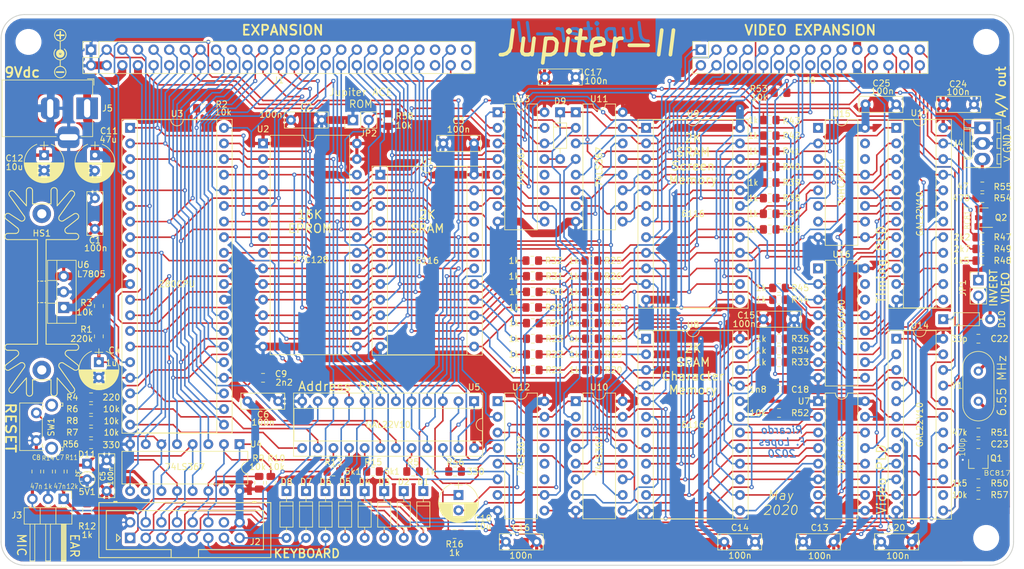
<source format=kicad_pcb>
(kicad_pcb (version 20171130) (host pcbnew "(5.1.6)-1")
  (layers (0 Top signal) (31 Bottom signal) (34 B.Paste user) (35 F.Paste user) (36 B.SilkS user) (37 F.SilkS user) (38 B.Mask user) (39 F.Mask user) (44 Edge.Cuts user))
  (net 0 "")
  (net 1 GNDD)
  (net 2 +5V)
  (net 3 /~RESET)
  (net 4 /EAR)
  (net 5 "Net-(C7-Pad1)")
  (net 6 "Net-(C8-Pad1)")
  (net 7 /~WAIT)
  (net 8 "Net-(C10-Pad1)")
  (net 9 +9V)
  (net 10 "Net-(C22-Pad2)")
  (net 11 "Net-(C23-Pad1)")
  (net 12 A8)
  (net 13 "Net-(D1-Pad2)")
  (net 14 "Net-(D2-Pad2)")
  (net 15 A9)
  (net 16 A10)
  (net 17 "Net-(D3-Pad2)")
  (net 18 "Net-(D4-Pad2)")
  (net 19 A11)
  (net 20 A12)
  (net 21 "Net-(D5-Pad2)")
  (net 22 "Net-(D6-Pad2)")
  (net 23 A13)
  (net 24 A14)
  (net 25 "Net-(D7-Pad2)")
  (net 26 "Net-(D8-Pad2)")
  (net 27 A15)
  (net 28 /Video/~SCRADR)
  (net 29 "Net-(D9-Pad2)")
  (net 30 /KD4)
  (net 31 /KD3)
  (net 32 /KD2)
  (net 33 /KD1)
  (net 34 /KD0)
  (net 35 /~BUSRQ)
  (net 36 /~NMI)
  (net 37 "Net-(R4-Pad2)")
  (net 38 /~ROM)
  (net 39 /~ROMSL)
  (net 40 /MIC)
  (net 41 "Net-(R17-Pad2)")
  (net 42 D0)
  (net 43 D1)
  (net 44 "Net-(R18-Pad2)")
  (net 45 "Net-(R19-Pad2)")
  (net 46 D2)
  (net 47 D3)
  (net 48 "Net-(R20-Pad2)")
  (net 49 "Net-(R21-Pad2)")
  (net 50 D4)
  (net 51 D5)
  (net 52 "Net-(R22-Pad2)")
  (net 53 "Net-(R23-Pad2)")
  (net 54 D6)
  (net 55 D7)
  (net 56 "Net-(R24-Pad2)")
  (net 57 /Video/VD0)
  (net 58 /Video/VD1)
  (net 59 /Video/VD2)
  (net 60 /Video/VD3)
  (net 61 /Video/VD4)
  (net 62 /Video/VD5)
  (net 63 /Video/VD6)
  (net 64 /Video/INVCHR)
  (net 65 "Net-(R33-Pad1)")
  (net 66 V0)
  (net 67 V1)
  (net 68 "Net-(R34-Pad1)")
  (net 69 "Net-(R35-Pad1)")
  (net 70 V2)
  (net 71 /Video/VA0)
  (net 72 H3)
  (net 73 H4)
  (net 74 /Video/VA1)
  (net 75 /Video/VA2)
  (net 76 H5)
  (net 77 H6)
  (net 78 /Video/VA3)
  (net 79 H7)
  (net 80 /Video/VA4)
  (net 81 /Video/VA5)
  (net 82 V3)
  (net 83 /Video/VA6)
  (net 84 V4)
  (net 85 V5)
  (net 86 /Video/VA7)
  (net 87 /Video/VA8)
  (net 88 V6)
  (net 89 V7)
  (net 90 /Video/VA9)
  (net 91 ~VRAM)
  (net 92 /Video/LUMA)
  (net 93 ~WR)
  (net 94 /~RD)
  (net 95 A0)
  (net 96 A1)
  (net 97 /~RAM)
  (net 98 A2)
  (net 99 A3)
  (net 100 A4)
  (net 101 A5)
  (net 102 A6)
  (net 103 A7)
  (net 104 /~IORQ)
  (net 105 /~MREQ)
  (net 106 ~VSYNC)
  (net 107 /~CLK)
  (net 108 /~KBDRD)
  (net 109 /MICCLK)
  (net 110 ~VHOLD)
  (net 111 H0)
  (net 112 /Video/PIXEL)
  (net 113 VCLK)
  (net 114 /Video/~VLOAD)
  (net 115 /Video/~CHRRAM)
  (net 116 /Video/~SCRRAM)
  (net 117 /Video/~CHRADR)
  (net 118 /Video/INVCLK)
  (net 119 VIDEN)
  (net 120 RGTPIX)
  (net 121 /Timing/HRST)
  (net 122 H8)
  (net 123 H2)
  (net 124 H1)
  (net 125 /Timing/VRST)
  (net 126 V8)
  (net 127 ~VRAMWR)
  (net 128 /~RFSH)
  (net 129 /~M1)
  (net 130 /~BUSACK)
  (net 131 /~HALT)
  (net 132 SPKR)
  (net 133 /Video/~CPAGE)
  (net 134 /Video/~SPAGE)
  (net 135 ~HSYNC)
  (net 136 BLANK)
  (net 137 "Net-(D10-Pad2)")
  (net 138 "Net-(Q2-Pad2)")
  (net 139 "Net-(C7-Pad2)")
  (net 140 /Video/~WBKGND)
  (net 141 "Net-(J4-Pad3)")
  (net 142 /Video/BORDER)
  (net 143 SPEAKER)
  (net 144 "Net-(J1-Pad45)")
  (net 145 "Net-(J1-Pad46)")
  (net 146 "Net-(J1-Pad49)")
  (net 147 "Net-(J1-Pad50)")
  (net 148 "Net-(J2-Pad14)")
  (net 149 "Net-(U12-Pad11)")
  (net 150 "Net-(U12-Pad12)")
  (net 151 "Net-(U12-Pad13)")
  (net 152 "Net-(U12-Pad14)")
  (net 153 "Net-(U13-Pad12)")
  (net 154 "Net-(U13-Pad11)")
  (net 155 /Video/INV)
  (net 156 "Net-(U15-Pad1)")
  (net 157 "Net-(U15-Pad14)")
  (net 158 "Net-(U15-Pad15)")
  (net 159 "Net-(U16-Pad1)")
  (net 160 "Net-(U16-Pad14)")
  (net 161 "Net-(U16-Pad15)")
  (net 162 "Net-(JP2-Pad2)")
  (module Symbol:Symbol_Barrel_Polarity (layer Top) (at 93.98 51.435 90)
    (fp_text reference REF01 hide)
    (fp_text value Symbol_Barrel_Polarity)
  )
  (module Capacitor_SMD:C_0805_2012Metric_Pad1.15x1.40mm_HandSolder (layer Top) (at 210.82 106.045 180)
    (fp_text reference C18 (at -3.429 0) (layer F.SilkS))
    (fp_text value 1n8 (at 3.429 0) (layer F.SilkS))
    (pad 2 smd roundrect (at 1.025 0 180) (size 1.15 1.4) (layers Top F.Paste F.Mask) (roundrect_rratio 0.217391) (net 1 GNDD))
    (pad 1 smd roundrect (at -1.025 0 180) (size 1.15 1.4) (layers Top F.Paste F.Mask) (roundrect_rratio 0.217391) (net 119 VIDEN))
  )
  (module Capacitor_SMD:C_0805_2012Metric_Pad1.15x1.40mm_HandSolder (layer Top) (at 90.17 119.38 90)
    (fp_text reference C8 (at 2.286 0 180) (layer F.SilkS) (effects (font (size 0.8 0.7) (thickness 0.1))))
    (fp_text value 47n (at -2.413 0) (layer F.SilkS) (effects (font (size 0.9 0.7) (thickness 0.1))))
    (pad 2 smd roundrect (at 1.025 0 90) (size 1.15 1.4) (layers Top F.Paste F.Mask) (roundrect_rratio 0.217391) (net 1 GNDD))
    (pad 1 smd roundrect (at -1.025 0 90) (size 1.15 1.4) (layers Top F.Paste F.Mask) (roundrect_rratio 0.217391) (net 6 "Net-(C8-Pad1)"))
  )
  (module Capacitor_SMD:C_0805_2012Metric_Pad1.15x1.40mm_HandSolder (layer Top) (at 93.98 119.38 90)
    (fp_text reference C7 (at 2.286 0) (layer F.SilkS) (effects (font (size 0.8 0.7) (thickness 0.1))))
    (fp_text value 47n (at -2.413 0) (layer F.SilkS) (effects (font (size 0.9 0.7) (thickness 0.1))))
    (pad 2 smd roundrect (at 1.025 0 90) (size 1.15 1.4) (layers Top F.Paste F.Mask) (roundrect_rratio 0.217391) (net 139 "Net-(C7-Pad2)"))
    (pad 1 smd roundrect (at -1.025 0 90) (size 1.15 1.4) (layers Top F.Paste F.Mask) (roundrect_rratio 0.217391) (net 5 "Net-(C7-Pad1)"))
  )
  (module Capacitor_SMD:C_0805_2012Metric_Pad1.15x1.40mm_HandSolder (layer Top) (at 243.205 97.79)
    (fp_text reference C22 (at 3.429 0 180) (layer F.SilkS))
    (fp_text value 33p (at -3.048 0 180) (layer F.SilkS) (effects (font (size 1 0.9))))
    (pad 2 smd roundrect (at 1.025 0) (size 1.15 1.4) (layers Top F.Paste F.Mask) (roundrect_rratio 0.217391) (net 10 "Net-(C22-Pad2)"))
    (pad 1 smd roundrect (at -1.025 0) (size 1.15 1.4) (layers Top F.Paste F.Mask) (roundrect_rratio 0.217391) (net 113 VCLK))
  )
  (module Capacitor_SMD:C_0805_2012Metric_Pad1.15x1.40mm_HandSolder (layer Top) (at 127 104.14)
    (fp_text reference C9 (at 2.921 -0.635) (layer F.SilkS))
    (fp_text value 2n2 (at 3.429 0.762) (layer F.SilkS))
    (pad 2 smd roundrect (at 1.025 0) (size 1.15 1.4) (layers Top F.Paste F.Mask) (roundrect_rratio 0.217391) (net 1 GNDD))
    (pad 1 smd roundrect (at -1.025 0) (size 1.15 1.4) (layers Top F.Paste F.Mask) (roundrect_rratio 0.217391) (net 7 /~WAIT))
  )
  (module Capacitor_SMD:C_0805_2012Metric_Pad1.15x1.40mm_HandSolder (layer Top) (at 243.205 114.935 180)
    (fp_text reference C23 (at -3.429 0 180) (layer F.SilkS))
    (fp_text value 100p (at 2.667 -0.508 90) (layer F.SilkS) (effects (font (size 1 0.8) (thickness 0.1))))
    (pad 2 smd roundrect (at 1.025 0 180) (size 1.15 1.4) (layers Top F.Paste F.Mask) (roundrect_rratio 0.217391) (net 1 GNDD))
    (pad 1 smd roundrect (at -1.025 0 180) (size 1.15 1.4) (layers Top F.Paste F.Mask) (roundrect_rratio 0.217391) (net 11 "Net-(C23-Pad1)"))
  )
  (module Resistor_SMD:R_0805_2012Metric_Pad1.15x1.40mm_HandSolder (layer Top) (at 99.06 113.03)
    (fp_text reference R7 (at -3.048 0 180) (layer F.SilkS))
    (fp_text value 10k (at 3.302 0) (layer F.SilkS) (effects (font (size 1 0.9))))
    (pad 2 smd roundrect (at 1.025 0) (size 1.15 1.4) (layers Top F.Paste F.Mask) (roundrect_rratio 0.217391) (net 33 /KD1))
    (pad 1 smd roundrect (at -1.025 0) (size 1.15 1.4) (layers Top F.Paste F.Mask) (roundrect_rratio 0.217391) (net 2 +5V))
  )
  (module Resistor_SMD:R_0805_2012Metric_Pad1.15x1.40mm_HandSolder (layer Top) (at 243.205 123.19)
    (fp_text reference R57 (at 3.429 0) (layer F.SilkS))
    (fp_text value 10k (at -3.048 0) (layer F.SilkS) (effects (font (size 1 0.9))))
    (pad 2 smd roundrect (at 1.025 0) (size 1.15 1.4) (layers Top F.Paste F.Mask) (roundrect_rratio 0.217391) (net 2 +5V))
    (pad 1 smd roundrect (at -1.025 0) (size 1.15 1.4) (layers Top F.Paste F.Mask) (roundrect_rratio 0.217391) (net 140 /Video/~WBKGND))
  )
  (module Resistor_SMD:R_0805_2012Metric_Pad1.15x1.40mm_HandSolder (layer Top) (at 99.06 114.935)
    (fp_text reference R56 (at -3.302 0 180) (layer F.SilkS) (effects (font (size 1 0.9))))
    (fp_text value 330 (at 3.302 0.127) (layer F.SilkS))
    (pad 2 smd roundrect (at 1.025 0) (size 1.15 1.4) (layers Top F.Paste F.Mask) (roundrect_rratio 0.217391) (net 4 /EAR))
    (pad 1 smd roundrect (at -1.025 0) (size 1.15 1.4) (layers Top F.Paste F.Mask) (roundrect_rratio 0.217391) (net 139 "Net-(C7-Pad2)"))
  )
  (module Resistor_SMD:R_0805_2012Metric_Pad1.15x1.40mm_HandSolder (layer Top) (at 243.84 73.025)
    (fp_text reference R55 (at 3.302 0.0635 180) (layer F.SilkS))
    (fp_text value 47 (at -3.175 0) (layer F.SilkS))
    (pad 2 smd roundrect (at 1.025 0) (size 1.15 1.4) (layers Top F.Paste F.Mask) (roundrect_rratio 0.217391) (net 138 "Net-(Q2-Pad2)"))
    (pad 1 smd roundrect (at -1.025 0) (size 1.15 1.4) (layers Top F.Paste F.Mask) (roundrect_rratio 0.217391) (net 141 "Net-(J4-Pad3)"))
  )
  (module Resistor_SMD:R_0805_2012Metric_Pad1.15x1.40mm_HandSolder (layer Top) (at 243.84 74.93 180)
    (fp_text reference R54 (at -3.302 0 180) (layer F.SilkS))
    (fp_text value 470 (at 3.429 0 180) (layer F.SilkS))
    (pad 2 smd roundrect (at 1.025 0 180) (size 1.15 1.4) (layers Top F.Paste F.Mask) (roundrect_rratio 0.217391) (net 1 GNDD))
    (pad 1 smd roundrect (at -1.025 0 180) (size 1.15 1.4) (layers Top F.Paste F.Mask) (roundrect_rratio 0.217391) (net 138 "Net-(Q2-Pad2)"))
  )
  (module Resistor_SMD:R_0805_2012Metric_Pad1.15x1.40mm_HandSolder (layer Top) (at 92.075 119.38 270)
    (fp_text reference R14 (at -2.159 0) (layer F.SilkS) (effects (font (size 0.7 0.7) (thickness 0.1))))
    (fp_text value 1k (at 2.413 0 180) (layer F.SilkS) (effects (font (size 0.8 0.8) (thickness 0.1))))
    (pad 2 smd roundrect (at 1.025 0 270) (size 1.15 1.4) (layers Top F.Paste F.Mask) (roundrect_rratio 0.217391) (net 6 "Net-(C8-Pad1)"))
    (pad 1 smd roundrect (at -1.025 0 270) (size 1.15 1.4) (layers Top F.Paste F.Mask) (roundrect_rratio 0.217391) (net 1 GNDD))
  )
  (module Resistor_SMD:R_0805_2012Metric_Pad1.15x1.40mm_HandSolder (layer Top) (at 100.33 97.4 270)
    (fp_text reference R1 (at -1.134 2.032) (layer F.SilkS))
    (fp_text value 220k (at 0.39 2.794 180) (layer F.SilkS))
    (pad 2 smd roundrect (at 1.025 0 270) (size 1.15 1.4) (layers Top F.Paste F.Mask) (roundrect_rratio 0.217391) (net 3 /~RESET))
    (pad 1 smd roundrect (at -1.025 0 270) (size 1.15 1.4) (layers Top F.Paste F.Mask) (roundrect_rratio 0.217391) (net 2 +5V))
  )
  (module Resistor_SMD:R_0805_2012Metric_Pad1.15x1.40mm_HandSolder (layer Top) (at 210.82 109.855 180)
    (fp_text reference R52 (at -3.429 0) (layer F.SilkS))
    (fp_text value 10k (at 3.429 0) (layer F.SilkS))
    (pad 2 smd roundrect (at 1.025 0 180) (size 1.15 1.4) (layers Top F.Paste F.Mask) (roundrect_rratio 0.217391) (net 133 /Video/~CPAGE))
    (pad 1 smd roundrect (at -1.025 0 180) (size 1.15 1.4) (layers Top F.Paste F.Mask) (roundrect_rratio 0.217391) (net 2 +5V))
  )
  (module Resistor_SMD:R_0805_2012Metric_Pad1.15x1.40mm_HandSolder (layer Top) (at 211.065 57.785)
    (fp_text reference R53 (at -3.547 -0.635) (layer F.SilkS))
    (fp_text value 10k (at -3.42 0.762) (layer F.SilkS))
    (pad 2 smd roundrect (at 1.025 0) (size 1.15 1.4) (layers Top F.Paste F.Mask) (roundrect_rratio 0.217391) (net 134 /Video/~SPAGE))
    (pad 1 smd roundrect (at -1.025 0) (size 1.15 1.4) (layers Top F.Paste F.Mask) (roundrect_rratio 0.217391) (net 2 +5V))
  )
  (module Resistor_SMD:R_0805_2012Metric_Pad1.15x1.40mm_HandSolder (layer Top) (at 158.115 129.54)
    (fp_text reference R16 (at 0 1.651) (layer F.SilkS))
    (fp_text value 1k (at 0 3.048) (layer F.SilkS))
    (pad 2 smd roundrect (at 1.025 0) (size 1.15 1.4) (layers Top F.Paste F.Mask) (roundrect_rratio 0.217391) (net 1 GNDD))
    (pad 1 smd roundrect (at -1.025 0) (size 1.15 1.4) (layers Top F.Paste F.Mask) (roundrect_rratio 0.217391) (net 8 "Net-(C10-Pad1)"))
  )
  (module Resistor_SMD:R_0805_2012Metric_Pad1.15x1.40mm_HandSolder (layer Top) (at 144.86 119.38 180)
    (fp_text reference R15 (at -0.047 1.524) (layer F.SilkS))
    (fp_text value 5k1 (at -3.095 0) (layer F.SilkS) (effects (font (size 1 0.9))))
    (pad 2 smd roundrect (at 1.025 0 180) (size 1.15 1.4) (layers Top F.Paste F.Mask) (roundrect_rratio 0.217391) (net 132 SPKR))
    (pad 1 smd roundrect (at -1.025 0 180) (size 1.15 1.4) (layers Top F.Paste F.Mask) (roundrect_rratio 0.217391) (net 8 "Net-(C10-Pad1)"))
  )
  (module Resistor_SMD:R_0805_2012Metric_Pad1.15x1.40mm_HandSolder (layer Top) (at 99.06 111.125)
    (fp_text reference R8 (at -3.048 0 180) (layer F.SilkS))
    (fp_text value 10k (at 3.302 0.0508) (layer F.SilkS) (effects (font (size 1 0.9))))
    (pad 2 smd roundrect (at 1.025 0) (size 1.15 1.4) (layers Top F.Paste F.Mask) (roundrect_rratio 0.217391) (net 32 /KD2))
    (pad 1 smd roundrect (at -1.025 0) (size 1.15 1.4) (layers Top F.Paste F.Mask) (roundrect_rratio 0.217391) (net 2 +5V))
  )
  (module Resistor_SMD:R_0805_2012Metric_Pad1.15x1.40mm_HandSolder (layer Top) (at 99.06 109.22)
    (fp_text reference R6 (at -3.048 0 180) (layer F.SilkS))
    (fp_text value 10k (at 3.302 0 180) (layer F.SilkS))
    (pad 2 smd roundrect (at 1.025 0) (size 1.15 1.4) (layers Top F.Paste F.Mask) (roundrect_rratio 0.217391) (net 34 /KD0))
    (pad 1 smd roundrect (at -1.025 0) (size 1.15 1.4) (layers Top F.Paste F.Mask) (roundrect_rratio 0.217391) (net 2 +5V))
  )
  (module Resistor_SMD:R_0805_2012Metric_Pad1.15x1.40mm_HandSolder (layer Top) (at 128.27 121.205 90)
    (fp_text reference R10 (at 3.984 0.889) (layer F.SilkS))
    (fp_text value 10k (at 2.587 0.889) (layer F.SilkS))
    (pad 2 smd roundrect (at 1.025 0 90) (size 1.15 1.4) (layers Top F.Paste F.Mask) (roundrect_rratio 0.217391) (net 30 /KD4))
    (pad 1 smd roundrect (at -1.025 0 90) (size 1.15 1.4) (layers Top F.Paste F.Mask) (roundrect_rratio 0.217391) (net 2 +5V))
  )
  (module Resistor_SMD:R_0805_2012Metric_Pad1.15x1.40mm_HandSolder (layer Top) (at 126.365 121.205 90)
    (fp_text reference R9 (at 3.984 -0.127) (layer F.SilkS))
    (fp_text value 10k (at 2.587 -0.254) (layer F.SilkS))
    (pad 2 smd roundrect (at 1.025 0 90) (size 1.15 1.4) (layers Top F.Paste F.Mask) (roundrect_rratio 0.217391) (net 31 /KD3))
    (pad 1 smd roundrect (at -1.025 0 90) (size 1.15 1.4) (layers Top F.Paste F.Mask) (roundrect_rratio 0.217391) (net 2 +5V))
  )
  (module Resistor_SMD:R_0805_2012Metric_Pad1.15x1.40mm_HandSolder (layer Top) (at 210.82 97.79)
    (fp_text reference R35 (at 3.429 0) (layer F.SilkS))
    (fp_text value 1k (at -2.921 0) (layer F.SilkS))
    (pad 2 smd roundrect (at 1.025 0) (size 1.15 1.4) (layers Top F.Paste F.Mask) (roundrect_rratio 0.217391) (net 70 V2))
    (pad 1 smd roundrect (at -1.025 0) (size 1.15 1.4) (layers Top F.Paste F.Mask) (roundrect_rratio 0.217391) (net 69 "Net-(R35-Pad1)"))
  )
  (module Resistor_SMD:R_0805_2012Metric_Pad1.15x1.40mm_HandSolder (layer Top) (at 100.33 92.465 270)
    (fp_text reference R3 (at -0.517 2.032) (layer F.SilkS))
    (fp_text value 10k (at 1.007 2.286 180) (layer F.SilkS))
    (pad 2 smd roundrect (at 1.025 0 270) (size 1.15 1.4) (layers Top F.Paste F.Mask) (roundrect_rratio 0.217391) (net 36 /~NMI))
    (pad 1 smd roundrect (at -1.025 0 270) (size 1.15 1.4) (layers Top F.Paste F.Mask) (roundrect_rratio 0.217391) (net 2 +5V))
  )
  (module Resistor_SMD:R_0805_2012Metric_Pad1.15x1.40mm_HandSolder (layer Top) (at 180.42 95.25)
    (fp_text reference R17 (at 3.509 0) (layer F.SilkS))
    (fp_text value 1k (at -2.841 0) (layer F.SilkS))
    (pad 2 smd roundrect (at 1.025 0) (size 1.15 1.4) (layers Top F.Paste F.Mask) (roundrect_rratio 0.217391) (net 41 "Net-(R17-Pad2)"))
    (pad 1 smd roundrect (at -1.025 0) (size 1.15 1.4) (layers Top F.Paste F.Mask) (roundrect_rratio 0.217391) (net 42 D0))
  )
  (module Resistor_SMD:R_0805_2012Metric_Pad1.15x1.40mm_HandSolder (layer Top) (at 180.42 97.79)
    (fp_text reference R18 (at 3.509 0) (layer F.SilkS))
    (fp_text value 1k (at -2.874 0) (layer F.SilkS))
    (pad 2 smd roundrect (at 1.025 0) (size 1.15 1.4) (layers Top F.Paste F.Mask) (roundrect_rratio 0.217391) (net 44 "Net-(R18-Pad2)"))
    (pad 1 smd roundrect (at -1.025 0) (size 1.15 1.4) (layers Top F.Paste F.Mask) (roundrect_rratio 0.217391) (net 43 D1))
  )
  (module Resistor_SMD:R_0805_2012Metric_Pad1.15x1.40mm_HandSolder (layer Top) (at 180.42 100.33)
    (fp_text reference R19 (at 3.509 0) (layer F.SilkS))
    (fp_text value 1k (at -2.841 0) (layer F.SilkS))
    (pad 2 smd roundrect (at 1.025 0) (size 1.15 1.4) (layers Top F.Paste F.Mask) (roundrect_rratio 0.217391) (net 45 "Net-(R19-Pad2)"))
    (pad 1 smd roundrect (at -1.025 0) (size 1.15 1.4) (layers Top F.Paste F.Mask) (roundrect_rratio 0.217391) (net 46 D2))
  )
  (module Resistor_SMD:R_0805_2012Metric_Pad1.15x1.40mm_HandSolder (layer Top) (at 170.815 100.33)
    (fp_text reference R22 (at 3.509 0) (layer F.SilkS))
    (fp_text value 1k (at -3.048 0) (layer F.SilkS))
    (pad 2 smd roundrect (at 1.025 0) (size 1.15 1.4) (layers Top F.Paste F.Mask) (roundrect_rratio 0.217391) (net 52 "Net-(R22-Pad2)"))
    (pad 1 smd roundrect (at -1.025 0) (size 1.15 1.4) (layers Top F.Paste F.Mask) (roundrect_rratio 0.217391) (net 51 D5))
  )
  (module Resistor_SMD:R_0805_2012Metric_Pad1.15x1.40mm_HandSolder (layer Top) (at 170.815 95.25)
    (fp_text reference R24 (at 3.509 0) (layer F.SilkS))
    (fp_text value 1k (at -3.048 0) (layer F.SilkS))
    (pad 2 smd roundrect (at 1.025 0) (size 1.15 1.4) (layers Top F.Paste F.Mask) (roundrect_rratio 0.217391) (net 56 "Net-(R24-Pad2)"))
    (pad 1 smd roundrect (at -1.025 0) (size 1.15 1.4) (layers Top F.Paste F.Mask) (roundrect_rratio 0.217391) (net 55 D7))
  )
  (module Resistor_SMD:R_0805_2012Metric_Pad1.15x1.40mm_HandSolder (layer Top) (at 180.42 102.87)
    (fp_text reference R20 (at 3.509 0) (layer F.SilkS))
    (fp_text value 1k (at -2.841 0) (layer F.SilkS))
    (pad 2 smd roundrect (at 1.025 0) (size 1.15 1.4) (layers Top F.Paste F.Mask) (roundrect_rratio 0.217391) (net 48 "Net-(R20-Pad2)"))
    (pad 1 smd roundrect (at -1.025 0) (size 1.15 1.4) (layers Top F.Paste F.Mask) (roundrect_rratio 0.217391) (net 47 D3))
  )
  (module Resistor_SMD:R_0805_2012Metric_Pad1.15x1.40mm_HandSolder (layer Top) (at 170.815 102.87)
    (fp_text reference R21 (at 3.509 0) (layer F.SilkS))
    (fp_text value 1k (at -2.968 0) (layer F.SilkS))
    (pad 2 smd roundrect (at 1.025 0) (size 1.15 1.4) (layers Top F.Paste F.Mask) (roundrect_rratio 0.217391) (net 49 "Net-(R21-Pad2)"))
    (pad 1 smd roundrect (at -1.025 0) (size 1.15 1.4) (layers Top F.Paste F.Mask) (roundrect_rratio 0.217391) (net 50 D4))
  )
  (module Resistor_SMD:R_0805_2012Metric_Pad1.15x1.40mm_HandSolder (layer Top) (at 170.815 97.79)
    (fp_text reference R23 (at 3.509 0) (layer F.SilkS))
    (fp_text value 1k (at -3.048 0) (layer F.SilkS))
    (pad 2 smd roundrect (at 1.025 0) (size 1.15 1.4) (layers Top F.Paste F.Mask) (roundrect_rratio 0.217391) (net 53 "Net-(R23-Pad2)"))
    (pad 1 smd roundrect (at -1.025 0) (size 1.15 1.4) (layers Top F.Paste F.Mask) (roundrect_rratio 0.217391) (net 54 D6))
  )
  (module Resistor_SMD:R_0805_2012Metric_Pad1.15x1.40mm_HandSolder (layer Top) (at 158.195 119.38 180)
    (fp_text reference R46 (at -0.047 1.524) (layer F.SilkS))
    (fp_text value 330 (at -3.349 0) (layer F.SilkS))
    (pad 2 smd roundrect (at 1.025 0 180) (size 1.15 1.4) (layers Top F.Paste F.Mask) (roundrect_rratio 0.217391) (net 91 ~VRAM))
    (pad 1 smd roundrect (at -1.025 0 180) (size 1.15 1.4) (layers Top F.Paste F.Mask) (roundrect_rratio 0.217391) (net 28 /Video/~SCRADR))
  )
  (module Resistor_SMD:R_0805_2012Metric_Pad1.15x1.40mm_HandSolder (layer Top) (at 243.205 121.285 180)
    (fp_text reference R50 (at -3.429 0) (layer F.SilkS))
    (fp_text value 1k5 (at 3.048 0 180) (layer F.SilkS) (effects (font (size 1 0.9))))
    (pad 2 smd roundrect (at 1.025 0 180) (size 1.15 1.4) (layers Top F.Paste F.Mask) (roundrect_rratio 0.217391) (net 113 VCLK))
    (pad 1 smd roundrect (at -1.025 0 180) (size 1.15 1.4) (layers Top F.Paste F.Mask) (roundrect_rratio 0.217391) (net 2 +5V))
  )
  (module Resistor_SMD:R_0805_2012Metric_Pad1.15x1.40mm_HandSolder (layer Top) (at 99.06 107.315 180)
    (fp_text reference R4 (at 3.048 0) (layer F.SilkS))
    (fp_text value 220 (at -3.302 0 180) (layer F.SilkS))
    (pad 2 smd roundrect (at 1.025 0 180) (size 1.15 1.4) (layers Top F.Paste F.Mask) (roundrect_rratio 0.217391) (net 37 "Net-(R4-Pad2)"))
    (pad 1 smd roundrect (at -1.025 0 180) (size 1.15 1.4) (layers Top F.Paste F.Mask) (roundrect_rratio 0.217391) (net 3 /~RESET))
  )
  (module Resistor_SMD:R_0805_2012Metric_Pad1.15x1.40mm_HandSolder (layer Top) (at 98.425 125.65 90)
    (fp_text reference R12 (at -2.62 0 180) (layer F.SilkS))
    (fp_text value 1k (at -4.017 0 180) (layer F.SilkS))
    (pad 2 smd roundrect (at 1.025 0 90) (size 1.15 1.4) (layers Top F.Paste F.Mask) (roundrect_rratio 0.217391) (net 1 GNDD))
    (pad 1 smd roundrect (at -1.025 0 90) (size 1.15 1.4) (layers Top F.Paste F.Mask) (roundrect_rratio 0.217391) (net 5 "Net-(C7-Pad1)"))
  )
  (module Resistor_SMD:R_0805_2012Metric_Pad1.15x1.40mm_HandSolder (layer Top) (at 138.43 119.38)
    (fp_text reference R13 (at 0 -1.524 180) (layer F.SilkS))
    (fp_text value 5k1 (at 3.175 0 180) (layer F.SilkS))
    (pad 2 smd roundrect (at 1.025 0) (size 1.15 1.4) (layers Top F.Paste F.Mask) (roundrect_rratio 0.217391) (net 40 /MIC))
    (pad 1 smd roundrect (at -1.025 0) (size 1.15 1.4) (layers Top F.Paste F.Mask) (roundrect_rratio 0.217391) (net 6 "Net-(C8-Pad1)"))
  )
  (module Resistor_SMD:R_0805_2012Metric_Pad1.15x1.40mm_HandSolder (layer Top) (at 95.885 119.38 270)
    (fp_text reference R11 (at -2.286 0) (layer F.SilkS) (effects (font (size 0.8 0.7) (thickness 0.1))))
    (fp_text value 12k (at 2.413 -0.127 180) (layer F.SilkS) (effects (font (size 0.8 0.7) (thickness 0.1))))
    (pad 2 smd roundrect (at 1.025 0 270) (size 1.15 1.4) (layers Top F.Paste F.Mask) (roundrect_rratio 0.217391) (net 1 GNDD))
    (pad 1 smd roundrect (at -1.025 0 270) (size 1.15 1.4) (layers Top F.Paste F.Mask) (roundrect_rratio 0.217391) (net 4 /EAR))
  )
  (module Resistor_SMD:R_0805_2012Metric_Pad1.15x1.40mm_HandSolder (layer Top) (at 151.375 119.38 180)
    (fp_text reference R5 (at -0.009 1.524) (layer F.SilkS))
    (fp_text value 1k (at -2.803 0) (layer F.SilkS))
    (pad 2 smd roundrect (at 1.025 0 180) (size 1.15 1.4) (layers Top F.Paste F.Mask) (roundrect_rratio 0.217391) (net 38 /~ROM))
    (pad 1 smd roundrect (at -1.025 0 180) (size 1.15 1.4) (layers Top F.Paste F.Mask) (roundrect_rratio 0.217391) (net 39 /~ROMSL))
  )
  (module Resistor_SMD:R_0805_2012Metric_Pad1.15x1.40mm_HandSolder (layer Top) (at 117.23 60.325 180)
    (fp_text reference R2 (at -3.039 0.635) (layer F.SilkS))
    (fp_text value 10k (at -3.293 -0.635) (layer F.SilkS))
    (pad 2 smd roundrect (at 1.025 0 180) (size 1.15 1.4) (layers Top F.Paste F.Mask) (roundrect_rratio 0.217391) (net 35 /~BUSRQ))
    (pad 1 smd roundrect (at -1.025 0 180) (size 1.15 1.4) (layers Top F.Paste F.Mask) (roundrect_rratio 0.217391) (net 2 +5V))
  )
  (module Resistor_SMD:R_0805_2012Metric_Pad1.15x1.40mm_HandSolder (layer Top) (at 180.34 85.09)
    (fp_text reference R25 (at 3.509 0) (layer F.SilkS))
    (fp_text value 1k (at -2.841 0) (layer F.SilkS))
    (pad 2 smd roundrect (at 1.025 0) (size 1.15 1.4) (layers Top F.Paste F.Mask) (roundrect_rratio 0.217391) (net 57 /Video/VD0))
    (pad 1 smd roundrect (at -1.025 0) (size 1.15 1.4) (layers Top F.Paste F.Mask) (roundrect_rratio 0.217391) (net 42 D0))
  )
  (module Resistor_SMD:R_0805_2012Metric_Pad1.15x1.40mm_HandSolder (layer Top) (at 180.34 87.63)
    (fp_text reference R26 (at 3.509 0) (layer F.SilkS))
    (fp_text value 1k (at -2.841 0) (layer F.SilkS))
    (pad 2 smd roundrect (at 1.025 0) (size 1.15 1.4) (layers Top F.Paste F.Mask) (roundrect_rratio 0.217391) (net 58 /Video/VD1))
    (pad 1 smd roundrect (at -1.025 0) (size 1.15 1.4) (layers Top F.Paste F.Mask) (roundrect_rratio 0.217391) (net 43 D1))
  )
  (module Resistor_SMD:R_0805_2012Metric_Pad1.15x1.40mm_HandSolder (layer Top) (at 180.42 90.17)
    (fp_text reference R27 (at 3.509 0) (layer F.SilkS))
    (fp_text value 1k (at -2.874 0) (layer F.SilkS))
    (pad 2 smd roundrect (at 1.025 0) (size 1.15 1.4) (layers Top F.Paste F.Mask) (roundrect_rratio 0.217391) (net 59 /Video/VD2))
    (pad 1 smd roundrect (at -1.025 0) (size 1.15 1.4) (layers Top F.Paste F.Mask) (roundrect_rratio 0.217391) (net 46 D2))
  )
  (module Resistor_SMD:R_0805_2012Metric_Pad1.15x1.40mm_HandSolder (layer Top) (at 180.34 92.71)
    (fp_text reference R28 (at 3.509 0) (layer F.SilkS))
    (fp_text value 1k (at -2.841 0) (layer F.SilkS))
    (pad 2 smd roundrect (at 1.025 0) (size 1.15 1.4) (layers Top F.Paste F.Mask) (roundrect_rratio 0.217391) (net 60 /Video/VD3))
    (pad 1 smd roundrect (at -1.025 0) (size 1.15 1.4) (layers Top F.Paste F.Mask) (roundrect_rratio 0.217391) (net 47 D3))
  )
  (module Resistor_SMD:R_0805_2012Metric_Pad1.15x1.40mm_HandSolder (layer Top) (at 170.735 92.71)
    (fp_text reference R29 (at 3.509 0) (layer F.SilkS))
    (fp_text value 1k (at -2.968 0) (layer F.SilkS))
    (pad 2 smd roundrect (at 1.025 0) (size 1.15 1.4) (layers Top F.Paste F.Mask) (roundrect_rratio 0.217391) (net 61 /Video/VD4))
    (pad 1 smd roundrect (at -1.025 0) (size 1.15 1.4) (layers Top F.Paste F.Mask) (roundrect_rratio 0.217391) (net 50 D4))
  )
  (module Resistor_SMD:R_0805_2012Metric_Pad1.15x1.40mm_HandSolder (layer Top) (at 170.815 90.17)
    (fp_text reference R30 (at 3.509 0) (layer F.SilkS))
    (fp_text value 1k (at -2.968 0) (layer F.SilkS))
    (pad 2 smd roundrect (at 1.025 0) (size 1.15 1.4) (layers Top F.Paste F.Mask) (roundrect_rratio 0.217391) (net 62 /Video/VD5))
    (pad 1 smd roundrect (at -1.025 0) (size 1.15 1.4) (layers Top F.Paste F.Mask) (roundrect_rratio 0.217391) (net 51 D5))
  )
  (module Resistor_SMD:R_0805_2012Metric_Pad1.15x1.40mm_HandSolder (layer Top) (at 170.815 87.63)
    (fp_text reference R31 (at 3.509 0) (layer F.SilkS))
    (fp_text value 1k (at -3.048 0) (layer F.SilkS))
    (pad 2 smd roundrect (at 1.025 0) (size 1.15 1.4) (layers Top F.Paste F.Mask) (roundrect_rratio 0.217391) (net 63 /Video/VD6))
    (pad 1 smd roundrect (at -1.025 0) (size 1.15 1.4) (layers Top F.Paste F.Mask) (roundrect_rratio 0.217391) (net 54 D6))
  )
  (module Resistor_SMD:R_0805_2012Metric_Pad1.15x1.40mm_HandSolder (layer Top) (at 170.735 85.09)
    (fp_text reference R32 (at 3.509 0) (layer F.SilkS))
    (fp_text value 1k (at -2.968 0) (layer F.SilkS))
    (pad 2 smd roundrect (at 1.025 0) (size 1.15 1.4) (layers Top F.Paste F.Mask) (roundrect_rratio 0.217391) (net 64 /Video/INVCHR))
    (pad 1 smd roundrect (at -1.025 0) (size 1.15 1.4) (layers Top F.Paste F.Mask) (roundrect_rratio 0.217391) (net 55 D7))
  )
  (module Resistor_SMD:R_0805_2012Metric_Pad1.15x1.40mm_HandSolder (layer Top) (at 210.82 101.6)
    (fp_text reference R33 (at 3.429 0) (layer F.SilkS))
    (fp_text value 1k (at -2.921 0) (layer F.SilkS))
    (pad 2 smd roundrect (at 1.025 0) (size 1.15 1.4) (layers Top F.Paste F.Mask) (roundrect_rratio 0.217391) (net 66 V0))
    (pad 1 smd roundrect (at -1.025 0) (size 1.15 1.4) (layers Top F.Paste F.Mask) (roundrect_rratio 0.217391) (net 65 "Net-(R33-Pad1)"))
  )
  (module Resistor_SMD:R_0805_2012Metric_Pad1.15x1.40mm_HandSolder (layer Top) (at 210.82 99.695)
    (fp_text reference R34 (at 3.429 0) (layer F.SilkS))
    (fp_text value 1k (at -2.921 0) (layer F.SilkS))
    (pad 2 smd roundrect (at 1.025 0) (size 1.15 1.4) (layers Top F.Paste F.Mask) (roundrect_rratio 0.217391) (net 67 V1))
    (pad 1 smd roundrect (at -1.025 0) (size 1.15 1.4) (layers Top F.Paste F.Mask) (roundrect_rratio 0.217391) (net 68 "Net-(R34-Pad1)"))
  )
  (module Resistor_SMD:R_0805_2012Metric_Pad1.15x1.40mm_HandSolder (layer Top) (at 209.305 80.01)
    (fp_text reference R36 (at 3.547 0) (layer F.SilkS))
    (fp_text value 1k (at -2.676 0) (layer F.SilkS) (effects (font (size 1 0.9))))
    (pad 2 smd roundrect (at 1.025 0) (size 1.15 1.4) (layers Top F.Paste F.Mask) (roundrect_rratio 0.217391) (net 72 H3))
    (pad 1 smd roundrect (at -1.025 0) (size 1.15 1.4) (layers Top F.Paste F.Mask) (roundrect_rratio 0.217391) (net 71 /Video/VA0))
  )
  (module Resistor_SMD:R_0805_2012Metric_Pad1.15x1.40mm_HandSolder (layer Top) (at 209.305 77.47)
    (fp_text reference R37 (at 3.547 0) (layer F.SilkS))
    (fp_text value 1k (at -2.676 0) (layer F.SilkS) (effects (font (size 1 0.9))))
    (pad 2 smd roundrect (at 1.025 0) (size 1.15 1.4) (layers Top F.Paste F.Mask) (roundrect_rratio 0.217391) (net 73 H4))
    (pad 1 smd roundrect (at -1.025 0) (size 1.15 1.4) (layers Top F.Paste F.Mask) (roundrect_rratio 0.217391) (net 74 /Video/VA1))
  )
  (module Resistor_SMD:R_0805_2012Metric_Pad1.15x1.40mm_HandSolder (layer Top) (at 209.305 74.93)
    (fp_text reference R38 (at 3.547 0) (layer F.SilkS))
    (fp_text value 1k (at -2.676 0) (layer F.SilkS) (effects (font (size 1 0.9))))
    (pad 2 smd roundrect (at 1.025 0) (size 1.15 1.4) (layers Top F.Paste F.Mask) (roundrect_rratio 0.217391) (net 76 H5))
    (pad 1 smd roundrect (at -1.025 0) (size 1.15 1.4) (layers Top F.Paste F.Mask) (roundrect_rratio 0.217391) (net 75 /Video/VA2))
  )
  (module Resistor_SMD:R_0805_2012Metric_Pad1.15x1.40mm_HandSolder (layer Top) (at 209.305 72.39)
    (fp_text reference R39 (at 3.547 0) (layer F.SilkS))
    (fp_text value 1k (at -2.676 0) (layer F.SilkS) (effects (font (size 1 0.9))))
    (pad 2 smd roundrect (at 1.025 0) (size 1.15 1.4) (layers Top F.Paste F.Mask) (roundrect_rratio 0.217391) (net 77 H6))
    (pad 1 smd roundrect (at -1.025 0) (size 1.15 1.4) (layers Top F.Paste F.Mask) (roundrect_rratio 0.217391) (net 78 /Video/VA3))
  )
  (module Resistor_SMD:R_0805_2012Metric_Pad1.15x1.40mm_HandSolder (layer Top) (at 209.305 69.85)
    (fp_text reference R40 (at 3.547 0) (layer F.SilkS))
    (fp_text value 1k (at -2.676 0) (layer F.SilkS) (effects (font (size 1 0.9))))
    (pad 2 smd roundrect (at 1.025 0) (size 1.15 1.4) (layers Top F.Paste F.Mask) (roundrect_rratio 0.217391) (net 79 H7))
    (pad 1 smd roundrect (at -1.025 0) (size 1.15 1.4) (layers Top F.Paste F.Mask) (roundrect_rratio 0.217391) (net 80 /Video/VA4))
  )
  (module Resistor_SMD:R_0805_2012Metric_Pad1.15x1.40mm_HandSolder (layer Top) (at 209.305 67.31)
    (fp_text reference R41 (at 3.547 0) (layer F.SilkS))
    (fp_text value 1k (at -2.676 0) (layer F.SilkS) (effects (font (size 1 0.9))))
    (pad 2 smd roundrect (at 1.025 0) (size 1.15 1.4) (layers Top F.Paste F.Mask) (roundrect_rratio 0.217391) (net 82 V3))
    (pad 1 smd roundrect (at -1.025 0) (size 1.15 1.4) (layers Top F.Paste F.Mask) (roundrect_rratio 0.217391) (net 81 /Video/VA5))
  )
  (module Resistor_SMD:R_0805_2012Metric_Pad1.15x1.40mm_HandSolder (layer Top) (at 209.305 64.77)
    (fp_text reference R42 (at 3.547 0) (layer F.SilkS))
    (fp_text value 1k (at -2.676 0) (layer F.SilkS) (effects (font (size 1 0.9))))
    (pad 2 smd roundrect (at 1.025 0) (size 1.15 1.4) (layers Top F.Paste F.Mask) (roundrect_rratio 0.217391) (net 84 V4))
    (pad 1 smd roundrect (at -1.025 0) (size 1.15 1.4) (layers Top F.Paste F.Mask) (roundrect_rratio 0.217391) (net 83 /Video/VA6))
  )
  (module Resistor_SMD:R_0805_2012Metric_Pad1.15x1.40mm_HandSolder (layer Top) (at 209.305 62.23)
    (fp_text reference R43 (at 3.547 0.127) (layer F.SilkS))
    (fp_text value 1k (at -2.676 0) (layer F.SilkS) (effects (font (size 1 0.9))))
    (pad 2 smd roundrect (at 1.025 0) (size 1.15 1.4) (layers Top F.Paste F.Mask) (roundrect_rratio 0.217391) (net 85 V5))
    (pad 1 smd roundrect (at -1.025 0) (size 1.15 1.4) (layers Top F.Paste F.Mask) (roundrect_rratio 0.217391) (net 86 /Video/VA7))
  )
  (module Resistor_SMD:R_0805_2012Metric_Pad1.15x1.40mm_HandSolder (layer Top) (at 210.82 91.44)
    (fp_text reference R44 (at 3.429 0) (layer F.SilkS))
    (fp_text value 1k (at -2.921 0) (layer F.SilkS))
    (pad 2 smd roundrect (at 1.025 0) (size 1.15 1.4) (layers Top F.Paste F.Mask) (roundrect_rratio 0.217391) (net 88 V6))
    (pad 1 smd roundrect (at -1.025 0) (size 1.15 1.4) (layers Top F.Paste F.Mask) (roundrect_rratio 0.217391) (net 87 /Video/VA8))
  )
  (module Resistor_SMD:R_0805_2012Metric_Pad1.15x1.40mm_HandSolder (layer Top) (at 210.82 89.535)
    (fp_text reference R45 (at 3.429 0) (layer F.SilkS))
    (fp_text value 1k (at -2.921 0) (layer F.SilkS))
    (pad 2 smd roundrect (at 1.025 0) (size 1.15 1.4) (layers Top F.Paste F.Mask) (roundrect_rratio 0.217391) (net 89 V7))
    (pad 1 smd roundrect (at -1.025 0) (size 1.15 1.4) (layers Top F.Paste F.Mask) (roundrect_rratio 0.217391) (net 90 /Video/VA9))
  )
  (module Resistor_SMD:R_0805_2012Metric_Pad1.15x1.40mm_HandSolder (layer Top) (at 243.84 81.28 180)
    (fp_text reference R47 (at -3.302 0 180) (layer F.SilkS))
    (fp_text value 2k2 (at 3.302 0 180) (layer F.SilkS))
    (pad 2 smd roundrect (at 1.025 0 180) (size 1.15 1.4) (layers Top F.Paste F.Mask) (roundrect_rratio 0.217391) (net 135 ~HSYNC))
    (pad 1 smd roundrect (at -1.025 0 180) (size 1.15 1.4) (layers Top F.Paste F.Mask) (roundrect_rratio 0.217391) (net 137 "Net-(D10-Pad2)"))
  )
  (module Resistor_SMD:R_0805_2012Metric_Pad1.15x1.40mm_HandSolder (layer Top) (at 243.84 85.09 180)
    (fp_text reference R48 (at -3.302 0 180) (layer F.SilkS))
    (fp_text value 1k5 (at 3.429 0 180) (layer F.SilkS))
    (pad 2 smd roundrect (at 1.025 0 180) (size 1.15 1.4) (layers Top F.Paste F.Mask) (roundrect_rratio 0.217391) (net 92 /Video/LUMA))
    (pad 1 smd roundrect (at -1.025 0 180) (size 1.15 1.4) (layers Top F.Paste F.Mask) (roundrect_rratio 0.217391) (net 137 "Net-(D10-Pad2)"))
  )
  (module Resistor_SMD:R_0805_2012Metric_Pad1.15x1.40mm_HandSolder (layer Top) (at 243.84 83.185 180)
    (fp_text reference R49 (at -3.302 0) (layer F.SilkS))
    (fp_text value 2k7 (at 3.302 0) (layer F.SilkS))
    (pad 2 smd roundrect (at 1.025 0 180) (size 1.15 1.4) (layers Top F.Paste F.Mask) (roundrect_rratio 0.217391) (net 1 GNDD))
    (pad 1 smd roundrect (at -1.025 0 180) (size 1.15 1.4) (layers Top F.Paste F.Mask) (roundrect_rratio 0.217391) (net 137 "Net-(D10-Pad2)"))
  )
  (module Resistor_SMD:R_0805_2012Metric_Pad1.15x1.40mm_HandSolder (layer Top) (at 243.205 113.03)
    (fp_text reference R51 (at 3.429 0 180) (layer F.SilkS))
    (fp_text value 47k (at -3.048 0) (layer F.SilkS) (effects (font (size 1 0.9))))
    (pad 2 smd roundrect (at 1.025 0) (size 1.15 1.4) (layers Top F.Paste F.Mask) (roundrect_rratio 0.217391) (net 11 "Net-(C23-Pad1)"))
    (pad 1 smd roundrect (at -1.025 0) (size 1.15 1.4) (layers Top F.Paste F.Mask) (roundrect_rratio 0.217391) (net 113 VCLK))
  )
  (module Package_DIP:DIP-28_W15.24mm (layer Top) (at 127 66.04)
    (fp_text reference U2 (at 0 -2.33) (layer F.SilkS))
    (fp_text value 27C128 (at 7.747 18.923) (layer F.SilkS))
    (pad 28 thru_hole oval (at 15.24 0) (size 1.6 1.6) (drill 0.8) (layers *.Cu *.Mask) (net 2 +5V))
    (pad 14 thru_hole oval (at 0 33.02) (size 1.6 1.6) (drill 0.8) (layers *.Cu *.Mask) (net 1 GNDD))
    (pad 27 thru_hole oval (at 15.24 2.54) (size 1.6 1.6) (drill 0.8) (layers *.Cu *.Mask) (net 2 +5V))
    (pad 13 thru_hole oval (at 0 30.48) (size 1.6 1.6) (drill 0.8) (layers *.Cu *.Mask) (net 46 D2))
    (pad 26 thru_hole oval (at 15.24 5.08) (size 1.6 1.6) (drill 0.8) (layers *.Cu *.Mask) (net 162 "Net-(JP2-Pad2)"))
    (pad 12 thru_hole oval (at 0 27.94) (size 1.6 1.6) (drill 0.8) (layers *.Cu *.Mask) (net 43 D1))
    (pad 25 thru_hole oval (at 15.24 7.62) (size 1.6 1.6) (drill 0.8) (layers *.Cu *.Mask) (net 12 A8))
    (pad 11 thru_hole oval (at 0 25.4) (size 1.6 1.6) (drill 0.8) (layers *.Cu *.Mask) (net 42 D0))
    (pad 24 thru_hole oval (at 15.24 10.16) (size 1.6 1.6) (drill 0.8) (layers *.Cu *.Mask) (net 15 A9))
    (pad 10 thru_hole oval (at 0 22.86) (size 1.6 1.6) (drill 0.8) (layers *.Cu *.Mask) (net 95 A0))
    (pad 23 thru_hole oval (at 15.24 12.7) (size 1.6 1.6) (drill 0.8) (layers *.Cu *.Mask) (net 19 A11))
    (pad 9 thru_hole oval (at 0 20.32) (size 1.6 1.6) (drill 0.8) (layers *.Cu *.Mask) (net 96 A1))
    (pad 22 thru_hole oval (at 15.24 15.24) (size 1.6 1.6) (drill 0.8) (layers *.Cu *.Mask) (net 94 /~RD))
    (pad 8 thru_hole oval (at 0 17.78) (size 1.6 1.6) (drill 0.8) (layers *.Cu *.Mask) (net 98 A2))
    (pad 21 thru_hole oval (at 15.24 17.78) (size 1.6 1.6) (drill 0.8) (layers *.Cu *.Mask) (net 16 A10))
    (pad 7 thru_hole oval (at 0 15.24) (size 1.6 1.6) (drill 0.8) (layers *.Cu *.Mask) (net 99 A3))
    (pad 20 thru_hole oval (at 15.24 20.32) (size 1.6 1.6) (drill 0.8) (layers *.Cu *.Mask) (net 39 /~ROMSL))
    (pad 6 thru_hole oval (at 0 12.7) (size 1.6 1.6) (drill 0.8) (layers *.Cu *.Mask) (net 100 A4))
    (pad 19 thru_hole oval (at 15.24 22.86) (size 1.6 1.6) (drill 0.8) (layers *.Cu *.Mask) (net 55 D7))
    (pad 5 thru_hole oval (at 0 10.16) (size 1.6 1.6) (drill 0.8) (layers *.Cu *.Mask) (net 101 A5))
    (pad 18 thru_hole oval (at 15.24 25.4) (size 1.6 1.6) (drill 0.8) (layers *.Cu *.Mask) (net 54 D6))
    (pad 4 thru_hole oval (at 0 7.62) (size 1.6 1.6) (drill 0.8) (layers *.Cu *.Mask) (net 102 A6))
    (pad 17 thru_hole oval (at 15.24 27.94) (size 1.6 1.6) (drill 0.8) (layers *.Cu *.Mask) (net 51 D5))
    (pad 3 thru_hole oval (at 0 5.08) (size 1.6 1.6) (drill 0.8) (layers *.Cu *.Mask) (net 103 A7))
    (pad 16 thru_hole oval (at 15.24 30.48) (size 1.6 1.6) (drill 0.8) (layers *.Cu *.Mask) (net 50 D4))
    (pad 2 thru_hole oval (at 0 2.54) (size 1.6 1.6) (drill 0.8) (layers *.Cu *.Mask) (net 20 A12))
    (pad 15 thru_hole oval (at 15.24 33.02) (size 1.6 1.6) (drill 0.8) (layers *.Cu *.Mask) (net 47 D3))
    (pad 1 thru_hole rect (at 0 0) (size 1.6 1.6) (drill 0.8) (layers *.Cu *.Mask) (net 2 +5V))
  )
  (module Resistor_SMD:R_0805_2012Metric_Pad1.15x1.40mm_HandSolder (layer Top) (at 147.32 62.23 90)
    (fp_text reference R58 (at 0.644 2.667) (layer F.SilkS))
    (fp_text value 10k (at -0.88 2.54) (layer F.SilkS))
    (pad 2 smd roundrect (at 1.025 0 90) (size 1.15 1.4) (layers Top F.Paste F.Mask) (roundrect_rratio 0.217391) (net 162 "Net-(JP2-Pad2)"))
    (pad 1 smd roundrect (at -1.025 0 90) (size 1.15 1.4) (layers Top F.Paste F.Mask) (roundrect_rratio 0.217391) (net 2 +5V))
  )
  (module Connector_PinHeader_2.54mm:PinHeader_1x02_P2.54mm_Vertical (layer Top) (at 141.605 62.23 90)
    (fp_text reference JP2 (at -2.159 2.54 180) (layer F.SilkS))
    (fp_text value Jumper)
    (pad 2 thru_hole oval (at 0 2.54 90) (size 1.7 1.7) (drill 1) (layers *.Cu *.Mask) (net 162 "Net-(JP2-Pad2)"))
    (pad 1 thru_hole rect (at 0 0 90) (size 1.7 1.7) (drill 1) (layers *.Cu *.Mask) (net 1 GNDD))
  )
  (module Connector_BarrelJack:BarrelJack_Horizontal (layer Top) (at 98.425 60.325)
    (fp_text reference J5 (at 3.302 0 -180) (layer F.SilkS))
    (fp_text value 9Vdc)
    (pad 3 thru_hole roundrect (at -3 4.7) (size 3.5 3.5) (drill oval 3 1) (layers *.Cu *.Mask) (net 1 GNDD))
    (pad 2 thru_hole roundrect (at -6 0) (size 3 3.5) (drill oval 1 3) (layers *.Cu *.Mask) (net 1 GNDD))
    (pad 1 thru_hole rect (at 0 0) (size 3.5 3.5) (drill oval 1 3) (layers *.Cu *.Mask) (net 9 +9V))
  )
  (module Pin_Headers:Pin_Header_Angled_1x03_Pitch2.54mm (layer Top) (at 94.615 123.825 270)
    (fp_text reference J3 (at 2.667 7.62 180) (layer F.SilkS))
    (fp_text value Conn_01x03)
    (pad 1 thru_hole rect (at 0 0 270) (size 1.7 1.7) (drill 1) (layers *.Cu *.Mask) (net 5 "Net-(C7-Pad1)"))
    (pad 2 thru_hole oval (at 0 2.54 270) (size 1.7 1.7) (drill 1) (layers *.Cu *.Mask) (net 1 GNDD))
    (pad 3 thru_hole oval (at 0 5.08 270) (size 1.7 1.7) (drill 1) (layers *.Cu *.Mask) (net 6 "Net-(C8-Pad1)"))
  )
  (module Connectors_Molex:Molex_KK-6410-03_03x2.54mm_Straight (layer Top) (at 243.84 63.5 270)
    (fp_text reference J4 (at 2.54 3.937 180) (layer F.SilkS))
    (fp_text value Conn_01x03)
    (pad 1 thru_hole rect (at 0 0 270) (size 2 2.6) (drill 1.2) (layers *.Cu *.Mask) (net 143 SPEAKER))
    (pad 2 thru_hole oval (at 2.54 0 270) (size 2 2.6) (drill 1.2) (layers *.Cu *.Mask) (net 1 GNDD))
    (pad 3 thru_hole oval (at 5.08 0 270) (size 2 2.6) (drill 1.2) (layers *.Cu *.Mask) (net 141 "Net-(J4-Pad3)"))
  )
  (module Pin_Headers:Pin_Header_Straight_1x02_Pitch2.54mm (layer Top) (at 243.205 88.265)
    (fp_text reference JP1 (at -2.54 1.27 90) (layer F.SilkS))
    (fp_text value Jumper)
    (pad 1 thru_hole rect (at 0 0) (size 1.7 1.7) (drill 1) (layers *.Cu *.Mask) (net 136 BLANK))
    (pad 2 thru_hole oval (at 0 2.54) (size 1.7 1.7) (drill 1) (layers *.Cu *.Mask) (net 140 /Video/~WBKGND))
  )
  (module Housings_DIP:DIP-16_W7.62mm (layer Top) (at 123.19 114.935 270)
    (fp_text reference U4 (at 0 -2.667) (layer F.SilkS))
    (fp_text value 74LS367)
    (pad 16 thru_hole oval (at 7.62 0 270) (size 1.6 1.6) (drill 0.8) (layers *.Cu *.Mask) (net 2 +5V))
    (pad 8 thru_hole oval (at 0 17.78 270) (size 1.6 1.6) (drill 0.8) (layers *.Cu *.Mask) (net 1 GNDD))
    (pad 15 thru_hole oval (at 7.62 2.54 270) (size 1.6 1.6) (drill 0.8) (layers *.Cu *.Mask) (net 108 /~KBDRD))
    (pad 7 thru_hole oval (at 0 15.24 270) (size 1.6 1.6) (drill 0.8) (layers *.Cu *.Mask) (net 42 D0))
    (pad 14 thru_hole oval (at 7.62 5.08 270) (size 1.6 1.6) (drill 0.8) (layers *.Cu *.Mask) (net 31 /KD3))
    (pad 6 thru_hole oval (at 0 12.7 270) (size 1.6 1.6) (drill 0.8) (layers *.Cu *.Mask) (net 34 /KD0))
    (pad 13 thru_hole oval (at 7.62 7.62 270) (size 1.6 1.6) (drill 0.8) (layers *.Cu *.Mask) (net 47 D3))
    (pad 5 thru_hole oval (at 0 10.16 270) (size 1.6 1.6) (drill 0.8) (layers *.Cu *.Mask) (net 46 D2))
    (pad 12 thru_hole oval (at 7.62 10.16 270) (size 1.6 1.6) (drill 0.8) (layers *.Cu *.Mask) (net 33 /KD1))
    (pad 4 thru_hole oval (at 0 7.62 270) (size 1.6 1.6) (drill 0.8) (layers *.Cu *.Mask) (net 32 /KD2))
    (pad 11 thru_hole oval (at 7.62 12.7 270) (size 1.6 1.6) (drill 0.8) (layers *.Cu *.Mask) (net 43 D1))
    (pad 3 thru_hole oval (at 0 5.08 270) (size 1.6 1.6) (drill 0.8) (layers *.Cu *.Mask) (net 50 D4))
    (pad 10 thru_hole oval (at 7.62 15.24 270) (size 1.6 1.6) (drill 0.8) (layers *.Cu *.Mask) (net 4 /EAR))
    (pad 2 thru_hole oval (at 0 2.54 270) (size 1.6 1.6) (drill 0.8) (layers *.Cu *.Mask) (net 30 /KD4))
    (pad 9 thru_hole oval (at 7.62 17.78 270) (size 1.6 1.6) (drill 0.8) (layers *.Cu *.Mask) (net 51 D5))
    (pad 1 thru_hole rect (at 0 0 270) (size 1.6 1.6) (drill 0.8) (layers *.Cu *.Mask) (net 108 /~KBDRD))
  )
  (module Diodes_THT:D_DO-35_SOD27_P2.54mm_Vertical_KathodeUp (layer Top) (at 98.425 118.11 270)
    (fp_text reference D11 (at -1.524 0.0254 180) (layer F.SilkS))
    (fp_text value 5V1 (at 4.572 0 180) (layer F.SilkS))
    (pad 1 thru_hole rect (at 0 0 270) (size 1.6 1.6) (drill 0.8) (layers *.Cu *.Mask) (net 4 /EAR))
    (pad 2 thru_hole oval (at 2.54 0 270) (size 1.6 1.6) (drill 0.8) (layers *.Cu *.Mask) (net 1 GNDD))
  )
  (module TO_SOT_Packages_SMD:SOT-23 (layer Top) (at 244.11 78.105 180)
    (fp_text reference Q2 (at -2.778 0) (layer F.SilkS))
    (fp_text value BC817 (at 2.683 0 90) (layer F.SilkS) (effects (font (size 1 0.8) (thickness 0.1))))
    (pad 1 smd rect (at -1 -0.95 180) (size 0.9 0.8) (layers Top F.Paste F.Mask) (net 137 "Net-(D10-Pad2)"))
    (pad 2 smd rect (at -1 0.95 180) (size 0.9 0.8) (layers Top F.Paste F.Mask) (net 138 "Net-(Q2-Pad2)"))
    (pad 3 smd rect (at 1 0 180) (size 0.9 0.8) (layers Top F.Paste F.Mask) (net 2 +5V))
  )
  (module Socket_Strips:Socket_Strip_Straight_2x15_Pitch2.54mm (layer Top) (at 198.12 50.8 90)
    (fp_text reference J6 (at -4.953 17.78 180) (layer F.SilkS))
    (fp_text value Conn_02x15_Odd_Even)
    (pad 1 thru_hole rect (at 0 0 90) (size 1.7 1.7) (drill 1) (layers *.Cu *.Mask) (net 78 /Video/VA3))
    (pad 2 thru_hole oval (at -2.54 0 90) (size 1.7 1.7) (drill 1) (layers *.Cu *.Mask) (net 71 /Video/VA0))
    (pad 3 thru_hole oval (at 0 2.54 90) (size 1.7 1.7) (drill 1) (layers *.Cu *.Mask) (net 81 /Video/VA5))
    (pad 4 thru_hole oval (at -2.54 2.54 90) (size 1.7 1.7) (drill 1) (layers *.Cu *.Mask) (net 80 /Video/VA4))
    (pad 5 thru_hole oval (at 0 5.08 90) (size 1.7 1.7) (drill 1) (layers *.Cu *.Mask) (net 59 /Video/VD2))
    (pad 6 thru_hole oval (at -2.54 5.08 90) (size 1.7 1.7) (drill 1) (layers *.Cu *.Mask) (net 60 /Video/VD3))
    (pad 7 thru_hole oval (at 0 7.62 90) (size 1.7 1.7) (drill 1) (layers *.Cu *.Mask) (net 58 /Video/VD1))
    (pad 8 thru_hole oval (at -2.54 7.62 90) (size 1.7 1.7) (drill 1) (layers *.Cu *.Mask) (net 61 /Video/VD4))
    (pad 9 thru_hole oval (at 0 10.16 90) (size 1.7 1.7) (drill 1) (layers *.Cu *.Mask) (net 83 /Video/VA6))
    (pad 10 thru_hole oval (at -2.54 10.16 90) (size 1.7 1.7) (drill 1) (layers *.Cu *.Mask) (net 57 /Video/VD0))
    (pad 11 thru_hole oval (at 0 12.7 90) (size 1.7 1.7) (drill 1) (layers *.Cu *.Mask) (net 75 /Video/VA2))
    (pad 12 thru_hole oval (at -2.54 12.7 90) (size 1.7 1.7) (drill 1) (layers *.Cu *.Mask) (net 64 /Video/INVCHR))
    (pad 13 thru_hole oval (at 0 15.24 90) (size 1.7 1.7) (drill 1) (layers *.Cu *.Mask) (net 127 ~VRAMWR))
    (pad 14 thru_hole oval (at -2.54 15.24 90) (size 1.7 1.7) (drill 1) (layers *.Cu *.Mask) (net 62 /Video/VD5))
    (pad 15 thru_hole oval (at 0 17.78 90) (size 1.7 1.7) (drill 1) (layers *.Cu *.Mask) (net 87 /Video/VA8))
    (pad 16 thru_hole oval (at -2.54 17.78 90) (size 1.7 1.7) (drill 1) (layers *.Cu *.Mask) (net 86 /Video/VA7))
    (pad 17 thru_hole oval (at 0 20.32 90) (size 1.7 1.7) (drill 1) (layers *.Cu *.Mask) (net 90 /Video/VA9))
    (pad 18 thru_hole oval (at -2.54 20.32 90) (size 1.7 1.7) (drill 1) (layers *.Cu *.Mask) (net 74 /Video/VA1))
    (pad 19 thru_hole oval (at 0 22.86 90) (size 1.7 1.7) (drill 1) (layers *.Cu *.Mask) (net 63 /Video/VD6))
    (pad 20 thru_hole oval (at -2.54 22.86 90) (size 1.7 1.7) (drill 1) (layers *.Cu *.Mask) (net 114 /Video/~VLOAD))
    (pad 21 thru_hole oval (at 0 25.4 90) (size 1.7 1.7) (drill 1) (layers *.Cu *.Mask) (net 2 +5V))
    (pad 22 thru_hole oval (at -2.54 25.4 90) (size 1.7 1.7) (drill 1) (layers *.Cu *.Mask) (net 1 GNDD))
    (pad 23 thru_hole oval (at 0 27.94 90) (size 1.7 1.7) (drill 1) (layers *.Cu *.Mask) (net 133 /Video/~CPAGE))
    (pad 24 thru_hole oval (at -2.54 27.94 90) (size 1.7 1.7) (drill 1) (layers *.Cu *.Mask) (net 134 /Video/~SPAGE))
    (pad 25 thru_hole oval (at 0 30.48 90) (size 1.7 1.7) (drill 1) (layers *.Cu *.Mask) (net 116 /Video/~SCRRAM))
    (pad 26 thru_hole oval (at -2.54 30.48 90) (size 1.7 1.7) (drill 1) (layers *.Cu *.Mask) (net 106 ~VSYNC))
    (pad 27 thru_hole oval (at 0 33.02 90) (size 1.7 1.7) (drill 1) (layers *.Cu *.Mask) (net 142 /Video/BORDER))
    (pad 28 thru_hole oval (at -2.54 33.02 90) (size 1.7 1.7) (drill 1) (layers *.Cu *.Mask) (net 135 ~HSYNC))
    (pad 29 thru_hole oval (at 0 35.56 90) (size 1.7 1.7) (drill 1) (layers *.Cu *.Mask) (net 92 /Video/LUMA))
    (pad 30 thru_hole oval (at -2.54 35.56 90) (size 1.7 1.7) (drill 1) (layers *.Cu *.Mask) (net 136 BLANK))
  )
  (module Socket_Strips:Socket_Strip_Straight_2x25_Pitch2.54mm (layer Top) (at 99.06 50.8 90)
    (fp_text reference J1 (at -4.953 30.48 180) (layer F.SilkS))
    (fp_text value EXPANSION)
    (pad 1 thru_hole rect (at 0 0 90) (size 1.7 1.7) (drill 1) (layers *.Cu *.Mask) (net 1 GNDD))
    (pad 2 thru_hole oval (at -2.54 0 90) (size 1.7 1.7) (drill 1) (layers *.Cu *.Mask) (net 1 GNDD))
    (pad 3 thru_hole oval (at 0 2.54 90) (size 1.7 1.7) (drill 1) (layers *.Cu *.Mask) (net 106 ~VSYNC))
    (pad 4 thru_hole oval (at -2.54 2.54 90) (size 1.7 1.7) (drill 1) (layers *.Cu *.Mask) (net 1 GNDD))
    (pad 5 thru_hole oval (at 0 5.08 90) (size 1.7 1.7) (drill 1) (layers *.Cu *.Mask) (net 36 /~NMI))
    (pad 6 thru_hole oval (at -2.54 5.08 90) (size 1.7 1.7) (drill 1) (layers *.Cu *.Mask) (net 9 +9V))
    (pad 7 thru_hole oval (at 0 7.62 90) (size 1.7 1.7) (drill 1) (layers *.Cu *.Mask) (net 131 /~HALT))
    (pad 8 thru_hole oval (at -2.54 7.62 90) (size 1.7 1.7) (drill 1) (layers *.Cu *.Mask) (net 2 +5V))
    (pad 9 thru_hole oval (at 0 10.16 90) (size 1.7 1.7) (drill 1) (layers *.Cu *.Mask) (net 105 /~MREQ))
    (pad 10 thru_hole oval (at -2.54 10.16 90) (size 1.7 1.7) (drill 1) (layers *.Cu *.Mask) (net 107 /~CLK))
    (pad 11 thru_hole oval (at 0 12.7 90) (size 1.7 1.7) (drill 1) (layers *.Cu *.Mask) (net 104 /~IORQ))
    (pad 12 thru_hole oval (at -2.54 12.7 90) (size 1.7 1.7) (drill 1) (layers *.Cu *.Mask) (net 19 A11))
    (pad 13 thru_hole oval (at 0 15.24 90) (size 1.7 1.7) (drill 1) (layers *.Cu *.Mask) (net 94 /~RD))
    (pad 14 thru_hole oval (at -2.54 15.24 90) (size 1.7 1.7) (drill 1) (layers *.Cu *.Mask) (net 20 A12))
    (pad 15 thru_hole oval (at 0 17.78 90) (size 1.7 1.7) (drill 1) (layers *.Cu *.Mask) (net 93 ~WR))
    (pad 16 thru_hole oval (at -2.54 17.78 90) (size 1.7 1.7) (drill 1) (layers *.Cu *.Mask) (net 23 A13))
    (pad 17 thru_hole oval (at 0 20.32 90) (size 1.7 1.7) (drill 1) (layers *.Cu *.Mask) (net 130 /~BUSACK))
    (pad 18 thru_hole oval (at -2.54 20.32 90) (size 1.7 1.7) (drill 1) (layers *.Cu *.Mask) (net 24 A14))
    (pad 19 thru_hole oval (at 0 22.86 90) (size 1.7 1.7) (drill 1) (layers *.Cu *.Mask) (net 7 /~WAIT))
    (pad 20 thru_hole oval (at -2.54 22.86 90) (size 1.7 1.7) (drill 1) (layers *.Cu *.Mask) (net 27 A15))
    (pad 21 thru_hole oval (at 0 25.4 90) (size 1.7 1.7) (drill 1) (layers *.Cu *.Mask) (net 35 /~BUSRQ))
    (pad 22 thru_hole oval (at -2.54 25.4 90) (size 1.7 1.7) (drill 1) (layers *.Cu *.Mask) (net 50 D4))
    (pad 23 thru_hole oval (at 0 27.94 90) (size 1.7 1.7) (drill 1) (layers *.Cu *.Mask) (net 3 /~RESET))
    (pad 24 thru_hole oval (at -2.54 27.94 90) (size 1.7 1.7) (drill 1) (layers *.Cu *.Mask) (net 47 D3))
    (pad 25 thru_hole oval (at 0 30.48 90) (size 1.7 1.7) (drill 1) (layers *.Cu *.Mask) (net 129 /~M1))
    (pad 26 thru_hole oval (at -2.54 30.48 90) (size 1.7 1.7) (drill 1) (layers *.Cu *.Mask) (net 51 D5))
    (pad 27 thru_hole oval (at 0 33.02 90) (size 1.7 1.7) (drill 1) (layers *.Cu *.Mask) (net 128 /~RFSH))
    (pad 28 thru_hole oval (at -2.54 33.02 90) (size 1.7 1.7) (drill 1) (layers *.Cu *.Mask) (net 98 A2))
    (pad 29 thru_hole oval (at 0 35.56 90) (size 1.7 1.7) (drill 1) (layers *.Cu *.Mask) (net 102 A6))
    (pad 30 thru_hole oval (at -2.54 35.56 90) (size 1.7 1.7) (drill 1) (layers *.Cu *.Mask) (net 16 A10))
    (pad 31 thru_hole oval (at 0 38.1 90) (size 1.7 1.7) (drill 1) (layers *.Cu *.Mask) (net 101 A5))
    (pad 32 thru_hole oval (at -2.54 38.1 90) (size 1.7 1.7) (drill 1) (layers *.Cu *.Mask) (net 15 A9))
    (pad 33 thru_hole oval (at 0 40.64 90) (size 1.7 1.7) (drill 1) (layers *.Cu *.Mask) (net 100 A4))
    (pad 34 thru_hole oval (at -2.54 40.64 90) (size 1.7 1.7) (drill 1) (layers *.Cu *.Mask) (net 12 A8))
    (pad 35 thru_hole oval (at 0 43.18 90) (size 1.7 1.7) (drill 1) (layers *.Cu *.Mask) (net 99 A3))
    (pad 36 thru_hole oval (at -2.54 43.18 90) (size 1.7 1.7) (drill 1) (layers *.Cu *.Mask) (net 103 A7))
    (pad 37 thru_hole oval (at 0 45.72 90) (size 1.7 1.7) (drill 1) (layers *.Cu *.Mask) (net 96 A1))
    (pad 38 thru_hole oval (at -2.54 45.72 90) (size 1.7 1.7) (drill 1) (layers *.Cu *.Mask) (net 95 A0))
    (pad 39 thru_hole oval (at 0 48.26 90) (size 1.7 1.7) (drill 1) (layers *.Cu *.Mask) (net 42 D0))
    (pad 40 thru_hole oval (at -2.54 48.26 90) (size 1.7 1.7) (drill 1) (layers *.Cu *.Mask) (net 43 D1))
    (pad 41 thru_hole oval (at 0 50.8 90) (size 1.7 1.7) (drill 1) (layers *.Cu *.Mask) (net 46 D2))
    (pad 42 thru_hole oval (at -2.54 50.8 90) (size 1.7 1.7) (drill 1) (layers *.Cu *.Mask) (net 54 D6))
    (pad 43 thru_hole oval (at 0 53.34 90) (size 1.7 1.7) (drill 1) (layers *.Cu *.Mask) (net 55 D7))
    (pad 44 thru_hole oval (at -2.54 53.34 90) (size 1.7 1.7) (drill 1) (layers *.Cu *.Mask) (net 127 ~VRAMWR))
    (pad 45 thru_hole oval (at 0 55.88 90) (size 1.7 1.7) (drill 1) (layers *.Cu *.Mask) (net 144 "Net-(J1-Pad45)"))
    (pad 46 thru_hole oval (at -2.54 55.88 90) (size 1.7 1.7) (drill 1) (layers *.Cu *.Mask) (net 145 "Net-(J1-Pad46)"))
    (pad 47 thru_hole oval (at 0 58.42 90) (size 1.7 1.7) (drill 1) (layers *.Cu *.Mask) (net 39 /~ROMSL))
    (pad 48 thru_hole oval (at -2.54 58.42 90) (size 1.7 1.7) (drill 1) (layers *.Cu *.Mask) (net 143 SPEAKER))
    (pad 49 thru_hole oval (at 0 60.96 90) (size 1.7 1.7) (drill 1) (layers *.Cu *.Mask) (net 146 "Net-(J1-Pad49)"))
    (pad 50 thru_hole oval (at -2.54 60.96 90) (size 1.7 1.7) (drill 1) (layers *.Cu *.Mask) (net 147 "Net-(J1-Pad50)"))
  )
  (module TO_SOT_Packages_SMD:SOT-23 (layer Top) (at 243.205 118.11 270)
    (fp_text reference Q1 (at -0.889 -2.921 180) (layer F.SilkS))
    (fp_text value BC817 (at 1.524 -3.048) (layer F.SilkS) (effects (font (size 0.8 0.9) (thickness 0.1))))
    (pad 1 smd rect (at -1 -0.95 270) (size 0.9 0.8) (layers Top F.Paste F.Mask) (net 11 "Net-(C23-Pad1)"))
    (pad 2 smd rect (at -1 0.95 270) (size 0.9 0.8) (layers Top F.Paste F.Mask) (net 1 GNDD))
    (pad 3 smd rect (at 1 0 270) (size 0.9 0.8) (layers Top F.Paste F.Mask) (net 113 VCLK))
  )
  (module Capacitors_THT:CP_Radial_D6.3mm_P2.50mm (layer Top) (at 158.75 123.19 270)
    (fp_text reference C10 (at 3.81 -3.937 180) (layer F.SilkS))
    (fp_text value 10u (at 5.08 -3.937 180) (layer F.SilkS))
    (pad 2 thru_hole circle (at 2.5 0 270) (size 1.6 1.6) (drill 0.8) (layers *.Cu *.Mask) (net 143 SPEAKER))
    (pad 1 thru_hole rect (at 0 0 270) (size 1.6 1.6) (drill 0.8) (layers *.Cu *.Mask) (net 8 "Net-(C10-Pad1)"))
  )
  (module Housings_DIP:DIP-24_W15.24mm_Socket (layer Top) (at 189.23 63.5)
    (fp_text reference U9 (at 7.62 -2.286) (layer F.SilkS))
    (fp_text value 6116 (at 7.62 13.97) (layer F.SilkS))
    (pad 1 thru_hole rect (at 0 0) (size 1.6 1.6) (drill 0.8) (layers *.Cu *.Mask) (net 86 /Video/VA7))
    (pad 13 thru_hole oval (at 15.24 27.94) (size 1.6 1.6) (drill 0.8) (layers *.Cu *.Mask) (net 60 /Video/VD3))
    (pad 2 thru_hole oval (at 0 2.54) (size 1.6 1.6) (drill 0.8) (layers *.Cu *.Mask) (net 83 /Video/VA6))
    (pad 14 thru_hole oval (at 15.24 25.4) (size 1.6 1.6) (drill 0.8) (layers *.Cu *.Mask) (net 61 /Video/VD4))
    (pad 3 thru_hole oval (at 0 5.08) (size 1.6 1.6) (drill 0.8) (layers *.Cu *.Mask) (net 81 /Video/VA5))
    (pad 15 thru_hole oval (at 15.24 22.86) (size 1.6 1.6) (drill 0.8) (layers *.Cu *.Mask) (net 62 /Video/VD5))
    (pad 4 thru_hole oval (at 0 7.62) (size 1.6 1.6) (drill 0.8) (layers *.Cu *.Mask) (net 80 /Video/VA4))
    (pad 16 thru_hole oval (at 15.24 20.32) (size 1.6 1.6) (drill 0.8) (layers *.Cu *.Mask) (net 63 /Video/VD6))
    (pad 5 thru_hole oval (at 0 10.16) (size 1.6 1.6) (drill 0.8) (layers *.Cu *.Mask) (net 78 /Video/VA3))
    (pad 17 thru_hole oval (at 15.24 17.78) (size 1.6 1.6) (drill 0.8) (layers *.Cu *.Mask) (net 64 /Video/INVCHR))
    (pad 6 thru_hole oval (at 0 12.7) (size 1.6 1.6) (drill 0.8) (layers *.Cu *.Mask) (net 75 /Video/VA2))
    (pad 18 thru_hole oval (at 15.24 15.24) (size 1.6 1.6) (drill 0.8) (layers *.Cu *.Mask) (net 116 /Video/~SCRRAM))
    (pad 7 thru_hole oval (at 0 15.24) (size 1.6 1.6) (drill 0.8) (layers *.Cu *.Mask) (net 74 /Video/VA1))
    (pad 19 thru_hole oval (at 15.24 12.7) (size 1.6 1.6) (drill 0.8) (layers *.Cu *.Mask) (net 134 /Video/~SPAGE))
    (pad 8 thru_hole oval (at 0 17.78) (size 1.6 1.6) (drill 0.8) (layers *.Cu *.Mask) (net 71 /Video/VA0))
    (pad 20 thru_hole oval (at 15.24 10.16) (size 1.6 1.6) (drill 0.8) (layers *.Cu *.Mask) (net 1 GNDD))
    (pad 9 thru_hole oval (at 0 20.32) (size 1.6 1.6) (drill 0.8) (layers *.Cu *.Mask) (net 57 /Video/VD0))
    (pad 21 thru_hole oval (at 15.24 7.62) (size 1.6 1.6) (drill 0.8) (layers *.Cu *.Mask) (net 127 ~VRAMWR))
    (pad 10 thru_hole oval (at 0 22.86) (size 1.6 1.6) (drill 0.8) (layers *.Cu *.Mask) (net 58 /Video/VD1))
    (pad 22 thru_hole oval (at 15.24 5.08) (size 1.6 1.6) (drill 0.8) (layers *.Cu *.Mask) (net 90 /Video/VA9))
    (pad 11 thru_hole oval (at 0 25.4) (size 1.6 1.6) (drill 0.8) (layers *.Cu *.Mask) (net 59 /Video/VD2))
    (pad 23 thru_hole oval (at 15.24 2.54) (size 1.6 1.6) (drill 0.8) (layers *.Cu *.Mask) (net 87 /Video/VA8))
    (pad 12 thru_hole oval (at 0 27.94) (size 1.6 1.6) (drill 0.8) (layers *.Cu *.Mask) (net 1 GNDD))
    (pad 24 thru_hole oval (at 15.24 0) (size 1.6 1.6) (drill 0.8) (layers *.Cu *.Mask) (net 2 +5V))
  )
  (module Housings_DIP:DIP-24_W15.24mm_Socket (layer Top) (at 189.23 97.79)
    (fp_text reference U8 (at 7.62 -2.286) (layer F.SilkS))
    (fp_text value 6116 (at 7.62 13.97) (layer F.SilkS))
    (pad 1 thru_hole rect (at 0 0) (size 1.6 1.6) (drill 0.8) (layers *.Cu *.Mask) (net 61 /Video/VD4))
    (pad 13 thru_hole oval (at 15.24 27.94) (size 1.6 1.6) (drill 0.8) (layers *.Cu *.Mask) (net 48 "Net-(R20-Pad2)"))
    (pad 2 thru_hole oval (at 0 2.54) (size 1.6 1.6) (drill 0.8) (layers *.Cu *.Mask) (net 60 /Video/VD3))
    (pad 14 thru_hole oval (at 15.24 25.4) (size 1.6 1.6) (drill 0.8) (layers *.Cu *.Mask) (net 49 "Net-(R21-Pad2)"))
    (pad 3 thru_hole oval (at 0 5.08) (size 1.6 1.6) (drill 0.8) (layers *.Cu *.Mask) (net 59 /Video/VD2))
    (pad 15 thru_hole oval (at 15.24 22.86) (size 1.6 1.6) (drill 0.8) (layers *.Cu *.Mask) (net 52 "Net-(R22-Pad2)"))
    (pad 4 thru_hole oval (at 0 7.62) (size 1.6 1.6) (drill 0.8) (layers *.Cu *.Mask) (net 58 /Video/VD1))
    (pad 16 thru_hole oval (at 15.24 20.32) (size 1.6 1.6) (drill 0.8) (layers *.Cu *.Mask) (net 53 "Net-(R23-Pad2)"))
    (pad 5 thru_hole oval (at 0 10.16) (size 1.6 1.6) (drill 0.8) (layers *.Cu *.Mask) (net 57 /Video/VD0))
    (pad 17 thru_hole oval (at 15.24 17.78) (size 1.6 1.6) (drill 0.8) (layers *.Cu *.Mask) (net 56 "Net-(R24-Pad2)"))
    (pad 6 thru_hole oval (at 0 12.7) (size 1.6 1.6) (drill 0.8) (layers *.Cu *.Mask) (net 69 "Net-(R35-Pad1)"))
    (pad 18 thru_hole oval (at 15.24 15.24) (size 1.6 1.6) (drill 0.8) (layers *.Cu *.Mask) (net 115 /Video/~CHRRAM))
    (pad 7 thru_hole oval (at 0 15.24) (size 1.6 1.6) (drill 0.8) (layers *.Cu *.Mask) (net 68 "Net-(R34-Pad1)"))
    (pad 19 thru_hole oval (at 15.24 12.7) (size 1.6 1.6) (drill 0.8) (layers *.Cu *.Mask) (net 133 /Video/~CPAGE))
    (pad 8 thru_hole oval (at 0 17.78) (size 1.6 1.6) (drill 0.8) (layers *.Cu *.Mask) (net 65 "Net-(R33-Pad1)"))
    (pad 20 thru_hole oval (at 15.24 10.16) (size 1.6 1.6) (drill 0.8) (layers *.Cu *.Mask) (net 1 GNDD))
    (pad 9 thru_hole oval (at 0 20.32) (size 1.6 1.6) (drill 0.8) (layers *.Cu *.Mask) (net 41 "Net-(R17-Pad2)"))
    (pad 21 thru_hole oval (at 15.24 7.62) (size 1.6 1.6) (drill 0.8) (layers *.Cu *.Mask) (net 127 ~VRAMWR))
    (pad 10 thru_hole oval (at 0 22.86) (size 1.6 1.6) (drill 0.8) (layers *.Cu *.Mask) (net 44 "Net-(R18-Pad2)"))
    (pad 22 thru_hole oval (at 15.24 5.08) (size 1.6 1.6) (drill 0.8) (layers *.Cu *.Mask) (net 63 /Video/VD6))
    (pad 11 thru_hole oval (at 0 25.4) (size 1.6 1.6) (drill 0.8) (layers *.Cu *.Mask) (net 45 "Net-(R19-Pad2)"))
    (pad 23 thru_hole oval (at 15.24 2.54) (size 1.6 1.6) (drill 0.8) (layers *.Cu *.Mask) (net 62 /Video/VD5))
    (pad 12 thru_hole oval (at 0 27.94) (size 1.6 1.6) (drill 0.8) (layers *.Cu *.Mask) (net 1 GNDD))
    (pad 24 thru_hole oval (at 15.24 0) (size 1.6 1.6) (drill 0.8) (layers *.Cu *.Mask) (net 2 +5V))
  )
  (module Diodes_THT:D_DO-35_SOD27_P7.62mm_Horizontal (layer Top) (at 153.035 122.555 270)
    (fp_text reference D1 (at -1.524 0 180) (layer F.SilkS))
    (fp_text value 1N914)
    (pad 1 thru_hole rect (at 0 0 270) (size 1.6 1.6) (drill 0.8) (layers *.Cu *.Mask) (net 12 A8))
    (pad 2 thru_hole oval (at 7.62 0 270) (size 1.6 1.6) (drill 0.8) (layers *.Cu *.Mask) (net 13 "Net-(D1-Pad2)"))
  )
  (module Diodes_THT:D_DO-35_SOD27_P7.62mm_Horizontal (layer Top) (at 149.86 122.555 270)
    (fp_text reference D2 (at -1.524 0 180) (layer F.SilkS))
    (fp_text value 1N914)
    (pad 2 thru_hole oval (at 7.62 0 270) (size 1.6 1.6) (drill 0.8) (layers *.Cu *.Mask) (net 14 "Net-(D2-Pad2)"))
    (pad 1 thru_hole rect (at 0 0 270) (size 1.6 1.6) (drill 0.8) (layers *.Cu *.Mask) (net 15 A9))
  )
  (module Diodes_THT:D_DO-35_SOD27_P7.62mm_Horizontal (layer Top) (at 146.685 122.555 270)
    (fp_text reference D3 (at -1.524 0 180) (layer F.SilkS))
    (fp_text value 1N914)
    (pad 1 thru_hole rect (at 0 0 270) (size 1.6 1.6) (drill 0.8) (layers *.Cu *.Mask) (net 16 A10))
    (pad 2 thru_hole oval (at 7.62 0 270) (size 1.6 1.6) (drill 0.8) (layers *.Cu *.Mask) (net 17 "Net-(D3-Pad2)"))
  )
  (module Diodes_THT:D_DO-35_SOD27_P7.62mm_Horizontal (layer Top) (at 140.335 122.555 270)
    (fp_text reference D5 (at -1.524 0 180) (layer F.SilkS))
    (fp_text value 1N914)
    (pad 1 thru_hole rect (at 0 0 270) (size 1.6 1.6) (drill 0.8) (layers *.Cu *.Mask) (net 20 A12))
    (pad 2 thru_hole oval (at 7.62 0 270) (size 1.6 1.6) (drill 0.8) (layers *.Cu *.Mask) (net 21 "Net-(D5-Pad2)"))
  )
  (module Diodes_THT:D_DO-35_SOD27_P7.62mm_Horizontal (layer Top) (at 133.985 122.555 270)
    (fp_text reference D7 (at -1.524 0 180) (layer F.SilkS))
    (fp_text value 1N914)
    (pad 1 thru_hole rect (at 0 0 270) (size 1.6 1.6) (drill 0.8) (layers *.Cu *.Mask) (net 24 A14))
    (pad 2 thru_hole oval (at 7.62 0 270) (size 1.6 1.6) (drill 0.8) (layers *.Cu *.Mask) (net 25 "Net-(D7-Pad2)"))
  )
  (module Diodes_THT:D_DO-35_SOD27_P7.62mm_Horizontal (layer Top) (at 130.81 122.555 270)
    (fp_text reference D8 (at -1.524 0 180) (layer F.SilkS))
    (fp_text value 1N914)
    (pad 2 thru_hole oval (at 7.62 0 270) (size 1.6 1.6) (drill 0.8) (layers *.Cu *.Mask) (net 26 "Net-(D8-Pad2)"))
    (pad 1 thru_hole rect (at 0 0 270) (size 1.6 1.6) (drill 0.8) (layers *.Cu *.Mask) (net 27 A15))
  )
  (module Diodes_THT:D_DO-35_SOD27_P7.62mm_Horizontal (layer Top) (at 143.51 122.555 270)
    (fp_text reference D4 (at -1.524 0 180) (layer F.SilkS))
    (fp_text value 1N914)
    (pad 2 thru_hole oval (at 7.62 0 270) (size 1.6 1.6) (drill 0.8) (layers *.Cu *.Mask) (net 18 "Net-(D4-Pad2)"))
    (pad 1 thru_hole rect (at 0 0 270) (size 1.6 1.6) (drill 0.8) (layers *.Cu *.Mask) (net 19 A11))
  )
  (module Diodes_THT:D_DO-35_SOD27_P7.62mm_Horizontal (layer Top) (at 137.16 122.555 270)
    (fp_text reference D6 (at -1.524 0 180) (layer F.SilkS))
    (fp_text value 1N914)
    (pad 2 thru_hole oval (at 7.62 0 270) (size 1.6 1.6) (drill 0.8) (layers *.Cu *.Mask) (net 22 "Net-(D6-Pad2)"))
    (pad 1 thru_hole rect (at 0 0 270) (size 1.6 1.6) (drill 0.8) (layers *.Cu *.Mask) (net 23 A13))
  )
  (module "Jupiter Ace:Heatsink_35x12mm_2xFixation1.5mm" (layer Top) (at 91.059 90.17 90)
    (fp_text reference HS1 (at 9.525 0 180) (layer F.SilkS))
    (fp_text value Heatsink)
    (pad 1 thru_hole circle (at -12.7 0 90) (size 3 3) (drill 1.5) (layers *.Cu *.Mask))
    (pad 1 thru_hole circle (at 12.7 0 90) (size 3 3) (drill 1.5) (layers *.Cu *.Mask))
  )
  (module Housings_DIP:DIP-40_W15.24mm_Socket (layer Top) (at 105.41 63.5)
    (fp_text reference U3 (at 7.62 -2.286) (layer F.SilkS))
    (fp_text value Z80CPU (at 7.62 25.4) (layer F.SilkS))
    (pad 40 thru_hole oval (at 15.24 0) (size 1.6 1.6) (drill 0.8) (layers *.Cu *.Mask) (net 16 A10))
    (pad 20 thru_hole oval (at 0 48.26) (size 1.6 1.6) (drill 0.8) (layers *.Cu *.Mask) (net 104 /~IORQ))
    (pad 39 thru_hole oval (at 15.24 2.54) (size 1.6 1.6) (drill 0.8) (layers *.Cu *.Mask) (net 15 A9))
    (pad 19 thru_hole oval (at 0 45.72) (size 1.6 1.6) (drill 0.8) (layers *.Cu *.Mask) (net 105 /~MREQ))
    (pad 38 thru_hole oval (at 15.24 5.08) (size 1.6 1.6) (drill 0.8) (layers *.Cu *.Mask) (net 12 A8))
    (pad 18 thru_hole oval (at 0 43.18) (size 1.6 1.6) (drill 0.8) (layers *.Cu *.Mask) (net 131 /~HALT))
    (pad 37 thru_hole oval (at 15.24 7.62) (size 1.6 1.6) (drill 0.8) (layers *.Cu *.Mask) (net 103 A7))
    (pad 17 thru_hole oval (at 0 40.64) (size 1.6 1.6) (drill 0.8) (layers *.Cu *.Mask) (net 36 /~NMI))
    (pad 36 thru_hole oval (at 15.24 10.16) (size 1.6 1.6) (drill 0.8) (layers *.Cu *.Mask) (net 102 A6))
    (pad 16 thru_hole oval (at 0 38.1) (size 1.6 1.6) (drill 0.8) (layers *.Cu *.Mask) (net 106 ~VSYNC))
    (pad 35 thru_hole oval (at 15.24 12.7) (size 1.6 1.6) (drill 0.8) (layers *.Cu *.Mask) (net 101 A5))
    (pad 15 thru_hole oval (at 0 35.56) (size 1.6 1.6) (drill 0.8) (layers *.Cu *.Mask) (net 43 D1))
    (pad 34 thru_hole oval (at 15.24 15.24) (size 1.6 1.6) (drill 0.8) (layers *.Cu *.Mask) (net 100 A4))
    (pad 14 thru_hole oval (at 0 33.02) (size 1.6 1.6) (drill 0.8) (layers *.Cu *.Mask) (net 42 D0))
    (pad 33 thru_hole oval (at 15.24 17.78) (size 1.6 1.6) (drill 0.8) (layers *.Cu *.Mask) (net 99 A3))
    (pad 13 thru_hole oval (at 0 30.48) (size 1.6 1.6) (drill 0.8) (layers *.Cu *.Mask) (net 55 D7))
    (pad 32 thru_hole oval (at 15.24 20.32) (size 1.6 1.6) (drill 0.8) (layers *.Cu *.Mask) (net 98 A2))
    (pad 12 thru_hole oval (at 0 27.94) (size 1.6 1.6) (drill 0.8) (layers *.Cu *.Mask) (net 46 D2))
    (pad 31 thru_hole oval (at 15.24 22.86) (size 1.6 1.6) (drill 0.8) (layers *.Cu *.Mask) (net 96 A1))
    (pad 11 thru_hole oval (at 0 25.4) (size 1.6 1.6) (drill 0.8) (layers *.Cu *.Mask) (net 2 +5V))
    (pad 30 thru_hole oval (at 15.24 25.4) (size 1.6 1.6) (drill 0.8) (layers *.Cu *.Mask) (net 95 A0))
    (pad 10 thru_hole oval (at 0 22.86) (size 1.6 1.6) (drill 0.8) (layers *.Cu *.Mask) (net 54 D6))
    (pad 29 thru_hole oval (at 15.24 27.94) (size 1.6 1.6) (drill 0.8) (layers *.Cu *.Mask) (net 1 GNDD))
    (pad 9 thru_hole oval (at 0 20.32) (size 1.6 1.6) (drill 0.8) (layers *.Cu *.Mask) (net 51 D5))
    (pad 28 thru_hole oval (at 15.24 30.48) (size 1.6 1.6) (drill 0.8) (layers *.Cu *.Mask) (net 128 /~RFSH))
    (pad 8 thru_hole oval (at 0 17.78) (size 1.6 1.6) (drill 0.8) (layers *.Cu *.Mask) (net 47 D3))
    (pad 27 thru_hole oval (at 15.24 33.02) (size 1.6 1.6) (drill 0.8) (layers *.Cu *.Mask) (net 129 /~M1))
    (pad 7 thru_hole oval (at 0 15.24) (size 1.6 1.6) (drill 0.8) (layers *.Cu *.Mask) (net 50 D4))
    (pad 26 thru_hole oval (at 15.24 35.56) (size 1.6 1.6) (drill 0.8) (layers *.Cu *.Mask) (net 3 /~RESET))
    (pad 6 thru_hole oval (at 0 12.7) (size 1.6 1.6) (drill 0.8) (layers *.Cu *.Mask) (net 107 /~CLK))
    (pad 25 thru_hole oval (at 15.24 38.1) (size 1.6 1.6) (drill 0.8) (layers *.Cu *.Mask) (net 35 /~BUSRQ))
    (pad 5 thru_hole oval (at 0 10.16) (size 1.6 1.6) (drill 0.8) (layers *.Cu *.Mask) (net 27 A15))
    (pad 24 thru_hole oval (at 15.24 40.64) (size 1.6 1.6) (drill 0.8) (layers *.Cu *.Mask) (net 7 /~WAIT))
    (pad 4 thru_hole oval (at 0 7.62) (size 1.6 1.6) (drill 0.8) (layers *.Cu *.Mask) (net 24 A14))
    (pad 23 thru_hole oval (at 15.24 43.18) (size 1.6 1.6) (drill 0.8) (layers *.Cu *.Mask) (net 130 /~BUSACK))
    (pad 3 thru_hole oval (at 0 5.08) (size 1.6 1.6) (drill 0.8) (layers *.Cu *.Mask) (net 23 A13))
    (pad 22 thru_hole oval (at 15.24 45.72) (size 1.6 1.6) (drill 0.8) (layers *.Cu *.Mask) (net 93 ~WR))
    (pad 2 thru_hole oval (at 0 2.54) (size 1.6 1.6) (drill 0.8) (layers *.Cu *.Mask) (net 20 A12))
    (pad 21 thru_hole oval (at 15.24 48.26) (size 1.6 1.6) (drill 0.8) (layers *.Cu *.Mask) (net 94 /~RD))
    (pad 1 thru_hole rect (at 0 0) (size 1.6 1.6) (drill 0.8) (layers *.Cu *.Mask) (net 19 A11))
  )
  (module Housings_DIP:DIP-16_W7.62mm (layer Top) (at 217.17 63.5)
    (fp_text reference U15 (at 3.81 -2.286) (layer F.SilkS))
    (fp_text value 74HC4040)
    (pad 1 thru_hole rect (at 0 0) (size 1.6 1.6) (drill 0.8) (layers *.Cu *.Mask) (net 156 "Net-(U15-Pad1)"))
    (pad 9 thru_hole oval (at 7.62 17.78) (size 1.6 1.6) (drill 0.8) (layers *.Cu *.Mask) (net 111 H0))
    (pad 2 thru_hole oval (at 0 2.54) (size 1.6 1.6) (drill 0.8) (layers *.Cu *.Mask) (net 76 H5))
    (pad 10 thru_hole oval (at 7.62 15.24) (size 1.6 1.6) (drill 0.8) (layers *.Cu *.Mask) (net 113 VCLK))
    (pad 3 thru_hole oval (at 0 5.08) (size 1.6 1.6) (drill 0.8) (layers *.Cu *.Mask) (net 73 H4))
    (pad 11 thru_hole oval (at 7.62 12.7) (size 1.6 1.6) (drill 0.8) (layers *.Cu *.Mask) (net 121 /Timing/HRST))
    (pad 4 thru_hole oval (at 0 7.62) (size 1.6 1.6) (drill 0.8) (layers *.Cu *.Mask) (net 77 H6))
    (pad 12 thru_hole oval (at 7.62 10.16) (size 1.6 1.6) (drill 0.8) (layers *.Cu *.Mask) (net 122 H8))
    (pad 5 thru_hole oval (at 0 10.16) (size 1.6 1.6) (drill 0.8) (layers *.Cu *.Mask) (net 72 H3))
    (pad 13 thru_hole oval (at 7.62 7.62) (size 1.6 1.6) (drill 0.8) (layers *.Cu *.Mask) (net 79 H7))
    (pad 6 thru_hole oval (at 0 12.7) (size 1.6 1.6) (drill 0.8) (layers *.Cu *.Mask) (net 123 H2))
    (pad 14 thru_hole oval (at 7.62 5.08) (size 1.6 1.6) (drill 0.8) (layers *.Cu *.Mask) (net 157 "Net-(U15-Pad14)"))
    (pad 7 thru_hole oval (at 0 15.24) (size 1.6 1.6) (drill 0.8) (layers *.Cu *.Mask) (net 124 H1))
    (pad 15 thru_hole oval (at 7.62 2.54) (size 1.6 1.6) (drill 0.8) (layers *.Cu *.Mask) (net 158 "Net-(U15-Pad15)"))
    (pad 8 thru_hole oval (at 0 17.78) (size 1.6 1.6) (drill 0.8) (layers *.Cu *.Mask) (net 1 GNDD))
    (pad 16 thru_hole oval (at 7.62 0) (size 1.6 1.6) (drill 0.8) (layers *.Cu *.Mask) (net 2 +5V))
  )
  (module Connectors_Multicomp:Multicomp_MC9A12-1634_2x08x2.54mm_Straight (layer Top) (at 105.41 130.175)
    (fp_text reference J2 (at 20.32 0.635) (layer F.SilkS))
    (fp_text value KEYBOARD)
    (pad 16 thru_hole circle (at 17.78 -2.54) (size 1.7 1.7) (drill 1) (layers *.Cu *.Mask) (net 2 +5V))
    (pad 15 thru_hole circle (at 17.78 0) (size 1.7 1.7) (drill 1) (layers *.Cu *.Mask) (net 26 "Net-(D8-Pad2)"))
    (pad 14 thru_hole circle (at 15.24 -2.54) (size 1.7 1.7) (drill 1) (layers *.Cu *.Mask) (net 148 "Net-(J2-Pad14)"))
    (pad 13 thru_hole circle (at 15.24 0) (size 1.7 1.7) (drill 1) (layers *.Cu *.Mask) (net 25 "Net-(D7-Pad2)"))
    (pad 12 thru_hole circle (at 12.7 -2.54) (size 1.7 1.7) (drill 1) (layers *.Cu *.Mask) (net 30 /KD4))
    (pad 11 thru_hole circle (at 12.7 0) (size 1.7 1.7) (drill 1) (layers *.Cu *.Mask) (net 22 "Net-(D6-Pad2)"))
    (pad 10 thru_hole circle (at 10.16 -2.54) (size 1.7 1.7) (drill 1) (layers *.Cu *.Mask) (net 31 /KD3))
    (pad 9 thru_hole circle (at 10.16 0) (size 1.7 1.7) (drill 1) (layers *.Cu *.Mask) (net 21 "Net-(D5-Pad2)"))
    (pad 8 thru_hole circle (at 7.62 -2.54) (size 1.7 1.7) (drill 1) (layers *.Cu *.Mask) (net 32 /KD2))
    (pad 7 thru_hole circle (at 7.62 0) (size 1.7 1.7) (drill 1) (layers *.Cu *.Mask) (net 18 "Net-(D4-Pad2)"))
    (pad 6 thru_hole circle (at 5.08 -2.54) (size 1.7 1.7) (drill 1) (layers *.Cu *.Mask) (net 33 /KD1))
    (pad 5 thru_hole circle (at 5.08 0) (size 1.7 1.7) (drill 1) (layers *.Cu *.Mask) (net 17 "Net-(D3-Pad2)"))
    (pad 4 thru_hole circle (at 2.54 -2.54) (size 1.7 1.7) (drill 1) (layers *.Cu *.Mask) (net 34 /KD0))
    (pad 3 thru_hole circle (at 2.54 0) (size 1.7 1.7) (drill 1) (layers *.Cu *.Mask) (net 14 "Net-(D2-Pad2)"))
    (pad 2 thru_hole circle (at 0 -2.54) (size 1.7 1.7) (drill 1) (layers *.Cu *.Mask) (net 1 GNDD))
    (pad 1 thru_hole rect (at 0 0) (size 1.7 1.7) (drill 1) (layers *.Cu *.Mask) (net 13 "Net-(D1-Pad2)"))
  )
  (module Capacitors_THT:C_Rect_L7.0mm_W2.5mm_P5.00mm (layer Top) (at 101.6 122.555 90)
    (fp_text reference C5 (at 2.413 -0.635 270) (layer F.SilkS) (effects (font (size 0.8 0.8))))
    (fp_text value 100n (at 2.413 0.635 90) (layer F.SilkS) (effects (font (size 0.8 0.8))))
    (pad 1 thru_hole circle (at 0 0 90) (size 1.6 1.6) (drill 0.8) (layers *.Cu *.Mask) (net 2 +5V))
    (pad 2 thru_hole circle (at 5 0 90) (size 1.6 1.6) (drill 0.8) (layers *.Cu *.Mask) (net 1 GNDD))
  )
  (module Capacitors_THT:CP_Radial_D6.3mm_P2.50mm (layer Top) (at 100.33 101.6 270)
    (fp_text reference C4 (at -1.9304 -2.54 180) (layer F.SilkS))
    (fp_text value 1u (at 0.127 -2.032 180) (layer F.SilkS))
    (pad 2 thru_hole circle (at 2.5 0 270) (size 1.6 1.6) (drill 0.8) (layers *.Cu *.Mask) (net 1 GNDD))
    (pad 1 thru_hole rect (at 0 0 270) (size 1.6 1.6) (drill 0.8) (layers *.Cu *.Mask) (net 3 /~RESET))
  )
  (module Buttons_Switches_THT:SW_Tactile_SPST_Angled_PTS645Vx58-2LFS (layer Top) (at 90.17 114.345 90)
    (fp_text reference SW1 (at 2.204 2.413 270) (layer F.SilkS))
    (fp_text value SW_Push)
    (pad "" thru_hole circle (at 5.76 2.49 90) (size 2.1 2.1) (drill 1.3) (layers *.Cu *.Mask))
    (pad 2 thru_hole circle (at 4.5 0 90) (size 1.75 1.75) (drill 0.99) (layers *.Cu *.Mask) (net 37 "Net-(R4-Pad2)"))
    (pad 1 thru_hole circle (at 0 0 90) (size 1.75 1.75) (drill 0.99) (layers *.Cu *.Mask) (net 1 GNDD))
    (pad "" thru_hole circle (at -1.25 2.49 90) (size 2.1 2.1) (drill 1.3) (layers *.Cu *.Mask))
  )
  (module Crystals:Crystal_HC18-U_Vertical (layer Top) (at 243.205 107.95 90)
    (fp_text reference Y1 (at 2.54 -3.429) (layer F.SilkS))
    (fp_text value "6.55 MHz")
    (pad 1 thru_hole circle (at 0 0 90) (size 1.5 1.5) (drill 0.8) (layers *.Cu *.Mask) (net 11 "Net-(C23-Pad1)"))
    (pad 2 thru_hole circle (at 4.9 0 90) (size 1.5 1.5) (drill 0.8) (layers *.Cu *.Mask) (net 10 "Net-(C22-Pad2)"))
  )
  (module Housings_DIP:DIP-16_W7.62mm (layer Top) (at 217.17 86.36)
    (fp_text reference U16 (at 3.81 -2.286) (layer F.SilkS))
    (fp_text value 74HC4040)
    (pad 1 thru_hole rect (at 0 0) (size 1.6 1.6) (drill 0.8) (layers *.Cu *.Mask) (net 159 "Net-(U16-Pad1)"))
    (pad 9 thru_hole oval (at 7.62 17.78) (size 1.6 1.6) (drill 0.8) (layers *.Cu *.Mask) (net 66 V0))
    (pad 2 thru_hole oval (at 0 2.54) (size 1.6 1.6) (drill 0.8) (layers *.Cu *.Mask) (net 85 V5))
    (pad 10 thru_hole oval (at 7.62 15.24) (size 1.6 1.6) (drill 0.8) (layers *.Cu *.Mask) (net 122 H8))
    (pad 3 thru_hole oval (at 0 5.08) (size 1.6 1.6) (drill 0.8) (layers *.Cu *.Mask) (net 84 V4))
    (pad 11 thru_hole oval (at 7.62 12.7) (size 1.6 1.6) (drill 0.8) (layers *.Cu *.Mask) (net 125 /Timing/VRST))
    (pad 4 thru_hole oval (at 0 7.62) (size 1.6 1.6) (drill 0.8) (layers *.Cu *.Mask) (net 88 V6))
    (pad 12 thru_hole oval (at 7.62 10.16) (size 1.6 1.6) (drill 0.8) (layers *.Cu *.Mask) (net 126 V8))
    (pad 5 thru_hole oval (at 0 10.16) (size 1.6 1.6) (drill 0.8) (layers *.Cu *.Mask) (net 82 V3))
    (pad 13 thru_hole oval (at 7.62 7.62) (size 1.6 1.6) (drill 0.8) (layers *.Cu *.Mask) (net 89 V7))
    (pad 6 thru_hole oval (at 0 12.7) (size 1.6 1.6) (drill 0.8) (layers *.Cu *.Mask) (net 70 V2))
    (pad 14 thru_hole oval (at 7.62 5.08) (size 1.6 1.6) (drill 0.8) (layers *.Cu *.Mask) (net 160 "Net-(U16-Pad14)"))
    (pad 7 thru_hole oval (at 0 15.24) (size 1.6 1.6) (drill 0.8) (layers *.Cu *.Mask) (net 67 V1))
    (pad 15 thru_hole oval (at 7.62 2.54) (size 1.6 1.6) (drill 0.8) (layers *.Cu *.Mask) (net 161 "Net-(U16-Pad15)"))
    (pad 8 thru_hole oval (at 0 17.78) (size 1.6 1.6) (drill 0.8) (layers *.Cu *.Mask) (net 1 GNDD))
    (pad 16 thru_hole oval (at 7.62 0) (size 1.6 1.6) (drill 0.8) (layers *.Cu *.Mask) (net 2 +5V))
  )
  (module Capacitors_THT:C_Rect_L7.0mm_W2.5mm_P5.00mm (layer Top) (at 208.28 94.615)
    (fp_text reference C15 (at -2.794 -0.635 180) (layer F.SilkS))
    (fp_text value 100n (at -3.1115 0.762) (layer F.SilkS))
    (pad 2 thru_hole circle (at 5 0) (size 1.6 1.6) (drill 0.8) (layers *.Cu *.Mask) (net 1 GNDD))
    (pad 1 thru_hole circle (at 0 0) (size 1.6 1.6) (drill 0.8) (layers *.Cu *.Mask) (net 2 +5V))
  )
  (module Capacitors_THT:C_Rect_L7.0mm_W2.5mm_P5.00mm (layer Top) (at 171.45 130.81 180)
    (fp_text reference C16 (at 2.54 2.286) (layer F.SilkS))
    (fp_text value 100n (at 2.54 -2.2225) (layer F.SilkS))
    (pad 1 thru_hole circle (at 0 0 180) (size 1.6 1.6) (drill 0.8) (layers *.Cu *.Mask) (net 2 +5V))
    (pad 2 thru_hole circle (at 5 0 180) (size 1.6 1.6) (drill 0.8) (layers *.Cu *.Mask) (net 1 GNDD))
  )
  (module Housings_DIP:DIP-16_W7.62mm (layer Top) (at 217.17 107.95)
    (fp_text reference U7 (at -2.286 0) (layer F.SilkS))
    (fp_text value 74LS166)
    (pad 16 thru_hole oval (at 7.62 0) (size 1.6 1.6) (drill 0.8) (layers *.Cu *.Mask) (net 2 +5V))
    (pad 8 thru_hole oval (at 0 17.78) (size 1.6 1.6) (drill 0.8) (layers *.Cu *.Mask) (net 1 GNDD))
    (pad 15 thru_hole oval (at 7.62 2.54) (size 1.6 1.6) (drill 0.8) (layers *.Cu *.Mask) (net 114 /Video/~VLOAD))
    (pad 7 thru_hole oval (at 0 15.24) (size 1.6 1.6) (drill 0.8) (layers *.Cu *.Mask) (net 113 VCLK))
    (pad 14 thru_hole oval (at 7.62 5.08) (size 1.6 1.6) (drill 0.8) (layers *.Cu *.Mask) (net 56 "Net-(R24-Pad2)"))
    (pad 6 thru_hole oval (at 0 12.7) (size 1.6 1.6) (drill 0.8) (layers *.Cu *.Mask) (net 1 GNDD))
    (pad 13 thru_hole oval (at 7.62 7.62) (size 1.6 1.6) (drill 0.8) (layers *.Cu *.Mask) (net 112 /Video/PIXEL))
    (pad 5 thru_hole oval (at 0 10.16) (size 1.6 1.6) (drill 0.8) (layers *.Cu *.Mask) (net 48 "Net-(R20-Pad2)"))
    (pad 12 thru_hole oval (at 7.62 10.16) (size 1.6 1.6) (drill 0.8) (layers *.Cu *.Mask) (net 53 "Net-(R23-Pad2)"))
    (pad 4 thru_hole oval (at 0 7.62) (size 1.6 1.6) (drill 0.8) (layers *.Cu *.Mask) (net 45 "Net-(R19-Pad2)"))
    (pad 11 thru_hole oval (at 7.62 12.7) (size 1.6 1.6) (drill 0.8) (layers *.Cu *.Mask) (net 52 "Net-(R22-Pad2)"))
    (pad 3 thru_hole oval (at 0 5.08) (size 1.6 1.6) (drill 0.8) (layers *.Cu *.Mask) (net 44 "Net-(R18-Pad2)"))
    (pad 10 thru_hole oval (at 7.62 15.24) (size 1.6 1.6) (drill 0.8) (layers *.Cu *.Mask) (net 49 "Net-(R21-Pad2)"))
    (pad 2 thru_hole oval (at 0 2.54) (size 1.6 1.6) (drill 0.8) (layers *.Cu *.Mask) (net 41 "Net-(R17-Pad2)"))
    (pad 9 thru_hole oval (at 7.62 17.78) (size 1.6 1.6) (drill 0.8) (layers *.Cu *.Mask) (net 2 +5V))
    (pad 1 thru_hole rect (at 0 0) (size 1.6 1.6) (drill 0.8) (layers *.Cu *.Mask) (net 1 GNDD))
  )
  (module Housings_DIP:DIP-16_W7.62mm (layer Top) (at 177.8 107.95)
    (fp_text reference U10 (at 3.81 -2.286) (layer F.SilkS))
    (fp_text value 74LS367)
    (pad 1 thru_hole rect (at 0 0) (size 1.6 1.6) (drill 0.8) (layers *.Cu *.Mask) (net 117 /Video/~CHRADR))
    (pad 9 thru_hole oval (at 7.62 17.78) (size 1.6 1.6) (drill 0.8) (layers *.Cu *.Mask) (net 57 /Video/VD0))
    (pad 2 thru_hole oval (at 0 2.54) (size 1.6 1.6) (drill 0.8) (layers *.Cu *.Mask) (net 95 A0))
    (pad 10 thru_hole oval (at 7.62 15.24) (size 1.6 1.6) (drill 0.8) (layers *.Cu *.Mask) (net 99 A3))
    (pad 3 thru_hole oval (at 0 5.08) (size 1.6 1.6) (drill 0.8) (layers *.Cu *.Mask) (net 65 "Net-(R33-Pad1)"))
    (pad 11 thru_hole oval (at 7.62 12.7) (size 1.6 1.6) (drill 0.8) (layers *.Cu *.Mask) (net 58 /Video/VD1))
    (pad 4 thru_hole oval (at 0 7.62) (size 1.6 1.6) (drill 0.8) (layers *.Cu *.Mask) (net 96 A1))
    (pad 12 thru_hole oval (at 7.62 10.16) (size 1.6 1.6) (drill 0.8) (layers *.Cu *.Mask) (net 100 A4))
    (pad 5 thru_hole oval (at 0 10.16) (size 1.6 1.6) (drill 0.8) (layers *.Cu *.Mask) (net 68 "Net-(R34-Pad1)"))
    (pad 13 thru_hole oval (at 7.62 7.62) (size 1.6 1.6) (drill 0.8) (layers *.Cu *.Mask) (net 59 /Video/VD2))
    (pad 6 thru_hole oval (at 0 12.7) (size 1.6 1.6) (drill 0.8) (layers *.Cu *.Mask) (net 98 A2))
    (pad 14 thru_hole oval (at 7.62 5.08) (size 1.6 1.6) (drill 0.8) (layers *.Cu *.Mask) (net 101 A5))
    (pad 7 thru_hole oval (at 0 15.24) (size 1.6 1.6) (drill 0.8) (layers *.Cu *.Mask) (net 69 "Net-(R35-Pad1)"))
    (pad 15 thru_hole oval (at 7.62 2.54) (size 1.6 1.6) (drill 0.8) (layers *.Cu *.Mask) (net 117 /Video/~CHRADR))
    (pad 8 thru_hole oval (at 0 17.78) (size 1.6 1.6) (drill 0.8) (layers *.Cu *.Mask) (net 1 GNDD))
    (pad 16 thru_hole oval (at 7.62 0) (size 1.6 1.6) (drill 0.8) (layers *.Cu *.Mask) (net 2 +5V))
  )
  (module Housings_DIP:DIP-24_W7.62mm_Socket (layer Top) (at 229.87 97.79)
    (fp_text reference U14 (at 3.81 -2.159) (layer F.SilkS))
    (fp_text value GAL22V10 (at 3.81 13.97 90) (layer F.SilkS))
    (pad 1 thru_hole rect (at 0 0) (size 1.6 1.6) (drill 0.8) (layers *.Cu *.Mask) (net 118 /Video/INVCLK))
    (pad 13 thru_hole oval (at 7.62 27.94) (size 1.6 1.6) (drill 0.8) (layers *.Cu *.Mask) (net 140 /Video/~WBKGND))
    (pad 2 thru_hole oval (at 0 2.54) (size 1.6 1.6) (drill 0.8) (layers *.Cu *.Mask) (net 112 /Video/PIXEL))
    (pad 14 thru_hole oval (at 7.62 25.4) (size 1.6 1.6) (drill 0.8) (layers *.Cu *.Mask) (net 155 /Video/INV))
    (pad 3 thru_hole oval (at 0 5.08) (size 1.6 1.6) (drill 0.8) (layers *.Cu *.Mask) (net 64 /Video/INVCHR))
    (pad 15 thru_hole oval (at 7.62 22.86) (size 1.6 1.6) (drill 0.8) (layers *.Cu *.Mask) (net 110 ~VHOLD))
    (pad 4 thru_hole oval (at 0 7.62) (size 1.6 1.6) (drill 0.8) (layers *.Cu *.Mask) (net 28 /Video/~SCRADR))
    (pad 16 thru_hole oval (at 7.62 20.32) (size 1.6 1.6) (drill 0.8) (layers *.Cu *.Mask) (net 114 /Video/~VLOAD))
    (pad 5 thru_hole oval (at 0 10.16) (size 1.6 1.6) (drill 0.8) (layers *.Cu *.Mask) (net 120 RGTPIX))
    (pad 17 thru_hole oval (at 7.62 17.78) (size 1.6 1.6) (drill 0.8) (layers *.Cu *.Mask) (net 127 ~VRAMWR))
    (pad 6 thru_hole oval (at 0 12.7) (size 1.6 1.6) (drill 0.8) (layers *.Cu *.Mask) (net 119 VIDEN))
    (pad 18 thru_hole oval (at 7.62 15.24) (size 1.6 1.6) (drill 0.8) (layers *.Cu *.Mask) (net 117 /Video/~CHRADR))
    (pad 7 thru_hole oval (at 0 15.24) (size 1.6 1.6) (drill 0.8) (layers *.Cu *.Mask) (net 91 ~VRAM))
    (pad 19 thru_hole oval (at 7.62 12.7) (size 1.6 1.6) (drill 0.8) (layers *.Cu *.Mask) (net 115 /Video/~CHRRAM))
    (pad 8 thru_hole oval (at 0 17.78) (size 1.6 1.6) (drill 0.8) (layers *.Cu *.Mask) (net 93 ~WR))
    (pad 20 thru_hole oval (at 7.62 10.16) (size 1.6 1.6) (drill 0.8) (layers *.Cu *.Mask) (net 116 /Video/~SCRRAM))
    (pad 9 thru_hole oval (at 0 20.32) (size 1.6 1.6) (drill 0.8) (layers *.Cu *.Mask) (net 16 A10))
    (pad 21 thru_hole oval (at 7.62 7.62) (size 1.6 1.6) (drill 0.8) (layers *.Cu *.Mask) (net 92 /Video/LUMA))
    (pad 10 thru_hole oval (at 0 22.86) (size 1.6 1.6) (drill 0.8) (layers *.Cu *.Mask) (net 19 A11))
    (pad 22 thru_hole oval (at 7.62 5.08) (size 1.6 1.6) (drill 0.8) (layers *.Cu *.Mask) (net 142 /Video/BORDER))
    (pad 11 thru_hole oval (at 0 25.4) (size 1.6 1.6) (drill 0.8) (layers *.Cu *.Mask) (net 113 VCLK))
    (pad 23 thru_hole oval (at 7.62 2.54) (size 1.6 1.6) (drill 0.8) (layers *.Cu *.Mask) (net 118 /Video/INVCLK))
    (pad 12 thru_hole oval (at 0 27.94) (size 1.6 1.6) (drill 0.8) (layers *.Cu *.Mask) (net 1 GNDD))
    (pad 24 thru_hole oval (at 7.62 0) (size 1.6 1.6) (drill 0.8) (layers *.Cu *.Mask) (net 2 +5V))
  )
  (module Housings_DIP:DIP-16_W7.62mm (layer Top) (at 165.1 107.95)
    (fp_text reference U12 (at 3.81 -2.286) (layer F.SilkS))
    (fp_text value 74LS367)
    (pad 1 thru_hole rect (at 0 0) (size 1.6 1.6) (drill 0.8) (layers *.Cu *.Mask) (net 117 /Video/~CHRADR))
    (pad 9 thru_hole oval (at 7.62 17.78) (size 1.6 1.6) (drill 0.8) (layers *.Cu *.Mask) (net 63 /Video/VD6))
    (pad 2 thru_hole oval (at 0 2.54) (size 1.6 1.6) (drill 0.8) (layers *.Cu *.Mask) (net 102 A6))
    (pad 10 thru_hole oval (at 7.62 15.24) (size 1.6 1.6) (drill 0.8) (layers *.Cu *.Mask) (net 15 A9))
    (pad 3 thru_hole oval (at 0 5.08) (size 1.6 1.6) (drill 0.8) (layers *.Cu *.Mask) (net 60 /Video/VD3))
    (pad 11 thru_hole oval (at 7.62 12.7) (size 1.6 1.6) (drill 0.8) (layers *.Cu *.Mask) (net 149 "Net-(U12-Pad11)"))
    (pad 4 thru_hole oval (at 0 7.62) (size 1.6 1.6) (drill 0.8) (layers *.Cu *.Mask) (net 103 A7))
    (pad 12 thru_hole oval (at 7.62 10.16) (size 1.6 1.6) (drill 0.8) (layers *.Cu *.Mask) (net 150 "Net-(U12-Pad12)"))
    (pad 5 thru_hole oval (at 0 10.16) (size 1.6 1.6) (drill 0.8) (layers *.Cu *.Mask) (net 61 /Video/VD4))
    (pad 13 thru_hole oval (at 7.62 7.62) (size 1.6 1.6) (drill 0.8) (layers *.Cu *.Mask) (net 151 "Net-(U12-Pad13)"))
    (pad 6 thru_hole oval (at 0 12.7) (size 1.6 1.6) (drill 0.8) (layers *.Cu *.Mask) (net 12 A8))
    (pad 14 thru_hole oval (at 7.62 5.08) (size 1.6 1.6) (drill 0.8) (layers *.Cu *.Mask) (net 152 "Net-(U12-Pad14)"))
    (pad 7 thru_hole oval (at 0 15.24) (size 1.6 1.6) (drill 0.8) (layers *.Cu *.Mask) (net 62 /Video/VD5))
    (pad 15 thru_hole oval (at 7.62 2.54) (size 1.6 1.6) (drill 0.8) (layers *.Cu *.Mask) (net 117 /Video/~CHRADR))
    (pad 8 thru_hole oval (at 0 17.78) (size 1.6 1.6) (drill 0.8) (layers *.Cu *.Mask) (net 1 GNDD))
    (pad 16 thru_hole oval (at 7.62 0) (size 1.6 1.6) (drill 0.8) (layers *.Cu *.Mask) (net 2 +5V))
  )
  (module Housings_DIP:DIP-24_W7.62mm_Socket (layer Top) (at 161.29 107.95 270)
    (fp_text reference U5 (at -2.286 0 180) (layer F.SilkS))
    (fp_text value GAL22V10 (at 3.81 13.97) (layer F.SilkS))
    (pad 24 thru_hole oval (at 7.62 0 270) (size 1.6 1.6) (drill 0.8) (layers *.Cu *.Mask) (net 2 +5V))
    (pad 12 thru_hole oval (at 0 27.94 270) (size 1.6 1.6) (drill 0.8) (layers *.Cu *.Mask) (net 1 GNDD))
    (pad 23 thru_hole oval (at 7.62 2.54 270) (size 1.6 1.6) (drill 0.8) (layers *.Cu *.Mask) (net 109 /MICCLK))
    (pad 11 thru_hole oval (at 0 25.4 270) (size 1.6 1.6) (drill 0.8) (layers *.Cu *.Mask) (net 27 A15))
    (pad 22 thru_hole oval (at 7.62 5.08 270) (size 1.6 1.6) (drill 0.8) (layers *.Cu *.Mask) (net 91 ~VRAM))
    (pad 10 thru_hole oval (at 0 22.86 270) (size 1.6 1.6) (drill 0.8) (layers *.Cu *.Mask) (net 24 A14))
    (pad 21 thru_hole oval (at 7.62 7.62 270) (size 1.6 1.6) (drill 0.8) (layers *.Cu *.Mask) (net 97 /~RAM))
    (pad 9 thru_hole oval (at 0 20.32 270) (size 1.6 1.6) (drill 0.8) (layers *.Cu *.Mask) (net 23 A13))
    (pad 20 thru_hole oval (at 7.62 10.16 270) (size 1.6 1.6) (drill 0.8) (layers *.Cu *.Mask) (net 38 /~ROM))
    (pad 8 thru_hole oval (at 0 17.78 270) (size 1.6 1.6) (drill 0.8) (layers *.Cu *.Mask) (net 20 A12))
    (pad 19 thru_hole oval (at 7.62 12.7 270) (size 1.6 1.6) (drill 0.8) (layers *.Cu *.Mask) (net 7 /~WAIT))
    (pad 7 thru_hole oval (at 0 15.24 270) (size 1.6 1.6) (drill 0.8) (layers *.Cu *.Mask) (net 95 A0))
    (pad 18 thru_hole oval (at 7.62 15.24 270) (size 1.6 1.6) (drill 0.8) (layers *.Cu *.Mask) (net 107 /~CLK))
    (pad 6 thru_hole oval (at 0 12.7 270) (size 1.6 1.6) (drill 0.8) (layers *.Cu *.Mask) (net 47 D3))
    (pad 17 thru_hole oval (at 7.62 17.78 270) (size 1.6 1.6) (drill 0.8) (layers *.Cu *.Mask) (net 132 SPKR))
    (pad 5 thru_hole oval (at 0 10.16 270) (size 1.6 1.6) (drill 0.8) (layers *.Cu *.Mask) (net 93 ~WR))
    (pad 16 thru_hole oval (at 7.62 20.32 270) (size 1.6 1.6) (drill 0.8) (layers *.Cu *.Mask) (net 40 /MIC))
    (pad 4 thru_hole oval (at 0 7.62 270) (size 1.6 1.6) (drill 0.8) (layers *.Cu *.Mask) (net 94 /~RD))
    (pad 15 thru_hole oval (at 7.62 22.86 270) (size 1.6 1.6) (drill 0.8) (layers *.Cu *.Mask) (net 108 /~KBDRD))
    (pad 3 thru_hole oval (at 0 5.08 270) (size 1.6 1.6) (drill 0.8) (layers *.Cu *.Mask) (net 110 ~VHOLD))
    (pad 14 thru_hole oval (at 7.62 25.4 270) (size 1.6 1.6) (drill 0.8) (layers *.Cu *.Mask) (net 105 /~MREQ))
    (pad 2 thru_hole oval (at 0 2.54 270) (size 1.6 1.6) (drill 0.8) (layers *.Cu *.Mask) (net 111 H0))
    (pad 13 thru_hole oval (at 7.62 27.94 270) (size 1.6 1.6) (drill 0.8) (layers *.Cu *.Mask) (net 104 /~IORQ))
    (pad 1 thru_hole rect (at 0 0 270) (size 1.6 1.6) (drill 0.8) (layers *.Cu *.Mask) (net 109 /MICCLK))
  )
  (module Housings_DIP:DIP-24_W15.24mm_Socket (layer Top) (at 146.05 71.12)
    (fp_text reference U1 (at 7.62 -2.286) (layer F.SilkS))
    (fp_text value 6116 (at 7.62 13.97) (layer F.SilkS))
    (pad 24 thru_hole oval (at 15.24 0) (size 1.6 1.6) (drill 0.8) (layers *.Cu *.Mask) (net 2 +5V))
    (pad 12 thru_hole oval (at 0 27.94) (size 1.6 1.6) (drill 0.8) (layers *.Cu *.Mask) (net 1 GNDD))
    (pad 23 thru_hole oval (at 15.24 2.54) (size 1.6 1.6) (drill 0.8) (layers *.Cu *.Mask) (net 12 A8))
    (pad 11 thru_hole oval (at 0 25.4) (size 1.6 1.6) (drill 0.8) (layers *.Cu *.Mask) (net 46 D2))
    (pad 22 thru_hole oval (at 15.24 5.08) (size 1.6 1.6) (drill 0.8) (layers *.Cu *.Mask) (net 15 A9))
    (pad 10 thru_hole oval (at 0 22.86) (size 1.6 1.6) (drill 0.8) (layers *.Cu *.Mask) (net 43 D1))
    (pad 21 thru_hole oval (at 15.24 7.62) (size 1.6 1.6) (drill 0.8) (layers *.Cu *.Mask) (net 93 ~WR))
    (pad 9 thru_hole oval (at 0 20.32) (size 1.6 1.6) (drill 0.8) (layers *.Cu *.Mask) (net 42 D0))
    (pad 20 thru_hole oval (at 15.24 10.16) (size 1.6 1.6) (drill 0.8) (layers *.Cu *.Mask) (net 94 /~RD))
    (pad 8 thru_hole oval (at 0 17.78) (size 1.6 1.6) (drill 0.8) (layers *.Cu *.Mask) (net 95 A0))
    (pad 19 thru_hole oval (at 15.24 12.7) (size 1.6 1.6) (drill 0.8) (layers *.Cu *.Mask) (net 16 A10))
    (pad 7 thru_hole oval (at 0 15.24) (size 1.6 1.6) (drill 0.8) (layers *.Cu *.Mask) (net 96 A1))
    (pad 18 thru_hole oval (at 15.24 15.24) (size 1.6 1.6) (drill 0.8) (layers *.Cu *.Mask) (net 97 /~RAM))
    (pad 6 thru_hole oval (at 0 12.7) (size 1.6 1.6) (drill 0.8) (layers *.Cu *.Mask) (net 98 A2))
    (pad 17 thru_hole oval (at 15.24 17.78) (size 1.6 1.6) (drill 0.8) (layers *.Cu *.Mask) (net 55 D7))
    (pad 5 thru_hole oval (at 0 10.16) (size 1.6 1.6) (drill 0.8) (layers *.Cu *.Mask) (net 99 A3))
    (pad 16 thru_hole oval (at 15.24 20.32) (size 1.6 1.6) (drill 0.8) (layers *.Cu *.Mask) (net 54 D6))
    (pad 4 thru_hole oval (at 0 7.62) (size 1.6 1.6) (drill 0.8) (layers *.Cu *.Mask) (net 100 A4))
    (pad 15 thru_hole oval (at 15.24 22.86) (size 1.6 1.6) (drill 0.8) (layers *.Cu *.Mask) (net 51 D5))
    (pad 3 thru_hole oval (at 0 5.08) (size 1.6 1.6) (drill 0.8) (layers *.Cu *.Mask) (net 101 A5))
    (pad 14 thru_hole oval (at 15.24 25.4) (size 1.6 1.6) (drill 0.8) (layers *.Cu *.Mask) (net 50 D4))
    (pad 2 thru_hole oval (at 0 2.54) (size 1.6 1.6) (drill 0.8) (layers *.Cu *.Mask) (net 102 A6))
    (pad 13 thru_hole oval (at 15.24 27.94) (size 1.6 1.6) (drill 0.8) (layers *.Cu *.Mask) (net 47 D3))
    (pad 1 thru_hole rect (at 0 0) (size 1.6 1.6) (drill 0.8) (layers *.Cu *.Mask) (net 103 A7))
  )
  (module Capacitors_THT:C_Rect_L7.0mm_W2.5mm_P5.00mm (layer Top) (at 99.695 79.93 90)
    (fp_text reference C1 (at -1.858 0 180) (layer F.SilkS))
    (fp_text value 100n (at -3.128 0.127 180) (layer F.SilkS))
    (pad 2 thru_hole circle (at 5 0 90) (size 1.6 1.6) (drill 0.8) (layers *.Cu *.Mask) (net 1 GNDD))
    (pad 1 thru_hole circle (at 0 0 90) (size 1.6 1.6) (drill 0.8) (layers *.Cu *.Mask) (net 2 +5V))
  )
  (module Capacitors_THT:C_Rect_L7.0mm_W2.5mm_P5.00mm (layer Top) (at 131.525 62.23)
    (fp_text reference C2 (at 2.46 -2.159) (layer F.SilkS))
    (fp_text value 100n (at -3.255 -0.889) (layer F.SilkS))
    (pad 1 thru_hole circle (at 0 0) (size 1.6 1.6) (drill 0.8) (layers *.Cu *.Mask) (net 2 +5V))
    (pad 2 thru_hole circle (at 5 0) (size 1.6 1.6) (drill 0.8) (layers *.Cu *.Mask) (net 1 GNDD))
  )
  (module Capacitors_THT:C_Rect_L7.0mm_W2.5mm_P5.00mm (layer Top) (at 161.29 66.04 180)
    (fp_text reference C3 (at 2.54 3.683) (layer F.SilkS))
    (fp_text value 100n (at 2.54 2.286) (layer F.SilkS))
    (pad 1 thru_hole circle (at 0 0 180) (size 1.6 1.6) (drill 0.8) (layers *.Cu *.Mask) (net 2 +5V))
    (pad 2 thru_hole circle (at 5 0 180) (size 1.6 1.6) (drill 0.8) (layers *.Cu *.Mask) (net 1 GNDD))
  )
  (module Capacitors_THT:C_Rect_L7.0mm_W2.5mm_P5.00mm (layer Top) (at 124.46 107.95)
    (fp_text reference C6 (at 2.54 2.159) (layer F.SilkS))
    (fp_text value 100n (at 2.54 3.429) (layer F.SilkS))
    (pad 2 thru_hole circle (at 5 0) (size 1.6 1.6) (drill 0.8) (layers *.Cu *.Mask) (net 1 GNDD))
    (pad 1 thru_hole circle (at 0 0) (size 1.6 1.6) (drill 0.8) (layers *.Cu *.Mask) (net 2 +5V))
  )
  (module Capacitors_THT:CP_Radial_D6.3mm_P2.50mm (layer Top) (at 99.695 67.945 270)
    (fp_text reference C11 (at -3.937 -2.286 180) (layer F.SilkS))
    (fp_text value 47u (at -2.54 -2.159 180) (layer F.SilkS))
    (pad 2 thru_hole circle (at 2.5 0 270) (size 1.6 1.6) (drill 0.8) (layers *.Cu *.Mask) (net 1 GNDD))
    (pad 1 thru_hole rect (at 0 0 270) (size 1.6 1.6) (drill 0.8) (layers *.Cu *.Mask) (net 9 +9V))
  )
  (module Capacitors_THT:CP_Radial_D6.3mm_P2.50mm (layer Top) (at 91.44 67.945 270)
    (fp_text reference C12 (at 0.508 4.826 180) (layer F.SilkS))
    (fp_text value 10u (at 1.905 4.826 180) (layer F.SilkS))
    (pad 2 thru_hole circle (at 2.5 0 270) (size 1.6 1.6) (drill 0.8) (layers *.Cu *.Mask) (net 1 GNDD))
    (pad 1 thru_hole rect (at 0 0 270) (size 1.6 1.6) (drill 0.8) (layers *.Cu *.Mask) (net 2 +5V))
  )
  (module Capacitors_THT:C_Rect_L7.0mm_W2.5mm_P5.00mm (layer Top) (at 219.71 130.81 180)
    (fp_text reference C13 (at 2.286 2.286) (layer F.SilkS))
    (fp_text value 100n (at 2.286 -2.286) (layer F.SilkS))
    (pad 2 thru_hole circle (at 5 0 180) (size 1.6 1.6) (drill 0.8) (layers *.Cu *.Mask) (net 1 GNDD))
    (pad 1 thru_hole circle (at 0 0 180) (size 1.6 1.6) (drill 0.8) (layers *.Cu *.Mask) (net 2 +5V))
  )
  (module Capacitors_THT:C_Rect_L7.0mm_W2.5mm_P5.00mm (layer Top) (at 201.93 130.81)
    (fp_text reference C14 (at 2.54 -2.286) (layer F.SilkS))
    (fp_text value 100n (at 2.54 2.2225) (layer F.SilkS))
    (pad 1 thru_hole circle (at 0 0) (size 1.6 1.6) (drill 0.8) (layers *.Cu *.Mask) (net 2 +5V))
    (pad 2 thru_hole circle (at 5 0) (size 1.6 1.6) (drill 0.8) (layers *.Cu *.Mask) (net 1 GNDD))
  )
  (module Capacitors_THT:C_Rect_L7.0mm_W2.5mm_P5.00mm (layer Top) (at 172.8 55.245)
    (fp_text reference C17 (at 7.794 -0.762) (layer F.SilkS))
    (fp_text value 100n (at 8.302 0.635) (layer F.SilkS))
    (pad 2 thru_hole circle (at 5 0) (size 1.6 1.6) (drill 0.8) (layers *.Cu *.Mask) (net 1 GNDD))
    (pad 1 thru_hole circle (at 0 0) (size 1.6 1.6) (drill 0.8) (layers *.Cu *.Mask) (net 2 +5V))
  )
  (module Capacitors_THT:C_Rect_L7.0mm_W2.5mm_P5.00mm (layer Top) (at 232.41 130.81 180)
    (fp_text reference C20 (at 2.54 2.286) (layer F.SilkS))
    (fp_text value 100n (at 2.286 -2.286) (layer F.SilkS))
    (pad 2 thru_hole circle (at 5 0 180) (size 1.6 1.6) (drill 0.8) (layers *.Cu *.Mask) (net 1 GNDD))
    (pad 1 thru_hole circle (at 0 0 180) (size 1.6 1.6) (drill 0.8) (layers *.Cu *.Mask) (net 2 +5V))
  )
  (module Capacitors_THT:C_Rect_L7.0mm_W2.5mm_P5.00mm (layer Top) (at 237.49 59.69)
    (fp_text reference C24 (at 2.413 -3.302) (layer F.SilkS))
    (fp_text value 100n (at 2.413 -2.032) (layer F.SilkS))
    (pad 1 thru_hole circle (at 0 0) (size 1.6 1.6) (drill 0.8) (layers *.Cu *.Mask) (net 2 +5V))
    (pad 2 thru_hole circle (at 5 0) (size 1.6 1.6) (drill 0.8) (layers *.Cu *.Mask) (net 1 GNDD))
  )
  (module Capacitors_THT:C_Rect_L7.0mm_W2.5mm_P5.00mm (layer Top) (at 224.87 59.69)
    (fp_text reference C25 (at 2.587 -3.429) (layer F.SilkS))
    (fp_text value 100n (at 2.714 -2.159) (layer F.SilkS))
    (pad 2 thru_hole circle (at 5 0) (size 1.6 1.6) (drill 0.8) (layers *.Cu *.Mask) (net 1 GNDD))
    (pad 1 thru_hole circle (at 0 0) (size 1.6 1.6) (drill 0.8) (layers *.Cu *.Mask) (net 2 +5V))
  )
  (module Diodes_THT:D_DO-35_SOD27_P7.62mm_Horizontal (layer Top) (at 175.26 60.96 270)
    (fp_text reference D9 (at -1.778 0 180) (layer F.SilkS))
    (fp_text value 1N914)
    (pad 1 thru_hole rect (at 0 0 270) (size 1.6 1.6) (drill 0.8) (layers *.Cu *.Mask) (net 28 /Video/~SCRADR))
    (pad 2 thru_hole oval (at 7.62 0 270) (size 1.6 1.6) (drill 0.8) (layers *.Cu *.Mask) (net 29 "Net-(D9-Pad2)"))
  )
  (module Diodes_THT:D_DO-35_SOD27_P7.62mm_Horizontal (layer Top) (at 237.49 94.615)
    (fp_text reference D10 (at 9.525 0 270) (layer F.SilkS))
    (fp_text value 1N914)
    (pad 2 thru_hole oval (at 7.62 0) (size 1.6 1.6) (drill 0.8) (layers *.Cu *.Mask) (net 137 "Net-(D10-Pad2)"))
    (pad 1 thru_hole rect (at 0 0) (size 1.6 1.6) (drill 0.8) (layers *.Cu *.Mask) (net 106 ~VSYNC))
  )
  (module TO_SOT_Packages_THT:TO-220-3_Vertical (layer Top) (at 94.615 92.71 90)
    (fp_text reference U6 (at 6.9596 3.175 180) (layer F.SilkS))
    (fp_text value L7805 (at 5.4356 4.4958 180) (layer F.SilkS))
    (pad 3 thru_hole oval (at 5.08 0 90) (size 1.8 1.8) (drill 1) (layers *.Cu *.Mask) (net 2 +5V))
    (pad 2 thru_hole oval (at 2.54 0 90) (size 1.8 1.8) (drill 1) (layers *.Cu *.Mask) (net 1 GNDD))
    (pad 1 thru_hole rect (at 0 0 90) (size 1.8 1.8) (drill 1) (layers *.Cu *.Mask) (net 9 +9V))
  )
  (module Housings_DIP:DIP-16_W7.62mm (layer Top) (at 177.8 60.96)
    (fp_text reference U11 (at 3.81 -2.159) (layer F.SilkS))
    (fp_text value 74LS367)
    (pad 1 thru_hole rect (at 0 0) (size 1.6 1.6) (drill 0.8) (layers *.Cu *.Mask) (net 28 /Video/~SCRADR))
    (pad 9 thru_hole oval (at 7.62 17.78) (size 1.6 1.6) (drill 0.8) (layers *.Cu *.Mask) (net 78 /Video/VA3))
    (pad 2 thru_hole oval (at 0 2.54) (size 1.6 1.6) (drill 0.8) (layers *.Cu *.Mask) (net 95 A0))
    (pad 10 thru_hole oval (at 7.62 15.24) (size 1.6 1.6) (drill 0.8) (layers *.Cu *.Mask) (net 99 A3))
    (pad 3 thru_hole oval (at 0 5.08) (size 1.6 1.6) (drill 0.8) (layers *.Cu *.Mask) (net 71 /Video/VA0))
    (pad 11 thru_hole oval (at 7.62 12.7) (size 1.6 1.6) (drill 0.8) (layers *.Cu *.Mask) (net 80 /Video/VA4))
    (pad 4 thru_hole oval (at 0 7.62) (size 1.6 1.6) (drill 0.8) (layers *.Cu *.Mask) (net 96 A1))
    (pad 12 thru_hole oval (at 7.62 10.16) (size 1.6 1.6) (drill 0.8) (layers *.Cu *.Mask) (net 100 A4))
    (pad 5 thru_hole oval (at 0 10.16) (size 1.6 1.6) (drill 0.8) (layers *.Cu *.Mask) (net 74 /Video/VA1))
    (pad 13 thru_hole oval (at 7.62 7.62) (size 1.6 1.6) (drill 0.8) (layers *.Cu *.Mask) (net 81 /Video/VA5))
    (pad 6 thru_hole oval (at 0 12.7) (size 1.6 1.6) (drill 0.8) (layers *.Cu *.Mask) (net 98 A2))
    (pad 14 thru_hole oval (at 7.62 5.08) (size 1.6 1.6) (drill 0.8) (layers *.Cu *.Mask) (net 101 A5))
    (pad 7 thru_hole oval (at 0 15.24) (size 1.6 1.6) (drill 0.8) (layers *.Cu *.Mask) (net 75 /Video/VA2))
    (pad 15 thru_hole oval (at 7.62 2.54) (size 1.6 1.6) (drill 0.8) (layers *.Cu *.Mask) (net 28 /Video/~SCRADR))
    (pad 8 thru_hole oval (at 0 17.78) (size 1.6 1.6) (drill 0.8) (layers *.Cu *.Mask) (net 1 GNDD))
    (pad 16 thru_hole oval (at 7.62 0) (size 1.6 1.6) (drill 0.8) (layers *.Cu *.Mask) (net 2 +5V))
  )
  (module Housings_DIP:DIP-16_W7.62mm (layer Top) (at 165.1 60.96)
    (fp_text reference U13 (at 3.81 -2.159) (layer F.SilkS))
    (fp_text value 74LS367)
    (pad 16 thru_hole oval (at 7.62 0) (size 1.6 1.6) (drill 0.8) (layers *.Cu *.Mask) (net 2 +5V))
    (pad 8 thru_hole oval (at 0 17.78) (size 1.6 1.6) (drill 0.8) (layers *.Cu *.Mask) (net 1 GNDD))
    (pad 15 thru_hole oval (at 7.62 2.54) (size 1.6 1.6) (drill 0.8) (layers *.Cu *.Mask) (net 110 ~VHOLD))
    (pad 7 thru_hole oval (at 0 15.24) (size 1.6 1.6) (drill 0.8) (layers *.Cu *.Mask) (net 87 /Video/VA8))
    (pad 14 thru_hole oval (at 7.62 5.08) (size 1.6 1.6) (drill 0.8) (layers *.Cu *.Mask) (net 28 /Video/~SCRADR))
    (pad 6 thru_hole oval (at 0 12.7) (size 1.6 1.6) (drill 0.8) (layers *.Cu *.Mask) (net 12 A8))
    (pad 13 thru_hole oval (at 7.62 7.62) (size 1.6 1.6) (drill 0.8) (layers *.Cu *.Mask) (net 29 "Net-(D9-Pad2)"))
    (pad 5 thru_hole oval (at 0 10.16) (size 1.6 1.6) (drill 0.8) (layers *.Cu *.Mask) (net 86 /Video/VA7))
    (pad 12 thru_hole oval (at 7.62 10.16) (size 1.6 1.6) (drill 0.8) (layers *.Cu *.Mask) (net 153 "Net-(U13-Pad12)"))
    (pad 4 thru_hole oval (at 0 7.62) (size 1.6 1.6) (drill 0.8) (layers *.Cu *.Mask) (net 103 A7))
    (pad 11 thru_hole oval (at 7.62 12.7) (size 1.6 1.6) (drill 0.8) (layers *.Cu *.Mask) (net 154 "Net-(U13-Pad11)"))
    (pad 3 thru_hole oval (at 0 5.08) (size 1.6 1.6) (drill 0.8) (layers *.Cu *.Mask) (net 83 /Video/VA6))
    (pad 10 thru_hole oval (at 7.62 15.24) (size 1.6 1.6) (drill 0.8) (layers *.Cu *.Mask) (net 15 A9))
    (pad 2 thru_hole oval (at 0 2.54) (size 1.6 1.6) (drill 0.8) (layers *.Cu *.Mask) (net 102 A6))
    (pad 9 thru_hole oval (at 7.62 17.78) (size 1.6 1.6) (drill 0.8) (layers *.Cu *.Mask) (net 90 /Video/VA9))
    (pad 1 thru_hole rect (at 0 0) (size 1.6 1.6) (drill 0.8) (layers *.Cu *.Mask) (net 28 /Video/~SCRADR))
  )
  (module Housings_DIP:DIP-24_W7.62mm_Socket (layer Top) (at 229.87 63.5)
    (fp_text reference U17 (at 3.81 -2.413) (layer F.SilkS))
    (fp_text value GAL22V10 (at 3.81 13.97 90) (layer F.SilkS))
    (pad 1 thru_hole rect (at 0 0) (size 1.6 1.6) (drill 0.8) (layers *.Cu *.Mask) (net 76 H5))
    (pad 13 thru_hole oval (at 7.62 27.94) (size 1.6 1.6) (drill 0.8) (layers *.Cu *.Mask) (net 67 V1))
    (pad 2 thru_hole oval (at 0 2.54) (size 1.6 1.6) (drill 0.8) (layers *.Cu *.Mask) (net 79 H7))
    (pad 14 thru_hole oval (at 7.62 25.4) (size 1.6 1.6) (drill 0.8) (layers *.Cu *.Mask) (net 70 V2))
    (pad 3 thru_hole oval (at 0 5.08) (size 1.6 1.6) (drill 0.8) (layers *.Cu *.Mask) (net 77 H6))
    (pad 15 thru_hole oval (at 7.62 22.86) (size 1.6 1.6) (drill 0.8) (layers *.Cu *.Mask) (net 126 V8))
    (pad 4 thru_hole oval (at 0 7.62) (size 1.6 1.6) (drill 0.8) (layers *.Cu *.Mask) (net 122 H8))
    (pad 16 thru_hole oval (at 7.62 20.32) (size 1.6 1.6) (drill 0.8) (layers *.Cu *.Mask) (net 89 V7))
    (pad 5 thru_hole oval (at 0 10.16) (size 1.6 1.6) (drill 0.8) (layers *.Cu *.Mask) (net 123 H2))
    (pad 17 thru_hole oval (at 7.62 17.78) (size 1.6 1.6) (drill 0.8) (layers *.Cu *.Mask) (net 119 VIDEN))
    (pad 6 thru_hole oval (at 0 12.7) (size 1.6 1.6) (drill 0.8) (layers *.Cu *.Mask) (net 124 H1))
    (pad 18 thru_hole oval (at 7.62 15.24) (size 1.6 1.6) (drill 0.8) (layers *.Cu *.Mask) (net 120 RGTPIX))
    (pad 7 thru_hole oval (at 0 15.24) (size 1.6 1.6) (drill 0.8) (layers *.Cu *.Mask) (net 111 H0))
    (pad 19 thru_hole oval (at 7.62 12.7) (size 1.6 1.6) (drill 0.8) (layers *.Cu *.Mask) (net 125 /Timing/VRST))
    (pad 8 thru_hole oval (at 0 17.78) (size 1.6 1.6) (drill 0.8) (layers *.Cu *.Mask) (net 85 V5))
    (pad 20 thru_hole oval (at 7.62 10.16) (size 1.6 1.6) (drill 0.8) (layers *.Cu *.Mask) (net 121 /Timing/HRST))
    (pad 9 thru_hole oval (at 0 20.32) (size 1.6 1.6) (drill 0.8) (layers *.Cu *.Mask) (net 84 V4))
    (pad 21 thru_hole oval (at 7.62 7.62) (size 1.6 1.6) (drill 0.8) (layers *.Cu *.Mask) (net 106 ~VSYNC))
    (pad 10 thru_hole oval (at 0 22.86) (size 1.6 1.6) (drill 0.8) (layers *.Cu *.Mask) (net 88 V6))
    (pad 22 thru_hole oval (at 7.62 5.08) (size 1.6 1.6) (drill 0.8) (layers *.Cu *.Mask) (net 135 ~HSYNC))
    (pad 11 thru_hole oval (at 0 25.4) (size 1.6 1.6) (drill 0.8) (layers *.Cu *.Mask) (net 82 V3))
    (pad 23 thru_hole oval (at 7.62 2.54) (size 1.6 1.6) (drill 0.8) (layers *.Cu *.Mask) (net 136 BLANK))
    (pad 12 thru_hole oval (at 0 27.94) (size 1.6 1.6) (drill 0.8) (layers *.Cu *.Mask) (net 1 GNDD))
    (pad 24 thru_hole oval (at 7.62 0) (size 1.6 1.6) (drill 0.8) (layers *.Cu *.Mask) (net 2 +5V))
  )
  (module Mounting_Holes:MountingHole_3.2mm_M3 (layer Top) (at 88.9 49.53)
    (fp_text reference H1 hide)
    (fp_text value MountingHole)
    (pad 1 np_thru_hole circle (at 0 0) (size 3.2 3.2) (drill 3.2) (layers *.Cu *.Mask))
  )
  (module Mounting_Holes:MountingHole_3.2mm_M3 (layer Top) (at 244.475 49.53)
    (fp_text reference H2 hide)
    (fp_text value MountingHole)
    (pad 1 np_thru_hole circle (at 0 0) (size 3.2 3.2) (drill 3.2) (layers *.Cu *.Mask))
  )
  (module Mounting_Holes:MountingHole_3.2mm_M3 (layer Top) (at 244.475 130.175)
    (fp_text reference H3 hide)
    (fp_text value MountingHole)
    (pad 1 np_thru_hole circle (at 0 0) (size 3.2 3.2) (drill 3.2) (layers *.Cu *.Mask))
  )
  (gr_text "Jupiter ACE\nROM" (at 142.875 58.674) (layer F.SilkS) (effects (font (size 1.2 1.2))))
  (gr_text A (at 247.904 63.5 90) (layer F.SilkS) (effects (font (size 1 1.2))))
  (gr_text V (at 247.904 68.58 90) (layer F.SilkS) (effects (font (size 1 1.2))))
  (gr_text GND (at 247.904 66.04 90) (layer F.SilkS) (effects (font (size 1.2 1))))
  (gr_text EAR (at 96.393 131.445 270) (layer F.SilkS) (effects (font (size 1.4 1.4) (thickness 0.2))))
  (gr_text "May\n2020" (at 211.074 124.46) (layer F.SilkS) (effects (font (size 1.5 1.5) (thickness 0.15) italic)))
  (gr_text "INVERT\nVIDEO" (at 246.634 89.535 90) (layer F.SilkS) (effects (font (size 1.2 1.2) (thickness 0.2))))
  (gr_text "A/V out" (at 246.888 57.658 90) (layer F.SilkS) (effects (font (size 1.5 1.4) (thickness 0.25))))
  (gr_text Jupiter-II (at 179.578 49.784) (layer F.SilkS) (effects (font (size 4 4) (thickness 0.6) italic)))
  (gr_text Jupiter-II (at 179.07 48.006) (layer Bottom) (effects (font (size 3 3) (thickness 0.5) italic) (justify mirror)))
  (gr_text "VIDEO EXPANSION" (at 215.9 47.625) (layer F.SilkS) (effects (font (size 1.6 1.6) (thickness 0.3))))
  (gr_text EXPANSION (at 130.175 47.625) (layer F.SilkS) (effects (font (size 1.6 1.6) (thickness 0.3))))
  (gr_text "Timing PLD" (at 227.457 85.725 90) (layer F.SilkS) (effects (font (size 1.5 1.5) (thickness 0.2))))
  (gr_text "Video PLD" (at 227.457 120.65 90) (layer F.SilkS) (effects (font (size 1.5 1.5) (thickness 0.2))))
  (gr_text "Address PLD" (at 139.7 105.537) (layer F.SilkS) (effects (font (size 1.5 1.5) (thickness 0.2))))
  (gr_arc (start 88.265 130.81) (end 84.455 130.81) (angle -90) (layer Edge.Cuts) (width 0.15))
  (gr_arc (start 245.11 48.895) (end 248.92 48.895) (angle -90) (layer Edge.Cuts) (width 0.15))
  (gr_arc (start 245.11 130.81) (end 245.11 134.62) (angle -90) (layer Edge.Cuts) (width 0.15))
  (gr_arc (start 88.265 48.895) (end 88.265 45.085) (angle -90) (layer Edge.Cuts) (width 0.15))
  (gr_text - (at 94.0308 54.3306) (layer F.SilkS) (effects (font (size 1.5 1.5) (thickness 0.25))))
  (gr_text + (at 94.055 48.3362) (layer F.SilkS) (effects (font (size 1.5 1.5) (thickness 0.25))))
  (gr_text "Ricardo\nF. Lopes\n2020" (at 211.328 114.554) (layer Bottom) (effects (font (size 1.2 1.2) (thickness 0.2) italic) (justify mirror)))
  (gr_text 74LS367 (at 114.3 118.618) (layer F.SilkS) (effects (font (size 1 1))))
  (gr_text 74LS367 (at 181.61 69.85 90) (layer F.SilkS) (effects (font (size 1 1))))
  (gr_text 74LS367 (at 181.61 69.85 90) (layer F.SilkS) (effects (font (size 1 1))))
  (gr_text 74LS367 (at 168.91 69.85 90) (layer F.SilkS) (effects (font (size 1 1))))
  (gr_text 74LS367 (at 168.91 116.84 90) (layer F.SilkS) (effects (font (size 1 1))))
  (gr_text 74LS367 (at 181.61 116.84 90) (layer F.SilkS) (effects (font (size 1 1))))
  (gr_text 74LS166 (at 220.98 116.84 90) (layer F.SilkS) (effects (font (size 1 1))))
  (gr_text 74HC4040 (at 220.98 95.25 90) (layer F.SilkS) (effects (font (size 1 1))))
  (gr_text 74HC4040 (at 220.98 72.39 90) (layer F.SilkS) (effects (font (size 1 1))))
  (gr_text "2K\nSRAM\nCharacter\nMemory" (at 196.85 102.743) (layer F.SilkS) (effects (font (size 1.4 1.4) (thickness 0.2))))
  (gr_text "2K\nSRAM" (at 153.67 78.74) (layer F.SilkS) (effects (font (size 1.4 1.4) (thickness 0.2))))
  (gr_text "16K\nEPROM" (at 134.62 78.74) (layer F.SilkS) (effects (font (size 1.4 1.4) (thickness 0.2))))
  (gr_text "2K\nSRAM\nScreen\nMemory" (at 196.85 68.58) (layer F.SilkS) (effects (font (size 1.4 1.4) (thickness 0.2))))
  (gr_text "6.55 MHz" (at 247.015 105.41 90) (layer F.SilkS) (effects (font (size 1.4 1.4))))
  (gr_text RESET (at 85.979 112.268 270) (layer F.SilkS) (effects (font (size 1.6 1.8) (thickness 0.3))))
  (gr_text KEYBOARD (at 134.112 132.715) (layer F.SilkS) (effects (font (size 1.4 1.4) (thickness 0.25))))
  (gr_text MIC (at 87.757 131.318 270) (layer F.SilkS) (effects (font (size 1.4 1.4) (thickness 0.2))))
  (gr_text 9Vdc (at 87.884 54.483) (layer F.SilkS) (effects (font (size 1.6 1.6) (thickness 0.3))))
  (gr_line (start 84.455 48.895) (end 84.455 130.81) (layer Edge.Cuts) (width 0.15))
  (gr_line (start 245.11 45.085) (end 88.265 45.085) (layer Edge.Cuts) (width 0.15))
  (gr_line (start 248.92 130.81) (end 248.92 48.895) (layer Edge.Cuts) (width 0.15))
  (gr_line (start 88.265 134.62) (end 245.11 134.62) (layer Edge.Cuts) (width 0.15))
  (segment (start 123.825 97.79) (end 123.825 92.71) (width 1.27) (layer Bottom) (net 1))
  (segment (start 125.095 99.06) (end 123.825 97.79) (width 1.27) (layer Bottom) (net 1))
  (via (at 193.675 91.44) (size 0.6858) (drill 0.3302) (layers Top Bottom) (net 1))
  (segment (start 189.23 91.44) (end 193.675 91.44) (width 1.27) (layer Top) (net 1))
  (segment (start 219.71 104.14) (end 219.71 83.82) (width 1.27) (layer Bottom) (net 1))
  (segment (start 217.17 120.65) (end 219.71 120.65) (width 0.508) (layer Bottom) (net 1))
  (segment (start 217.17 107.95) (end 219.71 107.95) (width 0.508) (layer Bottom) (net 1))
  (segment (start 219.71 120.65) (end 219.71 107.95) (width 1.27) (layer Bottom) (net 1))
  (segment (start 219.71 107.95) (end 219.71 104.14) (width 1.27) (layer Bottom) (net 1))
  (via (at 193.675 74.295) (size 0.6858) (drill 0.3302) (layers Top Bottom) (net 1))
  (segment (start 193.675 91.44) (end 193.675 74.295) (width 0.254) (layer Bottom) (net 1))
  (segment (start 177.8 133.35) (end 189.23 133.35) (width 1.27) (layer Bottom) (net 1))
  (segment (start 189.23 133.35) (end 194.31 133.35) (width 1.27) (layer Bottom) (net 1))
  (segment (start 196.215 74.295) (end 196.85 73.66) (width 0.254) (layer Top) (net 1))
  (segment (start 193.675 74.295) (end 196.215 74.295) (width 0.254) (layer Top) (net 1))
  (segment (start 196.85 73.66) (end 204.47 73.66) (width 0.254) (layer Top) (net 1))
  (segment (start 102.87 133.35) (end 165.1 133.35) (width 1.27) (layer Bottom) (net 1))
  (segment (start 99.06 53.34) (end 101.6 53.34) (width 1.27) (layer Top) (net 1))
  (segment (start 105.41 127.635) (end 104.14 127.635) (width 0.254) (layer Bottom) (net 1))
  (segment (start 104.14 127.635) (end 102.87 128.905) (width 0.254) (layer Bottom) (net 1))
  (segment (start 102.87 128.905) (end 102.87 133.35) (width 0.254) (layer Bottom) (net 1))
  (segment (start 177.8 125.73) (end 177.8 133.35) (width 0.254) (layer Bottom) (net 1))
  (segment (start 189.23 125.73) (end 189.23 133.35) (width 0.254) (layer Bottom) (net 1))
  (segment (start 242.49 74.93) (end 240.665 74.93) (width 0.254) (layer Top) (net 1))
  (segment (start 213.36 95.82637) (end 213.36 102.87) (width 0.508) (layer Bottom) (net 1))
  (segment (start 213.28 95.74637) (end 213.36 95.82637) (width 0.508) (layer Bottom) (net 1))
  (segment (start 213.28 94.615) (end 213.28 95.74637) (width 0.508) (layer Bottom) (net 1))
  (segment (start 213.36 102.87) (end 214.63 104.14) (width 0.508) (layer Bottom) (net 1))
  (segment (start 214.63 104.14) (end 217.17 104.14) (width 0.508) (layer Bottom) (net 1))
  (segment (start 217.17 104.14) (end 219.71 104.14) (width 0.508) (layer Bottom) (net 1))
  (segment (start 217.17 81.28) (end 219.71 83.82) (width 0.508) (layer Bottom) (net 1))
  (segment (start 99.06 50.8) (end 99.06 53.34) (width 0.508) (layer Bottom) (net 1))
  (segment (start 99.06 50.8) (end 99.06 46.99) (width 0.508) (layer Bottom) (net 1))
  (segment (start 123.825 92.71) (end 122.555 91.44) (width 1.27) (layer Bottom) (net 1))
  (segment (start 122.555 91.44) (end 120.65 91.44) (width 1.27) (layer Bottom) (net 1))
  (segment (start 127 99.06) (end 125.095 99.06) (width 0.508) (layer Bottom) (net 1))
  (segment (start 144.145 100.965) (end 146.05 99.06) (width 1.27) (layer Top) (net 1))
  (segment (start 168.91 78.74) (end 170.815 80.645) (width 1.27) (layer Top) (net 1))
  (segment (start 165.1 78.74) (end 168.91 78.74) (width 1.27) (layer Top) (net 1))
  (segment (start 176.53 78.74) (end 174.625 80.645) (width 1.27) (layer Top) (net 1))
  (segment (start 177.8 78.74) (end 176.53 78.74) (width 1.27) (layer Top) (net 1))
  (segment (start 170.815 80.645) (end 174.625 80.645) (width 1.27) (layer Top) (net 1))
  (segment (start 243.84 66.04) (end 247.65 66.04) (width 0.508) (layer Bottom) (net 1))
  (segment (start 247.65 66.04) (end 247.65 55.245) (width 1.27) (layer Bottom) (net 1))
  (segment (start 247.65 55.245) (end 242.57 55.245) (width 1.27) (layer Bottom) (net 1))
  (segment (start 242.57 55.245) (end 237.49 55.245) (width 1.27) (layer Bottom) (net 1))
  (segment (start 231.14 91.44) (end 229.87 91.44) (width 1.27) (layer Bottom) (net 1))
  (segment (start 232.41 90.17) (end 231.14 91.44) (width 1.27) (layer Bottom) (net 1))
  (via (at 240.665 117.475) (size 0.6858) (drill 0.3302) (layers Top Bottom) (net 1))
  (segment (start 247.65 66.04) (end 247.65 117.475) (width 1.27) (layer Bottom) (net 1))
  (segment (start 240.665 117.475) (end 247.65 117.475) (width 0.508) (layer Bottom) (net 1))
  (segment (start 207.01 133.35) (end 194.31 133.35) (width 1.27) (layer Bottom) (net 1))
  (segment (start 193.675 125.095) (end 193.675 91.44) (width 0.508) (layer Bottom) (net 1))
  (segment (start 194.39 133.35) (end 194.39 125.81) (width 0.508) (layer Bottom) (net 1))
  (segment (start 194.39 125.81) (end 193.675 125.095) (width 0.508) (layer Bottom) (net 1))
  (segment (start 240.665 67.31) (end 241.935 66.04) (width 0.254) (layer Top) (net 1))
  (segment (start 241.935 66.04) (end 243.84 66.04) (width 0.254) (layer Top) (net 1))
  (segment (start 240.665 74.93) (end 240.665 67.31) (width 0.254) (layer Top) (net 1))
  (segment (start 127 100.19137) (end 127 99.06) (width 0.508) (layer Bottom) (net 1))
  (segment (start 127 104.775) (end 127 100.19137) (width 0.508) (layer Bottom) (net 1))
  (segment (start 133.35 107.95) (end 129.46 107.95) (width 0.508) (layer Bottom) (net 1))
  (segment (start 129.46 107.95) (end 127 104.775) (width 0.508) (layer Bottom) (net 1))
  (segment (start 161.29 129.54) (end 162.56 130.81) (width 0.508) (layer Top) (net 1))
  (segment (start 159.465 129.54) (end 161.29 129.54) (width 0.508) (layer Top) (net 1))
  (segment (start 165.31863 130.81) (end 166.45 130.81) (width 0.508) (layer Top) (net 1))
  (segment (start 162.56 130.81) (end 165.31863 130.81) (width 0.508) (layer Top) (net 1))
  (segment (start 219.71 120.65) (end 219.71 125.73) (width 1.27) (layer Bottom) (net 1))
  (segment (start 217.17 125.73) (end 219.71 125.73) (width 0.508) (layer Bottom) (net 1))
  (segment (start 217.17 128.35) (end 217.17 125.73) (width 0.508) (layer Bottom) (net 1))
  (segment (start 214.71 130.81) (end 217.17 128.35) (width 0.508) (layer Bottom) (net 1))
  (segment (start 213.36 133.35) (end 207.01 133.35) (width 1.27) (layer Bottom) (net 1))
  (segment (start 213.36 132.16) (end 213.36 133.35) (width 0.508) (layer Bottom) (net 1))
  (segment (start 214.71 130.81) (end 213.36 132.16) (width 0.508) (layer Bottom) (net 1))
  (segment (start 208.28 132.08) (end 208.28 133.35) (width 0.508) (layer Bottom) (net 1))
  (segment (start 206.93 130.81) (end 208.28 132.08) (width 0.508) (layer Bottom) (net 1))
  (segment (start 227.41 130.81) (end 226.06 132.08) (width 0.508) (layer Bottom) (net 1))
  (segment (start 247.65 125.095) (end 243.205 125.095) (width 1.27) (layer Bottom) (net 1))
  (segment (start 239.395 128.905) (end 239.395 133.35) (width 1.27) (layer Bottom) (net 1))
  (segment (start 247.65 117.475) (end 247.65 125.095) (width 1.27) (layer Bottom) (net 1))
  (segment (start 243.205 125.095) (end 239.395 128.905) (width 1.27) (layer Bottom) (net 1))
  (segment (start 226.06 133.35) (end 213.36 133.35) (width 1.27) (layer Bottom) (net 1))
  (segment (start 226.06 132.08) (end 226.06 133.35) (width 0.508) (layer Bottom) (net 1))
  (segment (start 239.395 133.35) (end 229.87 133.35) (width 1.27) (layer Bottom) (net 1))
  (segment (start 229.87 125.73) (end 229.87 133.35) (width 0.508) (layer Bottom) (net 1))
  (segment (start 229.87 133.35) (end 226.06 133.35) (width 1.27) (layer Bottom) (net 1))
  (segment (start 166.45 130.81) (end 167.64 132) (width 0.508) (layer Bottom) (net 1))
  (segment (start 177.8 133.35) (end 167.64 133.35) (width 1.27) (layer Bottom) (net 1))
  (segment (start 167.64 132) (end 167.64 133.35) (width 0.508) (layer Bottom) (net 1))
  (segment (start 167.64 133.35) (end 165.1 133.35) (width 1.27) (layer Bottom) (net 1))
  (segment (start 165.1 125.73) (end 165.1 133.35) (width 0.508) (layer Bottom) (net 1))
  (segment (start 232.41 62.865) (end 232.41 90.17) (width 1.27) (layer Bottom) (net 1))
  (segment (start 99.06 53.34) (end 92.71 53.793572) (width 0.508) (layer Bottom) (net 1))
  (segment (start 92.425 60.325) (end 92.71 53.975) (width 1.27) (layer Bottom) (net 1))
  (segment (start 85.725 60.325) (end 92.425 60.325) (width 1.27) (layer Bottom) (net 1))
  (segment (start 85.725 60.325) (end 85.725 60.96) (width 1.27) (layer Bottom) (net 1))
  (segment (start 92.425 60.325) (end 92.425 64.485) (width 1.27) (layer Bottom) (net 1))
  (segment (start 92.965 65.025) (end 95.425 65.025) (width 1.27) (layer Bottom) (net 1))
  (segment (start 92.425 64.485) (end 92.965 65.025) (width 1.27) (layer Bottom) (net 1))
  (segment (start 91.44 70.445) (end 85.765 70.445) (width 0.508) (layer Bottom) (net 1))
  (segment (start 85.765 70.445) (end 85.725 70.485) (width 0.508) (layer Bottom) (net 1))
  (segment (start 85.725 60.96) (end 85.725 70.485) (width 1.27) (layer Bottom) (net 1))
  (segment (start 99.695 70.445) (end 91.44 70.445) (width 0.508) (layer Bottom) (net 1))
  (segment (start 99.695 74.93) (end 99.695 70.445) (width 0.508) (layer Bottom) (net 1))
  (segment (start 94.615 90.17) (end 85.725 90.17) (width 1.27) (layer Bottom) (net 1))
  (segment (start 85.725 74.93) (end 85.725 70.485) (width 1.27) (layer Bottom) (net 1))
  (segment (start 85.725 90.17) (end 85.725 74.93) (width 1.27) (layer Bottom) (net 1))
  (segment (start 85.725 105.41) (end 85.725 90.17) (width 1.27) (layer Bottom) (net 1))
  (segment (start 85.77 114.345) (end 85.725 114.3) (width 0.254) (layer Bottom) (net 1))
  (segment (start 90.17 114.345) (end 85.77 114.345) (width 0.254) (layer Bottom) (net 1))
  (segment (start 85.725 114.3) (end 85.725 105.41) (width 1.27) (layer Bottom) (net 1))
  (segment (start 98.425 121.285) (end 85.725 121.285) (width 0.508) (layer Bottom) (net 1))
  (segment (start 85.725 121.285) (end 85.725 114.3) (width 1.27) (layer Bottom) (net 1))
  (segment (start 85.725 130.81) (end 85.725 121.285) (width 1.27) (layer Bottom) (net 1))
  (segment (start 102.87 133.35) (end 88.265 133.35) (width 1.27) (layer Bottom) (net 1))
  (segment (start 88.265 133.35) (end 85.725 130.81) (width 1.27) (layer Bottom) (net 1))
  (segment (start 100.33 104.1) (end 94.02 104.1) (width 0.508) (layer Bottom) (net 1))
  (segment (start 92.71 105.41) (end 85.725 105.41) (width 0.508) (layer Bottom) (net 1))
  (segment (start 94.02 104.1) (end 92.71 105.41) (width 0.508) (layer Bottom) (net 1))
  (segment (start 91.44 113.075) (end 90.17 114.345) (width 0.508) (layer Bottom) (net 1))
  (segment (start 97.12 113.075) (end 91.44 113.075) (width 0.508) (layer Bottom) (net 1))
  (segment (start 99.02 114.975) (end 97.12 113.075) (width 0.508) (layer Bottom) (net 1))
  (segment (start 99.06 114.935) (end 99.02 114.975) (width 0.508) (layer Bottom) (net 1))
  (segment (start 101.6 114.935) (end 99.06 114.935) (width 0.508) (layer Bottom) (net 1))
  (segment (start 101.6 114.935) (end 101.6 117.555) (width 0.508) (layer Bottom) (net 1))
  (segment (start 105.41 114.935) (end 101.6 114.935) (width 0.508) (layer Bottom) (net 1))
  (segment (start 98.425 124.3) (end 98.425 120.65) (width 0.508) (layer Top) (net 1))
  (segment (start 223.52 54.61) (end 223.52 53.34) (width 1.27) (layer Bottom) (net 1))
  (segment (start 224.79 55.88) (end 223.52 54.61) (width 1.27) (layer Bottom) (net 1))
  (segment (start 234.95 55.88) (end 224.79 55.88) (width 1.27) (layer Bottom) (net 1))
  (segment (start 237.49 55.245) (end 235.585 55.245) (width 1.27) (layer Bottom) (net 1))
  (segment (start 235.585 55.245) (end 234.95 55.88) (width 1.27) (layer Bottom) (net 1))
  (segment (start 227.965 57.785) (end 229.87 59.69) (width 0.508) (layer Bottom) (net 1))
  (segment (start 227.965 55.88) (end 227.965 57.785) (width 0.508) (layer Bottom) (net 1))
  (segment (start 242.49 59.69) (end 242.57 55.245) (width 0.508) (layer Bottom) (net 1))
  (segment (start 232.41 62.23) (end 232.41 62.865) (width 0.508) (layer Bottom) (net 1))
  (segment (start 229.87 59.69) (end 232.41 62.23) (width 0.508) (layer Bottom) (net 1))
  (segment (start 136.525 102.87) (end 136.525 62.23) (width 0.508) (layer Bottom) (net 1))
  (segment (start 133.35 107.95) (end 133.35 106.045) (width 0.508) (layer Bottom) (net 1))
  (segment (start 133.35 106.045) (end 136.525 102.87) (width 0.508) (layer Bottom) (net 1))
  (segment (start 156.21 66.12) (end 156.29 66.04) (width 0.508) (layer Bottom) (net 1))
  (segment (start 152.4 99.06) (end 154.305 97.155) (width 0.508) (layer Bottom) (net 1))
  (segment (start 154.305 83.185) (end 156.21 81.28) (width 0.508) (layer Bottom) (net 1))
  (segment (start 146.05 99.06) (end 152.4 99.06) (width 0.508) (layer Bottom) (net 1))
  (segment (start 154.305 97.155) (end 154.305 83.185) (width 0.508) (layer Bottom) (net 1))
  (segment (start 156.21 81.28) (end 156.21 66.12) (width 0.508) (layer Bottom) (net 1))
  (segment (start 237.49 46.99) (end 237.49 55.245) (width 1.27) (layer Bottom) (net 1))
  (segment (start 165.1 78.74) (end 166.37 78.74) (width 1.27) (layer Bottom) (net 1))
  (segment (start 166.37 78.74) (end 167.64 77.47) (width 1.27) (layer Bottom) (net 1))
  (segment (start 241.935 83.185) (end 240.665 81.915) (width 0.254) (layer Top) (net 1))
  (segment (start 242.815 83.185) (end 241.935 83.185) (width 0.254) (layer Top) (net 1))
  (segment (start 240.665 81.915) (end 240.665 74.93) (width 0.254) (layer Top) (net 1))
  (segment (start 209.795 107.705) (end 209.55 107.95) (width 0.508) (layer Top) (net 1))
  (segment (start 209.795 106.045) (end 209.795 107.705) (width 0.508) (layer Top) (net 1))
  (segment (start 217.17 107.95) (end 209.55 107.95) (width 0.508) (layer Top) (net 1))
  (segment (start 209.55 107.95) (end 204.47 107.95) (width 0.508) (layer Top) (net 1))
  (segment (start 90.17 118.355) (end 90.17 114.345) (width 0.508) (layer Top) (net 1))
  (segment (start 90.17 118.355) (end 92.075 118.355) (width 0.508) (layer Top) (net 1))
  (segment (start 98.18 120.405) (end 98.425 120.65) (width 0.508) (layer Top) (net 1))
  (segment (start 95.885 120.405) (end 98.18 120.405) (width 0.508) (layer Top) (net 1))
  (segment (start 127 100.82) (end 128.025 101.845) (width 0.254) (layer Top) (net 1))
  (segment (start 127 99.06) (end 127 100.82) (width 0.254) (layer Top) (net 1))
  (segment (start 128.025 104.14) (end 128.025 101.845) (width 0.254) (layer Top) (net 1))
  (segment (start 133.35 99.06) (end 135.255 100.965) (width 1.27) (layer Top) (net 1))
  (segment (start 127 99.06) (end 133.35 99.06) (width 1.27) (layer Top) (net 1))
  (segment (start 135.255 100.965) (end 144.145 100.965) (width 1.27) (layer Top) (net 1))
  (segment (start 136.525 62.23) (end 141.605 62.23) (width 1.27) (layer Top) (net 1))
  (segment (start 162.306 53.594) (end 167.64 58.928) (width 1.27) (layer Bottom) (net 1))
  (segment (start 162.306 46.99) (end 162.306 53.594) (width 1.27) (layer Bottom) (net 1))
  (segment (start 99.06 46.99) (end 162.306 46.99) (width 1.27) (layer Bottom) (net 1))
  (segment (start 167.64 77.47) (end 167.64 58.928) (width 1.27) (layer Bottom) (net 1))
  (segment (start 162.306 53.594) (end 194.818 53.594) (width 0.508) (layer Bottom) (net 1))
  (segment (start 194.818 53.594) (end 194.818 46.99) (width 0.508) (layer Bottom) (net 1))
  (segment (start 194.818 46.99) (end 237.49 46.99) (width 1.27) (layer Bottom) (net 1))
  (segment (start 242.255 115.01) (end 242.18 114.935) (width 0.254) (layer Top) (net 1))
  (segment (start 242.255 117.11) (end 242.255 115.01) (width 0.254) (layer Top) (net 1))
  (segment (start 241.03 117.11) (end 240.665 117.475) (width 0.254) (layer Top) (net 1))
  (segment (start 242.255 117.11) (end 241.03 117.11) (width 0.254) (layer Top) (net 1))
  (via (at 198.12 97.79) (size 0.6858) (drill 0.3302) (layers Top Bottom) (net 2))
  (segment (start 222.25 125.73) (end 222.25 107.95) (width 1.27) (layer Bottom) (net 2))
  (segment (start 224.79 107.95) (end 222.25 107.95) (width 1.27) (layer Bottom) (net 2))
  (segment (start 224.79 86.36) (end 222.25 86.36) (width 1.27) (layer Bottom) (net 2))
  (segment (start 222.25 107.95) (end 222.25 86.36) (width 1.27) (layer Bottom) (net 2))
  (segment (start 222.25 86.36) (end 222.25 64.77) (width 1.27) (layer Bottom) (net 2))
  (via (at 204.47 60.325) (size 0.6858) (drill 0.3302) (layers Top Bottom) (net 2))
  (segment (start 204.47 60.325) (end 204.47 63.5) (width 1.27) (layer Bottom) (net 2))
  (segment (start 198.12 97.79) (end 198.12 124.46) (width 0.889) (layer Bottom) (net 2))
  (segment (start 170.18 129.54) (end 171.45 130.81) (width 1.27) (layer Bottom) (net 2))
  (segment (start 170.18 109.22) (end 170.18 129.54) (width 1.27) (layer Bottom) (net 2))
  (segment (start 171.45 107.95) (end 170.18 109.22) (width 1.27) (layer Bottom) (net 2))
  (segment (start 172.72 107.95) (end 171.45 107.95) (width 1.27) (layer Bottom) (net 2))
  (segment (start 171.45 133.35) (end 125.73 133.35) (width 1.27) (layer Top) (net 2))
  (segment (start 106.68 53.34) (end 106.68 58.42) (width 1.27) (layer Top) (net 2))
  (segment (start 223.52 50.8) (end 223.52 46.99) (width 1.27) (layer Top) (net 2))
  (segment (start 243.11 78.105) (end 247.65 78.105) (width 0.254) (layer Top) (net 2))
  (segment (start 172.72 107.95) (end 172.72 106.045) (width 0.508) (layer Top) (net 2))
  (segment (start 198.12 97.79) (end 204.47 97.79) (width 0.508) (layer Top) (net 2))
  (segment (start 142.24 66.04) (end 127 66.04) (width 0.508) (layer Top) (net 2))
  (segment (start 127 66.04) (end 127 63.5) (width 0.508) (layer Top) (net 2))
  (segment (start 171.45 130.81) (end 171.45 133.35) (width 0.508) (layer Top) (net 2))
  (segment (start 223.52 63.5) (end 224.79 63.5) (width 1.27) (layer Bottom) (net 2))
  (segment (start 222.25 64.77) (end 223.52 63.5) (width 1.27) (layer Bottom) (net 2))
  (segment (start 123.19 127.635) (end 123.19 122.555) (width 1.27) (layer Bottom) (net 2))
  (segment (start 163.195 112.53363) (end 163.195 106.68) (width 0.508) (layer Top) (net 2))
  (segment (start 161.29 114.43863) (end 163.195 112.53363) (width 0.508) (layer Top) (net 2))
  (segment (start 161.29 115.57) (end 161.29 114.43863) (width 0.508) (layer Top) (net 2))
  (segment (start 163.195 106.68) (end 163.83 106.045) (width 0.508) (layer Top) (net 2))
  (segment (start 163.83 106.045) (end 172.72 106.045) (width 0.508) (layer Top) (net 2))
  (segment (start 185.42 106.045) (end 172.72 106.045) (width 0.508) (layer Top) (net 2))
  (segment (start 185.42 107.95) (end 185.42 106.045) (width 0.508) (layer Top) (net 2))
  (segment (start 125.73 130.175) (end 125.73 133.35) (width 0.508) (layer Top) (net 2))
  (segment (start 123.19 127.635) (end 125.73 130.175) (width 0.508) (layer Top) (net 2))
  (segment (start 247.65 120.65) (end 247.65 78.105) (width 1.27) (layer Top) (net 2))
  (segment (start 222.25 125.73) (end 222.25 128.27) (width 1.27) (layer Bottom) (net 2))
  (segment (start 222.25 128.27) (end 219.71 130.81) (width 1.27) (layer Bottom) (net 2))
  (segment (start 219.71 130.81) (end 219.71 133.35) (width 0.508) (layer Top) (net 2))
  (segment (start 224.79 125.73) (end 222.25 125.73) (width 0.508) (layer Bottom) (net 2))
  (segment (start 234.315 99.695) (end 236.22 97.79) (width 1.27) (layer Bottom) (net 2))
  (segment (start 236.22 97.79) (end 237.49 97.79) (width 1.27) (layer Bottom) (net 2))
  (segment (start 232.41 130.81) (end 234.315 128.905) (width 1.27) (layer Bottom) (net 2))
  (segment (start 234.315 128.905) (end 234.315 99.695) (width 1.27) (layer Bottom) (net 2))
  (segment (start 219.71 133.35) (end 232.41 133.35) (width 1.27) (layer Top) (net 2))
  (segment (start 232.41 130.81) (end 232.41 133.35) (width 0.508) (layer Top) (net 2))
  (segment (start 198.12 128.13137) (end 198.12 124.46) (width 0.889) (layer Bottom) (net 2))
  (segment (start 200.79863 130.81) (end 198.12 128.13137) (width 0.889) (layer Bottom) (net 2))
  (segment (start 201.93 130.81) (end 200.79863 130.81) (width 0.889) (layer Bottom) (net 2))
  (segment (start 201.93 133.35) (end 171.45 133.35) (width 1.27) (layer Top) (net 2))
  (segment (start 201.93 130.81) (end 201.93 133.35) (width 0.508) (layer Top) (net 2))
  (segment (start 201.93 133.35) (end 219.71 133.35) (width 1.27) (layer Top) (net 2))
  (segment (start 123.19 119.808) (end 125.73 117.475) (width 1.27) (layer Bottom) (net 2))
  (segment (start 123.19 122.555) (end 123.19 119.808) (width 1.27) (layer Bottom) (net 2))
  (segment (start 125.73 109.22) (end 124.46 107.95) (width 1.27) (layer Bottom) (net 2))
  (segment (start 125.73 117.475) (end 125.73 109.22) (width 1.27) (layer Bottom) (net 2))
  (segment (start 247.65 78.105) (end 247.65 55.245) (width 1.27) (layer Top) (net 2))
  (segment (start 247.65 55.245) (end 237.49 55.245) (width 0.254) (layer Top) (net 2))
  (segment (start 237.49 55.245) (end 237.49 46.99) (width 0.508) (layer Top) (net 2))
  (segment (start 207.14863 94.615) (end 208.28 94.615) (width 0.508) (layer Top) (net 2))
  (segment (start 206.51363 94.615) (end 207.14863 94.615) (width 0.508) (layer Top) (net 2))
  (segment (start 204.47 96.65863) (end 206.51363 94.615) (width 0.508) (layer Top) (net 2))
  (segment (start 204.47 97.79) (end 204.47 96.65863) (width 0.508) (layer Top) (net 2))
  (segment (start 195.58 46.99) (end 237.49 46.99) (width 1.27) (layer Top) (net 2))
  (segment (start 91.44 67.945) (end 85.725 67.945) (width 0.508) (layer Top) (net 2))
  (segment (start 85.725 55.245) (end 85.725 67.945) (width 1.27) (layer Top) (net 2))
  (segment (start 96.52 55.245) (end 85.725 55.245) (width 1.27) (layer Top) (net 2))
  (segment (start 161.925 46.99) (end 96.52 46.99) (width 1.27) (layer Top) (net 2))
  (segment (start 96.52 46.99) (end 96.52 55.245) (width 1.27) (layer Top) (net 2))
  (segment (start 85.725 87.63) (end 85.725 67.945) (width 1.27) (layer Top) (net 2))
  (segment (start 94.615 87.63) (end 85.725 87.63) (width 1.27) (layer Top) (net 2))
  (segment (start 101.6 122.555) (end 101.6 133.35) (width 0.508) (layer Top) (net 2))
  (segment (start 85.725 130.81) (end 85.725 112.395) (width 1.27) (layer Top) (net 2))
  (segment (start 101.6 133.35) (end 88.265 133.35) (width 1.27) (layer Top) (net 2))
  (segment (start 88.265 133.35) (end 85.725 130.81) (width 1.27) (layer Top) (net 2))
  (segment (start 101.6 133.35) (end 125.73 133.35) (width 1.27) (layer Top) (net 2))
  (segment (start 224.87 63.42) (end 224.79 63.5) (width 1.27) (layer Bottom) (net 2))
  (segment (start 224.87 59.69) (end 224.87 63.42) (width 1.27) (layer Bottom) (net 2))
  (segment (start 237.49 59.69) (end 237.49 55.245) (width 0.508) (layer Top) (net 2))
  (segment (start 237.49 63.5) (end 237.49 59.69) (width 0.508) (layer Top) (net 2))
  (segment (start 204.47 60.325) (end 188.595 60.325) (width 1.27) (layer Top) (net 2))
  (segment (start 186.055 60.325) (end 185.42 60.96) (width 1.27) (layer Top) (net 2))
  (segment (start 188.595 60.325) (end 186.055 60.325) (width 1.27) (layer Top) (net 2))
  (segment (start 128.27 62.23) (end 127 63.5) (width 0.508) (layer Top) (net 2))
  (segment (start 131.525 62.23) (end 128.27 62.23) (width 0.508) (layer Top) (net 2))
  (segment (start 152.4 66.04) (end 147.32 66.04) (width 0.508) (layer Top) (net 2))
  (segment (start 147.32 66.04) (end 142.24 66.04) (width 0.508) (layer Top) (net 2))
  (segment (start 161.29 66.04) (end 158.75 63.5) (width 0.508) (layer Top) (net 2))
  (segment (start 154.94 63.5) (end 152.4 66.04) (width 0.508) (layer Top) (net 2))
  (segment (start 158.75 63.5) (end 154.94 63.5) (width 0.508) (layer Top) (net 2))
  (segment (start 161.29 71.12) (end 161.29 66.04) (width 1.27) (layer Bottom) (net 2))
  (segment (start 172.72 60.96) (end 172.72 53.34) (width 0.508) (layer Top) (net 2))
  (segment (start 161.925 46.99) (end 161.925 53.34) (width 0.508) (layer Top) (net 2))
  (segment (start 161.925 53.34) (end 172.72 53.34) (width 0.508) (layer Top) (net 2))
  (segment (start 185.42 53.34) (end 172.72 53.34) (width 0.508) (layer Top) (net 2))
  (segment (start 185.42 60.96) (end 185.42 53.34) (width 0.508) (layer Top) (net 2))
  (segment (start 195.58 53.34) (end 185.42 53.34) (width 0.508) (layer Top) (net 2))
  (segment (start 195.58 53.34) (end 195.58 46.99) (width 0.508) (layer Top) (net 2))
  (segment (start 121.92 58.42) (end 127 63.5) (width 0.508) (layer Top) (net 2))
  (segment (start 118.255 58.565) (end 118.11 58.42) (width 0.254) (layer Top) (net 2))
  (segment (start 118.255 60.325) (end 118.255 58.565) (width 0.254) (layer Top) (net 2))
  (segment (start 106.68 58.42) (end 118.11 58.42) (width 0.508) (layer Top) (net 2))
  (segment (start 118.11 58.42) (end 121.92 58.42) (width 0.508) (layer Top) (net 2))
  (segment (start 128.27 122.23) (end 126.365 122.23) (width 0.508) (layer Top) (net 2))
  (segment (start 123.515 122.23) (end 123.19 122.555) (width 0.508) (layer Top) (net 2))
  (segment (start 126.365 122.23) (end 123.515 122.23) (width 0.508) (layer Top) (net 2))
  (segment (start 207.01 46.99) (end 207.01 56.329) (width 0.254) (layer Top) (net 2))
  (segment (start 208.466 57.785) (end 210.04 57.785) (width 0.254) (layer Top) (net 2))
  (segment (start 207.01 56.329) (end 208.466 57.785) (width 0.254) (layer Top) (net 2))
  (segment (start 214.63 109.855) (end 211.845 109.855) (width 0.254) (layer Top) (net 2))
  (segment (start 215.265 109.22) (end 214.63 109.855) (width 0.254) (layer Top) (net 2))
  (segment (start 220.345 109.22) (end 215.265 109.22) (width 0.254) (layer Top) (net 2))
  (segment (start 224.79 107.95) (end 221.615 107.95) (width 0.254) (layer Top) (net 2))
  (segment (start 221.615 107.95) (end 220.345 109.22) (width 0.254) (layer Top) (net 2))
  (segment (start 102.235 60.96) (end 102.235 77.47) (width 1.27) (layer Top) (net 2))
  (segment (start 106.68 58.42) (end 104.775 58.42) (width 1.27) (layer Top) (net 2))
  (segment (start 104.775 58.42) (end 102.235 60.96) (width 1.27) (layer Top) (net 2))
  (segment (start 102.155 77.47) (end 102.235 77.47) (width 0.508) (layer Top) (net 2))
  (segment (start 99.695 79.93) (end 102.155 77.47) (width 0.508) (layer Top) (net 2))
  (segment (start 99.695 79.93) (end 101.6 81.835) (width 0.508) (layer Top) (net 2))
  (segment (start 105.41 88.9) (end 101.6 88.9) (width 1.27) (layer Top) (net 2))
  (segment (start 101.6 81.835) (end 101.6 88.9) (width 0.508) (layer Top) (net 2))
  (segment (start 101.6 88.9) (end 97.155 88.9) (width 1.27) (layer Top) (net 2))
  (segment (start 97.155 88.9) (end 97.155 88.265) (width 1.27) (layer Top) (net 2))
  (segment (start 96.52 87.63) (end 94.615 87.63) (width 1.27) (layer Top) (net 2))
  (segment (start 97.155 88.265) (end 96.52 87.63) (width 1.27) (layer Top) (net 2))
  (segment (start 85.725 87.63) (end 85.725 112.395) (width 1.27) (layer Top) (net 2))
  (segment (start 91.44 112.395) (end 85.725 112.395) (width 0.254) (layer Top) (net 2))
  (segment (start 98.035 113.03) (end 92.075 113.03) (width 0.254) (layer Top) (net 2))
  (segment (start 92.075 113.03) (end 91.44 112.395) (width 0.254) (layer Top) (net 2))
  (segment (start 98.035 113.03) (end 98.035 111.125) (width 0.254) (layer Top) (net 2))
  (segment (start 98.035 111.125) (end 98.035 109.22) (width 0.254) (layer Top) (net 2))
  (segment (start 147.32 63.255) (end 147.32 66.04) (width 0.254) (layer Top) (net 2))
  (segment (start 244.23 123.19) (end 244.23 121.285) (width 0.508) (layer Top) (net 2))
  (segment (start 244.23 121.285) (end 247.65 120.65) (width 0.508) (layer Top) (net 2))
  (segment (start 239.395 133.35) (end 232.41 133.35) (width 1.27) (layer Top) (net 2))
  (segment (start 239.395 127) (end 239.395 133.35) (width 1.27) (layer Top) (net 2))
  (segment (start 241.3 125.095) (end 239.395 127) (width 1.27) (layer Top) (net 2))
  (segment (start 247.65 120.65) (end 247.65 125.095) (width 1.27) (layer Top) (net 2))
  (segment (start 247.65 125.095) (end 241.3 125.095) (width 1.27) (layer Top) (net 2))
  (via (at 125.73 55.88) (size 0.6858) (drill 0.3302) (layers Top Bottom) (net 3))
  (segment (start 118.11 95.25) (end 118.11 97.79) (width 0.254) (layer Bottom) (net 3))
  (segment (start 118.11 97.79) (end 119.38 99.06) (width 0.254) (layer Bottom) (net 3))
  (segment (start 117.475 94.615) (end 118.11 95.25) (width 0.254) (layer Bottom) (net 3))
  (segment (start 117.475 75.565) (end 117.475 94.615) (width 0.254) (layer Bottom) (net 3))
  (segment (start 119.38 99.06) (end 120.65 99.06) (width 0.254) (layer Bottom) (net 3))
  (segment (start 116.84 62.865) (end 116.84 74.93) (width 0.254) (layer Bottom) (net 3))
  (segment (start 116.84 74.93) (end 117.475 75.565) (width 0.254) (layer Bottom) (net 3))
  (segment (start 125.73 52.07) (end 127 50.8) (width 0.254) (layer Top) (net 3))
  (segment (start 125.73 55.88) (end 125.73 52.07) (width 0.254) (layer Top) (net 3))
  (segment (start 121.92 59.69) (end 125.73 55.88) (width 0.254) (layer Bottom) (net 3))
  (segment (start 120.015 59.69) (end 121.92 59.69) (width 0.254) (layer Bottom) (net 3))
  (segment (start 120.015 59.69) (end 116.84 62.865) (width 0.254) (layer Bottom) (net 3))
  (segment (start 100.33 98.425) (end 100.33 101.6) (width 0.508) (layer Top) (net 3))
  (segment (start 118.11 99.06) (end 120.65 99.06) (width 0.254) (layer Top) (net 3))
  (segment (start 114.3 102.87) (end 118.11 99.06) (width 0.254) (layer Top) (net 3))
  (segment (start 109.22 102.87) (end 114.3 102.87) (width 0.254) (layer Top) (net 3))
  (segment (start 100.085 107.315) (end 101.6 107.315) (width 0.254) (layer Top) (net 3))
  (segment (start 101.6 107.315) (end 102.235 106.68) (width 0.254) (layer Top) (net 3))
  (segment (start 106.68 105.41) (end 109.22 102.87) (width 0.254) (layer Top) (net 3))
  (segment (start 102.235 106.68) (end 102.235 105.41) (width 0.254) (layer Top) (net 3))
  (segment (start 102.235 105.41) (end 106.68 105.41) (width 0.254) (layer Top) (net 3))
  (segment (start 100.33 101.6) (end 101.6 101.6) (width 0.254) (layer Top) (net 3))
  (segment (start 102.235 102.235) (end 102.235 105.41) (width 0.254) (layer Top) (net 3))
  (segment (start 101.6 101.6) (end 102.235 102.235) (width 0.254) (layer Top) (net 3))
  (segment (start 98.18 118.355) (end 98.425 118.11) (width 0.508) (layer Top) (net 4))
  (segment (start 95.885 118.355) (end 98.18 118.355) (width 0.508) (layer Top) (net 4))
  (segment (start 107.95 121.285) (end 107.95 122.555) (width 0.508) (layer Top) (net 4))
  (segment (start 100.085 116.45) (end 98.425 118.11) (width 0.508) (layer Top) (net 4))
  (segment (start 100.085 114.935) (end 100.085 116.45) (width 0.508) (layer Top) (net 4))
  (segment (start 98.425 118.11) (end 99.695 119.38) (width 0.508) (layer Top) (net 4))
  (segment (start 106.045 119.38) (end 107.95 121.285) (width 0.508) (layer Top) (net 4))
  (segment (start 99.695 119.38) (end 106.045 119.38) (width 0.508) (layer Top) (net 4))
  (segment (start 97.465 126.675) (end 94.615 123.825) (width 0.508) (layer Top) (net 5))
  (segment (start 98.425 126.675) (end 97.465 126.675) (width 0.508) (layer Top) (net 5))
  (segment (start 94.615 122.555) (end 93.98 121.92) (width 0.508) (layer Top) (net 5))
  (segment (start 94.615 123.825) (end 94.615 122.555) (width 0.508) (layer Top) (net 5))
  (segment (start 93.98 121.92) (end 93.98 120.61) (width 0.508) (layer Top) (net 5))
  (segment (start 131.445 119.38) (end 137.08 119.38) (width 0.254) (layer Top) (net 6))
  (segment (start 130.175 119.38) (end 131.445 119.38) (width 0.254) (layer Top) (net 6))
  (via (at 130.175 119.38) (size 0.6858) (drill 0.3302) (layers Top Bottom) (net 6))
  (segment (start 90.17 125.73) (end 89.535 125.095) (width 0.254) (layer Bottom) (net 6))
  (segment (start 106.68 126.365) (end 106.045 125.73) (width 0.254) (layer Bottom) (net 6))
  (segment (start 127 122.555) (end 127 127) (width 0.254) (layer Bottom) (net 6))
  (segment (start 89.535 125.095) (end 89.535 123.825) (width 0.254) (layer Bottom) (net 6))
  (segment (start 130.175 119.38) (end 127 122.555) (width 0.254) (layer Bottom) (net 6))
  (segment (start 106.68 128.27) (end 106.68 126.365) (width 0.254) (layer Bottom) (net 6))
  (segment (start 127 127) (end 124.954401 128.905) (width 0.254) (layer Bottom) (net 6))
  (segment (start 107.315 128.905) (end 106.68 128.27) (width 0.254) (layer Bottom) (net 6))
  (segment (start 106.045 125.73) (end 90.17 125.73) (width 0.254) (layer Bottom) (net 6))
  (segment (start 124.954401 128.905) (end 107.315 128.905) (width 0.254) (layer Bottom) (net 6))
  (segment (start 89.535 121.04) (end 90.17 120.405) (width 0.508) (layer Top) (net 6))
  (segment (start 89.535 123.825) (end 89.535 121.04) (width 0.508) (layer Top) (net 6))
  (segment (start 92.075 120.405) (end 90.17 120.405) (width 0.508) (layer Top) (net 6))
  (segment (start 120.65 104.14) (end 119.38 104.14) (width 0.254) (layer Bottom) (net 7))
  (segment (start 119.38 104.14) (end 116.84 101.6) (width 0.254) (layer Bottom) (net 7))
  (segment (start 116.84 101.6) (end 116.84 96.52) (width 0.254) (layer Bottom) (net 7))
  (segment (start 116.84 96.52) (end 116.205 95.885) (width 0.254) (layer Bottom) (net 7))
  (segment (start 123.19 52.07) (end 121.92 50.8) (width 0.254) (layer Bottom) (net 7))
  (segment (start 116.205 95.885) (end 116.205 76.835) (width 0.254) (layer Bottom) (net 7))
  (segment (start 116.205 76.835) (end 114.935 75.565) (width 0.254) (layer Bottom) (net 7))
  (segment (start 114.935 75.565) (end 114.935 61.595) (width 0.254) (layer Bottom) (net 7))
  (segment (start 114.935 61.595) (end 118.745 57.785) (width 0.254) (layer Bottom) (net 7))
  (segment (start 118.745 57.785) (end 120.015 57.785) (width 0.254) (layer Bottom) (net 7))
  (segment (start 120.015 57.785) (end 123.19 54.61) (width 0.254) (layer Bottom) (net 7))
  (segment (start 123.19 54.61) (end 123.19 52.07) (width 0.254) (layer Bottom) (net 7))
  (segment (start 123.19 104.14) (end 120.65 104.14) (width 0.254) (layer Top) (net 7))
  (segment (start 145.415 111.125) (end 130.175 111.125) (width 0.254) (layer Top) (net 7))
  (segment (start 148.59 115.57) (end 148.59 114.3) (width 0.254) (layer Top) (net 7))
  (segment (start 148.59 114.3) (end 145.415 111.125) (width 0.254) (layer Top) (net 7))
  (segment (start 125.73 104.14) (end 124.46 105.41) (width 0.254) (layer Top) (net 7))
  (segment (start 125.975 104.14) (end 125.73 104.14) (width 0.254) (layer Top) (net 7))
  (segment (start 130.175 111.125) (end 124.46 105.41) (width 0.254) (layer Top) (net 7))
  (segment (start 124.46 105.41) (end 123.19 104.14) (width 0.254) (layer Top) (net 7))
  (segment (start 156.21 122.555) (end 154.305 120.65) (width 0.254) (layer Top) (net 8))
  (segment (start 158.75 123.19) (end 156.21 123.19) (width 0.254) (layer Top) (net 8))
  (segment (start 156.21 122.555) (end 156.21 123.19) (width 0.254) (layer Top) (net 8))
  (segment (start 146.685 119.38) (end 147.955 120.65) (width 0.254) (layer Top) (net 8))
  (segment (start 145.885 119.38) (end 146.685 119.38) (width 0.254) (layer Top) (net 8))
  (segment (start 154.305 120.65) (end 147.955 120.65) (width 0.254) (layer Top) (net 8))
  (segment (start 157.09 129.54) (end 157.09 127.245) (width 0.254) (layer Top) (net 8))
  (segment (start 156.21 126.365) (end 156.21 123.19) (width 0.254) (layer Top) (net 8))
  (segment (start 157.09 127.245) (end 156.21 126.365) (width 0.254) (layer Top) (net 8))
  (segment (start 99.695 67.945) (end 100.965 67.945) (width 1.27) (layer Bottom) (net 9))
  (segment (start 100.965 67.945) (end 101.6 68.58) (width 1.27) (layer Bottom) (net 9))
  (segment (start 101.6 68.58) (end 101.6 87.63) (width 1.27) (layer Bottom) (net 9))
  (segment (start 96.52 92.71) (end 94.615 92.71) (width 1.27) (layer Bottom) (net 9))
  (segment (start 101.6 87.63) (end 96.52 92.71) (width 1.27) (layer Bottom) (net 9))
  (segment (start 98.425 62.23) (end 99.695 63.5) (width 1.27) (layer Top) (net 9))
  (segment (start 98.425 60.325) (end 98.425 62.23) (width 1.27) (layer Top) (net 9))
  (segment (start 99.695 67.945) (end 99.695 63.5) (width 1.27) (layer Top) (net 9))
  (segment (start 98.425 57.859705) (end 100.404705 55.88) (width 1.27) (layer Top) (net 9))
  (segment (start 98.425 60.325) (end 98.425 57.859705) (width 1.27) (layer Top) (net 9))
  (segment (start 104.14 54.61) (end 102.87 55.88) (width 1.27) (layer Top) (net 9))
  (segment (start 102.87 55.88) (end 100.404705 55.88) (width 1.27) (layer Top) (net 9))
  (segment (start 104.14 53.34) (end 104.14 54.61) (width 1.27) (layer Top) (net 9))
  (segment (start 244.23 102.025) (end 243.205 103.05) (width 0.508) (layer Top) (net 10))
  (segment (start 244.23 97.79) (end 244.23 102.025) (width 0.508) (layer Top) (net 10))
  (segment (start 244.155 115.01) (end 244.23 114.935) (width 0.254) (layer Top) (net 11))
  (segment (start 244.155 117.11) (end 244.155 115.01) (width 0.254) (layer Top) (net 11))
  (segment (start 244.23 114.935) (end 244.23 113.03) (width 0.254) (layer Top) (net 11))
  (segment (start 244.23 108.975) (end 243.205 107.95) (width 0.508) (layer Top) (net 11))
  (segment (start 244.23 113.03) (end 244.23 108.975) (width 0.508) (layer Top) (net 11))
  (segment (start 165.1 73.66) (end 161.29 73.66) (width 0.254) (layer Top) (net 12))
  (segment (start 142.24 73.66) (end 140.335 73.66) (width 0.254) (layer Bottom) (net 12))
  (segment (start 143.51 82.55) (end 140.97 82.55) (width 0.254) (layer Bottom) (net 12))
  (segment (start 144.145 83.185) (end 143.51 82.55) (width 0.254) (layer Bottom) (net 12))
  (segment (start 140.97 82.55) (end 140.335 81.915) (width 0.254) (layer Bottom) (net 12))
  (segment (start 153.035 120.65) (end 149.86 117.475) (width 0.254) (layer Bottom) (net 12))
  (segment (start 165.1 120.65) (end 153.035 120.65) (width 0.254) (layer Bottom) (net 12))
  (segment (start 149.86 117.475) (end 149.86 106.68) (width 0.254) (layer Bottom) (net 12))
  (segment (start 149.86 106.68) (end 144.145 100.965) (width 0.254) (layer Bottom) (net 12))
  (segment (start 144.145 100.965) (end 144.145 83.185) (width 0.254) (layer Bottom) (net 12))
  (segment (start 153.035 122.555) (end 153.035 120.65) (width 0.254) (layer Bottom) (net 12))
  (segment (start 140.335 81.915) (end 140.335 73.66) (width 0.254) (layer Bottom) (net 12))
  (segment (start 123.19 68.58) (end 120.65 68.58) (width 0.254) (layer Top) (net 12))
  (segment (start 124.46 69.85) (end 123.19 68.58) (width 0.254) (layer Top) (net 12))
  (via (at 139.7 69.85) (size 0.6858) (drill 0.3302) (layers Top Bottom) (net 12))
  (segment (start 139.7 69.85) (end 124.46 69.85) (width 0.254) (layer Top) (net 12))
  (segment (start 139.7 69.85) (end 139.7 63.5) (width 0.254) (layer Bottom) (net 12))
  (segment (start 139.7 63.5) (end 139.7 53.34) (width 0.254) (layer Bottom) (net 12))
  (segment (start 154.305 73.66) (end 161.29 73.66) (width 0.254) (layer Top) (net 12))
  (segment (start 153.035 72.39) (end 154.305 73.66) (width 0.254) (layer Top) (net 12))
  (segment (start 144.78 72.39) (end 153.035 72.39) (width 0.254) (layer Top) (net 12))
  (segment (start 143.51 73.66) (end 144.78 72.39) (width 0.254) (layer Top) (net 12))
  (segment (start 142.24 73.66) (end 143.51 73.66) (width 0.254) (layer Top) (net 12))
  (segment (start 140.335 71.755) (end 139.7 71.12) (width 0.254) (layer Bottom) (net 12))
  (segment (start 140.335 73.66) (end 140.335 71.755) (width 0.254) (layer Bottom) (net 12))
  (segment (start 139.7 69.85) (end 139.7 71.12) (width 0.254) (layer Bottom) (net 12))
  (segment (start 109.22 123.825) (end 106.68 126.365) (width 0.254) (layer Top) (net 13))
  (segment (start 127.635 123.825) (end 109.22 123.825) (width 0.254) (layer Top) (net 13))
  (segment (start 106.68 126.365) (end 106.68 128.905) (width 0.254) (layer Top) (net 13))
  (segment (start 106.68 128.905) (end 105.41 130.175) (width 0.254) (layer Top) (net 13))
  (segment (start 153.035 130.175) (end 153.035 128.905) (width 0.254) (layer Top) (net 13))
  (segment (start 128.905 125.095) (end 149.225 125.095) (width 0.254) (layer Top) (net 13))
  (segment (start 149.225 125.095) (end 153.035 128.905) (width 0.254) (layer Top) (net 13))
  (segment (start 128.905 125.095) (end 127.635 123.825) (width 0.254) (layer Top) (net 13))
  (segment (start 109.22 128.905) (end 109.22 126.365) (width 0.254) (layer Top) (net 14))
  (segment (start 107.95 130.175) (end 109.22 128.905) (width 0.254) (layer Top) (net 14))
  (segment (start 111.125 124.46) (end 127 124.46) (width 0.254) (layer Top) (net 14))
  (segment (start 109.22 126.365) (end 111.125 124.46) (width 0.254) (layer Top) (net 14))
  (segment (start 149.86 130.175) (end 149.86 128.905) (width 0.254) (layer Top) (net 14))
  (segment (start 146.685 125.73) (end 149.86 128.905) (width 0.254) (layer Top) (net 14))
  (segment (start 128.27 125.73) (end 146.685 125.73) (width 0.254) (layer Top) (net 14))
  (segment (start 127 124.46) (end 128.27 125.73) (width 0.254) (layer Top) (net 14))
  (via (at 163.195 124.46) (size 0.6858) (drill 0.3302) (layers Top Bottom) (net 15))
  (segment (start 168.91 124.46) (end 170.18 123.19) (width 0.254) (layer Top) (net 15))
  (segment (start 163.195 124.46) (end 168.91 124.46) (width 0.254) (layer Top) (net 15))
  (segment (start 170.18 123.19) (end 172.72 123.19) (width 0.254) (layer Top) (net 15))
  (segment (start 168.275 74.93) (end 169.545 76.2) (width 0.254) (layer Top) (net 15))
  (segment (start 169.545 76.2) (end 172.72 76.2) (width 0.254) (layer Top) (net 15))
  (segment (start 163.83 74.93) (end 168.275 74.93) (width 0.254) (layer Top) (net 15))
  (segment (start 162.56 76.2) (end 163.83 74.93) (width 0.254) (layer Top) (net 15))
  (segment (start 161.29 76.2) (end 162.56 76.2) (width 0.254) (layer Top) (net 15))
  (segment (start 174.625 123.19) (end 172.72 123.19) (width 0.254) (layer Bottom) (net 15))
  (segment (start 175.26 122.555) (end 174.625 123.19) (width 0.254) (layer Bottom) (net 15))
  (segment (start 175.26 83.185) (end 175.26 122.555) (width 0.254) (layer Bottom) (net 15))
  (segment (start 174.625 82.55) (end 175.26 83.185) (width 0.254) (layer Bottom) (net 15))
  (segment (start 173.99 76.2) (end 174.625 76.835) (width 0.254) (layer Bottom) (net 15))
  (segment (start 174.625 76.835) (end 174.625 82.55) (width 0.254) (layer Bottom) (net 15))
  (segment (start 172.72 76.2) (end 173.99 76.2) (width 0.254) (layer Bottom) (net 15))
  (segment (start 134.62 60.96) (end 137.16 58.42) (width 0.254) (layer Bottom) (net 15))
  (segment (start 137.16 58.42) (end 137.16 53.34) (width 0.254) (layer Bottom) (net 15))
  (segment (start 134.62 67.31) (end 124.46 67.31) (width 0.254) (layer Top) (net 15))
  (via (at 134.62 67.31) (size 0.6858) (drill 0.3302) (layers Top Bottom) (net 15))
  (segment (start 123.19 66.04) (end 120.65 66.04) (width 0.254) (layer Top) (net 15))
  (segment (start 124.46 67.31) (end 123.19 66.04) (width 0.254) (layer Top) (net 15))
  (segment (start 134.62 67.31) (end 134.62 60.96) (width 0.254) (layer Bottom) (net 15))
  (segment (start 134.62 75.565) (end 134.62 67.31) (width 0.254) (layer Bottom) (net 15))
  (via (at 134.62 75.565) (size 0.6858) (drill 0.3302) (layers Top Bottom) (net 15))
  (segment (start 135.255 76.2) (end 134.62 75.565) (width 0.254) (layer Top) (net 15))
  (segment (start 142.24 76.2) (end 135.255 76.2) (width 0.254) (layer Top) (net 15))
  (segment (start 144.78 74.93) (end 143.51 76.2) (width 0.254) (layer Top) (net 15))
  (segment (start 143.51 76.2) (end 142.24 76.2) (width 0.254) (layer Top) (net 15))
  (segment (start 153.035 74.93) (end 144.78 74.93) (width 0.254) (layer Top) (net 15))
  (segment (start 154.305 76.2) (end 153.035 74.93) (width 0.254) (layer Top) (net 15))
  (segment (start 161.29 76.2) (end 154.305 76.2) (width 0.254) (layer Top) (net 15))
  (segment (start 160.655 127) (end 163.195 124.46) (width 0.254) (layer Bottom) (net 15))
  (segment (start 153.035 127) (end 160.655 127) (width 0.254) (layer Bottom) (net 15))
  (segment (start 149.86 122.555) (end 149.86 123.825) (width 0.254) (layer Bottom) (net 15))
  (segment (start 149.86 123.825) (end 153.035 127) (width 0.254) (layer Bottom) (net 15))
  (segment (start 140.335 83.82) (end 142.24 83.82) (width 0.254) (layer Top) (net 16))
  (via (at 125.095 82.55) (size 0.6858) (drill 0.3302) (layers Top Bottom) (net 16))
  (via (at 227.33 128.27) (size 0.6858) (drill 0.3302) (layers Top Bottom) (net 16))
  (segment (start 227.33 128.27) (end 227.33 119.38) (width 0.254) (layer Bottom) (net 16))
  (segment (start 228.6 118.11) (end 229.87 118.11) (width 0.254) (layer Bottom) (net 16))
  (segment (start 227.33 119.38) (end 228.6 118.11) (width 0.254) (layer Bottom) (net 16))
  (segment (start 133.985 82.55) (end 135.255 83.82) (width 0.254) (layer Top) (net 16))
  (segment (start 125.095 82.55) (end 133.985 82.55) (width 0.254) (layer Top) (net 16))
  (segment (start 135.255 83.82) (end 139.065 83.82) (width 0.254) (layer Top) (net 16))
  (segment (start 139.065 83.82) (end 140.335 83.82) (width 0.254) (layer Top) (net 16))
  (segment (start 125.095 64.135) (end 125.095 82.55) (width 0.254) (layer Bottom) (net 16))
  (via (at 163.83 127.635) (size 0.6858) (drill 0.3302) (layers Top Bottom) (net 16))
  (segment (start 164.465 128.27) (end 227.33 128.27) (width 0.254) (layer Top) (net 16))
  (segment (start 163.83 127.635) (end 164.465 128.27) (width 0.254) (layer Top) (net 16))
  (segment (start 150.495 127.635) (end 146.685 123.825) (width 0.254) (layer Bottom) (net 16))
  (segment (start 146.685 123.825) (end 146.685 122.555) (width 0.254) (layer Bottom) (net 16))
  (segment (start 163.83 127.635) (end 150.495 127.635) (width 0.254) (layer Bottom) (net 16))
  (segment (start 120.65 63.5) (end 123.19 63.5) (width 0.254) (layer Bottom) (net 16))
  (segment (start 124.46 63.5) (end 125.095 64.135) (width 0.254) (layer Bottom) (net 16))
  (segment (start 123.19 63.5) (end 124.46 63.5) (width 0.254) (layer Bottom) (net 16))
  (segment (start 134.62 54.61) (end 134.62 53.34) (width 0.254) (layer Bottom) (net 16))
  (segment (start 125.095 64.135) (end 134.62 54.61) (width 0.254) (layer Bottom) (net 16))
  (segment (start 155.575 83.82) (end 161.29 83.82) (width 0.254) (layer Top) (net 16))
  (segment (start 142.24 83.82) (end 143.51 83.82) (width 0.254) (layer Top) (net 16))
  (segment (start 143.51 83.82) (end 144.78 82.55) (width 0.254) (layer Top) (net 16))
  (segment (start 153.035 82.55) (end 154.305 83.82) (width 0.254) (layer Top) (net 16))
  (segment (start 144.78 82.55) (end 153.035 82.55) (width 0.254) (layer Top) (net 16))
  (segment (start 154.305 83.82) (end 155.575 83.82) (width 0.254) (layer Top) (net 16))
  (segment (start 140.97 83.82) (end 142.24 83.82) (width 0.254) (layer Bottom) (net 16))
  (segment (start 146.685 122.555) (end 146.685 119.38) (width 0.254) (layer Bottom) (net 16))
  (segment (start 146.685 119.38) (end 147.32 118.745) (width 0.254) (layer Bottom) (net 16))
  (segment (start 147.32 118.745) (end 147.32 106.68) (width 0.254) (layer Bottom) (net 16))
  (segment (start 147.32 106.68) (end 140.335 99.695) (width 0.254) (layer Bottom) (net 16))
  (segment (start 140.335 84.455) (end 140.97 83.82) (width 0.254) (layer Bottom) (net 16))
  (segment (start 140.335 99.695) (end 140.335 84.455) (width 0.254) (layer Bottom) (net 16))
  (segment (start 111.76 128.905) (end 110.49 130.175) (width 0.254) (layer Top) (net 17))
  (segment (start 126.365 125.095) (end 113.03 125.095) (width 0.254) (layer Top) (net 17))
  (segment (start 113.03 125.095) (end 111.76 126.365) (width 0.254) (layer Top) (net 17))
  (segment (start 111.76 126.365) (end 111.76 128.905) (width 0.254) (layer Top) (net 17))
  (segment (start 146.685 130.175) (end 146.685 128.905) (width 0.254) (layer Top) (net 17))
  (segment (start 144.145 126.365) (end 146.685 128.905) (width 0.254) (layer Top) (net 17))
  (segment (start 127.635 126.365) (end 144.145 126.365) (width 0.254) (layer Top) (net 17))
  (segment (start 127.635 126.365) (end 126.365 125.095) (width 0.254) (layer Top) (net 17))
  (segment (start 114.3 126.365) (end 114.935 125.73) (width 0.254) (layer Top) (net 18))
  (segment (start 113.03 130.175) (end 114.3 128.905) (width 0.254) (layer Top) (net 18))
  (segment (start 114.935 125.73) (end 125.73 125.73) (width 0.254) (layer Top) (net 18))
  (segment (start 114.3 128.905) (end 114.3 126.365) (width 0.254) (layer Top) (net 18))
  (segment (start 143.51 130.175) (end 143.51 128.905) (width 0.254) (layer Top) (net 18))
  (segment (start 127 127) (end 141.605 127) (width 0.254) (layer Top) (net 18))
  (segment (start 141.605 127) (end 143.51 128.905) (width 0.254) (layer Top) (net 18))
  (segment (start 125.73 125.73) (end 127 127) (width 0.254) (layer Top) (net 18))
  (via (at 123.825 77.47) (size 0.6858) (drill 0.3302) (layers Top Bottom) (net 19))
  (segment (start 123.825 64.77) (end 123.825 77.47) (width 0.254) (layer Bottom) (net 19))
  (via (at 123.825 64.77) (size 0.6858) (drill 0.3302) (layers Top Bottom) (net 19))
  (via (at 139.065 78.74) (size 0.6858) (drill 0.3302) (layers Top Bottom) (net 19))
  (segment (start 139.065 78.74) (end 142.24 78.74) (width 0.254) (layer Top) (net 19))
  (via (at 163.195 128.905) (size 0.6858) (drill 0.3302) (layers Top Bottom) (net 19))
  (segment (start 133.985 77.47) (end 135.255 78.74) (width 0.254) (layer Top) (net 19))
  (segment (start 123.825 77.47) (end 133.985 77.47) (width 0.254) (layer Top) (net 19))
  (segment (start 135.255 78.74) (end 139.065 78.74) (width 0.254) (layer Top) (net 19))
  (segment (start 113.665 64.77) (end 123.825 64.77) (width 0.254) (layer Top) (net 19))
  (via (at 109.855 63.5) (size 0.6858) (drill 0.3302) (layers Top Bottom) (net 19))
  (segment (start 105.41 63.5) (end 109.855 63.5) (width 0.254) (layer Top) (net 19))
  (segment (start 111.76 54.61) (end 111.76 53.34) (width 0.254) (layer Bottom) (net 19))
  (segment (start 109.855 63.5) (end 109.855 56.515) (width 0.254) (layer Bottom) (net 19))
  (segment (start 109.855 56.515) (end 111.76 54.61) (width 0.254) (layer Bottom) (net 19))
  (segment (start 228.6 120.65) (end 229.87 120.65) (width 0.254) (layer Bottom) (net 19))
  (segment (start 228.6 128.905) (end 227.33 128.905) (width 0.254) (layer Top) (net 19))
  (via (at 228.6 128.905) (size 0.6858) (drill 0.3302) (layers Top Bottom) (net 19))
  (segment (start 227.965 121.285) (end 228.6 120.65) (width 0.254) (layer Bottom) (net 19))
  (segment (start 227.33 128.905) (end 163.195 128.905) (width 0.254) (layer Top) (net 19))
  (segment (start 227.965 127) (end 228.6 127.635) (width 0.254) (layer Bottom) (net 19))
  (segment (start 227.965 127) (end 227.965 121.285) (width 0.254) (layer Bottom) (net 19))
  (segment (start 228.6 127.635) (end 228.6 128.905) (width 0.254) (layer Bottom) (net 19))
  (segment (start 143.51 123.825) (end 143.51 122.555) (width 0.254) (layer Bottom) (net 19))
  (segment (start 147.955 128.27) (end 143.51 123.825) (width 0.254) (layer Bottom) (net 19))
  (segment (start 163.195 128.905) (end 162.56 128.27) (width 0.254) (layer Bottom) (net 19))
  (segment (start 162.56 128.27) (end 147.955 128.27) (width 0.254) (layer Bottom) (net 19))
  (segment (start 111.125 64.77) (end 113.665 64.77) (width 0.254) (layer Top) (net 19))
  (segment (start 109.855 63.5) (end 111.125 64.77) (width 0.254) (layer Top) (net 19))
  (segment (start 144.78 106.68) (end 139.065 100.965) (width 0.254) (layer Bottom) (net 19))
  (segment (start 143.51 122.555) (end 143.51 119.38) (width 0.254) (layer Bottom) (net 19))
  (segment (start 139.065 100.965) (end 139.065 78.74) (width 0.254) (layer Bottom) (net 19))
  (segment (start 144.78 118.11) (end 144.78 106.68) (width 0.254) (layer Bottom) (net 19))
  (segment (start 143.51 119.38) (end 144.78 118.11) (width 0.254) (layer Bottom) (net 19))
  (via (at 111.125 66.04) (size 0.6858) (drill 0.3302) (layers Top Bottom) (net 20))
  (segment (start 105.41 66.04) (end 111.125 66.04) (width 0.254) (layer Top) (net 20))
  (segment (start 111.125 66.04) (end 111.125 57.785) (width 0.254) (layer Bottom) (net 20))
  (segment (start 114.3 54.61) (end 114.3 53.34) (width 0.254) (layer Bottom) (net 20))
  (segment (start 111.125 57.785) (end 114.3 54.61) (width 0.254) (layer Bottom) (net 20))
  (segment (start 124.46 68.58) (end 127 68.58) (width 0.254) (layer Top) (net 20))
  (segment (start 123.19 67.31) (end 124.46 68.58) (width 0.254) (layer Top) (net 20))
  (segment (start 111.125 66.04) (end 112.395 67.31) (width 0.254) (layer Top) (net 20))
  (segment (start 112.395 67.31) (end 123.19 67.31) (width 0.254) (layer Top) (net 20))
  (segment (start 138.43 101.73863) (end 143.51 106.68) (width 0.254) (layer Bottom) (net 20))
  (segment (start 138.43 68.58) (end 127 68.58) (width 0.254) (layer Top) (net 20))
  (segment (start 143.51 106.68) (end 143.51 107.95) (width 0.254) (layer Bottom) (net 20))
  (via (at 138.43 68.58) (size 0.6858) (drill 0.3302) (layers Top Bottom) (net 20))
  (segment (start 138.43 78.105) (end 138.43 101.73863) (width 0.254) (layer Bottom) (net 20))
  (segment (start 138.43 78.105) (end 138.43 68.58) (width 0.254) (layer Bottom) (net 20))
  (segment (start 143.51 111.125) (end 143.51 107.95) (width 0.254) (layer Bottom) (net 20))
  (segment (start 142.24 112.395) (end 143.51 111.125) (width 0.254) (layer Bottom) (net 20))
  (segment (start 142.24 118.11) (end 142.24 112.395) (width 0.254) (layer Bottom) (net 20))
  (segment (start 140.335 122.555) (end 140.335 120.015) (width 0.254) (layer Bottom) (net 20))
  (segment (start 140.335 120.015) (end 142.24 118.11) (width 0.254) (layer Bottom) (net 20))
  (segment (start 116.84 128.905) (end 115.57 130.175) (width 0.254) (layer Top) (net 21))
  (segment (start 125.095 126.365) (end 117.475 126.365) (width 0.254) (layer Top) (net 21))
  (segment (start 117.475 126.365) (end 116.84 127) (width 0.254) (layer Top) (net 21))
  (segment (start 116.84 127) (end 116.84 128.905) (width 0.254) (layer Top) (net 21))
  (segment (start 140.335 130.175) (end 140.335 128.905) (width 0.254) (layer Top) (net 21))
  (segment (start 126.365 127.635) (end 139.065 127.635) (width 0.254) (layer Top) (net 21))
  (segment (start 139.065 127.635) (end 140.335 128.905) (width 0.254) (layer Top) (net 21))
  (segment (start 126.365 127.635) (end 125.095 126.365) (width 0.254) (layer Top) (net 21))
  (segment (start 118.11 131.445) (end 118.11 130.175) (width 0.254) (layer Bottom) (net 22))
  (segment (start 136.525 132.08) (end 118.745 132.08) (width 0.254) (layer Bottom) (net 22))
  (segment (start 118.745 132.08) (end 118.11 131.445) (width 0.254) (layer Bottom) (net 22))
  (segment (start 137.16 131.445) (end 136.525 132.08) (width 0.254) (layer Bottom) (net 22))
  (segment (start 137.16 130.175) (end 137.16 131.445) (width 0.254) (layer Bottom) (net 22))
  (via (at 122.555 69.85) (size 0.6858) (drill 0.3302) (layers Top Bottom) (net 23))
  (via (at 112.395 68.58) (size 0.6858) (drill 0.3302) (layers Top Bottom) (net 23))
  (segment (start 113.665 69.85) (end 122.555 69.85) (width 0.254) (layer Top) (net 23))
  (segment (start 112.395 68.58) (end 113.665 69.85) (width 0.254) (layer Top) (net 23))
  (segment (start 112.395 68.58) (end 105.41 68.58) (width 0.254) (layer Top) (net 23))
  (segment (start 112.395 68.58) (end 112.395 59.055) (width 0.254) (layer Bottom) (net 23))
  (segment (start 116.84 54.61) (end 116.84 53.34) (width 0.254) (layer Bottom) (net 23))
  (segment (start 112.395 59.055) (end 116.84 54.61) (width 0.254) (layer Bottom) (net 23))
  (segment (start 140.97 111.125) (end 140.97 107.95) (width 0.254) (layer Bottom) (net 23))
  (segment (start 139.7 112.395) (end 140.97 111.125) (width 0.254) (layer Bottom) (net 23))
  (segment (start 139.7 117.475) (end 139.7 112.395) (width 0.254) (layer Bottom) (net 23))
  (segment (start 137.16 122.555) (end 137.16 120.015) (width 0.254) (layer Bottom) (net 23))
  (segment (start 137.16 120.015) (end 139.7 117.475) (width 0.254) (layer Bottom) (net 23))
  (segment (start 128.27 85.09) (end 125.73 85.09) (width 0.254) (layer Bottom) (net 23))
  (segment (start 122.555 81.915) (end 122.555 69.85) (width 0.254) (layer Bottom) (net 23))
  (segment (start 128.905 85.725) (end 128.27 85.09) (width 0.254) (layer Bottom) (net 23))
  (segment (start 128.905 99.695) (end 128.905 85.725) (width 0.254) (layer Bottom) (net 23))
  (segment (start 130.175 100.965) (end 135.255 106.045) (width 0.254) (layer Top) (net 23))
  (segment (start 125.73 85.09) (end 122.555 81.915) (width 0.254) (layer Bottom) (net 23))
  (segment (start 130.175 100.965) (end 128.905 99.695) (width 0.254) (layer Bottom) (net 23))
  (via (at 130.175 100.965) (size 0.6858) (drill 0.3302) (layers Top Bottom) (net 23))
  (segment (start 135.255 106.045) (end 140.335 106.045) (width 0.254) (layer Top) (net 23))
  (segment (start 140.335 106.045) (end 140.97 106.68) (width 0.254) (layer Top) (net 23))
  (segment (start 140.97 106.68) (end 140.97 107.95) (width 0.254) (layer Top) (net 23))
  (segment (start 133.985 120.65) (end 133.985 122.555) (width 0.254) (layer Bottom) (net 24))
  (segment (start 138.43 111.125) (end 137.16 112.395) (width 0.254) (layer Bottom) (net 24))
  (segment (start 137.16 117.475) (end 133.985 120.65) (width 0.254) (layer Bottom) (net 24))
  (segment (start 137.16 112.395) (end 137.16 117.475) (width 0.254) (layer Bottom) (net 24))
  (segment (start 138.43 107.95) (end 138.43 111.125) (width 0.254) (layer Bottom) (net 24))
  (via (at 118.11 49.53) (size 0.6858) (drill 0.3302) (layers Top Bottom) (net 24))
  (segment (start 104.14 71.12) (end 105.41 71.12) (width 0.254) (layer Bottom) (net 24))
  (segment (start 103.505 70.485) (end 104.14 71.12) (width 0.254) (layer Bottom) (net 24))
  (segment (start 103.505 55.245) (end 103.505 70.485) (width 0.254) (layer Bottom) (net 24))
  (segment (start 102.87 54.61) (end 103.505 55.245) (width 0.254) (layer Bottom) (net 24))
  (segment (start 102.87 50.165) (end 103.505 49.53) (width 0.254) (layer Bottom) (net 24))
  (segment (start 118.11 49.53) (end 103.505 49.53) (width 0.254) (layer Bottom) (net 24))
  (segment (start 102.87 50.165) (end 102.87 54.61) (width 0.254) (layer Bottom) (net 24))
  (segment (start 119.38 53.34) (end 118.11 53.34) (width 0.254) (layer Top) (net 24))
  (segment (start 118.11 49.53) (end 118.11 53.34) (width 0.254) (layer Top) (net 24))
  (segment (start 118.11 54.61) (end 118.11 53.34) (width 0.254) (layer Top) (net 24))
  (segment (start 118.745 55.245) (end 118.11 54.61) (width 0.254) (layer Top) (net 24))
  (segment (start 123.19 55.245) (end 118.745 55.245) (width 0.254) (layer Top) (net 24))
  (segment (start 127 59.055) (end 123.19 55.245) (width 0.254) (layer Top) (net 24))
  (segment (start 134.62 59.055) (end 127 59.055) (width 0.254) (layer Top) (net 24))
  (segment (start 138.43 55.88) (end 134.62 59.055) (width 0.254) (layer Top) (net 24))
  (via (at 138.43 55.88) (size 0.6858) (drill 0.3302) (layers Top Bottom) (net 24))
  (segment (start 138.43 102.87) (end 138.43 107.95) (width 0.254) (layer Bottom) (net 24))
  (segment (start 137.795 67.945) (end 137.795 102.235) (width 0.254) (layer Bottom) (net 24))
  (segment (start 138.43 55.88) (end 138.43 67.31) (width 0.254) (layer Bottom) (net 24))
  (segment (start 137.795 102.235) (end 138.43 102.87) (width 0.254) (layer Bottom) (net 24))
  (segment (start 138.43 67.31) (end 137.795 67.945) (width 0.254) (layer Bottom) (net 24))
  (segment (start 120.65 130.175) (end 121.92 131.445) (width 0.254) (layer Bottom) (net 25))
  (segment (start 132.715 131.445) (end 133.985 130.175) (width 0.254) (layer Bottom) (net 25))
  (segment (start 121.92 131.445) (end 132.715 131.445) (width 0.254) (layer Bottom) (net 25))
  (segment (start 123.19 130.175) (end 130.81 130.175) (width 0.254) (layer Bottom) (net 26))
  (segment (start 105.41 73.66) (end 114.3 73.66) (width 0.254) (layer Top) (net 27))
  (via (at 114.3 73.66) (size 0.6858) (drill 0.3302) (layers Top Bottom) (net 27))
  (segment (start 121.92 54.61) (end 121.92 53.34) (width 0.254) (layer Bottom) (net 27))
  (segment (start 118.11 57.15) (end 119.38 57.15) (width 0.254) (layer Bottom) (net 27))
  (segment (start 119.38 57.15) (end 121.92 54.61) (width 0.254) (layer Bottom) (net 27))
  (segment (start 114.3 60.96) (end 118.11 57.15) (width 0.254) (layer Bottom) (net 27))
  (segment (start 114.3 73.66) (end 114.3 60.96) (width 0.254) (layer Bottom) (net 27))
  (segment (start 135.89 109.22) (end 135.89 107.95) (width 0.254) (layer Bottom) (net 27))
  (segment (start 134.62 112.395) (end 135.89 111.125) (width 0.254) (layer Bottom) (net 27))
  (segment (start 135.89 111.125) (end 135.89 109.22) (width 0.254) (layer Bottom) (net 27))
  (segment (start 130.81 120.65) (end 130.81 122.555) (width 0.254) (layer Bottom) (net 27))
  (segment (start 134.62 112.395) (end 134.62 116.84) (width 0.254) (layer Bottom) (net 27))
  (segment (start 134.62 116.84) (end 130.81 120.65) (width 0.254) (layer Bottom) (net 27))
  (segment (start 131.445 112.395) (end 134.62 112.395) (width 0.254) (layer Bottom) (net 27))
  (segment (start 124.46 105.41) (end 131.445 112.395) (width 0.254) (layer Bottom) (net 27))
  (segment (start 116.205 102.235) (end 119.38 105.41) (width 0.254) (layer Bottom) (net 27))
  (segment (start 119.38 105.41) (end 124.46 105.41) (width 0.254) (layer Bottom) (net 27))
  (segment (start 114.3 73.66) (end 114.3 76.2) (width 0.254) (layer Bottom) (net 27))
  (segment (start 116.205 97.155) (end 116.205 102.235) (width 0.254) (layer Bottom) (net 27))
  (segment (start 115.57 77.47) (end 115.57 96.52) (width 0.254) (layer Bottom) (net 27))
  (segment (start 114.3 76.2) (end 115.57 77.47) (width 0.254) (layer Bottom) (net 27))
  (segment (start 115.57 96.52) (end 116.205 97.155) (width 0.254) (layer Bottom) (net 27))
  (segment (start 165.1 60.96) (end 166.37 60.96) (width 0.254) (layer Top) (net 28))
  (segment (start 171.45 66.04) (end 172.085 66.04) (width 0.254) (layer Top) (net 28))
  (segment (start 166.37 60.96) (end 171.45 66.04) (width 0.254) (layer Top) (net 28))
  (segment (start 175.26 60.96) (end 177.8 60.96) (width 0.254) (layer Top) (net 28))
  (segment (start 182.88 63.5) (end 185.42 63.5) (width 0.254) (layer Top) (net 28))
  (segment (start 177.8 60.96) (end 180.34 60.96) (width 0.254) (layer Top) (net 28))
  (segment (start 180.34 60.96) (end 182.88 63.5) (width 0.254) (layer Top) (net 28))
  (via (at 158.75 111.76) (size 0.6858) (drill 0.3302) (layers Top Bottom) (net 28))
  (segment (start 163.83 60.96) (end 165.1 60.96) (width 0.254) (layer Bottom) (net 28))
  (segment (start 158.75 104.775) (end 158.75 97.155) (width 0.254) (layer Bottom) (net 28))
  (segment (start 158.75 111.76) (end 160.02 110.49) (width 0.254) (layer Bottom) (net 28))
  (segment (start 160.02 106.045) (end 158.75 104.775) (width 0.254) (layer Bottom) (net 28))
  (segment (start 160.02 110.49) (end 160.02 106.045) (width 0.254) (layer Bottom) (net 28))
  (segment (start 162.56 87.63) (end 163.195 86.995) (width 0.254) (layer Bottom) (net 28))
  (segment (start 159.385 96.52) (end 159.385 88.265) (width 0.254) (layer Bottom) (net 28))
  (segment (start 159.385 88.265) (end 160.02 87.63) (width 0.254) (layer Bottom) (net 28))
  (segment (start 160.02 87.63) (end 162.56 87.63) (width 0.254) (layer Bottom) (net 28))
  (segment (start 163.195 86.995) (end 163.195 61.595) (width 0.254) (layer Bottom) (net 28))
  (segment (start 158.75 97.155) (end 159.385 96.52) (width 0.254) (layer Bottom) (net 28))
  (segment (start 163.195 61.595) (end 163.83 60.96) (width 0.254) (layer Bottom) (net 28))
  (segment (start 158.75 111.76) (end 157.48 113.03) (width 0.254) (layer Top) (net 28))
  (segment (start 157.48 113.03) (end 157.48 116.84) (width 0.254) (layer Top) (net 28))
  (via (at 234.315 72.39) (size 0.6858) (drill 0.3302) (layers Top Bottom) (net 28))
  (segment (start 186.69 63.5) (end 185.42 63.5) (width 0.254) (layer Top) (net 28))
  (segment (start 206.375 63.5) (end 205.105 62.23) (width 0.254) (layer Top) (net 28))
  (segment (start 191.135 64.77) (end 187.96 64.77) (width 0.254) (layer Top) (net 28))
  (segment (start 187.96 64.77) (end 186.69 63.5) (width 0.254) (layer Top) (net 28))
  (segment (start 213.36 63.5) (end 206.375 63.5) (width 0.254) (layer Top) (net 28))
  (segment (start 205.105 62.23) (end 193.675 62.23) (width 0.254) (layer Top) (net 28))
  (segment (start 193.675 62.23) (end 191.135 64.77) (width 0.254) (layer Top) (net 28))
  (segment (start 234.315 72.39) (end 231.775 69.85) (width 0.254) (layer Top) (net 28))
  (segment (start 175.26 62.014) (end 175.26 60.96) (width 0.254) (layer Bottom) (net 28))
  (segment (start 231.775 62.865) (end 231.14 62.23) (width 0.254) (layer Top) (net 28))
  (segment (start 231.775 69.85) (end 231.775 62.865) (width 0.254) (layer Top) (net 28))
  (segment (start 231.14 62.23) (end 214.63 62.23) (width 0.254) (layer Top) (net 28))
  (segment (start 214.63 62.23) (end 213.36 63.5) (width 0.254) (layer Top) (net 28))
  (segment (start 231.775 104.775) (end 231.14 105.41) (width 0.254) (layer Bottom) (net 28))
  (segment (start 231.775 95.25) (end 231.775 104.775) (width 0.254) (layer Bottom) (net 28))
  (segment (start 234.315 72.39) (end 234.315 92.71) (width 0.254) (layer Bottom) (net 28))
  (segment (start 231.14 105.41) (end 229.87 105.41) (width 0.254) (layer Bottom) (net 28))
  (segment (start 234.315 92.71) (end 231.775 95.25) (width 0.254) (layer Bottom) (net 28))
  (segment (start 159.22 118.58) (end 157.48 116.84) (width 0.254) (layer Top) (net 28))
  (segment (start 159.22 119.38) (end 159.22 118.58) (width 0.254) (layer Top) (net 28))
  (segment (start 173.85137 66.04) (end 175.26 64.63137) (width 0.254) (layer Bottom) (net 28))
  (segment (start 175.26 64.63137) (end 175.26 62.014) (width 0.254) (layer Bottom) (net 28))
  (segment (start 172.72 66.04) (end 173.85137 66.04) (width 0.254) (layer Bottom) (net 28))
  (segment (start 172.72 68.58) (end 175.26 68.58) (width 0.254) (layer Top) (net 29))
  (segment (start 119.38 119.38) (end 120.65 118.11) (width 0.254) (layer Bottom) (net 30))
  (segment (start 120.65 118.11) (end 120.65 114.935) (width 0.254) (layer Bottom) (net 30))
  (segment (start 118.11 125.73) (end 119.38 124.46) (width 0.254) (layer Bottom) (net 30))
  (segment (start 118.11 127.635) (end 118.11 125.73) (width 0.254) (layer Bottom) (net 30))
  (segment (start 119.38 124.46) (end 119.38 119.38) (width 0.254) (layer Bottom) (net 30))
  (segment (start 127 117.475) (end 121.92 117.475) (width 0.254) (layer Top) (net 30))
  (segment (start 120.65 116.205) (end 120.65 114.935) (width 0.254) (layer Top) (net 30))
  (segment (start 128.27 120.18) (end 128.27 118.745) (width 0.254) (layer Top) (net 30))
  (segment (start 121.92 117.475) (end 120.65 116.205) (width 0.254) (layer Top) (net 30))
  (segment (start 128.27 118.745) (end 127 117.475) (width 0.254) (layer Top) (net 30))
  (segment (start 115.57 126.432919) (end 118.11 123.892919) (width 0.254) (layer Bottom) (net 31))
  (segment (start 115.57 127.635) (end 115.57 126.432919) (width 0.254) (layer Bottom) (net 31))
  (segment (start 118.11 123.892919) (end 118.11 122.555) (width 0.254) (layer Bottom) (net 31))
  (segment (start 118.11 122.555) (end 118.11 121.285) (width 0.254) (layer Top) (net 31))
  (segment (start 119.215 120.18) (end 126.365 120.18) (width 0.254) (layer Top) (net 31))
  (segment (start 118.11 121.285) (end 119.215 120.18) (width 0.254) (layer Top) (net 31))
  (segment (start 113.03 127.635) (end 113.03 125.73) (width 0.254) (layer Bottom) (net 32))
  (segment (start 114.3 124.46) (end 113.03 125.73) (width 0.254) (layer Bottom) (net 32))
  (segment (start 115.57 118.11) (end 114.3 119.38) (width 0.254) (layer Bottom) (net 32))
  (segment (start 115.57 114.935) (end 115.57 118.11) (width 0.254) (layer Bottom) (net 32))
  (segment (start 114.3 119.38) (end 114.3 124.46) (width 0.254) (layer Bottom) (net 32))
  (segment (start 113.665 116.84) (end 115.57 114.935) (width 0.254) (layer Top) (net 32))
  (segment (start 103.505 113.665) (end 103.505 115.57) (width 0.254) (layer Top) (net 32))
  (segment (start 100.965 111.125) (end 103.505 113.665) (width 0.254) (layer Top) (net 32))
  (segment (start 100.085 111.125) (end 100.965 111.125) (width 0.254) (layer Top) (net 32))
  (segment (start 103.505 115.57) (end 104.775 116.84) (width 0.254) (layer Top) (net 32))
  (segment (start 104.775 116.84) (end 113.665 116.84) (width 0.254) (layer Top) (net 32))
  (segment (start 110.49 127.635) (end 110.49 126.365) (width 0.254) (layer Bottom) (net 33))
  (segment (start 113.03 123.825) (end 113.03 122.555) (width 0.254) (layer Bottom) (net 33))
  (segment (start 110.49 126.365) (end 113.03 123.825) (width 0.254) (layer Bottom) (net 33))
  (segment (start 113.03 121.285) (end 113.03 122.555) (width 0.254) (layer Top) (net 33))
  (segment (start 109.22 117.475) (end 113.03 121.285) (width 0.254) (layer Top) (net 33))
  (segment (start 104.14 117.475) (end 109.22 117.475) (width 0.254) (layer Top) (net 33))
  (segment (start 102.87 116.205) (end 104.14 117.475) (width 0.254) (layer Top) (net 33))
  (segment (start 100.965 113.03) (end 102.87 114.935) (width 0.254) (layer Top) (net 33))
  (segment (start 102.87 114.935) (end 102.87 116.205) (width 0.254) (layer Top) (net 33))
  (segment (start 100.085 113.03) (end 100.965 113.03) (width 0.254) (layer Top) (net 33))
  (segment (start 107.95 127.635) (end 107.95 125.73) (width 0.254) (layer Bottom) (net 34))
  (segment (start 110.49 114.935) (end 111.125 114.3) (width 0.254) (layer Bottom) (net 34))
  (segment (start 109.22 124.46) (end 107.95 125.73) (width 0.254) (layer Bottom) (net 34))
  (segment (start 110.49 118.11) (end 109.22 119.38) (width 0.254) (layer Bottom) (net 34))
  (segment (start 110.49 114.935) (end 110.49 118.11) (width 0.254) (layer Bottom) (net 34))
  (segment (start 109.22 119.38) (end 109.22 124.46) (width 0.254) (layer Bottom) (net 34))
  (segment (start 109.22 113.665) (end 110.49 114.935) (width 0.254) (layer Top) (net 34))
  (segment (start 100.085 109.22) (end 100.965 109.22) (width 0.254) (layer Top) (net 34))
  (segment (start 103.505 112.395) (end 104.775 113.665) (width 0.254) (layer Top) (net 34))
  (segment (start 100.965 109.22) (end 103.505 111.76) (width 0.254) (layer Top) (net 34))
  (segment (start 103.505 111.76) (end 103.505 112.395) (width 0.254) (layer Top) (net 34))
  (segment (start 104.775 113.665) (end 109.22 113.665) (width 0.254) (layer Top) (net 34))
  (segment (start 125.73 52.07) (end 124.46 50.8) (width 0.254) (layer Bottom) (net 35))
  (segment (start 125.73 54.61) (end 125.73 52.07) (width 0.254) (layer Bottom) (net 35))
  (segment (start 121.285 59.055) (end 125.73 54.61) (width 0.254) (layer Bottom) (net 35))
  (segment (start 120.015 59.055) (end 121.285 59.055) (width 0.254) (layer Bottom) (net 35))
  (segment (start 116.84 95.25) (end 117.475 95.885) (width 0.254) (layer Bottom) (net 35))
  (via (at 116.205 63.5) (size 0.6858) (drill 0.3302) (layers Top Bottom) (net 35))
  (segment (start 116.205 75.565) (end 116.84 76.2) (width 0.254) (layer Bottom) (net 35))
  (segment (start 116.205 63.5) (end 116.205 75.565) (width 0.254) (layer Bottom) (net 35))
  (segment (start 119.38 101.6) (end 120.65 101.6) (width 0.254) (layer Bottom) (net 35))
  (segment (start 117.475 95.885) (end 117.475 99.695) (width 0.254) (layer Bottom) (net 35))
  (segment (start 116.205 60.325) (end 116.205 63.5) (width 0.254) (layer Top) (net 35))
  (segment (start 116.84 76.2) (end 116.84 95.25) (width 0.254) (layer Bottom) (net 35))
  (segment (start 116.205 63.5) (end 116.205 62.865) (width 0.254) (layer Bottom) (net 35))
  (segment (start 117.475 99.695) (end 119.38 101.6) (width 0.254) (layer Bottom) (net 35))
  (segment (start 116.205 62.865) (end 120.015 59.055) (width 0.254) (layer Bottom) (net 35))
  (segment (start 106.68 104.14) (end 105.41 104.14) (width 0.254) (layer Bottom) (net 36))
  (segment (start 105.41 52.07) (end 105.41 54.61) (width 0.254) (layer Bottom) (net 36))
  (segment (start 104.14 50.8) (end 105.41 52.07) (width 0.254) (layer Bottom) (net 36))
  (segment (start 107.315 56.515) (end 107.315 103.505) (width 0.254) (layer Bottom) (net 36))
  (segment (start 107.315 103.505) (end 106.68 104.14) (width 0.254) (layer Bottom) (net 36))
  (segment (start 105.41 54.61) (end 107.315 56.515) (width 0.254) (layer Bottom) (net 36))
  (segment (start 104.14 104.14) (end 105.41 104.14) (width 0.254) (layer Top) (net 36))
  (segment (start 103.505 95.885) (end 103.505 103.505) (width 0.254) (layer Top) (net 36))
  (segment (start 103.505 103.505) (end 104.14 104.14) (width 0.254) (layer Top) (net 36))
  (segment (start 103.505 95.885) (end 101.11 93.49) (width 0.254) (layer Top) (net 36))
  (segment (start 100.33 93.49) (end 101.11 93.49) (width 0.254) (layer Top) (net 36))
  (segment (start 91.61 111.285) (end 90.17 109.845) (width 0.254) (layer Top) (net 37))
  (segment (start 97.475 107.315) (end 93.505 111.285) (width 0.254) (layer Top) (net 37))
  (segment (start 98.035 107.315) (end 97.475 107.315) (width 0.254) (layer Top) (net 37))
  (segment (start 93.505 111.285) (end 91.61 111.285) (width 0.254) (layer Top) (net 37))
  (segment (start 150.35 119.38) (end 150.35 117.62) (width 0.254) (layer Top) (net 38))
  (segment (start 151.13 116.84) (end 151.13 115.57) (width 0.254) (layer Top) (net 38))
  (segment (start 150.35 117.62) (end 151.13 116.84) (width 0.254) (layer Top) (net 38))
  (via (at 158.75 86.36) (size 0.6858) (drill 0.3302) (layers Top Bottom) (net 39))
  (via (at 153.67 111.76) (size 0.6858) (drill 0.3302) (layers Top Bottom) (net 39))
  (segment (start 158.115 86.995) (end 158.75 86.36) (width 0.254) (layer Bottom) (net 39))
  (segment (start 158.115 95.25) (end 158.115 86.995) (width 0.254) (layer Bottom) (net 39))
  (segment (start 154.94 110.49) (end 154.94 106.68) (width 0.254) (layer Bottom) (net 39))
  (segment (start 157.48 95.885) (end 158.115 95.25) (width 0.254) (layer Bottom) (net 39))
  (segment (start 153.67 111.76) (end 154.94 110.49) (width 0.254) (layer Bottom) (net 39))
  (segment (start 154.94 106.68) (end 157.48 104.14) (width 0.254) (layer Bottom) (net 39))
  (segment (start 157.48 104.14) (end 157.48 95.885) (width 0.254) (layer Bottom) (net 39))
  (segment (start 152.4 113.03) (end 152.4 119.38) (width 0.254) (layer Top) (net 39))
  (segment (start 153.67 111.76) (end 152.4 113.03) (width 0.254) (layer Top) (net 39))
  (segment (start 153.035 85.09) (end 154.305 86.36) (width 0.254) (layer Top) (net 39))
  (segment (start 154.305 86.36) (end 158.75 86.36) (width 0.254) (layer Top) (net 39))
  (segment (start 153.035 85.09) (end 153.035 85.09) (width 0.254) (layer Top) (net 39))
  (via (at 153.035 85.09) (size 0.6858) (drill 0.3302) (layers Top Bottom) (net 39))
  (segment (start 143.37137 86.36) (end 142.24 86.36) (width 0.254) (layer Top) (net 39))
  (segment (start 153.035 85.09) (end 144.64137 85.09) (width 0.254) (layer Top) (net 39))
  (segment (start 144.64137 85.09) (end 143.37137 86.36) (width 0.254) (layer Top) (net 39))
  (segment (start 156.21 52.07) (end 157.48 50.8) (width 0.254) (layer Bottom) (net 39))
  (segment (start 153.035 85.09) (end 153.035 72.39) (width 0.254) (layer Bottom) (net 39))
  (segment (start 153.035 72.39) (end 153.67 71.755) (width 0.254) (layer Bottom) (net 39))
  (segment (start 153.67 71.755) (end 153.67 57.15) (width 0.254) (layer Bottom) (net 39))
  (segment (start 153.67 57.15) (end 156.21 54.61) (width 0.254) (layer Bottom) (net 39))
  (segment (start 156.21 54.61) (end 156.21 52.07) (width 0.254) (layer Bottom) (net 39))
  (segment (start 139.455 119.38) (end 139.455 118.355) (width 0.254) (layer Top) (net 40))
  (segment (start 140.97 116.84) (end 140.97 115.57) (width 0.254) (layer Top) (net 40))
  (segment (start 139.455 118.355) (end 140.97 116.84) (width 0.254) (layer Top) (net 40))
  (via (at 194.945 94.615) (size 0.6858) (drill 0.3302) (layers Top Bottom) (net 41))
  (segment (start 194.945 118.11) (end 189.23 118.11) (width 0.254) (layer Top) (net 41))
  (via (at 194.945 118.11) (size 0.6858) (drill 0.3302) (layers Top Bottom) (net 41))
  (segment (start 194.945 118.11) (end 194.945 94.615) (width 0.254) (layer Bottom) (net 41))
  (segment (start 215.265 110.49) (end 217.17 110.49) (width 0.254) (layer Top) (net 41))
  (segment (start 213.995 111.76) (end 215.265 110.49) (width 0.254) (layer Top) (net 41))
  (segment (start 196.85 118.11) (end 203.2 111.76) (width 0.254) (layer Top) (net 41))
  (segment (start 203.2 111.76) (end 213.995 111.76) (width 0.254) (layer Top) (net 41))
  (segment (start 194.945 118.11) (end 196.85 118.11) (width 0.254) (layer Top) (net 41))
  (segment (start 186.055 95.25) (end 181.445 95.25) (width 0.254) (layer Top) (net 41))
  (segment (start 194.945 94.615) (end 186.69 94.615) (width 0.254) (layer Top) (net 41))
  (segment (start 186.69 94.615) (end 186.055 95.25) (width 0.254) (layer Top) (net 41))
  (segment (start 147.32 91.44) (end 146.05 91.44) (width 0.254) (layer Bottom) (net 42))
  (segment (start 149.225 89.535) (end 147.32 91.44) (width 0.254) (layer Bottom) (net 42))
  (via (at 149.225 88.9) (size 0.6858) (drill 0.3302) (layers Top Bottom) (net 42))
  (segment (start 149.225 88.9) (end 149.225 89.535) (width 0.254) (layer Bottom) (net 42))
  (via (at 177.165 95.25) (size 0.6858) (drill 0.3302) (layers Top Bottom) (net 42))
  (segment (start 143.51 92.71) (end 144.78 91.44) (width 0.254) (layer Top) (net 42))
  (segment (start 144.78 91.44) (end 146.05 91.44) (width 0.254) (layer Top) (net 42))
  (segment (start 133.985 91.44) (end 135.255 92.71) (width 0.254) (layer Top) (net 42))
  (segment (start 135.255 92.71) (end 143.51 92.71) (width 0.254) (layer Top) (net 42))
  (segment (start 127 91.44) (end 133.985 91.44) (width 0.254) (layer Top) (net 42))
  (via (at 111.125 96.52) (size 0.6858) (drill 0.3302) (layers Top Bottom) (net 42))
  (segment (start 105.41 96.52) (end 111.125 96.52) (width 0.254) (layer Top) (net 42))
  (segment (start 124.46 91.44) (end 127 91.44) (width 0.254) (layer Top) (net 42))
  (segment (start 123.19 92.71) (end 124.46 91.44) (width 0.254) (layer Top) (net 42))
  (segment (start 111.125 96.52) (end 114.935 92.71) (width 0.254) (layer Top) (net 42))
  (segment (start 114.935 92.71) (end 123.19 92.71) (width 0.254) (layer Top) (net 42))
  (via (at 175.895 86.36) (size 0.6858) (drill 0.3302) (layers Top Bottom) (net 42))
  (segment (start 177.165 87.63) (end 175.895 86.36) (width 0.254) (layer Bottom) (net 42))
  (segment (start 177.165 87.63) (end 177.165 95.25) (width 0.254) (layer Bottom) (net 42))
  (segment (start 107.95 114.935) (end 107.95 113.665) (width 0.254) (layer Bottom) (net 42))
  (segment (start 107.95 113.665) (end 111.125 110.49) (width 0.254) (layer Bottom) (net 42))
  (segment (start 111.125 96.52) (end 111.125 110.49) (width 0.254) (layer Bottom) (net 42))
  (segment (start 146.05 52.07) (end 147.32 50.8) (width 0.254) (layer Bottom) (net 42))
  (segment (start 146.05 54.61) (end 146.05 52.07) (width 0.254) (layer Bottom) (net 42))
  (segment (start 149.225 88.9) (end 149.225 57.785) (width 0.254) (layer Bottom) (net 42))
  (segment (start 149.225 57.785) (end 146.05 54.61) (width 0.254) (layer Bottom) (net 42))
  (segment (start 177.165 85.09) (end 179.315 85.09) (width 0.254) (layer Top) (net 42))
  (segment (start 175.895 86.36) (end 177.165 85.09) (width 0.254) (layer Top) (net 42))
  (segment (start 179.395 95.25) (end 177.165 95.25) (width 0.254) (layer Top) (net 42))
  (segment (start 154.305 90.17) (end 162.56 90.17) (width 0.254) (layer Top) (net 42))
  (segment (start 153.035 88.9) (end 154.305 90.17) (width 0.254) (layer Top) (net 42))
  (segment (start 166.37 86.36) (end 175.895 86.36) (width 0.254) (layer Top) (net 42))
  (segment (start 162.56 90.17) (end 166.37 86.36) (width 0.254) (layer Top) (net 42))
  (segment (start 149.225 88.9) (end 153.035 88.9) (width 0.254) (layer Top) (net 42))
  (segment (start 147.32 93.98) (end 146.05 93.98) (width 0.254) (layer Bottom) (net 43))
  (segment (start 149.86 91.44) (end 147.32 93.98) (width 0.254) (layer Bottom) (net 43))
  (via (at 149.86 91.44) (size 0.6858) (drill 0.3302) (layers Top Bottom) (net 43))
  (via (at 111.76 101.6) (size 0.6858) (drill 0.3302) (layers Top Bottom) (net 43))
  (segment (start 123.19 95.25) (end 124.46 93.98) (width 0.254) (layer Top) (net 43))
  (segment (start 124.46 93.98) (end 127 93.98) (width 0.254) (layer Top) (net 43))
  (segment (start 114.935 95.25) (end 123.19 95.25) (width 0.254) (layer Top) (net 43))
  (segment (start 111.76 98.425) (end 114.935 95.25) (width 0.254) (layer Top) (net 43))
  (segment (start 105.41 99.06) (end 111.76 99.06) (width 0.254) (layer Top) (net 43))
  (segment (start 111.76 101.6) (end 111.76 99.06) (width 0.254) (layer Top) (net 43))
  (segment (start 111.76 99.06) (end 111.76 98.425) (width 0.254) (layer Top) (net 43))
  (via (at 177.165 97.79) (size 0.6858) (drill 0.3302) (layers Top Bottom) (net 43))
  (segment (start 176.53 97.155) (end 177.165 97.79) (width 0.254) (layer Bottom) (net 43))
  (via (at 175.895 88.9) (size 0.6858) (drill 0.3302) (layers Top Bottom) (net 43))
  (segment (start 176.53 89.535) (end 175.895 88.9) (width 0.254) (layer Bottom) (net 43))
  (segment (start 176.53 97.155) (end 176.53 89.535) (width 0.254) (layer Bottom) (net 43))
  (segment (start 111.76 101.6) (end 111.76 110.49) (width 0.254) (layer Bottom) (net 43))
  (segment (start 110.49 120.015) (end 111.76 118.745) (width 0.254) (layer Bottom) (net 43))
  (segment (start 110.49 122.555) (end 110.49 120.015) (width 0.254) (layer Bottom) (net 43))
  (segment (start 111.76 118.745) (end 111.76 110.49) (width 0.254) (layer Bottom) (net 43))
  (segment (start 147.32 54.61) (end 147.32 53.34) (width 0.254) (layer Bottom) (net 43))
  (segment (start 149.86 91.44) (end 149.86 57.15) (width 0.254) (layer Bottom) (net 43))
  (segment (start 149.86 57.15) (end 147.32 54.61) (width 0.254) (layer Bottom) (net 43))
  (segment (start 177.165 97.79) (end 179.395 97.79) (width 0.254) (layer Top) (net 43))
  (segment (start 177.165 87.63) (end 179.315 87.63) (width 0.254) (layer Top) (net 43))
  (segment (start 175.895 88.9) (end 177.165 87.63) (width 0.254) (layer Top) (net 43))
  (segment (start 166.37 88.9) (end 175.895 88.9) (width 0.254) (layer Top) (net 43))
  (segment (start 154.305 92.71) (end 162.56 92.71) (width 0.254) (layer Top) (net 43))
  (segment (start 153.035 91.44) (end 154.305 92.71) (width 0.254) (layer Top) (net 43))
  (segment (start 162.56 92.71) (end 166.37 88.9) (width 0.254) (layer Top) (net 43))
  (segment (start 149.86 91.44) (end 153.035 91.44) (width 0.254) (layer Top) (net 43))
  (segment (start 144.78 93.98) (end 146.05 93.98) (width 0.254) (layer Top) (net 43))
  (segment (start 143.51 95.25) (end 144.78 93.98) (width 0.254) (layer Top) (net 43))
  (segment (start 133.985 93.98) (end 135.255 95.25) (width 0.254) (layer Top) (net 43))
  (segment (start 135.255 95.25) (end 143.51 95.25) (width 0.254) (layer Top) (net 43))
  (segment (start 127 93.98) (end 133.985 93.98) (width 0.254) (layer Top) (net 43))
  (segment (start 195.58 120.65) (end 189.23 120.65) (width 0.254) (layer Top) (net 44))
  (via (at 195.58 120.65) (size 0.6858) (drill 0.3302) (layers Top Bottom) (net 44))
  (via (at 195.58 95.885) (size 0.6858) (drill 0.3302) (layers Top Bottom) (net 44))
  (segment (start 195.58 95.885) (end 195.58 120.65) (width 0.254) (layer Bottom) (net 44))
  (segment (start 213.995 114.3) (end 215.265 113.03) (width 0.254) (layer Top) (net 44))
  (segment (start 215.265 113.03) (end 217.17 113.03) (width 0.254) (layer Top) (net 44))
  (segment (start 196.85 120.65) (end 203.2 114.3) (width 0.254) (layer Top) (net 44))
  (segment (start 203.2 114.3) (end 213.995 114.3) (width 0.254) (layer Top) (net 44))
  (segment (start 195.58 120.65) (end 196.85 120.65) (width 0.254) (layer Top) (net 44))
  (segment (start 195.58 95.885) (end 187.96 95.885) (width 0.254) (layer Top) (net 44))
  (segment (start 186.055 97.79) (end 181.445 97.79) (width 0.254) (layer Top) (net 44))
  (segment (start 187.96 95.885) (end 186.055 97.79) (width 0.254) (layer Top) (net 44))
  (via (at 196.215 123.19) (size 0.6858) (drill 0.3302) (layers Top Bottom) (net 45))
  (segment (start 196.215 123.19) (end 189.23 123.19) (width 0.254) (layer Top) (net 45))
  (via (at 196.215 101.6) (size 0.6858) (drill 0.3302) (layers Top Bottom) (net 45))
  (segment (start 196.215 101.6) (end 196.215 123.19) (width 0.254) (layer Bottom) (net 45))
  (segment (start 213.995 116.84) (end 215.265 115.57) (width 0.254) (layer Top) (net 45))
  (segment (start 203.2 116.84) (end 213.995 116.84) (width 0.254) (layer Top) (net 45))
  (segment (start 196.85 123.19) (end 203.2 116.84) (width 0.254) (layer Top) (net 45))
  (segment (start 215.265 115.57) (end 217.17 115.57) (width 0.254) (layer Top) (net 45))
  (segment (start 196.215 123.19) (end 196.85 123.19) (width 0.254) (layer Top) (net 45))
  (segment (start 186.69 100.33) (end 181.445 100.33) (width 0.254) (layer Top) (net 45))
  (segment (start 196.215 101.6) (end 187.96 101.6) (width 0.254) (layer Top) (net 45))
  (segment (start 187.96 101.6) (end 186.69 100.33) (width 0.254) (layer Top) (net 45))
  (segment (start 150.495 93.98) (end 147.955 96.52) (width 0.254) (layer Bottom) (net 46))
  (via (at 150.495 93.98) (size 0.6858) (drill 0.3302) (layers Top Bottom) (net 46))
  (segment (start 147.955 96.52) (end 146.05 96.52) (width 0.254) (layer Bottom) (net 46))
  (via (at 175.895 91.44) (size 0.6858) (drill 0.3302) (layers Top Bottom) (net 46))
  (via (at 112.395 104.14) (size 0.6858) (drill 0.3302) (layers Top Bottom) (net 46))
  (segment (start 111.76 87.63) (end 111.76 100.33) (width 0.254) (layer Bottom) (net 46))
  (via (at 111.76 87.63) (size 0.6858) (drill 0.3302) (layers Top Bottom) (net 46))
  (segment (start 111.76 100.33) (end 112.395 100.965) (width 0.254) (layer Bottom) (net 46))
  (segment (start 112.395 100.965) (end 112.395 104.14) (width 0.254) (layer Bottom) (net 46))
  (segment (start 107.95 91.44) (end 111.76 87.63) (width 0.254) (layer Top) (net 46))
  (segment (start 105.41 91.44) (end 107.95 91.44) (width 0.254) (layer Top) (net 46))
  (segment (start 121.92 100.33) (end 125.73 96.52) (width 0.254) (layer Top) (net 46))
  (segment (start 118.745 100.33) (end 121.92 100.33) (width 0.254) (layer Top) (net 46))
  (segment (start 125.73 96.52) (end 127 96.52) (width 0.254) (layer Top) (net 46))
  (segment (start 114.935 104.14) (end 118.745 100.33) (width 0.254) (layer Top) (net 46))
  (segment (start 112.395 104.14) (end 114.935 104.14) (width 0.254) (layer Top) (net 46))
  (segment (start 175.895 99.06) (end 177.165 100.33) (width 0.254) (layer Bottom) (net 46))
  (via (at 177.165 100.33) (size 0.6858) (drill 0.3302) (layers Top Bottom) (net 46))
  (segment (start 175.895 99.06) (end 175.895 91.44) (width 0.254) (layer Bottom) (net 46))
  (segment (start 112.395 107.315) (end 112.395 104.14) (width 0.254) (layer Bottom) (net 46))
  (segment (start 113.03 114.935) (end 113.03 107.95) (width 0.254) (layer Bottom) (net 46))
  (segment (start 113.03 107.95) (end 112.395 107.315) (width 0.254) (layer Bottom) (net 46))
  (segment (start 148.59 54.61) (end 148.59 52.07) (width 0.254) (layer Bottom) (net 46))
  (segment (start 148.59 52.07) (end 149.86 50.8) (width 0.254) (layer Bottom) (net 46))
  (segment (start 150.495 93.98) (end 150.495 56.515) (width 0.254) (layer Bottom) (net 46))
  (segment (start 150.495 56.515) (end 148.59 54.61) (width 0.254) (layer Bottom) (net 46))
  (segment (start 177.165 100.33) (end 179.395 100.33) (width 0.254) (layer Top) (net 46))
  (segment (start 177.165 90.17) (end 179.395 90.17) (width 0.254) (layer Top) (net 46))
  (segment (start 175.895 91.44) (end 177.165 90.17) (width 0.254) (layer Top) (net 46))
  (segment (start 166.37 91.44) (end 175.895 91.44) (width 0.254) (layer Top) (net 46))
  (segment (start 162.56 95.25) (end 166.37 91.44) (width 0.254) (layer Top) (net 46))
  (segment (start 154.305 95.25) (end 162.56 95.25) (width 0.254) (layer Top) (net 46))
  (segment (start 153.035 93.98) (end 154.305 95.25) (width 0.254) (layer Top) (net 46))
  (segment (start 150.495 93.98) (end 153.035 93.98) (width 0.254) (layer Top) (net 46))
  (segment (start 143.51 97.79) (end 144.78 96.52) (width 0.254) (layer Top) (net 46))
  (segment (start 144.78 96.52) (end 146.05 96.52) (width 0.254) (layer Top) (net 46))
  (segment (start 133.985 96.52) (end 135.255 97.79) (width 0.254) (layer Top) (net 46))
  (segment (start 135.255 97.79) (end 143.51 97.79) (width 0.254) (layer Top) (net 46))
  (segment (start 127 96.52) (end 133.985 96.52) (width 0.254) (layer Top) (net 46))
  (segment (start 148.59 107.95) (end 148.59 106.81863) (width 0.254) (layer Bottom) (net 47))
  (segment (start 148.59 106.81863) (end 142.24 100.46863) (width 0.254) (layer Bottom) (net 47))
  (segment (start 142.24 100.46863) (end 142.24 99.06) (width 0.254) (layer Bottom) (net 47))
  (segment (start 112.395 81.28) (end 105.41 81.28) (width 0.254) (layer Top) (net 47))
  (via (at 133.35 58.42) (size 0.6858) (drill 0.3302) (layers Top Bottom) (net 47))
  (segment (start 127 54.61) (end 127 53.34) (width 0.254) (layer Top) (net 47))
  (segment (start 133.35 58.42) (end 130.81 58.42) (width 0.254) (layer Top) (net 47))
  (segment (start 130.81 58.42) (end 127 54.61) (width 0.254) (layer Top) (net 47))
  (segment (start 161.29 99.06) (end 162.56 99.06) (width 0.254) (layer Top) (net 47))
  (via (at 112.395 81.28) (size 0.6858) (drill 0.3302) (layers Top Bottom) (net 47))
  (segment (start 116.84 118.745) (end 115.57 120.015) (width 0.254) (layer Bottom) (net 47))
  (segment (start 112.395 99.695) (end 113.03 100.33) (width 0.254) (layer Bottom) (net 47))
  (segment (start 116.84 110.49) (end 116.84 118.745) (width 0.254) (layer Bottom) (net 47))
  (segment (start 115.57 120.015) (end 115.57 122.555) (width 0.254) (layer Bottom) (net 47))
  (segment (start 112.395 81.28) (end 112.395 99.695) (width 0.254) (layer Bottom) (net 47))
  (segment (start 113.03 100.33) (end 113.03 106.68) (width 0.254) (layer Bottom) (net 47))
  (segment (start 113.03 106.68) (end 116.84 110.49) (width 0.254) (layer Bottom) (net 47))
  (segment (start 129.54 74.93) (end 118.745 74.93) (width 0.254) (layer Top) (net 47))
  (segment (start 118.745 74.93) (end 112.395 81.28) (width 0.254) (layer Top) (net 47))
  (via (at 129.54 74.93) (size 0.6858) (drill 0.3302) (layers Top Bottom) (net 47))
  (segment (start 129.54 62.23) (end 133.35 58.42) (width 0.254) (layer Bottom) (net 47))
  (segment (start 129.54 64.135) (end 129.54 74.93) (width 0.254) (layer Bottom) (net 47))
  (segment (start 129.54 62.23) (end 129.54 64.135) (width 0.254) (layer Bottom) (net 47))
  (segment (start 175.895 104.14) (end 167.64 104.14) (width 0.254) (layer Top) (net 47))
  (segment (start 179.395 102.87) (end 177.165 102.87) (width 0.254) (layer Top) (net 47))
  (segment (start 167.64 104.14) (end 162.56 99.06) (width 0.254) (layer Top) (net 47))
  (segment (start 177.165 102.87) (end 175.895 104.14) (width 0.254) (layer Top) (net 47))
  (segment (start 177.165 92.71) (end 179.315 92.71) (width 0.254) (layer Top) (net 47))
  (segment (start 175.895 93.98) (end 177.165 92.71) (width 0.254) (layer Top) (net 47))
  (segment (start 162.56 99.06) (end 167.64 93.98) (width 0.254) (layer Top) (net 47))
  (segment (start 167.64 93.98) (end 175.895 93.98) (width 0.254) (layer Top) (net 47))
  (segment (start 153.035 97.79) (end 154.305 99.06) (width 0.254) (layer Top) (net 47))
  (segment (start 154.305 99.06) (end 161.29 99.06) (width 0.254) (layer Top) (net 47))
  (segment (start 143.51 99.06) (end 144.78 97.79) (width 0.254) (layer Top) (net 47))
  (segment (start 144.78 97.79) (end 153.035 97.79) (width 0.254) (layer Top) (net 47))
  (segment (start 142.24 99.06) (end 143.51 99.06) (width 0.254) (layer Top) (net 47))
  (via (at 130.81 97.79) (size 0.6858) (drill 0.3302) (layers Top Bottom) (net 47))
  (segment (start 129.54 96.52) (end 130.81 97.79) (width 0.254) (layer Bottom) (net 47))
  (segment (start 129.54 74.93) (end 129.54 96.52) (width 0.254) (layer Bottom) (net 47))
  (segment (start 133.985 97.79) (end 135.255 99.06) (width 0.254) (layer Top) (net 47))
  (segment (start 130.81 97.79) (end 133.985 97.79) (width 0.254) (layer Top) (net 47))
  (segment (start 135.255 99.06) (end 142.24 99.06) (width 0.254) (layer Top) (net 47))
  (via (at 199.39 106.68) (size 0.6858) (drill 0.3302) (layers Top Bottom) (net 48))
  (segment (start 204.47 125.73) (end 203.2 125.73) (width 0.254) (layer Bottom) (net 48))
  (segment (start 203.2 125.73) (end 199.39 121.92) (width 0.254) (layer Bottom) (net 48))
  (segment (start 199.39 121.92) (end 199.39 106.68) (width 0.254) (layer Bottom) (net 48))
  (segment (start 214.63 118.11) (end 217.17 118.11) (width 0.254) (layer Bottom) (net 48))
  (segment (start 204.47 125.73) (end 207.01 125.73) (width 0.254) (layer Bottom) (net 48))
  (segment (start 207.01 125.73) (end 214.63 118.11) (width 0.254) (layer Bottom) (net 48))
  (segment (start 199.39 106.68) (end 187.96 106.68) (width 0.254) (layer Top) (net 48))
  (segment (start 184.15 102.87) (end 181.445 102.87) (width 0.254) (layer Top) (net 48))
  (segment (start 187.96 106.68) (end 184.15 102.87) (width 0.254) (layer Top) (net 48))
  (via (at 200.025 104.14) (size 0.6858) (drill 0.3302) (layers Top Bottom) (net 49))
  (segment (start 204.47 123.19) (end 203.2 123.19) (width 0.254) (layer Bottom) (net 49))
  (segment (start 203.2 123.19) (end 200.025 120.015) (width 0.254) (layer Bottom) (net 49))
  (segment (start 200.025 120.015) (end 200.025 104.14) (width 0.254) (layer Bottom) (net 49))
  (segment (start 210.82 123.19) (end 204.47 123.19) (width 0.254) (layer Top) (net 49))
  (segment (start 221.615 123.19) (end 220.345 124.46) (width 0.254) (layer Top) (net 49))
  (segment (start 224.79 123.19) (end 221.615 123.19) (width 0.254) (layer Top) (net 49))
  (segment (start 215.265 124.46) (end 213.995 123.19) (width 0.254) (layer Top) (net 49))
  (segment (start 220.345 124.46) (end 215.265 124.46) (width 0.254) (layer Top) (net 49))
  (segment (start 213.995 123.19) (end 210.82 123.19) (width 0.254) (layer Top) (net 49))
  (segment (start 177.165 101.6) (end 175.895 102.87) (width 0.254) (layer Top) (net 49))
  (segment (start 175.895 102.87) (end 171.84 102.87) (width 0.254) (layer Top) (net 49))
  (segment (start 200.025 104.14) (end 187.96 104.14) (width 0.254) (layer Top) (net 49))
  (segment (start 185.42 101.6) (end 177.165 101.6) (width 0.254) (layer Top) (net 49))
  (segment (start 187.96 104.14) (end 185.42 101.6) (width 0.254) (layer Top) (net 49))
  (segment (start 105.41 78.74) (end 111.76 78.74) (width 0.254) (layer Top) (net 50))
  (via (at 111.76 78.74) (size 0.6858) (drill 0.3302) (layers Top Bottom) (net 50))
  (segment (start 111.76 78.74) (end 115.57 74.93) (width 0.254) (layer Top) (net 50))
  (via (at 115.57 74.93) (size 0.6858) (drill 0.3302) (layers Top Bottom) (net 50))
  (via (at 167.64 102.87) (size 0.6858) (drill 0.3302) (layers Top Bottom) (net 50))
  (segment (start 161.29 96.52) (end 162.56 96.52) (width 0.254) (layer Bottom) (net 50))
  (segment (start 163.83 97.79) (end 163.83 99.06) (width 0.254) (layer Bottom) (net 50))
  (segment (start 162.56 96.52) (end 163.83 97.79) (width 0.254) (layer Bottom) (net 50))
  (segment (start 163.83 99.06) (end 165.735 100.965) (width 0.254) (layer Bottom) (net 50))
  (segment (start 167.64 102.87) (end 165.735 100.965) (width 0.254) (layer Bottom) (net 50))
  (via (at 113.665 101.6) (size 0.6858) (drill 0.3302) (layers Top Bottom) (net 50))
  (segment (start 113.03 99.06) (end 113.03 80.01) (width 0.254) (layer Bottom) (net 50))
  (segment (start 113.03 80.01) (end 111.76 78.74) (width 0.254) (layer Bottom) (net 50))
  (segment (start 113.665 101.6) (end 113.665 99.695) (width 0.254) (layer Bottom) (net 50))
  (segment (start 113.665 99.695) (end 113.03 99.06) (width 0.254) (layer Bottom) (net 50))
  (segment (start 124.46 54.61) (end 124.46 53.34) (width 0.254) (layer Bottom) (net 50))
  (segment (start 120.65 58.42) (end 124.46 54.61) (width 0.254) (layer Bottom) (net 50))
  (segment (start 119.38 58.42) (end 120.65 58.42) (width 0.254) (layer Bottom) (net 50))
  (segment (start 115.57 62.23) (end 119.38 58.42) (width 0.254) (layer Bottom) (net 50))
  (segment (start 115.57 74.93) (end 115.57 62.23) (width 0.254) (layer Bottom) (net 50))
  (segment (start 113.665 101.6) (end 113.665 106.045) (width 0.254) (layer Bottom) (net 50))
  (segment (start 118.11 110.49) (end 118.11 114.935) (width 0.254) (layer Bottom) (net 50))
  (segment (start 113.665 106.045) (end 118.11 110.49) (width 0.254) (layer Bottom) (net 50))
  (segment (start 169.79 102.87) (end 169.465 102.87) (width 0.254) (layer Top) (net 50))
  (segment (start 162.56 96.52) (end 161.29 96.52) (width 0.254) (layer Top) (net 50))
  (segment (start 169.71 92.71) (end 166.37 92.71) (width 0.254) (layer Top) (net 50))
  (segment (start 166.37 92.71) (end 162.56 96.52) (width 0.254) (layer Top) (net 50))
  (segment (start 153.035 95.25) (end 154.305 96.52) (width 0.254) (layer Top) (net 50))
  (segment (start 154.305 96.52) (end 161.29 96.52) (width 0.254) (layer Top) (net 50))
  (segment (start 144.78 95.25) (end 153.035 95.25) (width 0.254) (layer Top) (net 50))
  (segment (start 143.51 96.52) (end 144.78 95.25) (width 0.254) (layer Top) (net 50))
  (segment (start 142.24 96.52) (end 143.51 96.52) (width 0.254) (layer Top) (net 50))
  (segment (start 135.255 96.52) (end 142.24 96.52) (width 0.254) (layer Top) (net 50))
  (segment (start 122.555 97.79) (end 125.095 95.25) (width 0.254) (layer Top) (net 50))
  (segment (start 117.475 97.79) (end 122.555 97.79) (width 0.254) (layer Top) (net 50))
  (segment (start 113.665 101.6) (end 117.475 97.79) (width 0.254) (layer Top) (net 50))
  (segment (start 133.985 95.25) (end 135.255 96.52) (width 0.254) (layer Top) (net 50))
  (segment (start 125.095 95.25) (end 133.985 95.25) (width 0.254) (layer Top) (net 50))
  (segment (start 167.64 102.87) (end 169.79 102.87) (width 0.254) (layer Top) (net 50))
  (segment (start 105.41 83.82) (end 110.49 83.82) (width 0.254) (layer Top) (net 51))
  (via (at 110.49 83.82) (size 0.6858) (drill 0.3302) (layers Top Bottom) (net 51))
  (via (at 167.64 100.33) (size 0.6858) (drill 0.3302) (layers Top Bottom) (net 51))
  (segment (start 161.29 93.98) (end 162.56 93.98) (width 0.254) (layer Bottom) (net 51))
  (segment (start 167.64 100.33) (end 165.1 97.79) (width 0.254) (layer Bottom) (net 51))
  (segment (start 165.1 97.79) (end 165.1 96.52) (width 0.254) (layer Bottom) (net 51))
  (segment (start 162.56 93.98) (end 165.1 96.52) (width 0.254) (layer Bottom) (net 51))
  (segment (start 134.62 57.15) (end 132.715 57.15) (width 0.254) (layer Top) (net 51))
  (segment (start 129.54 54.61) (end 129.54 53.34) (width 0.254) (layer Top) (net 51))
  (segment (start 132.715 57.15) (end 129.54 54.61) (width 0.254) (layer Top) (net 51))
  (via (at 134.62 57.15) (size 0.6858) (drill 0.3302) (layers Top Bottom) (net 51))
  (segment (start 110.49 109.855) (end 110.49 83.82) (width 0.254) (layer Bottom) (net 51))
  (segment (start 106.68 113.665) (end 110.49 109.855) (width 0.254) (layer Bottom) (net 51))
  (segment (start 105.41 119.38) (end 106.68 118.11) (width 0.254) (layer Bottom) (net 51))
  (segment (start 105.41 122.555) (end 105.41 119.38) (width 0.254) (layer Bottom) (net 51))
  (segment (start 106.68 118.11) (end 106.68 113.665) (width 0.254) (layer Bottom) (net 51))
  (segment (start 133.35 85.09) (end 111.76 85.09) (width 0.254) (layer Top) (net 51))
  (via (at 133.35 85.09) (size 0.6858) (drill 0.3302) (layers Top Bottom) (net 51))
  (segment (start 111.76 85.09) (end 110.49 83.82) (width 0.254) (layer Top) (net 51))
  (segment (start 134.62 58.42) (end 134.62 57.15) (width 0.254) (layer Bottom) (net 51))
  (segment (start 133.35 85.09) (end 133.35 59.69) (width 0.254) (layer Bottom) (net 51))
  (segment (start 133.35 59.69) (end 134.62 58.42) (width 0.254) (layer Bottom) (net 51))
  (segment (start 167.64 100.33) (end 169.79 100.33) (width 0.254) (layer Top) (net 51))
  (segment (start 162.56 93.98) (end 161.29 93.98) (width 0.254) (layer Top) (net 51))
  (segment (start 169.79 90.17) (end 166.37 90.17) (width 0.254) (layer Top) (net 51))
  (segment (start 166.37 90.17) (end 162.56 93.98) (width 0.254) (layer Top) (net 51))
  (segment (start 154.305 93.98) (end 161.29 93.98) (width 0.254) (layer Top) (net 51))
  (segment (start 153.035 92.71) (end 154.305 93.98) (width 0.254) (layer Top) (net 51))
  (segment (start 144.78 92.71) (end 153.035 92.71) (width 0.254) (layer Top) (net 51))
  (segment (start 143.51 93.98) (end 144.78 92.71) (width 0.254) (layer Top) (net 51))
  (segment (start 142.24 93.98) (end 143.51 93.98) (width 0.254) (layer Top) (net 51))
  (segment (start 133.35 85.09) (end 133.35 92.71) (width 0.254) (layer Bottom) (net 51))
  (via (at 133.35 92.71) (size 0.6858) (drill 0.3302) (layers Top Bottom) (net 51))
  (segment (start 133.35 92.71) (end 133.985 92.71) (width 0.254) (layer Top) (net 51))
  (segment (start 133.985 92.71) (end 135.255 93.98) (width 0.254) (layer Top) (net 51))
  (segment (start 135.255 93.98) (end 142.24 93.98) (width 0.254) (layer Top) (net 51))
  (via (at 200.66 99.06) (size 0.6858) (drill 0.3302) (layers Top Bottom) (net 52))
  (segment (start 204.47 120.65) (end 203.2 120.65) (width 0.254) (layer Bottom) (net 52))
  (segment (start 203.2 120.65) (end 200.66 118.11) (width 0.254) (layer Bottom) (net 52))
  (segment (start 200.66 118.11) (end 200.66 99.06) (width 0.254) (layer Bottom) (net 52))
  (segment (start 210.82 120.65) (end 204.47 120.65) (width 0.254) (layer Top) (net 52))
  (segment (start 213.995 120.65) (end 210.82 120.65) (width 0.254) (layer Top) (net 52))
  (segment (start 220.345 121.92) (end 215.265 121.92) (width 0.254) (layer Top) (net 52))
  (segment (start 221.615 120.65) (end 220.345 121.92) (width 0.254) (layer Top) (net 52))
  (segment (start 224.79 120.65) (end 221.615 120.65) (width 0.254) (layer Top) (net 52))
  (segment (start 215.265 121.92) (end 213.995 120.65) (width 0.254) (layer Top) (net 52))
  (segment (start 175.895 100.33) (end 171.84 100.33) (width 0.254) (layer Top) (net 52))
  (segment (start 200.66 99.06) (end 177.165 99.06) (width 0.254) (layer Top) (net 52))
  (segment (start 177.165 99.06) (end 175.895 100.33) (width 0.254) (layer Top) (net 52))
  (via (at 201.295 95.25) (size 0.6858) (drill 0.3302) (layers Top Bottom) (net 53))
  (segment (start 204.47 118.11) (end 203.2 118.11) (width 0.254) (layer Bottom) (net 53))
  (segment (start 203.2 118.11) (end 201.295 116.205) (width 0.254) (layer Bottom) (net 53))
  (segment (start 201.295 116.205) (end 201.295 95.25) (width 0.254) (layer Bottom) (net 53))
  (segment (start 220.345 116.84) (end 221.615 118.11) (width 0.254) (layer Top) (net 53))
  (segment (start 215.265 116.84) (end 220.345 116.84) (width 0.254) (layer Top) (net 53))
  (segment (start 221.615 118.11) (end 224.79 118.11) (width 0.254) (layer Top) (net 53))
  (segment (start 204.47 118.11) (end 213.995 118.11) (width 0.254) (layer Top) (net 53))
  (segment (start 213.995 118.11) (end 215.265 116.84) (width 0.254) (layer Top) (net 53))
  (segment (start 175.895 97.79) (end 171.84 97.79) (width 0.254) (layer Top) (net 53))
  (segment (start 186.055 96.52) (end 177.165 96.52) (width 0.254) (layer Top) (net 53))
  (segment (start 201.295 95.25) (end 187.325 95.25) (width 0.254) (layer Top) (net 53))
  (segment (start 177.165 96.52) (end 175.895 97.79) (width 0.254) (layer Top) (net 53))
  (segment (start 187.325 95.25) (end 186.055 96.52) (width 0.254) (layer Top) (net 53))
  (segment (start 103.505 94.615) (end 103.505 90.805) (width 0.254) (layer Top) (net 54))
  (segment (start 103.505 90.805) (end 104.14 90.17) (width 0.254) (layer Top) (net 54))
  (segment (start 104.14 90.17) (end 106.68 90.17) (width 0.254) (layer Top) (net 54))
  (segment (start 104.14 95.25) (end 103.505 94.615) (width 0.254) (layer Top) (net 54))
  (segment (start 106.68 90.17) (end 107.315 89.535) (width 0.254) (layer Top) (net 54))
  (segment (start 143.51 91.44) (end 142.24 91.44) (width 0.254) (layer Top) (net 54))
  (segment (start 144.78 90.17) (end 143.51 91.44) (width 0.254) (layer Top) (net 54))
  (via (at 151.765 90.17) (size 0.6858) (drill 0.3302) (layers Top Bottom) (net 54))
  (segment (start 151.765 90.17) (end 144.78 90.17) (width 0.254) (layer Top) (net 54))
  (via (at 167.64 97.79) (size 0.6858) (drill 0.3302) (layers Top Bottom) (net 54))
  (segment (start 166.37 95.25) (end 162.56 91.44) (width 0.254) (layer Bottom) (net 54))
  (segment (start 162.56 91.44) (end 161.29 91.44) (width 0.254) (layer Bottom) (net 54))
  (segment (start 166.37 96.52) (end 166.37 95.25) (width 0.254) (layer Bottom) (net 54))
  (segment (start 167.64 97.79) (end 166.37 96.52) (width 0.254) (layer Bottom) (net 54))
  (segment (start 105.41 86.36) (end 106.68 86.36) (width 0.254) (layer Top) (net 54))
  (segment (start 106.68 86.36) (end 107.315 86.995) (width 0.254) (layer Top) (net 54))
  (segment (start 107.315 86.995) (end 107.315 89.535) (width 0.254) (layer Top) (net 54))
  (segment (start 133.985 90.17) (end 135.255 91.44) (width 0.254) (layer Top) (net 54))
  (segment (start 135.255 91.44) (end 139.065 91.44) (width 0.254) (layer Top) (net 54))
  (segment (start 139.065 91.44) (end 142.24 91.44) (width 0.254) (layer Top) (net 54))
  (segment (start 109.855 95.25) (end 114.935 90.17) (width 0.254) (layer Top) (net 54))
  (segment (start 104.14 95.25) (end 109.855 95.25) (width 0.254) (layer Top) (net 54))
  (segment (start 114.935 90.17) (end 133.985 90.17) (width 0.254) (layer Top) (net 54))
  (segment (start 149.86 54.61) (end 149.86 53.34) (width 0.254) (layer Bottom) (net 54))
  (segment (start 151.765 90.17) (end 151.765 56.515) (width 0.254) (layer Bottom) (net 54))
  (segment (start 151.765 56.515) (end 149.86 54.61) (width 0.254) (layer Bottom) (net 54))
  (segment (start 162.42137 91.44) (end 161.29 91.44) (width 0.254) (layer Top) (net 54))
  (segment (start 169.79 87.63) (end 166.37 87.63) (width 0.254) (layer Top) (net 54))
  (segment (start 166.37 87.63) (end 162.42137 91.44) (width 0.254) (layer Top) (net 54))
  (segment (start 167.64 97.79) (end 169.79 97.79) (width 0.254) (layer Top) (net 54))
  (segment (start 153.035 90.17) (end 154.305 91.44) (width 0.254) (layer Top) (net 54))
  (segment (start 151.765 90.17) (end 153.035 90.17) (width 0.254) (layer Top) (net 54))
  (segment (start 154.305 91.44) (end 161.29 91.44) (width 0.254) (layer Top) (net 54))
  (segment (start 143.51 88.9) (end 142.24 88.9) (width 0.254) (layer Top) (net 55))
  (segment (start 144.78 87.63) (end 143.51 88.9) (width 0.254) (layer Top) (net 55))
  (segment (start 152.4 87.63) (end 144.78 87.63) (width 0.254) (layer Top) (net 55))
  (via (at 152.4 87.63) (size 0.6858) (drill 0.3302) (layers Top Bottom) (net 55))
  (via (at 167.64 95.25) (size 0.6858) (drill 0.3302) (layers Top Bottom) (net 55))
  (segment (start 161.29 88.9) (end 162.56 88.9) (width 0.254) (layer Bottom) (net 55))
  (segment (start 162.56 88.9) (end 167.64 93.98) (width 0.254) (layer Bottom) (net 55))
  (segment (start 167.64 93.98) (end 167.64 95.25) (width 0.254) (layer Bottom) (net 55))
  (segment (start 133.985 87.63) (end 135.255 88.9) (width 0.254) (layer Top) (net 55))
  (segment (start 108.585 93.98) (end 114.935 87.63) (width 0.254) (layer Top) (net 55))
  (segment (start 105.41 93.98) (end 108.585 93.98) (width 0.254) (layer Top) (net 55))
  (segment (start 114.935 87.63) (end 133.985 87.63) (width 0.254) (layer Top) (net 55))
  (segment (start 142.24 88.9) (end 135.255 88.9) (width 0.254) (layer Top) (net 55))
  (segment (start 151.13 52.07) (end 152.4 50.8) (width 0.254) (layer Bottom) (net 55))
  (segment (start 151.13 54.61) (end 151.13 52.07) (width 0.254) (layer Bottom) (net 55))
  (segment (start 152.4 87.63) (end 152.4 55.88) (width 0.254) (layer Bottom) (net 55))
  (segment (start 152.4 55.88) (end 151.13 54.61) (width 0.254) (layer Bottom) (net 55))
  (segment (start 162.42137 88.9) (end 161.29 88.9) (width 0.254) (layer Top) (net 55))
  (segment (start 169.71 85.09) (end 166.37 85.09) (width 0.254) (layer Top) (net 55))
  (segment (start 166.37 85.09) (end 162.42137 88.9) (width 0.254) (layer Top) (net 55))
  (segment (start 167.64 95.25) (end 169.79 95.25) (width 0.254) (layer Top) (net 55))
  (segment (start 153.035 87.63) (end 154.305 88.9) (width 0.254) (layer Top) (net 55))
  (segment (start 152.4 87.63) (end 153.035 87.63) (width 0.254) (layer Top) (net 55))
  (segment (start 154.305 88.9) (end 161.29 88.9) (width 0.254) (layer Top) (net 55))
  (via (at 201.93 93.98) (size 0.6858) (drill 0.3302) (layers Top Bottom) (net 56))
  (segment (start 204.47 115.57) (end 203.2 115.57) (width 0.254) (layer Bottom) (net 56))
  (segment (start 203.2 115.57) (end 201.93 114.3) (width 0.254) (layer Bottom) (net 56))
  (segment (start 201.93 114.3) (end 201.93 93.98) (width 0.254) (layer Bottom) (net 56))
  (segment (start 221.615 113.03) (end 224.79 113.03) (width 0.254) (layer Top) (net 56))
  (segment (start 215.265 114.3) (end 220.345 114.3) (width 0.254) (layer Top) (net 56))
  (segment (start 204.47 115.57) (end 213.995 115.57) (width 0.254) (layer Top) (net 56))
  (segment (start 220.345 114.3) (end 221.615 113.03) (width 0.254) (layer Top) (net 56))
  (segment (start 213.995 115.57) (end 215.265 114.3) (width 0.254) (layer Top) (net 56))
  (segment (start 177.165 93.98) (end 201.93 93.98) (width 0.254) (layer Top) (net 56))
  (segment (start 171.84 95.25) (end 175.895 95.25) (width 0.254) (layer Top) (net 56))
  (segment (start 175.895 95.25) (end 177.165 93.98) (width 0.254) (layer Top) (net 56))
  (segment (start 190.5 124.46) (end 191.77 123.19) (width 0.254) (layer Bottom) (net 57))
  (segment (start 185.42 125.73) (end 186.69 125.73) (width 0.254) (layer Bottom) (net 57))
  (segment (start 186.69 125.73) (end 187.96 124.46) (width 0.254) (layer Bottom) (net 57))
  (segment (start 187.96 124.46) (end 190.5 124.46) (width 0.254) (layer Bottom) (net 57))
  (segment (start 197.485 82.55) (end 196.215 83.82) (width 0.254) (layer Top) (net 57))
  (via (at 197.485 82.55) (size 0.6858) (drill 0.3302) (layers Top Bottom) (net 57))
  (segment (start 196.215 83.82) (end 189.23 83.82) (width 0.254) (layer Top) (net 57))
  (segment (start 197.485 64.135) (end 197.485 82.55) (width 0.254) (layer Bottom) (net 57))
  (segment (start 204.47 58.42) (end 203.2 58.42) (width 0.254) (layer Bottom) (net 57))
  (segment (start 208.28 53.34) (end 208.28 54.61) (width 0.254) (layer Bottom) (net 57))
  (segment (start 203.2 58.42) (end 197.485 64.135) (width 0.254) (layer Bottom) (net 57))
  (segment (start 208.28 54.61) (end 204.47 58.42) (width 0.254) (layer Bottom) (net 57))
  (segment (start 190.5 83.82) (end 189.23 83.82) (width 0.254) (layer Bottom) (net 57))
  (segment (start 192.405 85.725) (end 190.5 83.82) (width 0.254) (layer Bottom) (net 57))
  (segment (start 190.5 107.95) (end 192.405 106.045) (width 0.254) (layer Bottom) (net 57))
  (segment (start 192.405 106.045) (end 192.405 85.725) (width 0.254) (layer Bottom) (net 57))
  (segment (start 189.23 107.95) (end 190.5 107.95) (width 0.254) (layer Bottom) (net 57))
  (segment (start 190.5 107.95) (end 191.77 109.22) (width 0.254) (layer Bottom) (net 57))
  (segment (start 191.77 123.19) (end 191.77 109.22) (width 0.254) (layer Bottom) (net 57))
  (segment (start 186.69 83.82) (end 189.23 83.82) (width 0.254) (layer Top) (net 57))
  (segment (start 181.365 85.09) (end 185.42 85.09) (width 0.254) (layer Top) (net 57))
  (segment (start 185.42 85.09) (end 186.69 83.82) (width 0.254) (layer Top) (net 57))
  (via (at 195.58 86.36) (size 0.6858) (drill 0.3302) (layers Top Bottom) (net 58))
  (segment (start 195.58 86.36) (end 189.23 86.36) (width 0.254) (layer Top) (net 58))
  (segment (start 187.325 120.015) (end 186.69 120.65) (width 0.254) (layer Bottom) (net 58))
  (segment (start 187.325 106.045) (end 187.325 120.015) (width 0.254) (layer Bottom) (net 58))
  (segment (start 186.69 120.65) (end 185.42 120.65) (width 0.254) (layer Bottom) (net 58))
  (segment (start 187.96 105.41) (end 187.325 106.045) (width 0.254) (layer Bottom) (net 58))
  (segment (start 189.23 105.41) (end 187.96 105.41) (width 0.254) (layer Bottom) (net 58))
  (segment (start 190.5 105.41) (end 189.23 105.41) (width 0.254) (layer Bottom) (net 58))
  (segment (start 191.77 104.14) (end 190.5 105.41) (width 0.254) (layer Bottom) (net 58))
  (segment (start 191.77 87.63) (end 191.77 104.14) (width 0.254) (layer Bottom) (net 58))
  (segment (start 190.5 86.36) (end 191.77 87.63) (width 0.254) (layer Bottom) (net 58))
  (segment (start 189.23 86.36) (end 190.5 86.36) (width 0.254) (layer Bottom) (net 58))
  (segment (start 195.58 62.23) (end 201.295 56.515) (width 0.254) (layer Bottom) (net 58))
  (segment (start 195.58 86.36) (end 195.58 62.23) (width 0.254) (layer Bottom) (net 58))
  (segment (start 204.47 52.07) (end 205.74 50.8) (width 0.254) (layer Bottom) (net 58))
  (segment (start 202.565 56.515) (end 204.47 54.61) (width 0.254) (layer Bottom) (net 58))
  (segment (start 201.295 56.515) (end 202.565 56.515) (width 0.254) (layer Bottom) (net 58))
  (segment (start 204.47 54.61) (end 204.47 52.07) (width 0.254) (layer Bottom) (net 58))
  (segment (start 185.42 87.63) (end 181.365 87.63) (width 0.254) (layer Top) (net 58))
  (segment (start 189.23 86.36) (end 186.69 86.36) (width 0.254) (layer Top) (net 58))
  (segment (start 186.69 86.36) (end 185.42 87.63) (width 0.254) (layer Top) (net 58))
  (segment (start 185.42 115.57) (end 184.15 115.57) (width 0.254) (layer Bottom) (net 59))
  (segment (start 184.15 115.57) (end 183.515 114.935) (width 0.254) (layer Bottom) (net 59))
  (segment (start 183.515 114.935) (end 183.515 106.68) (width 0.254) (layer Bottom) (net 59))
  (segment (start 183.515 106.68) (end 187.325 102.87) (width 0.254) (layer Bottom) (net 59))
  (segment (start 187.325 102.87) (end 189.23 102.87) (width 0.254) (layer Bottom) (net 59))
  (segment (start 191.135 102.235) (end 190.5 102.87) (width 0.254) (layer Bottom) (net 59))
  (segment (start 191.135 89.535) (end 191.135 102.235) (width 0.254) (layer Bottom) (net 59))
  (segment (start 190.5 88.9) (end 191.135 89.535) (width 0.254) (layer Bottom) (net 59))
  (segment (start 190.5 102.87) (end 189.23 102.87) (width 0.254) (layer Bottom) (net 59))
  (segment (start 189.23 88.9) (end 190.5 88.9) (width 0.254) (layer Bottom) (net 59))
  (segment (start 201.93 52.07) (end 203.2 50.8) (width 0.254) (layer Bottom) (net 59))
  (segment (start 187.325 83.185) (end 187.96 82.55) (width 0.254) (layer Bottom) (net 59))
  (segment (start 187.325 88.265) (end 187.325 83.185) (width 0.254) (layer Bottom) (net 59))
  (segment (start 189.23 88.9) (end 187.96 88.9) (width 0.254) (layer Bottom) (net 59))
  (segment (start 187.96 88.9) (end 187.325 88.265) (width 0.254) (layer Bottom) (net 59))
  (segment (start 194.31 72.39) (end 194.31 60.96) (width 0.254) (layer Bottom) (net 59))
  (segment (start 193.04 73.66) (end 194.31 72.39) (width 0.254) (layer Bottom) (net 59))
  (segment (start 201.93 54.61) (end 201.93 52.07) (width 0.254) (layer Bottom) (net 59))
  (segment (start 201.93 54.61) (end 201.295 55.245) (width 0.254) (layer Bottom) (net 59))
  (segment (start 200.025 55.245) (end 194.31 60.96) (width 0.254) (layer Bottom) (net 59))
  (segment (start 201.295 55.245) (end 200.025 55.245) (width 0.254) (layer Bottom) (net 59))
  (segment (start 190.5 82.55) (end 193.04 80.01) (width 0.254) (layer Bottom) (net 59))
  (segment (start 193.04 80.01) (end 193.04 73.66) (width 0.254) (layer Bottom) (net 59))
  (segment (start 187.96 82.55) (end 190.5 82.55) (width 0.254) (layer Bottom) (net 59))
  (segment (start 189.23 88.9) (end 186.69 88.9) (width 0.254) (layer Top) (net 59))
  (segment (start 185.42 90.17) (end 181.445 90.17) (width 0.254) (layer Top) (net 59))
  (segment (start 186.69 88.9) (end 185.42 90.17) (width 0.254) (layer Top) (net 59))
  (segment (start 189.23 100.33) (end 186.055 100.33) (width 0.254) (layer Bottom) (net 60))
  (via (at 194.945 92.71) (size 0.6858) (drill 0.3302) (layers Top Bottom) (net 60))
  (segment (start 186.055 92.71) (end 186.055 100.33) (width 0.254) (layer Bottom) (net 60))
  (via (at 186.055 92.71) (size 0.6858) (drill 0.3302) (layers Top Bottom) (net 60))
  (segment (start 186.055 92.71) (end 194.945 92.71) (width 0.254) (layer Top) (net 60))
  (segment (start 182.88 114.3) (end 182.88 106.045) (width 0.254) (layer Bottom) (net 60))
  (via (at 182.88 114.3) (size 0.6858) (drill 0.3302) (layers Top Bottom) (net 60))
  (segment (start 186.055 102.87) (end 186.055 100.33) (width 0.254) (layer Bottom) (net 60))
  (segment (start 182.88 106.045) (end 186.055 102.87) (width 0.254) (layer Bottom) (net 60))
  (segment (start 169.545 114.3) (end 182.88 114.3) (width 0.254) (layer Top) (net 60))
  (segment (start 165.1 113.03) (end 168.275 113.03) (width 0.254) (layer Top) (net 60))
  (segment (start 168.275 113.03) (end 169.545 114.3) (width 0.254) (layer Top) (net 60))
  (segment (start 200.66 91.44) (end 199.39 92.71) (width 0.254) (layer Top) (net 60))
  (segment (start 204.47 91.44) (end 200.66 91.44) (width 0.254) (layer Top) (net 60))
  (segment (start 199.39 92.71) (end 194.945 92.71) (width 0.254) (layer Top) (net 60))
  (segment (start 203.2 54.61) (end 203.2 53.34) (width 0.254) (layer Bottom) (net 60))
  (segment (start 203.2 54.61) (end 201.93 55.88) (width 0.254) (layer Bottom) (net 60))
  (segment (start 194.945 92.71) (end 194.945 61.595) (width 0.254) (layer Bottom) (net 60))
  (segment (start 200.66 55.88) (end 194.945 61.595) (width 0.254) (layer Bottom) (net 60))
  (segment (start 201.93 55.88) (end 200.66 55.88) (width 0.254) (layer Bottom) (net 60))
  (segment (start 186.055 92.71) (end 181.365 92.71) (width 0.254) (layer Top) (net 60))
  (via (at 187.325 90.17) (size 0.6858) (drill 0.3302) (layers Top Bottom) (net 61))
  (segment (start 196.215 90.17) (end 187.325 90.17) (width 0.254) (layer Top) (net 61))
  (via (at 196.215 90.17) (size 0.6858) (drill 0.3302) (layers Top Bottom) (net 61))
  (via (at 173.99 92.71) (size 0.6858) (drill 0.3302) (layers Top Bottom) (net 61))
  (segment (start 175.895 92.71) (end 177.165 91.44) (width 0.254) (layer Top) (net 61))
  (segment (start 173.99 92.71) (end 175.895 92.71) (width 0.254) (layer Top) (net 61))
  (segment (start 185.42 91.44) (end 186.69 90.17) (width 0.254) (layer Top) (net 61))
  (segment (start 185.42 91.44) (end 177.165 91.44) (width 0.254) (layer Top) (net 61))
  (segment (start 186.69 90.17) (end 187.325 90.17) (width 0.254) (layer Top) (net 61))
  (via (at 168.91 118.11) (size 0.6858) (drill 0.3302) (layers Top Bottom) (net 61))
  (segment (start 165.1 118.11) (end 168.91 118.11) (width 0.254) (layer Top) (net 61))
  (segment (start 168.91 118.11) (end 168.91 106.68) (width 0.254) (layer Bottom) (net 61))
  (segment (start 187.325 90.17) (end 187.325 97.155) (width 0.254) (layer Bottom) (net 61))
  (segment (start 187.96 97.79) (end 189.23 97.79) (width 0.254) (layer Bottom) (net 61))
  (segment (start 187.325 97.155) (end 187.96 97.79) (width 0.254) (layer Bottom) (net 61))
  (segment (start 196.215 90.17) (end 197.485 88.9) (width 0.254) (layer Top) (net 61))
  (segment (start 197.485 88.9) (end 204.47 88.9) (width 0.254) (layer Top) (net 61))
  (segment (start 205.74 54.61) (end 205.74 53.34) (width 0.254) (layer Bottom) (net 61))
  (segment (start 196.215 90.17) (end 196.215 62.865) (width 0.254) (layer Bottom) (net 61))
  (segment (start 205.74 54.61) (end 203.2 57.15) (width 0.254) (layer Bottom) (net 61))
  (segment (start 203.2 57.15) (end 201.93 57.15) (width 0.254) (layer Bottom) (net 61))
  (segment (start 201.93 57.15) (end 196.215 62.865) (width 0.254) (layer Bottom) (net 61))
  (segment (start 169.545 97.155) (end 169.545 106.045) (width 0.254) (layer Bottom) (net 61))
  (segment (start 173.99 92.71) (end 169.545 97.155) (width 0.254) (layer Bottom) (net 61))
  (segment (start 168.91 106.68) (end 169.545 106.045) (width 0.254) (layer Bottom) (net 61))
  (segment (start 171.76 92.71) (end 173.99 92.71) (width 0.254) (layer Top) (net 61))
  (via (at 174.625 121.92) (size 0.6858) (drill 0.3302) (layers Top Bottom) (net 62))
  (segment (start 205.74 86.36) (end 204.47 86.36) (width 0.254) (layer Bottom) (net 62))
  (segment (start 206.375 86.995) (end 205.74 86.36) (width 0.254) (layer Bottom) (net 62))
  (segment (start 206.375 99.695) (end 206.375 86.995) (width 0.254) (layer Bottom) (net 62))
  (segment (start 205.74 100.33) (end 206.375 99.695) (width 0.254) (layer Bottom) (net 62))
  (segment (start 204.47 100.33) (end 205.74 100.33) (width 0.254) (layer Bottom) (net 62))
  (via (at 213.995 86.36) (size 0.6858) (drill 0.3302) (layers Top Bottom) (net 62))
  (segment (start 204.47 86.36) (end 213.995 86.36) (width 0.254) (layer Top) (net 62))
  (segment (start 168.91 123.19) (end 170.18 121.92) (width 0.254) (layer Top) (net 62))
  (segment (start 165.1 123.19) (end 168.91 123.19) (width 0.254) (layer Top) (net 62))
  (segment (start 170.18 121.92) (end 172.085 121.92) (width 0.254) (layer Top) (net 62))
  (segment (start 172.085 121.92) (end 174.625 121.92) (width 0.254) (layer Top) (net 62))
  (segment (start 177.165 88.9) (end 175.895 90.17) (width 0.254) (layer Top) (net 62))
  (segment (start 197.485 86.36) (end 196.215 87.63) (width 0.254) (layer Top) (net 62))
  (segment (start 175.895 90.17) (end 174.625 90.17) (width 0.254) (layer Top) (net 62))
  (segment (start 204.47 86.36) (end 197.485 86.36) (width 0.254) (layer Top) (net 62))
  (segment (start 196.215 87.63) (end 186.69 87.63) (width 0.254) (layer Top) (net 62))
  (segment (start 185.42 88.9) (end 177.165 88.9) (width 0.254) (layer Top) (net 62))
  (segment (start 186.69 87.63) (end 185.42 88.9) (width 0.254) (layer Top) (net 62))
  (via (at 173.99 90.17) (size 0.6858) (drill 0.3302) (layers Top Bottom) (net 62))
  (segment (start 174.625 121.92) (end 174.625 90.805) (width 0.254) (layer Bottom) (net 62))
  (segment (start 174.625 90.17) (end 173.99 90.17) (width 0.254) (layer Top) (net 62))
  (segment (start 174.625 90.805) (end 173.99 90.17) (width 0.254) (layer Bottom) (net 62))
  (segment (start 213.36 54.61) (end 213.36 53.34) (width 0.254) (layer Bottom) (net 62))
  (segment (start 213.995 55.245) (end 213.36 54.61) (width 0.254) (layer Bottom) (net 62))
  (segment (start 213.995 86.36) (end 213.995 55.245) (width 0.254) (layer Bottom) (net 62))
  (segment (start 173.99 90.17) (end 171.84 90.17) (width 0.254) (layer Top) (net 62))
  (segment (start 207.01 85.09) (end 207.01 102.235) (width 0.254) (layer Bottom) (net 63))
  (segment (start 205.74 83.82) (end 207.01 85.09) (width 0.254) (layer Bottom) (net 63))
  (segment (start 204.47 83.82) (end 205.74 83.82) (width 0.254) (layer Bottom) (net 63))
  (segment (start 206.375 102.87) (end 207.01 102.235) (width 0.254) (layer Bottom) (net 63))
  (segment (start 206.375 102.87) (end 204.47 102.87) (width 0.254) (layer Bottom) (net 63))
  (segment (start 190.5 127) (end 176.53 127) (width 0.254) (layer Top) (net 63))
  (segment (start 175.26 125.73) (end 172.72 125.73) (width 0.254) (layer Top) (net 63))
  (segment (start 191.77 125.73) (end 190.5 127) (width 0.254) (layer Top) (net 63))
  (via (at 206.375 121.92) (size 0.6858) (drill 0.3302) (layers Top Bottom) (net 63))
  (segment (start 203.2 121.92) (end 199.39 125.73) (width 0.254) (layer Top) (net 63))
  (segment (start 176.53 127) (end 175.26 125.73) (width 0.254) (layer Top) (net 63))
  (segment (start 206.375 121.92) (end 203.2 121.92) (width 0.254) (layer Top) (net 63))
  (segment (start 199.39 125.73) (end 191.77 125.73) (width 0.254) (layer Top) (net 63))
  (segment (start 206.375 112.395) (end 205.74 111.76) (width 0.254) (layer Bottom) (net 63))
  (segment (start 206.375 121.92) (end 206.375 112.395) (width 0.254) (layer Bottom) (net 63))
  (segment (start 205.74 111.76) (end 203.2 111.76) (width 0.254) (layer Bottom) (net 63))
  (segment (start 203.2 111.76) (end 202.565 111.125) (width 0.254) (layer Bottom) (net 63))
  (segment (start 202.565 111.125) (end 202.565 107.315) (width 0.254) (layer Bottom) (net 63))
  (segment (start 202.565 107.315) (end 203.2 106.68) (width 0.254) (layer Bottom) (net 63))
  (segment (start 203.2 106.68) (end 205.74 106.68) (width 0.254) (layer Bottom) (net 63))
  (segment (start 205.74 106.68) (end 206.375 106.045) (width 0.254) (layer Bottom) (net 63))
  (segment (start 206.375 106.045) (end 206.375 102.87) (width 0.254) (layer Bottom) (net 63))
  (segment (start 219.71 54.61) (end 219.71 52.07) (width 0.254) (layer Bottom) (net 63))
  (segment (start 219.71 52.07) (end 220.98 50.8) (width 0.254) (layer Bottom) (net 63))
  (segment (start 220.345 55.245) (end 219.71 54.61) (width 0.254) (layer Bottom) (net 63))
  (segment (start 206.375 83.82) (end 207.645 82.55) (width 0.254) (layer Top) (net 63))
  (segment (start 204.47 83.82) (end 206.375 83.82) (width 0.254) (layer Top) (net 63))
  (segment (start 207.645 82.55) (end 213.36 82.55) (width 0.254) (layer Top) (net 63))
  (segment (start 220.345 78.74) (end 219.075 80.01) (width 0.254) (layer Bottom) (net 63))
  (segment (start 220.345 78.74) (end 220.345 55.245) (width 0.254) (layer Bottom) (net 63))
  (segment (start 219.075 80.01) (end 215.9 80.01) (width 0.254) (layer Bottom) (net 63))
  (via (at 214.63 81.28) (size 0.6858) (drill 0.3302) (layers Top Bottom) (net 63))
  (segment (start 215.9 80.01) (end 214.63 81.28) (width 0.254) (layer Bottom) (net 63))
  (segment (start 213.36 82.55) (end 214.63 81.28) (width 0.254) (layer Top) (net 63))
  (segment (start 197.485 83.82) (end 196.215 85.09) (width 0.254) (layer Top) (net 63))
  (segment (start 204.47 83.82) (end 197.485 83.82) (width 0.254) (layer Top) (net 63))
  (segment (start 175.895 87.63) (end 171.84 87.63) (width 0.254) (layer Top) (net 63))
  (segment (start 186.69 85.09) (end 185.42 86.36) (width 0.254) (layer Top) (net 63))
  (segment (start 196.215 85.09) (end 186.69 85.09) (width 0.254) (layer Top) (net 63))
  (segment (start 177.165 86.36) (end 175.895 87.63) (width 0.254) (layer Top) (net 63))
  (segment (start 185.42 86.36) (end 177.165 86.36) (width 0.254) (layer Top) (net 63))
  (via (at 200.66 81.28) (size 0.6858) (drill 0.3302) (layers Top Bottom) (net 64))
  (segment (start 200.66 81.28) (end 204.47 81.28) (width 0.254) (layer Top) (net 64))
  (segment (start 200.66 67.31) (end 200.66 81.28) (width 0.254) (layer Bottom) (net 64))
  (segment (start 203.2 64.77) (end 200.66 67.31) (width 0.254) (layer Bottom) (net 64))
  (segment (start 205.74 64.77) (end 203.2 64.77) (width 0.254) (layer Bottom) (net 64))
  (segment (start 210.185 103.505) (end 213.995 103.505) (width 0.254) (layer Top) (net 64))
  (segment (start 215.9 105.41) (end 226.06 105.41) (width 0.254) (layer Top) (net 64))
  (segment (start 228.6 102.87) (end 229.87 102.87) (width 0.254) (layer Top) (net 64))
  (via (at 210.185 103.505) (size 0.6858) (drill 0.3302) (layers Top Bottom) (net 64))
  (segment (start 213.995 103.505) (end 215.9 105.41) (width 0.254) (layer Top) (net 64))
  (segment (start 226.06 105.41) (end 228.6 102.87) (width 0.254) (layer Top) (net 64))
  (segment (start 206.375 59.055) (end 210.82 54.61) (width 0.254) (layer Bottom) (net 64))
  (segment (start 206.375 64.135) (end 206.375 59.055) (width 0.254) (layer Bottom) (net 64))
  (segment (start 206.375 64.135) (end 205.74 64.77) (width 0.254) (layer Bottom) (net 64))
  (segment (start 210.82 53.34) (end 210.82 54.61) (width 0.254) (layer Bottom) (net 64))
  (segment (start 207.645 83.185) (end 205.74 81.28) (width 0.254) (layer Bottom) (net 64))
  (segment (start 207.645 88.9) (end 207.645 83.185) (width 0.254) (layer Bottom) (net 64))
  (segment (start 205.74 81.28) (end 204.47 81.28) (width 0.254) (layer Bottom) (net 64))
  (segment (start 210.185 103.505) (end 210.185 91.44) (width 0.254) (layer Bottom) (net 64))
  (segment (start 210.185 91.44) (end 207.645 88.9) (width 0.254) (layer Bottom) (net 64))
  (segment (start 175.895 85.09) (end 171.76 85.09) (width 0.254) (layer Top) (net 64))
  (segment (start 200.66 81.28) (end 197.485 81.28) (width 0.254) (layer Top) (net 64))
  (segment (start 186.69 82.55) (end 185.42 83.82) (width 0.254) (layer Top) (net 64))
  (segment (start 177.165 83.82) (end 175.895 85.09) (width 0.254) (layer Top) (net 64))
  (segment (start 197.485 81.28) (end 196.215 82.55) (width 0.254) (layer Top) (net 64))
  (segment (start 196.215 82.55) (end 186.69 82.55) (width 0.254) (layer Top) (net 64))
  (segment (start 185.42 83.82) (end 177.165 83.82) (width 0.254) (layer Top) (net 64))
  (segment (start 177.8 113.03) (end 182.88 113.03) (width 0.254) (layer Top) (net 65))
  (segment (start 182.88 113.03) (end 184.15 114.3) (width 0.254) (layer Top) (net 65))
  (segment (start 184.15 114.3) (end 186.69 114.3) (width 0.254) (layer Top) (net 65))
  (segment (start 187.96 115.57) (end 189.23 115.57) (width 0.254) (layer Top) (net 65))
  (segment (start 186.69 114.3) (end 187.96 115.57) (width 0.254) (layer Top) (net 65))
  (segment (start 205.74 104.14) (end 208.28 101.6) (width 0.254) (layer Top) (net 65))
  (segment (start 196.85 115.57) (end 202.565 109.855) (width 0.254) (layer Top) (net 65))
  (segment (start 189.23 115.57) (end 196.85 115.57) (width 0.254) (layer Top) (net 65))
  (segment (start 208.28 101.6) (end 209.795 101.6) (width 0.254) (layer Top) (net 65))
  (segment (start 202.565 109.855) (end 202.565 104.775) (width 0.254) (layer Top) (net 65))
  (segment (start 203.2 104.14) (end 205.74 104.14) (width 0.254) (layer Top) (net 65))
  (segment (start 202.565 104.775) (end 203.2 104.14) (width 0.254) (layer Top) (net 65))
  (segment (start 221.615 104.14) (end 224.79 104.14) (width 0.254) (layer Top) (net 66))
  (segment (start 211.845 101.6) (end 213.995 101.6) (width 0.254) (layer Top) (net 66))
  (segment (start 220.345 102.87) (end 221.615 104.14) (width 0.254) (layer Top) (net 66))
  (segment (start 215.265 102.87) (end 220.345 102.87) (width 0.254) (layer Top) (net 66))
  (segment (start 213.995 101.6) (end 215.265 102.87) (width 0.254) (layer Top) (net 66))
  (segment (start 220.345 101.6) (end 221.615 102.87) (width 0.254) (layer Top) (net 67))
  (segment (start 221.615 102.87) (end 226.06 102.87) (width 0.254) (layer Top) (net 67))
  (segment (start 217.17 101.6) (end 220.345 101.6) (width 0.254) (layer Top) (net 67))
  (segment (start 226.06 102.87) (end 227.965 100.965) (width 0.254) (layer Top) (net 67))
  (segment (start 227.965 100.965) (end 227.965 97.155) (width 0.254) (layer Top) (net 67))
  (segment (start 231.775 95.885) (end 236.22 91.44) (width 0.254) (layer Top) (net 67))
  (segment (start 229.235 95.885) (end 231.775 95.885) (width 0.254) (layer Top) (net 67))
  (segment (start 227.965 97.155) (end 229.235 95.885) (width 0.254) (layer Top) (net 67))
  (segment (start 236.22 91.44) (end 237.49 91.44) (width 0.254) (layer Top) (net 67))
  (segment (start 213.995 99.695) (end 211.845 99.695) (width 0.254) (layer Top) (net 67))
  (segment (start 217.17 101.6) (end 215.9 101.6) (width 0.254) (layer Top) (net 67))
  (segment (start 215.9 101.6) (end 213.995 99.695) (width 0.254) (layer Top) (net 67))
  (via (at 196.85 116.84) (size 0.6858) (drill 0.3302) (layers Top Bottom) (net 68))
  (via (at 196.85 113.03) (size 0.6858) (drill 0.3302) (layers Top Bottom) (net 68))
  (segment (start 196.85 116.84) (end 196.85 113.03) (width 0.254) (layer Bottom) (net 68))
  (segment (start 196.85 113.03) (end 189.23 113.03) (width 0.254) (layer Top) (net 68))
  (segment (start 180.975 116.84) (end 179.705 118.11) (width 0.254) (layer Top) (net 68))
  (segment (start 180.975 116.84) (end 196.85 116.84) (width 0.254) (layer Top) (net 68))
  (segment (start 179.705 118.11) (end 177.8 118.11) (width 0.254) (layer Top) (net 68))
  (segment (start 207.645 99.695) (end 209.795 99.695) (width 0.254) (layer Top) (net 68))
  (segment (start 201.93 107.95) (end 201.93 102.87) (width 0.254) (layer Top) (net 68))
  (segment (start 196.85 113.03) (end 201.93 107.95) (width 0.254) (layer Top) (net 68))
  (segment (start 201.93 102.87) (end 203.2 101.6) (width 0.254) (layer Top) (net 68))
  (segment (start 203.2 101.6) (end 205.74 101.6) (width 0.254) (layer Top) (net 68))
  (segment (start 205.74 101.6) (end 207.645 99.695) (width 0.254) (layer Top) (net 68))
  (segment (start 190.5 110.49) (end 189.23 110.49) (width 0.254) (layer Bottom) (net 69))
  (segment (start 191.135 111.125) (end 190.5 110.49) (width 0.254) (layer Bottom) (net 69))
  (segment (start 190.5 121.92) (end 191.135 121.285) (width 0.254) (layer Bottom) (net 69))
  (segment (start 187.96 121.92) (end 190.5 121.92) (width 0.254) (layer Bottom) (net 69))
  (segment (start 187.325 122.555) (end 187.96 121.92) (width 0.254) (layer Bottom) (net 69))
  (segment (start 177.8 123.19) (end 180.975 123.19) (width 0.254) (layer Bottom) (net 69))
  (segment (start 191.135 121.285) (end 191.135 111.125) (width 0.254) (layer Bottom) (net 69))
  (segment (start 180.975 123.19) (end 182.245 124.46) (width 0.254) (layer Bottom) (net 69))
  (segment (start 186.69 124.46) (end 187.325 123.825) (width 0.254) (layer Bottom) (net 69))
  (segment (start 182.245 124.46) (end 186.69 124.46) (width 0.254) (layer Bottom) (net 69))
  (segment (start 187.325 123.825) (end 187.325 122.555) (width 0.254) (layer Bottom) (net 69))
  (segment (start 195.58 110.49) (end 189.23 110.49) (width 0.254) (layer Top) (net 69))
  (segment (start 200.025 107.95) (end 198.12 107.95) (width 0.254) (layer Top) (net 69))
  (segment (start 201.295 106.68) (end 200.025 107.95) (width 0.254) (layer Top) (net 69))
  (segment (start 198.12 107.95) (end 195.58 110.49) (width 0.254) (layer Top) (net 69))
  (segment (start 207.01 97.79) (end 205.74 99.06) (width 0.254) (layer Top) (net 69))
  (segment (start 209.795 97.79) (end 207.01 97.79) (width 0.254) (layer Top) (net 69))
  (segment (start 205.74 99.06) (end 203.2 99.06) (width 0.254) (layer Top) (net 69))
  (segment (start 203.2 99.06) (end 201.295 100.965) (width 0.254) (layer Top) (net 69))
  (segment (start 201.295 100.965) (end 201.295 106.68) (width 0.254) (layer Top) (net 69))
  (segment (start 220.345 99.06) (end 221.615 100.33) (width 0.254) (layer Top) (net 70))
  (segment (start 221.615 100.33) (end 226.06 100.33) (width 0.254) (layer Top) (net 70))
  (segment (start 217.17 99.06) (end 220.345 99.06) (width 0.254) (layer Top) (net 70))
  (segment (start 226.06 100.33) (end 227.33 99.06) (width 0.254) (layer Top) (net 70))
  (segment (start 227.33 99.06) (end 227.33 97.155) (width 0.254) (layer Top) (net 70))
  (segment (start 229.87 95.25) (end 236.22 88.9) (width 0.254) (layer Top) (net 70))
  (segment (start 229.235 95.25) (end 229.87 95.25) (width 0.254) (layer Top) (net 70))
  (segment (start 227.33 97.155) (end 229.235 95.25) (width 0.254) (layer Top) (net 70))
  (segment (start 236.22 88.9) (end 237.49 88.9) (width 0.254) (layer Top) (net 70))
  (segment (start 215.9 99.06) (end 217.17 99.06) (width 0.254) (layer Top) (net 70))
  (segment (start 211.845 97.79) (end 214.63 97.79) (width 0.254) (layer Top) (net 70))
  (segment (start 214.63 97.79) (end 215.9 99.06) (width 0.254) (layer Top) (net 70))
  (segment (start 190.5 81.28) (end 191.77 80.01) (width 0.254) (layer Bottom) (net 71))
  (segment (start 189.23 81.28) (end 190.5 81.28) (width 0.254) (layer Bottom) (net 71))
  (segment (start 191.77 80.01) (end 191.77 62.23) (width 0.254) (layer Bottom) (net 71))
  (segment (start 184.15 62.23) (end 191.77 62.23) (width 0.254) (layer Bottom) (net 71))
  (segment (start 180.34 66.04) (end 184.15 62.23) (width 0.254) (layer Bottom) (net 71))
  (segment (start 177.8 66.04) (end 180.34 66.04) (width 0.254) (layer Bottom) (net 71))
  (via (at 193.04 55.88) (size 0.6858) (drill 0.3302) (layers Top Bottom) (net 71))
  (segment (start 191.77 60.325) (end 191.77 62.23) (width 0.254) (layer Bottom) (net 71))
  (segment (start 191.77 58.42) (end 191.77 60.325) (width 0.254) (layer Bottom) (net 71))
  (segment (start 193.04 55.88) (end 193.04 57.15) (width 0.254) (layer Bottom) (net 71))
  (segment (start 193.04 57.15) (end 191.77 58.42) (width 0.254) (layer Bottom) (net 71))
  (segment (start 195.58 55.88) (end 198.12 53.34) (width 0.254) (layer Top) (net 71))
  (segment (start 193.04 55.88) (end 195.58 55.88) (width 0.254) (layer Top) (net 71))
  (segment (start 196.215 81.28) (end 189.23 81.28) (width 0.254) (layer Top) (net 71))
  (segment (start 208.28 80.01) (end 197.485 80.01) (width 0.254) (layer Top) (net 71))
  (segment (start 197.485 80.01) (end 196.215 81.28) (width 0.254) (layer Top) (net 71))
  (segment (start 212.09 80.01) (end 210.33 80.01) (width 0.254) (layer Top) (net 72))
  (segment (start 215.265 74.295) (end 215.265 76.835) (width 0.254) (layer Top) (net 72))
  (segment (start 217.17 73.66) (end 215.9 73.66) (width 0.254) (layer Top) (net 72))
  (segment (start 215.265 76.835) (end 212.09 80.01) (width 0.254) (layer Top) (net 72))
  (segment (start 215.9 73.66) (end 215.265 74.295) (width 0.254) (layer Top) (net 72))
  (segment (start 218.44 68.58) (end 217.17 68.58) (width 0.254) (layer Bottom) (net 73))
  (segment (start 219.075 69.215) (end 218.44 68.58) (width 0.254) (layer Bottom) (net 73))
  (segment (start 219.075 74.295) (end 219.075 69.215) (width 0.254) (layer Bottom) (net 73))
  (segment (start 218.44 74.93) (end 219.075 74.295) (width 0.254) (layer Bottom) (net 73))
  (via (at 214.63 76.2) (size 0.6858) (drill 0.3302) (layers Top Bottom) (net 73))
  (segment (start 214.63 76.2) (end 215.9 74.93) (width 0.254) (layer Bottom) (net 73))
  (segment (start 215.9 74.93) (end 218.44 74.93) (width 0.254) (layer Bottom) (net 73))
  (segment (start 213.36 77.47) (end 210.33 77.47) (width 0.254) (layer Top) (net 73))
  (segment (start 214.63 76.2) (end 213.36 77.47) (width 0.254) (layer Top) (net 73))
  (segment (start 189.23 78.74) (end 190.5 78.74) (width 0.254) (layer Bottom) (net 74))
  (segment (start 190.5 64.77) (end 184.15 64.77) (width 0.254) (layer Bottom) (net 74))
  (segment (start 190.5 78.74) (end 191.135 78.105) (width 0.254) (layer Bottom) (net 74))
  (segment (start 191.135 78.105) (end 191.135 65.405) (width 0.254) (layer Bottom) (net 74))
  (segment (start 191.135 65.405) (end 190.5 64.77) (width 0.254) (layer Bottom) (net 74))
  (via (at 219.71 72.39) (size 0.6858) (drill 0.3302) (layers Top Bottom) (net 74))
  (segment (start 218.44 54.61) (end 218.44 53.34) (width 0.254) (layer Bottom) (net 74))
  (segment (start 219.71 72.39) (end 219.71 55.88) (width 0.254) (layer Bottom) (net 74))
  (segment (start 219.71 55.88) (end 218.44 54.61) (width 0.254) (layer Bottom) (net 74))
  (segment (start 180.34 68.58) (end 180.34 69.85) (width 0.254) (layer Bottom) (net 74))
  (segment (start 179.07 71.12) (end 177.8 71.12) (width 0.254) (layer Bottom) (net 74))
  (segment (start 180.34 69.85) (end 179.07 71.12) (width 0.254) (layer Bottom) (net 74))
  (segment (start 184.15 64.77) (end 180.34 68.58) (width 0.254) (layer Bottom) (net 74))
  (segment (start 212.09 76.2) (end 215.9 72.39) (width 0.254) (layer Top) (net 74))
  (segment (start 196.215 78.74) (end 197.485 77.47) (width 0.254) (layer Top) (net 74))
  (segment (start 189.23 78.74) (end 196.215 78.74) (width 0.254) (layer Top) (net 74))
  (segment (start 215.9 72.39) (end 219.71 72.39) (width 0.254) (layer Top) (net 74))
  (segment (start 197.485 77.47) (end 208.28 77.47) (width 0.254) (layer Top) (net 74))
  (segment (start 208.28 76.835) (end 208.915 76.2) (width 0.254) (layer Top) (net 74))
  (segment (start 208.28 77.47) (end 208.28 76.835) (width 0.254) (layer Top) (net 74))
  (segment (start 208.915 76.2) (end 212.09 76.2) (width 0.254) (layer Top) (net 74))
  (via (at 198.12 74.93) (size 0.6858) (drill 0.3302) (layers Top Bottom) (net 75))
  (segment (start 195.58 76.2) (end 196.85 74.93) (width 0.254) (layer Top) (net 75))
  (segment (start 189.23 76.2) (end 195.58 76.2) (width 0.254) (layer Top) (net 75))
  (segment (start 196.85 74.93) (end 198.12 74.93) (width 0.254) (layer Top) (net 75))
  (segment (start 177.8 76.2) (end 181.61 76.2) (width 0.254) (layer Top) (net 75))
  (segment (start 181.61 76.2) (end 182.88 77.47) (width 0.254) (layer Top) (net 75))
  (segment (start 189.23 76.2) (end 187.96 76.2) (width 0.254) (layer Top) (net 75))
  (segment (start 187.96 76.2) (end 186.69 77.47) (width 0.254) (layer Top) (net 75))
  (segment (start 182.88 77.47) (end 186.69 77.47) (width 0.254) (layer Top) (net 75))
  (segment (start 198.12 64.77) (end 198.12 74.93) (width 0.254) (layer Bottom) (net 75))
  (segment (start 209.55 52.07) (end 209.55 54.61) (width 0.254) (layer Bottom) (net 75))
  (segment (start 209.55 54.61) (end 205.105 59.055) (width 0.254) (layer Bottom) (net 75))
  (segment (start 210.82 50.8) (end 209.55 52.07) (width 0.254) (layer Bottom) (net 75))
  (segment (start 203.835 59.055) (end 205.105 59.055) (width 0.254) (layer Bottom) (net 75))
  (segment (start 198.12 64.77) (end 203.835 59.055) (width 0.254) (layer Bottom) (net 75))
  (segment (start 198.12 74.93) (end 208.28 74.93) (width 0.254) (layer Top) (net 75))
  (via (at 214.63 72.39) (size 0.6858) (drill 0.3302) (layers Top Bottom) (net 76))
  (segment (start 215.9 66.04) (end 217.17 66.04) (width 0.254) (layer Bottom) (net 76))
  (segment (start 221.615 64.77) (end 220.345 66.04) (width 0.254) (layer Top) (net 76))
  (segment (start 226.695 64.77) (end 221.615 64.77) (width 0.254) (layer Top) (net 76))
  (segment (start 220.345 66.04) (end 217.17 66.04) (width 0.254) (layer Top) (net 76))
  (segment (start 229.87 63.5) (end 227.965 63.5) (width 0.254) (layer Top) (net 76))
  (segment (start 227.965 63.5) (end 226.695 64.77) (width 0.254) (layer Top) (net 76))
  (segment (start 212.09 74.93) (end 210.33 74.93) (width 0.254) (layer Top) (net 76))
  (segment (start 214.63 72.39) (end 212.09 74.93) (width 0.254) (layer Top) (net 76))
  (segment (start 214.63 67.31) (end 215.9 66.04) (width 0.254) (layer Bottom) (net 76))
  (segment (start 214.63 72.39) (end 214.63 67.31) (width 0.254) (layer Bottom) (net 76))
  (segment (start 227.33 69.85) (end 228.6 68.58) (width 0.254) (layer Top) (net 77))
  (segment (start 212.09 72.39) (end 213.36 71.12) (width 0.254) (layer Top) (net 77))
  (segment (start 210.33 72.39) (end 212.09 72.39) (width 0.254) (layer Top) (net 77))
  (segment (start 228.6 68.58) (end 229.87 68.58) (width 0.254) (layer Top) (net 77))
  (segment (start 227.33 71.12) (end 227.33 69.85) (width 0.254) (layer Top) (net 77))
  (segment (start 213.36 71.12) (end 220.345 71.12) (width 0.254) (layer Top) (net 77))
  (segment (start 221.615 72.39) (end 226.06 72.39) (width 0.254) (layer Top) (net 77))
  (segment (start 226.06 72.39) (end 227.33 71.12) (width 0.254) (layer Top) (net 77))
  (segment (start 220.345 71.12) (end 221.615 72.39) (width 0.254) (layer Top) (net 77))
  (segment (start 187.325 78.105) (end 186.69 78.74) (width 0.254) (layer Bottom) (net 78))
  (segment (start 186.69 78.74) (end 185.42 78.74) (width 0.254) (layer Bottom) (net 78))
  (segment (start 187.325 74.295) (end 187.325 78.105) (width 0.254) (layer Bottom) (net 78))
  (segment (start 187.96 73.66) (end 187.325 74.295) (width 0.254) (layer Bottom) (net 78))
  (segment (start 189.23 73.66) (end 187.96 73.66) (width 0.254) (layer Bottom) (net 78))
  (segment (start 193.04 72.39) (end 191.77 73.66) (width 0.254) (layer Top) (net 78))
  (segment (start 191.77 73.66) (end 189.23 73.66) (width 0.254) (layer Top) (net 78))
  (via (at 193.04 72.39) (size 0.6858) (drill 0.3302) (layers Top Bottom) (net 78))
  (segment (start 192.405 71.755) (end 193.04 72.39) (width 0.254) (layer Bottom) (net 78))
  (segment (start 196.85 50.8) (end 195.58 52.07) (width 0.254) (layer Bottom) (net 78))
  (segment (start 192.405 59.055) (end 192.405 71.755) (width 0.254) (layer Bottom) (net 78))
  (segment (start 195.58 52.07) (end 195.58 55.88) (width 0.254) (layer Bottom) (net 78))
  (segment (start 198.12 50.8) (end 196.85 50.8) (width 0.254) (layer Bottom) (net 78))
  (segment (start 195.58 55.88) (end 192.405 59.055) (width 0.254) (layer Bottom) (net 78))
  (segment (start 193.04 72.39) (end 208.28 72.39) (width 0.254) (layer Top) (net 78))
  (segment (start 228.6 66.04) (end 229.87 66.04) (width 0.254) (layer Top) (net 79))
  (segment (start 226.695 67.945) (end 228.6 66.04) (width 0.254) (layer Top) (net 79))
  (segment (start 220.345 69.85) (end 221.615 71.12) (width 0.254) (layer Top) (net 79))
  (segment (start 210.33 69.85) (end 220.345 69.85) (width 0.254) (layer Top) (net 79))
  (segment (start 226.695 70.485) (end 226.695 67.945) (width 0.254) (layer Top) (net 79))
  (segment (start 221.615 71.12) (end 226.06 71.12) (width 0.254) (layer Top) (net 79))
  (segment (start 226.06 71.12) (end 226.695 70.485) (width 0.254) (layer Top) (net 79))
  (segment (start 188.595 71.12) (end 189.23 71.12) (width 0.254) (layer Top) (net 80))
  (via (at 193.675 69.85) (size 0.6858) (drill 0.3302) (layers Top Bottom) (net 80))
  (segment (start 189.23 71.12) (end 187.96 71.12) (width 0.254) (layer Bottom) (net 80))
  (segment (start 185.42 73.66) (end 186.69 73.66) (width 0.254) (layer Bottom) (net 80))
  (segment (start 186.69 73.66) (end 187.325 73.025) (width 0.254) (layer Bottom) (net 80))
  (segment (start 187.325 73.025) (end 187.325 71.755) (width 0.254) (layer Bottom) (net 80))
  (segment (start 187.96 71.12) (end 187.325 71.755) (width 0.254) (layer Bottom) (net 80))
  (segment (start 191.135 71.12) (end 189.23 71.12) (width 0.254) (layer Top) (net 80))
  (segment (start 192.405 69.85) (end 191.135 71.12) (width 0.254) (layer Top) (net 80))
  (segment (start 193.675 69.85) (end 192.405 69.85) (width 0.254) (layer Top) (net 80))
  (segment (start 193.675 60.325) (end 193.675 69.85) (width 0.254) (layer Bottom) (net 80))
  (segment (start 200.66 53.34) (end 193.675 60.325) (width 0.254) (layer Bottom) (net 80))
  (segment (start 193.675 69.85) (end 208.28 69.85) (width 0.254) (layer Top) (net 80))
  (segment (start 184.785 68.58) (end 189.23 68.58) (width 0.254) (layer Top) (net 81))
  (segment (start 192.405 67.31) (end 193.04 67.31) (width 0.254) (layer Top) (net 81))
  (segment (start 191.135 68.58) (end 192.405 67.31) (width 0.254) (layer Top) (net 81))
  (segment (start 189.23 68.58) (end 191.135 68.58) (width 0.254) (layer Top) (net 81))
  (via (at 193.04 67.31) (size 0.6858) (drill 0.3302) (layers Top Bottom) (net 81))
  (segment (start 193.04 59.69) (end 193.04 67.31) (width 0.254) (layer Bottom) (net 81))
  (segment (start 199.39 52.07) (end 196.85 52.07) (width 0.254) (layer Bottom) (net 81))
  (segment (start 196.85 52.07) (end 196.215 52.705) (width 0.254) (layer Bottom) (net 81))
  (segment (start 200.66 50.8) (end 199.39 52.07) (width 0.254) (layer Bottom) (net 81))
  (segment (start 196.215 52.705) (end 196.215 56.515) (width 0.254) (layer Bottom) (net 81))
  (segment (start 196.215 56.515) (end 193.04 59.69) (width 0.254) (layer Bottom) (net 81))
  (segment (start 193.04 67.31) (end 208.28 67.31) (width 0.254) (layer Top) (net 81))
  (via (at 212.09 67.31) (size 0.6858) (drill 0.3302) (layers Top Bottom) (net 82))
  (segment (start 212.09 89.535) (end 212.09 67.31) (width 0.254) (layer Bottom) (net 82))
  (segment (start 215.265 92.71) (end 212.09 89.535) (width 0.254) (layer Bottom) (net 82))
  (segment (start 215.265 95.885) (end 215.265 92.71) (width 0.254) (layer Bottom) (net 82))
  (segment (start 217.17 96.52) (end 215.9 96.52) (width 0.254) (layer Bottom) (net 82))
  (segment (start 215.9 96.52) (end 215.265 95.885) (width 0.254) (layer Bottom) (net 82))
  (segment (start 231.14 88.9) (end 229.87 88.9) (width 0.254) (layer Top) (net 82))
  (segment (start 231.775 89.535) (end 231.14 88.9) (width 0.254) (layer Top) (net 82))
  (segment (start 221.615 97.79) (end 226.06 97.79) (width 0.254) (layer Top) (net 82))
  (segment (start 226.06 97.79) (end 231.775 92.075) (width 0.254) (layer Top) (net 82))
  (segment (start 217.17 96.52) (end 220.345 96.52) (width 0.254) (layer Top) (net 82))
  (segment (start 220.345 96.52) (end 221.615 97.79) (width 0.254) (layer Top) (net 82))
  (segment (start 231.775 92.075) (end 231.775 89.535) (width 0.254) (layer Top) (net 82))
  (segment (start 210.33 67.31) (end 212.09 67.31) (width 0.254) (layer Top) (net 82))
  (via (at 196.85 64.77) (size 0.6858) (drill 0.3302) (layers Top Bottom) (net 83))
  (segment (start 192.405 64.77) (end 196.85 64.77) (width 0.254) (layer Top) (net 83))
  (segment (start 191.135 66.04) (end 192.405 64.77) (width 0.254) (layer Top) (net 83))
  (segment (start 189.23 66.04) (end 191.135 66.04) (width 0.254) (layer Top) (net 83))
  (segment (start 168.275 66.04) (end 165.1 66.04) (width 0.254) (layer Top) (net 83))
  (segment (start 173.99 67.31) (end 176.53 64.77) (width 0.254) (layer Top) (net 83))
  (segment (start 186.69 64.77) (end 187.96 66.04) (width 0.254) (layer Top) (net 83))
  (segment (start 169.545 67.31) (end 173.99 67.31) (width 0.254) (layer Top) (net 83))
  (segment (start 176.53 64.77) (end 186.69 64.77) (width 0.254) (layer Top) (net 83))
  (segment (start 169.545 67.31) (end 168.275 66.04) (width 0.254) (layer Top) (net 83))
  (segment (start 187.96 66.04) (end 189.23 66.04) (width 0.254) (layer Top) (net 83))
  (segment (start 207.01 52.07) (end 208.28 50.8) (width 0.254) (layer Bottom) (net 83))
  (segment (start 196.85 63.5) (end 202.565 57.785) (width 0.254) (layer Bottom) (net 83))
  (segment (start 202.565 57.785) (end 203.835 57.785) (width 0.254) (layer Bottom) (net 83))
  (segment (start 203.835 57.785) (end 207.01 54.61) (width 0.254) (layer Bottom) (net 83))
  (segment (start 196.85 64.77) (end 196.85 63.5) (width 0.254) (layer Bottom) (net 83))
  (segment (start 207.01 54.61) (end 207.01 52.07) (width 0.254) (layer Bottom) (net 83))
  (segment (start 196.85 64.77) (end 208.28 64.77) (width 0.254) (layer Top) (net 83))
  (via (at 212.09 64.77) (size 0.6858) (drill 0.3302) (layers Top Bottom) (net 84))
  (segment (start 212.725 65.405) (end 212.09 64.77) (width 0.254) (layer Bottom) (net 84))
  (segment (start 212.725 88.9) (end 212.725 65.405) (width 0.254) (layer Bottom) (net 84))
  (segment (start 217.17 91.44) (end 215.265 91.44) (width 0.254) (layer Bottom) (net 84))
  (segment (start 215.265 91.44) (end 212.725 88.9) (width 0.254) (layer Bottom) (net 84))
  (segment (start 220.98 88.9) (end 218.44 91.44) (width 0.254) (layer Top) (net 84))
  (segment (start 220.98 87.63) (end 220.98 88.9) (width 0.254) (layer Top) (net 84))
  (segment (start 218.44 91.44) (end 217.17 91.44) (width 0.254) (layer Top) (net 84))
  (segment (start 227.965 84.455) (end 228.6 83.82) (width 0.254) (layer Top) (net 84))
  (segment (start 224.155 84.455) (end 227.965 84.455) (width 0.254) (layer Top) (net 84))
  (segment (start 224.155 84.455) (end 220.98 87.63) (width 0.254) (layer Top) (net 84))
  (segment (start 229.87 83.82) (end 228.6 83.82) (width 0.254) (layer Top) (net 84))
  (segment (start 210.33 64.77) (end 212.09 64.77) (width 0.254) (layer Top) (net 84))
  (segment (start 218.44 88.9) (end 217.17 88.9) (width 0.254) (layer Top) (net 85))
  (segment (start 226.06 83.82) (end 228.6 81.28) (width 0.254) (layer Top) (net 85))
  (segment (start 223.52 83.82) (end 226.06 83.82) (width 0.254) (layer Top) (net 85))
  (segment (start 223.52 83.82) (end 218.44 88.9) (width 0.254) (layer Top) (net 85))
  (segment (start 229.87 81.28) (end 228.6 81.28) (width 0.254) (layer Top) (net 85))
  (via (at 212.09 62.23) (size 0.6858) (drill 0.3302) (layers Top Bottom) (net 85))
  (segment (start 215.265 88.9) (end 217.17 88.9) (width 0.254) (layer Bottom) (net 85))
  (segment (start 213.36 86.995) (end 215.265 88.9) (width 0.254) (layer Bottom) (net 85))
  (segment (start 212.09 62.23) (end 213.36 63.5) (width 0.254) (layer Bottom) (net 85))
  (segment (start 213.36 63.5) (end 213.36 86.995) (width 0.254) (layer Bottom) (net 85))
  (segment (start 210.33 62.23) (end 212.09 62.23) (width 0.254) (layer Top) (net 85))
  (via (at 170.18 73.025) (size 0.6858) (drill 0.3302) (layers Top Bottom) (net 86))
  (via (at 182.245 60.96) (size 0.6858) (drill 0.3302) (layers Top Bottom) (net 86))
  (segment (start 186.69 62.23) (end 187.96 63.5) (width 0.254) (layer Top) (net 86))
  (segment (start 187.96 63.5) (end 189.23 63.5) (width 0.254) (layer Top) (net 86))
  (segment (start 182.245 60.96) (end 183.515 62.23) (width 0.254) (layer Top) (net 86))
  (segment (start 183.515 62.23) (end 186.69 62.23) (width 0.254) (layer Top) (net 86))
  (segment (start 168.275 71.12) (end 165.1 71.12) (width 0.254) (layer Top) (net 86))
  (segment (start 170.18 73.025) (end 168.275 71.12) (width 0.254) (layer Top) (net 86))
  (segment (start 182.245 60.96) (end 179.705 58.42) (width 0.254) (layer Bottom) (net 86))
  (segment (start 170.18 59.69) (end 170.18 73.025) (width 0.254) (layer Bottom) (net 86))
  (segment (start 171.45 58.42) (end 170.18 59.69) (width 0.254) (layer Bottom) (net 86))
  (segment (start 179.705 58.42) (end 171.45 58.42) (width 0.254) (layer Bottom) (net 86))
  (segment (start 215.9 60.96) (end 215.9 53.34) (width 0.254) (layer Bottom) (net 86))
  (via (at 215.9 60.96) (size 0.6858) (drill 0.3302) (layers Top Bottom) (net 86))
  (segment (start 205.74 60.96) (end 208.28 60.96) (width 0.254) (layer Top) (net 86))
  (segment (start 193.04 61.595) (end 205.105 61.595) (width 0.254) (layer Top) (net 86))
  (segment (start 205.105 61.595) (end 205.74 60.96) (width 0.254) (layer Top) (net 86))
  (segment (start 189.23 63.5) (end 191.135 63.5) (width 0.254) (layer Top) (net 86))
  (segment (start 191.135 63.5) (end 193.04 61.595) (width 0.254) (layer Top) (net 86))
  (segment (start 208.28 60.96) (end 215.9 60.96) (width 0.254) (layer Top) (net 86))
  (segment (start 208.28 60.96) (end 208.28 62.23) (width 0.254) (layer Top) (net 86))
  (via (at 180.975 77.47) (size 0.6858) (drill 0.3302) (layers Top Bottom) (net 87))
  (via (at 182.245 67.945) (size 0.6858) (drill 0.3302) (layers Top Bottom) (net 87))
  (segment (start 180.975 69.215) (end 180.975 77.47) (width 0.254) (layer Bottom) (net 87))
  (segment (start 182.245 67.945) (end 180.975 69.215) (width 0.254) (layer Bottom) (net 87))
  (via (at 201.295 90.17) (size 0.6858) (drill 0.3302) (layers Top Bottom) (net 87))
  (segment (start 201.295 90.17) (end 201.295 67.945) (width 0.254) (layer Bottom) (net 87))
  (segment (start 201.295 67.945) (end 203.2 66.04) (width 0.254) (layer Bottom) (net 87))
  (segment (start 203.2 66.04) (end 204.47 66.04) (width 0.254) (layer Bottom) (net 87))
  (segment (start 192.405 66.04) (end 204.47 66.04) (width 0.254) (layer Top) (net 87))
  (segment (start 182.88 67.31) (end 191.135 67.31) (width 0.254) (layer Top) (net 87))
  (segment (start 191.135 67.31) (end 192.405 66.04) (width 0.254) (layer Top) (net 87))
  (segment (start 182.245 67.945) (end 182.88 67.31) (width 0.254) (layer Top) (net 87))
  (segment (start 169.545 77.47) (end 180.975 77.47) (width 0.254) (layer Top) (net 87))
  (segment (start 168.275 76.2) (end 169.545 77.47) (width 0.254) (layer Top) (net 87))
  (segment (start 165.1 76.2) (end 168.275 76.2) (width 0.254) (layer Top) (net 87))
  (via (at 214.63 64.77) (size 0.6858) (drill 0.3302) (layers Top Bottom) (net 87))
  (segment (start 213.36 66.04) (end 204.47 66.04) (width 0.254) (layer Top) (net 87))
  (segment (start 214.63 64.77) (end 213.36 66.04) (width 0.254) (layer Top) (net 87))
  (segment (start 214.63 52.07) (end 215.9 50.8) (width 0.254) (layer Bottom) (net 87))
  (segment (start 214.63 64.77) (end 214.63 52.07) (width 0.254) (layer Bottom) (net 87))
  (segment (start 201.295 90.17) (end 205.74 90.17) (width 0.254) (layer Top) (net 87))
  (segment (start 207.01 91.44) (end 209.795 91.44) (width 0.254) (layer Top) (net 87))
  (segment (start 205.74 90.17) (end 207.01 91.44) (width 0.254) (layer Top) (net 87))
  (segment (start 227.33 87.63) (end 228.6 86.36) (width 0.254) (layer Top) (net 88))
  (segment (start 227.33 93.98) (end 227.33 87.63) (width 0.254) (layer Top) (net 88))
  (segment (start 226.06 95.25) (end 227.33 93.98) (width 0.254) (layer Top) (net 88))
  (segment (start 213.36 91.44) (end 215.9 93.98) (width 0.254) (layer Top) (net 88))
  (segment (start 228.6 86.36) (end 229.87 86.36) (width 0.254) (layer Top) (net 88))
  (segment (start 211.845 91.44) (end 213.36 91.44) (width 0.254) (layer Top) (net 88))
  (segment (start 215.9 93.98) (end 220.345 93.98) (width 0.254) (layer Top) (net 88))
  (segment (start 220.345 93.98) (end 221.615 95.25) (width 0.254) (layer Top) (net 88))
  (segment (start 221.615 95.25) (end 226.06 95.25) (width 0.254) (layer Top) (net 88))
  (segment (start 234.315 83.82) (end 237.49 83.82) (width 0.254) (layer Top) (net 89))
  (segment (start 224.79 93.98) (end 225.92137 93.98) (width 0.254) (layer Top) (net 89))
  (segment (start 233.045 85.09) (end 234.315 83.82) (width 0.254) (layer Top) (net 89))
  (segment (start 228.6 85.09) (end 233.045 85.09) (width 0.254) (layer Top) (net 89))
  (segment (start 226.695 93.20637) (end 226.695 86.995) (width 0.254) (layer Top) (net 89))
  (segment (start 225.92137 93.98) (end 226.695 93.20637) (width 0.254) (layer Top) (net 89))
  (segment (start 226.695 86.995) (end 228.6 85.09) (width 0.254) (layer Top) (net 89))
  (segment (start 221.615 93.98) (end 224.79 93.98) (width 0.254) (layer Top) (net 89))
  (segment (start 220.345 92.71) (end 221.615 93.98) (width 0.254) (layer Top) (net 89))
  (segment (start 211.845 89.535) (end 213.36 89.535) (width 0.254) (layer Top) (net 89))
  (segment (start 213.36 89.535) (end 215.265 91.44) (width 0.254) (layer Top) (net 89))
  (segment (start 215.265 91.44) (end 215.265 92.075) (width 0.254) (layer Top) (net 89))
  (segment (start 215.265 92.075) (end 215.9 92.71) (width 0.254) (layer Top) (net 89))
  (segment (start 215.9 92.71) (end 220.345 92.71) (width 0.254) (layer Top) (net 89))
  (segment (start 213.36 68.58) (end 204.47 68.58) (width 0.254) (layer Top) (net 90))
  (segment (start 214.63 67.31) (end 213.36 68.58) (width 0.254) (layer Top) (net 90))
  (segment (start 219.075 67.31) (end 214.63 67.31) (width 0.254) (layer Top) (net 90))
  (via (at 219.075 67.31) (size 0.6858) (drill 0.3302) (layers Top Bottom) (net 90))
  (segment (start 201.93 87.63) (end 201.93 69.85) (width 0.254) (layer Bottom) (net 90))
  (via (at 201.93 87.63) (size 0.6858) (drill 0.3302) (layers Top Bottom) (net 90))
  (segment (start 201.93 69.85) (end 203.2 68.58) (width 0.254) (layer Bottom) (net 90))
  (segment (start 203.2 68.58) (end 204.47 68.58) (width 0.254) (layer Bottom) (net 90))
  (segment (start 217.17 52.07) (end 218.44 50.8) (width 0.254) (layer Bottom) (net 90))
  (segment (start 217.17 54.61) (end 217.17 52.07) (width 0.254) (layer Bottom) (net 90))
  (segment (start 219.075 67.31) (end 219.075 56.515) (width 0.254) (layer Bottom) (net 90))
  (segment (start 219.075 56.515) (end 217.17 54.61) (width 0.254) (layer Bottom) (net 90))
  (via (at 179.705 65.405) (size 0.6858) (drill 0.3302) (layers Top Bottom) (net 90))
  (segment (start 172.085 59.055) (end 170.815 60.325) (width 0.254) (layer Bottom) (net 90))
  (segment (start 179.705 65.405) (end 179.705 59.69) (width 0.254) (layer Bottom) (net 90))
  (segment (start 179.07 59.055) (end 172.085 59.055) (width 0.254) (layer Bottom) (net 90))
  (segment (start 179.705 59.69) (end 179.07 59.055) (width 0.254) (layer Bottom) (net 90))
  (segment (start 192.405 68.58) (end 204.47 68.58) (width 0.254) (layer Top) (net 90))
  (segment (start 182.245 69.85) (end 191.135 69.85) (width 0.254) (layer Top) (net 90))
  (segment (start 179.705 65.405) (end 179.705 67.31) (width 0.254) (layer Top) (net 90))
  (segment (start 191.135 69.85) (end 192.405 68.58) (width 0.254) (layer Top) (net 90))
  (segment (start 179.705 67.31) (end 182.245 69.85) (width 0.254) (layer Top) (net 90))
  (segment (start 170.815 78.105) (end 171.45 78.74) (width 0.254) (layer Bottom) (net 90))
  (segment (start 171.45 78.74) (end 172.72 78.74) (width 0.254) (layer Bottom) (net 90))
  (segment (start 170.815 60.325) (end 170.815 78.105) (width 0.254) (layer Bottom) (net 90))
  (segment (start 207.645 89.535) (end 209.795 89.535) (width 0.254) (layer Top) (net 90))
  (segment (start 201.93 87.63) (end 205.74 87.63) (width 0.254) (layer Top) (net 90))
  (segment (start 205.74 87.63) (end 207.645 89.535) (width 0.254) (layer Top) (net 90))
  (via (at 167.64 127.635) (size 0.6858) (drill 0.3302) (layers Top Bottom) (net 91))
  (segment (start 156.21 116.84) (end 156.21 115.57) (width 0.254) (layer Bottom) (net 91))
  (segment (start 157.48 118.11) (end 156.21 116.84) (width 0.254) (layer Bottom) (net 91))
  (segment (start 231.14 113.03) (end 229.87 113.03) (width 0.254) (layer Bottom) (net 91))
  (via (at 232.41 127.635) (size 0.6858) (drill 0.3302) (layers Top Bottom) (net 91))
  (segment (start 167.64 127.635) (end 232.41 127.635) (width 0.254) (layer Top) (net 91))
  (segment (start 232.41 127.635) (end 232.41 114.3) (width 0.254) (layer Bottom) (net 91))
  (segment (start 232.41 114.3) (end 231.14 113.03) (width 0.254) (layer Bottom) (net 91))
  (segment (start 166.37 116.84) (end 167.64 118.11) (width 0.254) (layer Bottom) (net 91))
  (segment (start 167.64 127.635) (end 167.64 118.11) (width 0.254) (layer Bottom) (net 91))
  (segment (start 163.83 116.84) (end 162.56 118.11) (width 0.254) (layer Bottom) (net 91))
  (segment (start 163.83 116.84) (end 166.37 116.84) (width 0.254) (layer Bottom) (net 91))
  (segment (start 162.56 118.11) (end 157.48 118.11) (width 0.254) (layer Bottom) (net 91))
  (segment (start 156.21 115.57) (end 156.21 116.84) (width 0.254) (layer Top) (net 91))
  (segment (start 157.17 117.8) (end 157.17 119.38) (width 0.254) (layer Top) (net 91))
  (segment (start 156.21 116.84) (end 157.17 117.8) (width 0.254) (layer Top) (net 91))
  (segment (start 240.03 66.04) (end 238.76 64.77) (width 0.254) (layer Top) (net 92))
  (segment (start 235.585 52.705) (end 233.68 50.8) (width 0.254) (layer Top) (net 92))
  (segment (start 240.03 85.09) (end 240.03 66.04) (width 0.254) (layer Top) (net 92))
  (segment (start 235.585 64.135) (end 235.585 52.705) (width 0.254) (layer Top) (net 92))
  (segment (start 238.76 64.77) (end 236.22 64.77) (width 0.254) (layer Top) (net 92))
  (segment (start 236.22 64.77) (end 235.585 64.135) (width 0.254) (layer Top) (net 92))
  (segment (start 238.76 105.41) (end 237.49 105.41) (width 0.254) (layer Top) (net 92))
  (segment (start 240.03 104.14) (end 238.76 105.41) (width 0.254) (layer Top) (net 92))
  (segment (start 242.49 85.09) (end 240.03 85.09) (width 0.254) (layer Top) (net 92))
  (segment (start 240.03 85.09) (end 240.03 104.14) (width 0.254) (layer Top) (net 92))
  (via (at 168.275 129.54) (size 0.6858) (drill 0.3302) (layers Top Bottom) (net 93))
  (segment (start 118.11 52.07) (end 116.84 50.8) (width 0.254) (layer Bottom) (net 93))
  (segment (start 113.03 77.47) (end 113.03 59.69) (width 0.254) (layer Bottom) (net 93))
  (segment (start 114.3 78.74) (end 113.03 77.47) (width 0.254) (layer Bottom) (net 93))
  (segment (start 119.38 109.22) (end 114.935 104.775) (width 0.254) (layer Bottom) (net 93))
  (segment (start 114.935 104.775) (end 114.935 98.425) (width 0.254) (layer Bottom) (net 93))
  (segment (start 120.65 109.22) (end 119.38 109.22) (width 0.254) (layer Bottom) (net 93))
  (segment (start 118.11 54.61) (end 118.11 52.07) (width 0.254) (layer Bottom) (net 93))
  (segment (start 113.03 59.69) (end 118.11 54.61) (width 0.254) (layer Bottom) (net 93))
  (segment (start 114.935 98.425) (end 114.3 97.79) (width 0.254) (layer Bottom) (net 93))
  (segment (start 114.3 97.79) (end 114.3 78.74) (width 0.254) (layer Bottom) (net 93))
  (segment (start 228.6 115.57) (end 229.87 115.57) (width 0.254) (layer Bottom) (net 93))
  (segment (start 168.275 129.54) (end 224.155 129.54) (width 0.254) (layer Top) (net 93))
  (segment (start 226.695 117.475) (end 228.6 115.57) (width 0.254) (layer Bottom) (net 93))
  (via (at 224.155 129.54) (size 0.6858) (drill 0.3302) (layers Top Bottom) (net 93))
  (segment (start 224.155 129.54) (end 226.695 127) (width 0.254) (layer Bottom) (net 93))
  (segment (start 226.695 127) (end 226.695 117.475) (width 0.254) (layer Bottom) (net 93))
  (segment (start 167.005 128.27) (end 167.005 120.015) (width 0.254) (layer Bottom) (net 93))
  (segment (start 154.94 119.38) (end 152.4 116.84) (width 0.254) (layer Bottom) (net 93))
  (segment (start 168.275 129.54) (end 167.005 128.27) (width 0.254) (layer Bottom) (net 93))
  (segment (start 167.005 120.015) (end 166.37 119.38) (width 0.254) (layer Bottom) (net 93))
  (segment (start 166.37 119.38) (end 154.94 119.38) (width 0.254) (layer Bottom) (net 93))
  (segment (start 151.13 112.395) (end 151.13 107.95) (width 0.254) (layer Bottom) (net 93))
  (segment (start 152.4 113.665) (end 151.13 112.395) (width 0.254) (layer Bottom) (net 93))
  (segment (start 152.4 116.84) (end 152.4 113.665) (width 0.254) (layer Bottom) (net 93))
  (via (at 158.75 78.74) (size 0.6858) (drill 0.3302) (layers Top Bottom) (net 93))
  (segment (start 161.29 78.74) (end 158.75 78.74) (width 0.254) (layer Top) (net 93))
  (segment (start 151.13 106.68) (end 151.13 107.95) (width 0.254) (layer Bottom) (net 93))
  (segment (start 155.575 93.98) (end 155.575 102.235) (width 0.254) (layer Bottom) (net 93))
  (segment (start 158.115 84.455) (end 156.21 86.36) (width 0.254) (layer Bottom) (net 93))
  (segment (start 155.575 102.235) (end 151.13 106.68) (width 0.254) (layer Bottom) (net 93))
  (segment (start 156.21 86.36) (end 156.21 93.345) (width 0.254) (layer Bottom) (net 93))
  (segment (start 156.21 93.345) (end 155.575 93.98) (width 0.254) (layer Bottom) (net 93))
  (segment (start 158.115 80.645) (end 158.75 80.01) (width 0.254) (layer Bottom) (net 93))
  (segment (start 158.115 80.645) (end 158.115 84.455) (width 0.254) (layer Bottom) (net 93))
  (segment (start 158.75 80.01) (end 158.75 78.74) (width 0.254) (layer Bottom) (net 93))
  (via (at 158.75 59.055) (size 0.6858) (drill 0.3302) (layers Top Bottom) (net 93))
  (segment (start 158.75 59.055) (end 158.75 78.74) (width 0.254) (layer Bottom) (net 93))
  (segment (start 116.84 55.88) (end 115.57 54.61) (width 0.254) (layer Top) (net 93))
  (segment (start 158.75 59.055) (end 135.89 59.055) (width 0.254) (layer Top) (net 93))
  (segment (start 135.89 59.055) (end 135.255 59.69) (width 0.254) (layer Top) (net 93))
  (segment (start 135.255 59.69) (end 126.365 59.69) (width 0.254) (layer Top) (net 93))
  (segment (start 115.57 52.07) (end 116.84 50.8) (width 0.254) (layer Top) (net 93))
  (segment (start 126.365 59.69) (end 122.555 55.88) (width 0.254) (layer Top) (net 93))
  (segment (start 115.57 54.61) (end 115.57 52.07) (width 0.254) (layer Top) (net 93))
  (segment (start 122.555 55.88) (end 116.84 55.88) (width 0.254) (layer Top) (net 93))
  (via (at 113.665 81.915) (size 0.6858) (drill 0.3302) (layers Top Bottom) (net 94))
  (via (at 158.75 81.28) (size 0.6858) (drill 0.3302) (layers Top Bottom) (net 94))
  (segment (start 160.02 81.28) (end 161.29 81.28) (width 0.254) (layer Top) (net 94))
  (segment (start 158.75 81.28) (end 160.02 81.28) (width 0.254) (layer Top) (net 94))
  (segment (start 153.67 106.68) (end 153.67 107.95) (width 0.254) (layer Bottom) (net 94))
  (segment (start 156.845 103.505) (end 153.67 106.68) (width 0.254) (layer Bottom) (net 94))
  (segment (start 156.845 95.25) (end 156.845 103.505) (width 0.254) (layer Bottom) (net 94))
  (segment (start 157.48 94.615) (end 156.845 95.25) (width 0.254) (layer Bottom) (net 94))
  (segment (start 157.48 86.36) (end 158.75 85.09) (width 0.254) (layer Bottom) (net 94))
  (segment (start 157.48 86.36) (end 157.48 94.615) (width 0.254) (layer Bottom) (net 94))
  (segment (start 158.75 85.09) (end 158.75 81.28) (width 0.254) (layer Bottom) (net 94))
  (segment (start 114.3 99.06) (end 114.3 105.41) (width 0.254) (layer Bottom) (net 94))
  (segment (start 114.3 105.41) (end 120.65 111.76) (width 0.254) (layer Bottom) (net 94))
  (segment (start 113.665 81.915) (end 113.665 98.425) (width 0.254) (layer Bottom) (net 94))
  (segment (start 113.665 98.425) (end 114.3 99.06) (width 0.254) (layer Bottom) (net 94))
  (segment (start 113.665 81.915) (end 115.57 80.01) (width 0.254) (layer Top) (net 94))
  (segment (start 138.43 81.28) (end 142.24 81.28) (width 0.254) (layer Top) (net 94))
  (segment (start 133.985 80.01) (end 135.255 81.28) (width 0.254) (layer Top) (net 94))
  (segment (start 115.57 80.01) (end 133.985 80.01) (width 0.254) (layer Top) (net 94))
  (segment (start 135.255 81.28) (end 138.43 81.28) (width 0.254) (layer Top) (net 94))
  (segment (start 115.57 52.07) (end 114.3 50.8) (width 0.254) (layer Bottom) (net 94))
  (segment (start 115.57 54.61) (end 115.57 52.07) (width 0.254) (layer Bottom) (net 94))
  (segment (start 111.76 58.42) (end 115.57 54.61) (width 0.254) (layer Bottom) (net 94))
  (segment (start 113.665 79.375) (end 112.395 78.105) (width 0.254) (layer Bottom) (net 94))
  (segment (start 112.395 69.85) (end 111.76 69.215) (width 0.254) (layer Bottom) (net 94))
  (segment (start 113.665 81.915) (end 113.665 79.375) (width 0.254) (layer Bottom) (net 94))
  (segment (start 112.395 78.105) (end 112.395 69.85) (width 0.254) (layer Bottom) (net 94))
  (segment (start 111.76 69.215) (end 111.76 58.42) (width 0.254) (layer Bottom) (net 94))
  (segment (start 153.035 80.01) (end 154.305 81.28) (width 0.254) (layer Top) (net 94))
  (segment (start 154.305 81.28) (end 158.75 81.28) (width 0.254) (layer Top) (net 94))
  (segment (start 144.78 80.01) (end 153.035 80.01) (width 0.254) (layer Top) (net 94))
  (segment (start 143.51 81.28) (end 144.78 80.01) (width 0.254) (layer Top) (net 94))
  (segment (start 142.24 81.28) (end 143.51 81.28) (width 0.254) (layer Top) (net 94))
  (segment (start 127 88.9) (end 120.65 88.9) (width 0.254) (layer Top) (net 95))
  (segment (start 146.05 106.68) (end 146.05 107.95) (width 0.254) (layer Bottom) (net 95))
  (segment (start 139.7 90.17) (end 139.7 100.33) (width 0.254) (layer Bottom) (net 95))
  (segment (start 144.78 88.9) (end 146.05 88.9) (width 0.254) (layer Top) (net 95))
  (segment (start 139.7 90.17) (end 143.51 90.17) (width 0.254) (layer Top) (net 95))
  (via (at 139.7 90.17) (size 0.6858) (drill 0.3302) (layers Top Bottom) (net 95))
  (segment (start 143.51 90.17) (end 144.78 88.9) (width 0.254) (layer Top) (net 95))
  (segment (start 139.7 100.33) (end 146.05 106.68) (width 0.254) (layer Bottom) (net 95))
  (segment (start 133.985 88.9) (end 135.255 90.17) (width 0.254) (layer Top) (net 95))
  (segment (start 133.985 88.9) (end 127 88.9) (width 0.254) (layer Top) (net 95))
  (segment (start 135.255 90.17) (end 139.7 90.17) (width 0.254) (layer Top) (net 95))
  (segment (start 176.53 110.49) (end 177.8 110.49) (width 0.254) (layer Bottom) (net 95))
  (segment (start 175.895 109.855) (end 176.53 110.49) (width 0.254) (layer Bottom) (net 95))
  (segment (start 175.895 106.68) (end 175.895 109.855) (width 0.254) (layer Bottom) (net 95))
  (segment (start 178.435 104.14) (end 175.895 106.68) (width 0.254) (layer Bottom) (net 95))
  (segment (start 177.8 63.5) (end 173.99 67.31) (width 0.254) (layer Bottom) (net 95))
  (segment (start 173.99 69.85) (end 175.26 71.12) (width 0.254) (layer Bottom) (net 95))
  (segment (start 173.99 67.31) (end 173.99 69.85) (width 0.254) (layer Bottom) (net 95))
  (segment (start 175.26 71.12) (end 175.26 81.915) (width 0.254) (layer Bottom) (net 95))
  (segment (start 178.435 85.09) (end 178.435 104.14) (width 0.254) (layer Bottom) (net 95))
  (segment (start 175.26 81.915) (end 178.435 85.09) (width 0.254) (layer Bottom) (net 95))
  (segment (start 144.78 54.61) (end 144.78 53.34) (width 0.254) (layer Bottom) (net 95))
  (segment (start 148.59 87.63) (end 148.59 58.42) (width 0.254) (layer Bottom) (net 95))
  (segment (start 148.59 58.42) (end 144.78 54.61) (width 0.254) (layer Bottom) (net 95))
  (segment (start 146.05 88.9) (end 147.32 88.9) (width 0.254) (layer Bottom) (net 95))
  (segment (start 147.32 88.9) (end 148.59 87.63) (width 0.254) (layer Bottom) (net 95))
  (segment (start 175.26 63.5) (end 177.8 63.5) (width 0.254) (layer Top) (net 95))
  (segment (start 173.99 62.23) (end 175.26 63.5) (width 0.254) (layer Top) (net 95))
  (segment (start 164.465 55.88) (end 170.815 62.23) (width 0.254) (layer Top) (net 95))
  (segment (start 144.78 54.61) (end 146.05 55.88) (width 0.254) (layer Top) (net 95))
  (segment (start 144.78 53.34) (end 144.78 54.61) (width 0.254) (layer Top) (net 95))
  (segment (start 170.815 62.23) (end 173.99 62.23) (width 0.254) (layer Top) (net 95))
  (segment (start 146.05 55.88) (end 164.465 55.88) (width 0.254) (layer Top) (net 95))
  (segment (start 127 86.36) (end 120.65 86.36) (width 0.254) (layer Top) (net 96))
  (segment (start 144.78 86.36) (end 146.05 86.36) (width 0.254) (layer Top) (net 96))
  (segment (start 135.255 87.63) (end 143.51 87.63) (width 0.254) (layer Top) (net 96))
  (segment (start 133.985 86.36) (end 135.255 87.63) (width 0.254) (layer Top) (net 96))
  (segment (start 143.51 87.63) (end 144.78 86.36) (width 0.254) (layer Top) (net 96))
  (segment (start 127 86.36) (end 133.985 86.36) (width 0.254) (layer Top) (net 96))
  (segment (start 179.07 115.57) (end 177.8 115.57) (width 0.254) (layer Bottom) (net 96))
  (segment (start 175.895 70.485) (end 175.895 81.28) (width 0.254) (layer Bottom) (net 96))
  (segment (start 175.895 81.28) (end 179.705 85.09) (width 0.254) (layer Bottom) (net 96))
  (segment (start 177.8 68.58) (end 175.895 70.485) (width 0.254) (layer Bottom) (net 96))
  (segment (start 179.705 85.09) (end 179.705 114.935) (width 0.254) (layer Bottom) (net 96))
  (segment (start 179.705 114.935) (end 179.07 115.57) (width 0.254) (layer Bottom) (net 96))
  (segment (start 143.51 54.61) (end 143.51 52.07) (width 0.254) (layer Bottom) (net 96))
  (segment (start 147.955 59.055) (end 143.51 54.61) (width 0.254) (layer Bottom) (net 96))
  (segment (start 167.64 67.31) (end 170.18 69.85) (width 0.254) (layer Top) (net 96))
  (segment (start 163.195 67.31) (end 167.64 67.31) (width 0.254) (layer Top) (net 96))
  (segment (start 147.955 67.945) (end 147.955 85.725) (width 0.254) (layer Bottom) (net 96))
  (segment (start 143.51 52.07) (end 144.78 50.8) (width 0.254) (layer Bottom) (net 96))
  (via (at 147.955 67.945) (size 0.6858) (drill 0.3302) (layers Top Bottom) (net 96))
  (segment (start 170.18 69.85) (end 176.53 69.85) (width 0.254) (layer Top) (net 96))
  (segment (start 147.955 67.945) (end 147.955 59.055) (width 0.254) (layer Bottom) (net 96))
  (segment (start 176.53 69.85) (end 177.8 68.58) (width 0.254) (layer Top) (net 96))
  (segment (start 147.32 86.36) (end 146.05 86.36) (width 0.254) (layer Bottom) (net 96))
  (segment (start 147.955 85.725) (end 147.32 86.36) (width 0.254) (layer Bottom) (net 96))
  (segment (start 147.955 67.945) (end 162.56 67.945) (width 0.254) (layer Top) (net 96))
  (segment (start 162.56 67.945) (end 163.195 67.31) (width 0.254) (layer Top) (net 96))
  (via (at 156.845 87.63) (size 0.6858) (drill 0.3302) (layers Top Bottom) (net 97))
  (segment (start 161.29 86.36) (end 160.02 86.36) (width 0.254) (layer Top) (net 97))
  (segment (start 158.75 87.63) (end 156.845 87.63) (width 0.254) (layer Top) (net 97))
  (segment (start 160.02 86.36) (end 158.75 87.63) (width 0.254) (layer Top) (net 97))
  (segment (start 153.67 113.665) (end 153.67 115.57) (width 0.254) (layer Bottom) (net 97))
  (segment (start 156.845 93.98) (end 156.21 94.615) (width 0.254) (layer Bottom) (net 97))
  (segment (start 156.21 94.615) (end 156.21 102.87) (width 0.254) (layer Bottom) (net 97))
  (segment (start 156.845 87.63) (end 156.845 93.98) (width 0.254) (layer Bottom) (net 97))
  (segment (start 156.21 102.87) (end 152.4 106.68) (width 0.254) (layer Bottom) (net 97))
  (segment (start 152.4 112.395) (end 153.67 113.665) (width 0.254) (layer Bottom) (net 97))
  (segment (start 152.4 106.68) (end 152.4 112.395) (width 0.254) (layer Bottom) (net 97))
  (segment (start 120.65 83.82) (end 127 83.82) (width 0.254) (layer Top) (net 98))
  (via (at 180.34 83.185) (size 0.6858) (drill 0.3302) (layers Top Bottom) (net 98))
  (segment (start 177.8 120.65) (end 179.07 120.65) (width 0.254) (layer Bottom) (net 98))
  (segment (start 179.07 120.65) (end 180.34 119.38) (width 0.254) (layer Bottom) (net 98))
  (segment (start 180.34 119.38) (end 180.34 83.185) (width 0.254) (layer Bottom) (net 98))
  (segment (start 177.8 73.66) (end 179.07 73.66) (width 0.254) (layer Bottom) (net 98))
  (segment (start 179.07 73.66) (end 180.34 74.93) (width 0.254) (layer Bottom) (net 98))
  (segment (start 180.34 74.93) (end 180.34 83.185) (width 0.254) (layer Bottom) (net 98))
  (segment (start 132.08 54.61) (end 132.08 53.34) (width 0.254) (layer Top) (net 98))
  (via (at 135.89 55.88) (size 0.6858) (drill 0.3302) (layers Top Bottom) (net 98))
  (segment (start 133.35 55.88) (end 132.08 54.61) (width 0.254) (layer Top) (net 98))
  (segment (start 135.89 55.88) (end 133.35 55.88) (width 0.254) (layer Top) (net 98))
  (segment (start 135.89 58.42) (end 135.89 55.88) (width 0.254) (layer Bottom) (net 98))
  (segment (start 133.985 83.82) (end 127 83.82) (width 0.254) (layer Top) (net 98))
  (via (at 133.985 83.82) (size 0.6858) (drill 0.3302) (layers Top Bottom) (net 98))
  (segment (start 133.985 60.325) (end 135.89 58.42) (width 0.254) (layer Bottom) (net 98))
  (segment (start 133.985 83.82) (end 133.985 60.325) (width 0.254) (layer Bottom) (net 98))
  (segment (start 144.78 83.82) (end 146.05 83.82) (width 0.254) (layer Top) (net 98))
  (segment (start 143.51 85.09) (end 144.78 83.82) (width 0.254) (layer Top) (net 98))
  (segment (start 133.985 83.82) (end 135.255 85.09) (width 0.254) (layer Top) (net 98))
  (segment (start 135.255 85.09) (end 143.51 85.09) (width 0.254) (layer Top) (net 98))
  (segment (start 165.735 83.185) (end 180.34 83.185) (width 0.254) (layer Top) (net 98))
  (segment (start 163.83 85.09) (end 165.735 83.185) (width 0.254) (layer Top) (net 98))
  (segment (start 154.305 85.09) (end 163.83 85.09) (width 0.254) (layer Top) (net 98))
  (segment (start 153.035 83.82) (end 154.305 85.09) (width 0.254) (layer Top) (net 98))
  (segment (start 146.05 83.82) (end 153.035 83.82) (width 0.254) (layer Top) (net 98))
  (segment (start 127 81.28) (end 120.65 81.28) (width 0.254) (layer Top) (net 99))
  (segment (start 144.78 81.28) (end 146.05 81.28) (width 0.254) (layer Top) (net 99))
  (segment (start 143.51 82.55) (end 144.78 81.28) (width 0.254) (layer Top) (net 99))
  (segment (start 135.255 82.55) (end 143.51 82.55) (width 0.254) (layer Top) (net 99))
  (segment (start 133.985 81.28) (end 135.255 82.55) (width 0.254) (layer Top) (net 99))
  (segment (start 127 81.28) (end 133.985 81.28) (width 0.254) (layer Top) (net 99))
  (segment (start 183.515 76.835) (end 184.15 76.2) (width 0.254) (layer Bottom) (net 99))
  (segment (start 184.15 76.2) (end 185.42 76.2) (width 0.254) (layer Bottom) (net 99))
  (segment (start 183.515 82.55) (end 183.515 76.835) (width 0.254) (layer Bottom) (net 99))
  (segment (start 184.28863 123.19) (end 185.42 123.19) (width 0.254) (layer Bottom) (net 99))
  (via (at 183.515 82.55) (size 0.6858) (drill 0.3302) (layers Top Bottom) (net 99))
  (segment (start 183.515 82.55) (end 183.515 104.14) (width 0.254) (layer Bottom) (net 99))
  (segment (start 182.257699 121.272301) (end 182.245 121.285) (width 0.254) (layer Bottom) (net 99))
  (segment (start 182.257699 105.397301) (end 182.257699 121.272301) (width 0.254) (layer Bottom) (net 99))
  (segment (start 183.515 104.14) (end 182.257699 105.397301) (width 0.254) (layer Bottom) (net 99))
  (segment (start 182.245 121.285) (end 184.28863 123.19) (width 0.254) (layer Bottom) (net 99))
  (segment (start 140.97 52.07) (end 142.24 50.8) (width 0.254) (layer Bottom) (net 99))
  (segment (start 140.97 54.61) (end 140.97 52.07) (width 0.254) (layer Bottom) (net 99))
  (segment (start 146.05 59.69) (end 140.97 54.61) (width 0.254) (layer Bottom) (net 99))
  (segment (start 146.05 81.28) (end 144.78 81.28) (width 0.254) (layer Bottom) (net 99))
  (segment (start 144.145 80.645) (end 144.145 66.675) (width 0.254) (layer Bottom) (net 99))
  (segment (start 144.78 81.28) (end 144.145 80.645) (width 0.254) (layer Bottom) (net 99))
  (segment (start 144.145 66.675) (end 146.05 64.77) (width 0.254) (layer Bottom) (net 99))
  (segment (start 146.05 64.77) (end 146.05 59.69) (width 0.254) (layer Bottom) (net 99))
  (segment (start 153.035 81.28) (end 154.305 82.55) (width 0.254) (layer Top) (net 99))
  (segment (start 154.305 82.55) (end 183.515 82.55) (width 0.254) (layer Top) (net 99))
  (segment (start 146.05 81.28) (end 153.035 81.28) (width 0.254) (layer Top) (net 99))
  (segment (start 120.65 78.74) (end 127 78.74) (width 0.254) (layer Top) (net 100))
  (segment (start 139.7 80.01) (end 143.51 80.01) (width 0.254) (layer Top) (net 100))
  (via (at 139.7 80.01) (size 0.6858) (drill 0.3302) (layers Top Bottom) (net 100))
  (segment (start 143.51 80.01) (end 144.78 78.74) (width 0.254) (layer Top) (net 100))
  (segment (start 144.78 78.74) (end 146.05 78.74) (width 0.254) (layer Top) (net 100))
  (via (at 181.61 118.11) (size 0.6858) (drill 0.3302) (layers Top Bottom) (net 100))
  (segment (start 181.61 118.11) (end 185.42 118.11) (width 0.254) (layer Top) (net 100))
  (segment (start 133.985 78.74) (end 135.255 80.01) (width 0.254) (layer Top) (net 100))
  (segment (start 133.985 78.74) (end 127 78.74) (width 0.254) (layer Top) (net 100))
  (segment (start 135.255 80.01) (end 139.7 80.01) (width 0.254) (layer Top) (net 100))
  (segment (start 184.15 71.12) (end 185.42 71.12) (width 0.254) (layer Bottom) (net 100))
  (segment (start 182.245 73.025) (end 184.15 71.12) (width 0.254) (layer Bottom) (net 100))
  (segment (start 182.245 104.14) (end 181.61 104.775) (width 0.254) (layer Bottom) (net 100))
  (segment (start 182.245 73.025) (end 182.245 104.14) (width 0.254) (layer Bottom) (net 100))
  (segment (start 181.61 118.11) (end 181.61 104.775) (width 0.254) (layer Bottom) (net 100))
  (via (at 153.67 78.74) (size 0.6858) (drill 0.3302) (layers Top Bottom) (net 100))
  (segment (start 146.05 78.74) (end 153.67 78.74) (width 0.254) (layer Top) (net 100))
  (segment (start 182.245 71.12) (end 185.42 71.12) (width 0.254) (layer Top) (net 100))
  (segment (start 154.305 69.85) (end 168.275 69.85) (width 0.254) (layer Top) (net 100))
  (segment (start 168.275 69.85) (end 170.815 72.39) (width 0.254) (layer Top) (net 100))
  (via (at 154.305 69.85) (size 0.6858) (drill 0.3302) (layers Top Bottom) (net 100))
  (segment (start 180.975 72.39) (end 182.245 71.12) (width 0.254) (layer Top) (net 100))
  (segment (start 170.815 72.39) (end 180.975 72.39) (width 0.254) (layer Top) (net 100))
  (segment (start 138.43 52.07) (end 139.7 50.8) (width 0.254) (layer Bottom) (net 100))
  (segment (start 139.7 80.01) (end 139.7 72.39) (width 0.254) (layer Bottom) (net 100))
  (segment (start 139.7 72.39) (end 139.065 71.755) (width 0.254) (layer Bottom) (net 100))
  (segment (start 139.065 71.755) (end 139.065 55.245) (width 0.254) (layer Bottom) (net 100))
  (segment (start 138.43 54.61) (end 138.43 52.07) (width 0.254) (layer Bottom) (net 100))
  (segment (start 139.065 55.245) (end 138.43 54.61) (width 0.254) (layer Bottom) (net 100))
  (segment (start 154.305 72.39) (end 154.305 69.85) (width 0.254) (layer Bottom) (net 100))
  (segment (start 153.67 73.025) (end 154.305 72.39) (width 0.254) (layer Bottom) (net 100))
  (segment (start 153.67 78.74) (end 153.67 73.025) (width 0.254) (layer Bottom) (net 100))
  (segment (start 120.65 76.2) (end 127 76.2) (width 0.254) (layer Top) (net 101))
  (segment (start 144.78 76.2) (end 146.05 76.2) (width 0.254) (layer Top) (net 101))
  (segment (start 143.51 77.47) (end 144.78 76.2) (width 0.254) (layer Top) (net 101))
  (segment (start 135.255 77.47) (end 143.51 77.47) (width 0.254) (layer Top) (net 101))
  (segment (start 133.985 76.2) (end 135.255 77.47) (width 0.254) (layer Top) (net 101))
  (segment (start 127 76.2) (end 133.985 76.2) (width 0.254) (layer Top) (net 101))
  (segment (start 128.27 76.2) (end 127 76.2) (width 0.254) (layer Bottom) (net 101))
  (segment (start 137.16 50.8) (end 135.89 52.07) (width 0.254) (layer Bottom) (net 101))
  (segment (start 128.905 61.595) (end 128.905 75.565) (width 0.254) (layer Bottom) (net 101))
  (segment (start 135.89 52.07) (end 135.89 54.61) (width 0.254) (layer Bottom) (net 101))
  (segment (start 135.89 54.61) (end 128.905 61.595) (width 0.254) (layer Bottom) (net 101))
  (segment (start 128.905 75.565) (end 128.27 76.2) (width 0.254) (layer Bottom) (net 101))
  (via (at 180.975 112.395) (size 0.6858) (drill 0.3302) (layers Top Bottom) (net 101))
  (segment (start 183.515 112.395) (end 184.15 113.03) (width 0.254) (layer Top) (net 101))
  (segment (start 180.975 112.395) (end 183.515 112.395) (width 0.254) (layer Top) (net 101))
  (segment (start 184.15 113.03) (end 185.42 113.03) (width 0.254) (layer Top) (net 101))
  (via (at 181.61 81.915) (size 0.6858) (drill 0.3302) (layers Top Bottom) (net 101))
  (segment (start 181.61 81.915) (end 181.61 103.505) (width 0.254) (layer Bottom) (net 101))
  (segment (start 181.61 103.505) (end 180.975 104.14) (width 0.254) (layer Bottom) (net 101))
  (segment (start 180.975 104.14) (end 180.975 112.395) (width 0.254) (layer Bottom) (net 101))
  (segment (start 184.15 66.04) (end 185.42 66.04) (width 0.254) (layer Bottom) (net 101))
  (segment (start 183.515 66.675) (end 184.15 66.04) (width 0.254) (layer Bottom) (net 101))
  (segment (start 183.515 69.85) (end 183.515 66.675) (width 0.254) (layer Bottom) (net 101))
  (segment (start 181.61 81.915) (end 181.61 71.755) (width 0.254) (layer Bottom) (net 101))
  (segment (start 181.61 71.755) (end 183.515 69.85) (width 0.254) (layer Bottom) (net 101))
  (segment (start 153.035 76.2) (end 146.05 76.2) (width 0.254) (layer Top) (net 101))
  (segment (start 181.61 81.915) (end 165.735 81.915) (width 0.254) (layer Top) (net 101))
  (segment (start 165.735 81.915) (end 163.195 79.375) (width 0.254) (layer Top) (net 101))
  (segment (start 163.195 79.375) (end 163.195 78.105) (width 0.254) (layer Top) (net 101))
  (segment (start 163.195 78.105) (end 162.56 77.47) (width 0.254) (layer Top) (net 101))
  (segment (start 154.305 77.47) (end 153.035 76.2) (width 0.254) (layer Top) (net 101))
  (segment (start 162.56 77.47) (end 154.305 77.47) (width 0.254) (layer Top) (net 101))
  (segment (start 120.65 73.66) (end 127 73.66) (width 0.254) (layer Top) (net 102))
  (via (at 159.385 97.79) (size 0.6858) (drill 0.3302) (layers Top Bottom) (net 102))
  (via (at 151.13 96.52) (size 0.6858) (drill 0.3302) (layers Top Bottom) (net 102))
  (via (at 151.13 73.66) (size 0.6858) (drill 0.3302) (layers Top Bottom) (net 102))
  (segment (start 151.13 96.52) (end 151.13 73.66) (width 0.254) (layer Bottom) (net 102))
  (segment (start 151.13 73.66) (end 146.05 73.66) (width 0.254) (layer Top) (net 102))
  (segment (start 163.195 106.68) (end 163.195 109.855) (width 0.254) (layer Bottom) (net 102))
  (segment (start 163.83 110.49) (end 165.1 110.49) (width 0.254) (layer Bottom) (net 102))
  (segment (start 163.195 109.855) (end 163.83 110.49) (width 0.254) (layer Bottom) (net 102))
  (segment (start 163.195 106.68) (end 159.385 102.87) (width 0.254) (layer Bottom) (net 102))
  (segment (start 159.385 97.79) (end 159.385 102.87) (width 0.254) (layer Bottom) (net 102))
  (segment (start 144.78 73.66) (end 146.05 73.66) (width 0.254) (layer Top) (net 102))
  (segment (start 143.51 74.93) (end 144.78 73.66) (width 0.254) (layer Top) (net 102))
  (segment (start 135.255 74.93) (end 143.51 74.93) (width 0.254) (layer Top) (net 102))
  (segment (start 133.985 73.66) (end 135.255 74.93) (width 0.254) (layer Top) (net 102))
  (segment (start 127 73.66) (end 133.985 73.66) (width 0.254) (layer Top) (net 102))
  (segment (start 133.35 54.61) (end 133.35 52.07) (width 0.254) (layer Bottom) (net 102))
  (segment (start 126.365 61.595) (end 133.35 54.61) (width 0.254) (layer Bottom) (net 102))
  (segment (start 119.38 73.66) (end 118.745 73.025) (width 0.254) (layer Bottom) (net 102))
  (segment (start 118.745 62.865) (end 120.015 61.595) (width 0.254) (layer Bottom) (net 102))
  (segment (start 133.35 52.07) (end 134.62 50.8) (width 0.254) (layer Bottom) (net 102))
  (segment (start 120.65 73.66) (end 119.38 73.66) (width 0.254) (layer Bottom) (net 102))
  (segment (start 118.745 73.025) (end 118.745 62.865) (width 0.254) (layer Bottom) (net 102))
  (segment (start 120.015 61.595) (end 126.365 61.595) (width 0.254) (layer Bottom) (net 102))
  (segment (start 153.035 96.52) (end 154.305 97.79) (width 0.254) (layer Top) (net 102))
  (segment (start 151.13 96.52) (end 153.035 96.52) (width 0.254) (layer Top) (net 102))
  (segment (start 154.305 97.79) (end 159.385 97.79) (width 0.254) (layer Top) (net 102))
  (via (at 151.13 60.325) (size 0.6858) (drill 0.3302) (layers Top Bottom) (net 102))
  (segment (start 151.13 65.405) (end 151.13 73.66) (width 0.254) (layer Bottom) (net 102))
  (segment (start 151.13 60.325) (end 151.13 65.405) (width 0.254) (layer Bottom) (net 102))
  (segment (start 163.83 63.5) (end 165.1 63.5) (width 0.254) (layer Top) (net 102))
  (segment (start 151.13 60.325) (end 160.655 60.325) (width 0.254) (layer Top) (net 102))
  (segment (start 160.655 60.325) (end 163.83 63.5) (width 0.254) (layer Top) (net 102))
  (segment (start 120.65 71.12) (end 127 71.12) (width 0.254) (layer Top) (net 103))
  (segment (start 142.24 54.61) (end 142.24 53.34) (width 0.254) (layer Bottom) (net 103))
  (segment (start 146.685 59.055) (end 142.24 54.61) (width 0.254) (layer Bottom) (net 103))
  (segment (start 146.685 65.405) (end 146.685 59.055) (width 0.254) (layer Bottom) (net 103))
  (segment (start 146.05 66.04) (end 146.685 65.405) (width 0.254) (layer Bottom) (net 103))
  (segment (start 146.05 71.12) (end 146.05 66.04) (width 0.254) (layer Bottom) (net 103))
  (segment (start 146.05 71.12) (end 151.13 71.12) (width 0.254) (layer Top) (net 103))
  (segment (start 151.13 71.12) (end 153.67 68.58) (width 0.254) (layer Top) (net 103))
  (segment (start 165.1 68.58) (end 153.67 68.58) (width 0.254) (layer Top) (net 103))
  (segment (start 144.78 71.12) (end 146.05 71.12) (width 0.254) (layer Top) (net 103))
  (segment (start 143.51 72.39) (end 144.78 71.12) (width 0.254) (layer Top) (net 103))
  (via (at 132.08 71.12) (size 0.6858) (drill 0.3302) (layers Top Bottom) (net 103))
  (segment (start 133.985 71.12) (end 135.255 72.39) (width 0.254) (layer Top) (net 103))
  (segment (start 127 71.12) (end 132.08 71.12) (width 0.254) (layer Top) (net 103))
  (segment (start 132.08 71.12) (end 133.985 71.12) (width 0.254) (layer Top) (net 103))
  (segment (start 135.255 72.39) (end 143.51 72.39) (width 0.254) (layer Top) (net 103))
  (segment (start 132.08 100.33) (end 132.08 71.12) (width 0.254) (layer Bottom) (net 103))
  (segment (start 132.715 100.965) (end 132.08 100.33) (width 0.254) (layer Bottom) (net 103))
  (segment (start 161.925 117.475) (end 163.83 115.57) (width 0.254) (layer Top) (net 103))
  (segment (start 160.655 117.475) (end 161.925 117.475) (width 0.254) (layer Top) (net 103))
  (segment (start 160.02 116.84) (end 160.655 117.475) (width 0.254) (layer Top) (net 103))
  (segment (start 163.83 115.57) (end 165.1 115.57) (width 0.254) (layer Top) (net 103))
  (segment (start 158.75 105.41) (end 160.02 106.68) (width 0.254) (layer Top) (net 103))
  (via (at 132.715 100.965) (size 0.6858) (drill 0.3302) (layers Top Bottom) (net 103))
  (segment (start 137.16 105.41) (end 158.75 105.41) (width 0.254) (layer Top) (net 103))
  (segment (start 132.715 100.965) (end 137.16 105.41) (width 0.254) (layer Top) (net 103))
  (segment (start 160.02 106.68) (end 160.02 116.84) (width 0.254) (layer Top) (net 103))
  (segment (start 129.54 115.57) (end 133.35 115.57) (width 0.254) (layer Top) (net 104))
  (segment (start 127 113.03) (end 129.54 115.57) (width 0.254) (layer Top) (net 104))
  (segment (start 112.395 111.76) (end 113.665 113.03) (width 0.254) (layer Top) (net 104))
  (segment (start 105.41 111.76) (end 112.395 111.76) (width 0.254) (layer Top) (net 104))
  (segment (start 113.665 113.03) (end 127 113.03) (width 0.254) (layer Top) (net 104))
  (segment (start 113.03 52.07) (end 111.76 50.8) (width 0.254) (layer Bottom) (net 104))
  (segment (start 106.68 111.76) (end 109.855 108.585) (width 0.254) (layer Bottom) (net 104))
  (segment (start 105.41 111.76) (end 106.68 111.76) (width 0.254) (layer Bottom) (net 104))
  (segment (start 113.03 54.61) (end 113.03 52.07) (width 0.254) (layer Bottom) (net 104))
  (segment (start 110.49 64.135) (end 110.49 57.15) (width 0.254) (layer Bottom) (net 104))
  (segment (start 110.49 57.15) (end 113.03 54.61) (width 0.254) (layer Bottom) (net 104))
  (segment (start 109.855 108.585) (end 109.855 64.77) (width 0.254) (layer Bottom) (net 104))
  (segment (start 109.855 64.77) (end 110.49 64.135) (width 0.254) (layer Bottom) (net 104))
  (segment (start 109.22 55.88) (end 110.49 54.61) (width 0.254) (layer Bottom) (net 105))
  (segment (start 105.41 109.22) (end 106.68 109.22) (width 0.254) (layer Bottom) (net 105))
  (segment (start 109.22 106.68) (end 109.22 55.88) (width 0.254) (layer Bottom) (net 105))
  (segment (start 110.49 52.07) (end 109.22 50.8) (width 0.254) (layer Bottom) (net 105))
  (segment (start 106.68 109.22) (end 109.22 106.68) (width 0.254) (layer Bottom) (net 105))
  (segment (start 110.49 54.61) (end 110.49 52.07) (width 0.254) (layer Bottom) (net 105))
  (segment (start 112.395 109.22) (end 113.665 110.49) (width 0.254) (layer Top) (net 105))
  (segment (start 135.89 114.3) (end 135.89 115.57) (width 0.254) (layer Top) (net 105))
  (segment (start 105.41 109.22) (end 112.395 109.22) (width 0.254) (layer Top) (net 105))
  (segment (start 113.665 110.49) (end 121.92 110.49) (width 0.254) (layer Top) (net 105))
  (segment (start 123.825 112.395) (end 121.92 110.49) (width 0.254) (layer Top) (net 105))
  (segment (start 133.985 112.395) (end 123.825 112.395) (width 0.254) (layer Top) (net 105))
  (segment (start 133.985 112.395) (end 135.89 114.3) (width 0.254) (layer Top) (net 105))
  (via (at 169.545 65.405) (size 0.6858) (drill 0.3302) (layers Top Bottom) (net 106))
  (via (at 190.5 58.42) (size 0.6858) (drill 0.3302) (layers Top Bottom) (net 106))
  (segment (start 238.76 94.615) (end 237.49 94.615) (width 0.254) (layer Bottom) (net 106))
  (segment (start 239.395 93.98) (end 238.76 94.615) (width 0.254) (layer Bottom) (net 106))
  (segment (start 237.49 71.12) (end 238.76 71.12) (width 0.254) (layer Bottom) (net 106))
  (segment (start 239.395 71.755) (end 239.395 93.98) (width 0.254) (layer Bottom) (net 106))
  (segment (start 238.76 71.12) (end 239.395 71.755) (width 0.254) (layer Bottom) (net 106))
  (segment (start 232.41 61.595) (end 232.41 58.42) (width 0.254) (layer Top) (net 106))
  (segment (start 228.6 54.61) (end 228.6 53.34) (width 0.254) (layer Top) (net 106))
  (segment (start 232.41 58.42) (end 228.6 54.61) (width 0.254) (layer Top) (net 106))
  (segment (start 232.41 67.31) (end 236.22 71.12) (width 0.254) (layer Top) (net 106))
  (segment (start 232.41 61.595) (end 232.41 67.31) (width 0.254) (layer Top) (net 106))
  (segment (start 236.22 71.12) (end 237.49 71.12) (width 0.254) (layer Top) (net 106))
  (segment (start 205.105 58.42) (end 207.01 60.325) (width 0.254) (layer Top) (net 106))
  (segment (start 190.5 58.42) (end 205.105 58.42) (width 0.254) (layer Top) (net 106))
  (segment (start 207.01 60.325) (end 222.25 60.325) (width 0.254) (layer Top) (net 106))
  (segment (start 222.25 60.325) (end 223.52 61.595) (width 0.254) (layer Top) (net 106))
  (segment (start 223.52 61.595) (end 232.41 61.595) (width 0.254) (layer Top) (net 106))
  (segment (start 102.87 52.07) (end 101.6 50.8) (width 0.254) (layer Top) (net 106))
  (segment (start 107.315 52.07) (end 102.87 52.07) (width 0.254) (layer Top) (net 106))
  (segment (start 107.95 54.61) (end 107.95 52.705) (width 0.254) (layer Top) (net 106))
  (segment (start 163.83 64.77) (end 160.655 61.595) (width 0.254) (layer Top) (net 106))
  (segment (start 151.13 61.595) (end 149.225 59.69) (width 0.254) (layer Top) (net 106))
  (segment (start 136.525 59.69) (end 135.89 60.325) (width 0.254) (layer Top) (net 106))
  (segment (start 160.655 61.595) (end 151.13 61.595) (width 0.254) (layer Top) (net 106))
  (segment (start 109.855 56.515) (end 107.95 54.61) (width 0.254) (layer Top) (net 106))
  (segment (start 149.225 59.69) (end 136.525 59.69) (width 0.254) (layer Top) (net 106))
  (segment (start 135.89 60.325) (end 125.73 60.325) (width 0.254) (layer Top) (net 106))
  (segment (start 107.95 52.705) (end 107.315 52.07) (width 0.254) (layer Top) (net 106))
  (segment (start 168.91 64.77) (end 163.83 64.77) (width 0.254) (layer Top) (net 106))
  (segment (start 125.73 60.325) (end 121.92 56.515) (width 0.254) (layer Top) (net 106))
  (segment (start 169.545 65.405) (end 168.91 64.77) (width 0.254) (layer Top) (net 106))
  (segment (start 121.92 56.515) (end 109.855 56.515) (width 0.254) (layer Top) (net 106))
  (segment (start 169.545 59.055) (end 169.545 65.405) (width 0.254) (layer Bottom) (net 106))
  (segment (start 170.815 57.785) (end 169.545 59.055) (width 0.254) (layer Bottom) (net 106))
  (segment (start 190.5 58.42) (end 189.865 57.785) (width 0.254) (layer Bottom) (net 106))
  (segment (start 189.865 57.785) (end 170.815 57.785) (width 0.254) (layer Bottom) (net 106))
  (segment (start 100.33 52.07) (end 101.6 50.8) (width 0.254) (layer Bottom) (net 106))
  (segment (start 104.14 101.6) (end 102.87 100.33) (width 0.254) (layer Bottom) (net 106))
  (segment (start 105.41 101.6) (end 104.14 101.6) (width 0.254) (layer Bottom) (net 106))
  (segment (start 102.87 100.33) (end 102.87 57.15) (width 0.254) (layer Bottom) (net 106))
  (segment (start 100.33 54.61) (end 100.33 52.07) (width 0.254) (layer Bottom) (net 106))
  (segment (start 102.87 57.15) (end 100.33 54.61) (width 0.254) (layer Bottom) (net 106))
  (via (at 108.585 76.2) (size 0.6858) (drill 0.3302) (layers Top Bottom) (net 107))
  (segment (start 108.585 76.2) (end 105.41 76.2) (width 0.254) (layer Top) (net 107))
  (via (at 108.585 105.41) (size 0.6858) (drill 0.3302) (layers Top Bottom) (net 107))
  (segment (start 108.585 76.2) (end 108.585 105.41) (width 0.254) (layer Bottom) (net 107))
  (segment (start 108.585 55.245) (end 109.22 54.61) (width 0.254) (layer Bottom) (net 107))
  (segment (start 108.585 76.2) (end 108.585 55.245) (width 0.254) (layer Bottom) (net 107))
  (segment (start 109.22 53.34) (end 109.22 54.61) (width 0.254) (layer Bottom) (net 107))
  (segment (start 146.05 114.3) (end 146.05 115.57) (width 0.254) (layer Top) (net 107))
  (segment (start 111.125 107.95) (end 121.92 107.95) (width 0.254) (layer Top) (net 107))
  (segment (start 108.585 105.41) (end 111.125 107.95) (width 0.254) (layer Top) (net 107))
  (segment (start 125.73 111.76) (end 121.92 107.95) (width 0.254) (layer Top) (net 107))
  (segment (start 143.51 111.76) (end 125.73 111.76) (width 0.254) (layer Top) (net 107))
  (segment (start 143.51 111.76) (end 146.05 114.3) (width 0.254) (layer Top) (net 107))
  (segment (start 123.19 117.475) (end 123.19 114.935) (width 0.254) (layer Bottom) (net 108))
  (segment (start 120.65 120.015) (end 123.19 117.475) (width 0.254) (layer Bottom) (net 108))
  (segment (start 120.65 120.015) (end 120.65 122.555) (width 0.254) (layer Bottom) (net 108))
  (segment (start 138.43 116.84) (end 137.795 117.475) (width 0.254) (layer Top) (net 108))
  (segment (start 138.43 115.57) (end 138.43 116.84) (width 0.254) (layer Top) (net 108))
  (segment (start 126.365 114.935) (end 128.905 117.475) (width 0.254) (layer Top) (net 108))
  (segment (start 126.365 114.935) (end 123.19 114.935) (width 0.254) (layer Top) (net 108))
  (segment (start 128.905 117.475) (end 137.795 117.475) (width 0.254) (layer Top) (net 108))
  (segment (start 158.75 113.665) (end 158.75 115.57) (width 0.254) (layer Bottom) (net 109))
  (segment (start 161.29 107.95) (end 161.29 111.125) (width 0.254) (layer Bottom) (net 109))
  (segment (start 161.29 111.125) (end 158.75 113.665) (width 0.254) (layer Bottom) (net 109))
  (segment (start 156.21 111.125) (end 156.21 107.95) (width 0.254) (layer Top) (net 110))
  (segment (start 154.94 112.395) (end 156.21 111.125) (width 0.254) (layer Top) (net 110))
  (segment (start 156.21 121.285) (end 154.94 120.015) (width 0.254) (layer Top) (net 110))
  (segment (start 154.94 120.015) (end 154.94 112.395) (width 0.254) (layer Top) (net 110))
  (segment (start 203.2 119.38) (end 198.12 124.46) (width 0.254) (layer Top) (net 110))
  (segment (start 198.12 124.46) (end 187.96 124.46) (width 0.254) (layer Top) (net 110))
  (segment (start 176.53 119.38) (end 173.99 116.84) (width 0.254) (layer Top) (net 110))
  (segment (start 233.045 119.38) (end 203.2 119.38) (width 0.254) (layer Top) (net 110))
  (segment (start 234.315 120.65) (end 233.045 119.38) (width 0.254) (layer Top) (net 110))
  (segment (start 237.49 120.65) (end 234.315 120.65) (width 0.254) (layer Top) (net 110))
  (segment (start 187.96 124.46) (end 187.325 123.825) (width 0.254) (layer Top) (net 110))
  (segment (start 187.325 120.015) (end 186.69 119.38) (width 0.254) (layer Top) (net 110))
  (segment (start 187.325 123.825) (end 187.325 120.015) (width 0.254) (layer Top) (net 110))
  (segment (start 186.69 119.38) (end 176.53 119.38) (width 0.254) (layer Top) (net 110))
  (segment (start 173.99 116.84) (end 163.83 116.84) (width 0.254) (layer Top) (net 110))
  (segment (start 161.925 118.745) (end 163.83 116.84) (width 0.254) (layer Top) (net 110))
  (segment (start 161.925 120.015) (end 161.925 118.745) (width 0.254) (layer Top) (net 110))
  (segment (start 160.655 121.285) (end 161.925 120.015) (width 0.254) (layer Top) (net 110))
  (segment (start 160.655 121.285) (end 156.21 121.285) (width 0.254) (layer Top) (net 110))
  (segment (start 158.115 104.775) (end 156.21 106.68) (width 0.254) (layer Bottom) (net 110))
  (segment (start 156.21 106.68) (end 156.21 107.95) (width 0.254) (layer Bottom) (net 110))
  (segment (start 159.385 86.995) (end 158.75 87.63) (width 0.254) (layer Bottom) (net 110))
  (segment (start 158.75 87.63) (end 158.75 95.885) (width 0.254) (layer Bottom) (net 110))
  (segment (start 158.75 95.885) (end 158.115 96.52) (width 0.254) (layer Bottom) (net 110))
  (segment (start 158.115 96.52) (end 158.115 104.775) (width 0.254) (layer Bottom) (net 110))
  (segment (start 170.815 63.5) (end 172.72 63.5) (width 0.254) (layer Top) (net 110))
  (segment (start 166.37 59.055) (end 170.815 63.5) (width 0.254) (layer Top) (net 110))
  (via (at 163.195 59.055) (size 0.6858) (drill 0.3302) (layers Top Bottom) (net 110))
  (segment (start 159.385 62.865) (end 163.195 59.055) (width 0.254) (layer Bottom) (net 110))
  (segment (start 159.385 65.405) (end 159.385 62.865) (width 0.254) (layer Bottom) (net 110))
  (segment (start 159.385 65.405) (end 159.385 86.995) (width 0.254) (layer Bottom) (net 110))
  (segment (start 163.195 59.055) (end 166.37 59.055) (width 0.254) (layer Top) (net 110))
  (via (at 167.005 111.76) (size 0.6858) (drill 0.3302) (layers Top Bottom) (net 111))
  (segment (start 167.005 111.76) (end 195.58 111.76) (width 0.254) (layer Top) (net 111))
  (via (at 196.85 110.49) (size 0.6858) (drill 0.3302) (layers Top Bottom) (net 111))
  (segment (start 195.58 111.76) (end 196.85 110.49) (width 0.254) (layer Top) (net 111))
  (segment (start 200.66 85.09) (end 200.66 93.345) (width 0.254) (layer Bottom) (net 111))
  (via (at 200.66 85.09) (size 0.6858) (drill 0.3302) (layers Top Bottom) (net 111))
  (segment (start 200.66 93.345) (end 196.85 97.155) (width 0.254) (layer Bottom) (net 111))
  (segment (start 196.85 97.155) (end 196.85 110.49) (width 0.254) (layer Bottom) (net 111))
  (segment (start 167.005 113.665) (end 167.005 111.76) (width 0.254) (layer Bottom) (net 111))
  (segment (start 166.37 114.3) (end 167.005 113.665) (width 0.254) (layer Bottom) (net 111))
  (segment (start 163.83 114.3) (end 166.37 114.3) (width 0.254) (layer Bottom) (net 111))
  (segment (start 158.75 109.855) (end 157.48 111.125) (width 0.254) (layer Bottom) (net 111))
  (segment (start 163.195 116.205) (end 163.195 114.935) (width 0.254) (layer Bottom) (net 111))
  (segment (start 158.75 107.95) (end 158.75 109.855) (width 0.254) (layer Bottom) (net 111))
  (segment (start 161.925 117.475) (end 163.195 116.205) (width 0.254) (layer Bottom) (net 111))
  (segment (start 157.48 111.125) (end 157.48 116.84) (width 0.254) (layer Bottom) (net 111))
  (segment (start 163.195 114.935) (end 163.83 114.3) (width 0.254) (layer Bottom) (net 111))
  (segment (start 158.115 117.475) (end 161.925 117.475) (width 0.254) (layer Bottom) (net 111))
  (segment (start 206.375 85.09) (end 200.66 85.09) (width 0.254) (layer Top) (net 111))
  (segment (start 229.87 78.74) (end 228.6 78.74) (width 0.254) (layer Top) (net 111))
  (segment (start 228.6 78.74) (end 226.06 81.28) (width 0.254) (layer Top) (net 111))
  (segment (start 226.06 81.28) (end 222.885 81.28) (width 0.254) (layer Top) (net 111))
  (segment (start 207.9625 83.5025) (end 206.375 85.09) (width 0.254) (layer Top) (net 111))
  (segment (start 220.6625 83.5025) (end 207.9625 83.5025) (width 0.254) (layer Top) (net 111))
  (segment (start 222.885 81.28) (end 220.6625 83.5025) (width 0.254) (layer Top) (net 111))
  (segment (start 157.48 116.84) (end 158.115 117.475) (width 0.254) (layer Bottom) (net 111))
  (segment (start 226.422857 115.297857) (end 226.06 115.57) (width 0.254) (layer Bottom) (net 112))
  (segment (start 227.965 113.665) (end 226.422857 115.297857) (width 0.254) (layer Bottom) (net 112))
  (segment (start 229.87 100.33) (end 227.965 102.235) (width 0.254) (layer Bottom) (net 112))
  (segment (start 226.06 115.57) (end 224.79 115.57) (width 0.254) (layer Bottom) (net 112))
  (segment (start 227.965 102.235) (end 227.965 113.665) (width 0.254) (layer Bottom) (net 112))
  (via (at 220.345 81.28) (size 0.6858) (drill 0.3302) (layers Top Bottom) (net 113))
  (segment (start 220.98 81.915) (end 220.345 81.28) (width 0.254) (layer Bottom) (net 113))
  (segment (start 220.98 122.555) (end 220.98 81.915) (width 0.254) (layer Bottom) (net 113))
  (via (at 220.98 122.555) (size 0.6858) (drill 0.3302) (layers Top Bottom) (net 113))
  (segment (start 220.345 123.19) (end 220.98 122.555) (width 0.254) (layer Top) (net 113))
  (segment (start 217.17 123.19) (end 220.345 123.19) (width 0.254) (layer Top) (net 113))
  (segment (start 222.885 78.74) (end 224.79 78.74) (width 0.254) (layer Top) (net 113))
  (segment (start 220.345 81.28) (end 222.885 78.74) (width 0.254) (layer Top) (net 113))
  (segment (start 229.87 123.19) (end 233.045 123.19) (width 0.254) (layer Top) (net 113))
  (segment (start 221.615 121.92) (end 227.33 121.92) (width 0.254) (layer Top) (net 113))
  (segment (start 220.98 122.555) (end 221.615 121.92) (width 0.254) (layer Top) (net 113))
  (segment (start 227.33 121.92) (end 228.6 123.19) (width 0.254) (layer Top) (net 113))
  (segment (start 228.6 123.19) (end 229.87 123.19) (width 0.254) (layer Top) (net 113))
  (segment (start 233.045 123.19) (end 234.315 121.92) (width 0.254) (layer Top) (net 113))
  (segment (start 234.315 121.92) (end 238.76 121.92) (width 0.254) (layer Top) (net 113))
  (segment (start 238.76 121.92) (end 239.395 121.285) (width 0.254) (layer Top) (net 113))
  (segment (start 239.395 120.65) (end 239.395 121.285) (width 0.254) (layer Top) (net 113))
  (segment (start 242.18 110.1) (end 242.18 113.03) (width 0.508) (layer Top) (net 113))
  (segment (start 241.3 109.22) (end 242.18 110.1) (width 0.508) (layer Top) (net 113))
  (segment (start 241.3 101.6) (end 241.3 109.22) (width 0.508) (layer Top) (net 113))
  (segment (start 242.18 97.79) (end 242.18 100.72) (width 0.508) (layer Top) (net 113))
  (segment (start 242.18 100.72) (end 241.3 101.6) (width 0.508) (layer Top) (net 113))
  (segment (start 239.395 116.84) (end 239.395 120.65) (width 0.254) (layer Top) (net 113))
  (segment (start 242.18 121.285) (end 239.395 121.285) (width 0.254) (layer Top) (net 113))
  (segment (start 242.18 120.135) (end 243.205 119.11) (width 0.254) (layer Top) (net 113))
  (segment (start 242.18 121.285) (end 242.18 120.135) (width 0.254) (layer Top) (net 113))
  (segment (start 242.18 113.03) (end 241.3 113.03) (width 0.254) (layer Top) (net 113))
  (segment (start 240.665 115.57) (end 239.395 116.84) (width 0.254) (layer Top) (net 113))
  (segment (start 240.665 113.665) (end 240.665 115.57) (width 0.254) (layer Top) (net 113))
  (segment (start 241.3 113.03) (end 240.665 113.665) (width 0.254) (layer Top) (net 113))
  (via (at 226.695 113.03) (size 0.6858) (drill 0.3302) (layers Top Bottom) (net 114))
  (segment (start 226.695 110.49) (end 226.695 113.03) (width 0.254) (layer Bottom) (net 114))
  (segment (start 224.79 110.49) (end 226.695 110.49) (width 0.254) (layer Bottom) (net 114))
  (segment (start 228.6 116.84) (end 233.045 116.84) (width 0.254) (layer Top) (net 114))
  (segment (start 233.045 116.84) (end 234.315 118.11) (width 0.254) (layer Top) (net 114))
  (segment (start 226.695 113.03) (end 226.695 114.935) (width 0.254) (layer Top) (net 114))
  (segment (start 234.315 118.11) (end 237.49 118.11) (width 0.254) (layer Top) (net 114))
  (segment (start 226.695 114.935) (end 228.6 116.84) (width 0.254) (layer Top) (net 114))
  (segment (start 226.695 102.235) (end 226.695 110.49) (width 0.254) (layer Bottom) (net 114))
  (segment (start 220.98 54.61) (end 224.155 57.785) (width 0.254) (layer Bottom) (net 114))
  (segment (start 226.06 57.785) (end 227.965 59.69) (width 0.254) (layer Bottom) (net 114))
  (segment (start 220.98 53.34) (end 220.98 54.61) (width 0.254) (layer Bottom) (net 114))
  (segment (start 227.965 100.965) (end 226.695 102.235) (width 0.254) (layer Bottom) (net 114))
  (segment (start 224.155 57.785) (end 226.06 57.785) (width 0.254) (layer Bottom) (net 114))
  (segment (start 227.965 59.69) (end 227.965 100.965) (width 0.254) (layer Bottom) (net 114))
  (segment (start 233.045 111.76) (end 234.315 110.49) (width 0.254) (layer Top) (net 115))
  (segment (start 215.265 111.76) (end 233.045 111.76) (width 0.254) (layer Top) (net 115))
  (segment (start 234.315 110.49) (end 237.49 110.49) (width 0.254) (layer Top) (net 115))
  (segment (start 213.995 113.03) (end 215.265 111.76) (width 0.254) (layer Top) (net 115))
  (segment (start 204.47 113.03) (end 213.995 113.03) (width 0.254) (layer Top) (net 115))
  (segment (start 228.6 50.8) (end 229.87 52.07) (width 0.254) (layer Top) (net 116))
  (segment (start 233.045 57.785) (end 233.045 66.675) (width 0.254) (layer Top) (net 116))
  (segment (start 229.87 54.61) (end 233.045 57.785) (width 0.254) (layer Top) (net 116))
  (segment (start 229.87 52.07) (end 229.87 54.61) (width 0.254) (layer Top) (net 116))
  (segment (start 236.22 69.85) (end 238.76 69.85) (width 0.254) (layer Top) (net 116))
  (segment (start 238.76 69.85) (end 239.395 70.485) (width 0.254) (layer Top) (net 116))
  (segment (start 233.045 66.675) (end 236.22 69.85) (width 0.254) (layer Top) (net 116))
  (segment (start 239.395 70.485) (end 239.395 80.01) (width 0.254) (layer Top) (net 116))
  (segment (start 238.76 101.6) (end 239.395 100.965) (width 0.254) (layer Top) (net 116))
  (segment (start 236.22 107.95) (end 235.585 107.315) (width 0.254) (layer Top) (net 116))
  (segment (start 239.395 100.965) (end 239.395 80.01) (width 0.254) (layer Top) (net 116))
  (segment (start 237.49 107.95) (end 236.22 107.95) (width 0.254) (layer Top) (net 116))
  (segment (start 235.585 102.235) (end 236.22 101.6) (width 0.254) (layer Top) (net 116))
  (segment (start 235.585 107.315) (end 235.585 102.235) (width 0.254) (layer Top) (net 116))
  (segment (start 236.22 101.6) (end 238.76 101.6) (width 0.254) (layer Top) (net 116))
  (segment (start 228.6 80.01) (end 239.395 80.01) (width 0.254) (layer Top) (net 116))
  (segment (start 222.885 83.185) (end 225.425 83.185) (width 0.254) (layer Top) (net 116))
  (via (at 208.915 84.455) (size 0.6858) (drill 0.3302) (layers Top Bottom) (net 116))
  (segment (start 225.425 83.185) (end 228.6 80.01) (width 0.254) (layer Top) (net 116))
  (segment (start 221.615 84.455) (end 222.885 83.185) (width 0.254) (layer Top) (net 116))
  (segment (start 205.74 78.74) (end 204.47 78.74) (width 0.254) (layer Bottom) (net 116))
  (segment (start 208.915 84.455) (end 221.615 84.455) (width 0.254) (layer Top) (net 116))
  (segment (start 208.915 84.455) (end 208.915 81.915) (width 0.254) (layer Bottom) (net 116))
  (segment (start 208.915 81.915) (end 205.74 78.74) (width 0.254) (layer Bottom) (net 116))
  (via (at 192.405 127) (size 0.6858) (drill 0.3302) (layers Top Bottom) (net 117))
  (segment (start 172.72 110.49) (end 173.99 110.49) (width 0.254) (layer Top) (net 117))
  (segment (start 173.99 110.49) (end 176.53 107.95) (width 0.254) (layer Top) (net 117))
  (segment (start 176.53 107.95) (end 177.8 107.95) (width 0.254) (layer Top) (net 117))
  (segment (start 192.405 127) (end 235.585 127) (width 0.254) (layer Top) (net 117))
  (via (at 235.585 127) (size 0.6858) (drill 0.3302) (layers Top Bottom) (net 117))
  (segment (start 235.585 127) (end 235.585 113.665) (width 0.254) (layer Bottom) (net 117))
  (segment (start 236.22 113.03) (end 237.49 113.03) (width 0.254) (layer Bottom) (net 117))
  (segment (start 235.585 113.665) (end 236.22 113.03) (width 0.254) (layer Bottom) (net 117))
  (segment (start 167.64 107.95) (end 165.1 107.95) (width 0.254) (layer Top) (net 117))
  (segment (start 172.72 110.49) (end 170.18 110.49) (width 0.254) (layer Top) (net 117))
  (segment (start 170.18 110.49) (end 167.64 107.95) (width 0.254) (layer Top) (net 117))
  (segment (start 185.42 110.49) (end 182.88 110.49) (width 0.254) (layer Top) (net 117))
  (segment (start 180.34 107.95) (end 177.8 107.95) (width 0.254) (layer Top) (net 117))
  (segment (start 182.88 110.49) (end 180.34 107.95) (width 0.254) (layer Top) (net 117))
  (segment (start 192.405 109.22) (end 187.82137 109.22) (width 0.254) (layer Top) (net 117))
  (segment (start 187.82137 109.22) (end 186.55137 110.49) (width 0.254) (layer Top) (net 117))
  (via (at 192.405 109.22) (size 0.6858) (drill 0.3302) (layers Top Bottom) (net 117))
  (segment (start 186.55137 110.49) (end 185.42 110.49) (width 0.254) (layer Top) (net 117))
  (segment (start 192.405 109.22) (end 192.405 127) (width 0.254) (layer Bottom) (net 117))
  (segment (start 234.95 100.33) (end 237.49 100.33) (width 0.254) (layer Top) (net 118))
  (segment (start 232.41 97.79) (end 234.95 100.33) (width 0.254) (layer Top) (net 118))
  (segment (start 229.87 97.79) (end 232.41 97.79) (width 0.254) (layer Top) (net 118))
  (segment (start 231.14 110.49) (end 229.87 110.49) (width 0.254) (layer Bottom) (net 119))
  (segment (start 233.045 108.585) (end 231.14 110.49) (width 0.254) (layer Bottom) (net 119))
  (segment (start 237.49 81.28) (end 236.22 81.28) (width 0.254) (layer Bottom) (net 119))
  (segment (start 233.045 96.52) (end 233.045 108.585) (width 0.254) (layer Bottom) (net 119))
  (segment (start 236.22 81.28) (end 235.585 81.915) (width 0.254) (layer Bottom) (net 119))
  (segment (start 235.585 81.915) (end 235.585 93.98) (width 0.254) (layer Bottom) (net 119))
  (segment (start 235.585 93.98) (end 233.045 96.52) (width 0.254) (layer Bottom) (net 119))
  (segment (start 214.63 106.68) (end 213.995 106.045) (width 0.254) (layer Top) (net 119))
  (segment (start 228.6 110.49) (end 227.33 109.22) (width 0.254) (layer Top) (net 119))
  (segment (start 229.87 110.49) (end 228.6 110.49) (width 0.254) (layer Top) (net 119))
  (segment (start 226.06 106.68) (end 214.63 106.68) (width 0.254) (layer Top) (net 119))
  (segment (start 213.995 106.045) (end 211.845 106.045) (width 0.254) (layer Top) (net 119))
  (segment (start 227.33 109.22) (end 227.33 107.95) (width 0.254) (layer Top) (net 119))
  (segment (start 227.33 107.95) (end 226.06 106.68) (width 0.254) (layer Top) (net 119))
  (segment (start 231.14 107.95) (end 229.87 107.95) (width 0.254) (layer Bottom) (net 120))
  (segment (start 232.41 95.885) (end 232.41 106.68) (width 0.254) (layer Bottom) (net 120))
  (segment (start 232.41 106.68) (end 231.14 107.95) (width 0.254) (layer Bottom) (net 120))
  (segment (start 234.95 93.345) (end 232.41 95.885) (width 0.254) (layer Bottom) (net 120))
  (segment (start 236.22 78.74) (end 234.95 80.01) (width 0.254) (layer Bottom) (net 120))
  (segment (start 234.95 80.01) (end 234.95 93.345) (width 0.254) (layer Bottom) (net 120))
  (segment (start 237.49 78.74) (end 236.22 78.74) (width 0.254) (layer Bottom) (net 120))
  (segment (start 234.315 73.66) (end 237.49 73.66) (width 0.254) (layer Top) (net 121))
  (segment (start 224.79 76.2) (end 226.695 76.2) (width 0.254) (layer Top) (net 121))
  (segment (start 233.045 74.93) (end 234.315 73.66) (width 0.254) (layer Top) (net 121))
  (segment (start 227.965 74.93) (end 233.045 74.93) (width 0.254) (layer Top) (net 121))
  (segment (start 226.695 76.2) (end 227.965 74.93) (width 0.254) (layer Top) (net 121))
  (segment (start 226.06 101.6) (end 227.33 100.33) (width 0.254) (layer Bottom) (net 122))
  (segment (start 224.79 101.6) (end 226.06 101.6) (width 0.254) (layer Bottom) (net 122))
  (segment (start 228.6 71.12) (end 229.87 71.12) (width 0.254) (layer Top) (net 122))
  (segment (start 224.79 73.66) (end 226.06 73.66) (width 0.254) (layer Top) (net 122))
  (segment (start 226.06 73.66) (end 228.6 71.12) (width 0.254) (layer Top) (net 122))
  (segment (start 227.33 74.93) (end 226.06 73.66) (width 0.254) (layer Bottom) (net 122))
  (segment (start 227.33 74.93) (end 227.33 100.33) (width 0.254) (layer Bottom) (net 122))
  (segment (start 226.06 73.66) (end 224.79 73.66) (width 0.254) (layer Bottom) (net 122))
  (segment (start 227.965 73.66) (end 229.87 73.66) (width 0.254) (layer Top) (net 123))
  (segment (start 226.695 74.93) (end 227.965 73.66) (width 0.254) (layer Top) (net 123))
  (segment (start 221.615 74.93) (end 226.695 74.93) (width 0.254) (layer Top) (net 123))
  (segment (start 220.345 76.2) (end 221.615 74.93) (width 0.254) (layer Top) (net 123))
  (segment (start 217.17 76.2) (end 220.345 76.2) (width 0.254) (layer Top) (net 123))
  (segment (start 221.615 77.47) (end 226.695 77.47) (width 0.254) (layer Top) (net 124))
  (segment (start 226.695 77.47) (end 227.965 76.2) (width 0.254) (layer Top) (net 124))
  (segment (start 220.345 78.74) (end 221.615 77.47) (width 0.254) (layer Top) (net 124))
  (segment (start 227.965 76.2) (end 229.87 76.2) (width 0.254) (layer Top) (net 124))
  (segment (start 217.17 78.74) (end 220.345 78.74) (width 0.254) (layer Top) (net 124))
  (via (at 226.695 78.74) (size 0.6858) (drill 0.3302) (layers Top Bottom) (net 125))
  (segment (start 226.06 99.06) (end 226.695 98.425) (width 0.254) (layer Bottom) (net 125))
  (segment (start 226.06 99.06) (end 224.79 99.06) (width 0.254) (layer Bottom) (net 125))
  (segment (start 226.695 98.425) (end 226.695 78.74) (width 0.254) (layer Bottom) (net 125))
  (segment (start 233.045 77.47) (end 234.315 76.2) (width 0.254) (layer Top) (net 125))
  (segment (start 226.695 78.74) (end 227.965 77.47) (width 0.254) (layer Top) (net 125))
  (segment (start 234.315 76.2) (end 237.49 76.2) (width 0.254) (layer Top) (net 125))
  (segment (start 227.965 77.47) (end 233.045 77.47) (width 0.254) (layer Top) (net 125))
  (segment (start 234.315 86.36) (end 237.49 86.36) (width 0.254) (layer Top) (net 126))
  (segment (start 233.045 87.63) (end 234.315 86.36) (width 0.254) (layer Top) (net 126))
  (segment (start 228.6 87.63) (end 233.045 87.63) (width 0.254) (layer Top) (net 126))
  (segment (start 227.965 88.265) (end 228.6 87.63) (width 0.254) (layer Top) (net 126))
  (segment (start 226.06 96.52) (end 227.965 94.615) (width 0.254) (layer Top) (net 126))
  (segment (start 227.965 94.615) (end 227.965 88.265) (width 0.254) (layer Top) (net 126))
  (segment (start 224.79 96.52) (end 226.06 96.52) (width 0.254) (layer Top) (net 126))
  (segment (start 204.47 105.41) (end 203.2 105.41) (width 0.254) (layer Bottom) (net 127))
  (segment (start 203.2 105.41) (end 202.565 104.775) (width 0.254) (layer Bottom) (net 127))
  (segment (start 202.565 104.775) (end 202.565 73.66) (width 0.254) (layer Bottom) (net 127))
  (segment (start 204.47 71.12) (end 203.2 71.12) (width 0.254) (layer Bottom) (net 127))
  (segment (start 203.2 71.12) (end 202.565 71.755) (width 0.254) (layer Bottom) (net 127))
  (segment (start 202.565 71.755) (end 202.565 73.66) (width 0.254) (layer Bottom) (net 127))
  (segment (start 238.76 115.57) (end 237.49 115.57) (width 0.254) (layer Top) (net 127))
  (segment (start 205.74 105.41) (end 206.375 104.775) (width 0.254) (layer Top) (net 127))
  (segment (start 206.375 104.775) (end 213.995 104.775) (width 0.254) (layer Top) (net 127))
  (segment (start 215.265 106.045) (end 226.695 106.045) (width 0.254) (layer Top) (net 127))
  (segment (start 239.395 109.855) (end 239.395 114.935) (width 0.254) (layer Top) (net 127))
  (segment (start 239.395 114.935) (end 238.76 115.57) (width 0.254) (layer Top) (net 127))
  (segment (start 213.995 104.775) (end 215.265 106.045) (width 0.254) (layer Top) (net 127))
  (segment (start 226.695 106.045) (end 228.6 104.14) (width 0.254) (layer Top) (net 127))
  (segment (start 228.6 104.14) (end 231.14 104.14) (width 0.254) (layer Top) (net 127))
  (segment (start 231.14 104.14) (end 236.22 109.22) (width 0.254) (layer Top) (net 127))
  (segment (start 204.47 105.41) (end 205.74 105.41) (width 0.254) (layer Top) (net 127))
  (segment (start 236.22 109.22) (end 238.76 109.22) (width 0.254) (layer Top) (net 127))
  (segment (start 238.76 109.22) (end 239.395 109.855) (width 0.254) (layer Top) (net 127))
  (segment (start 205.74 71.12) (end 204.47 71.12) (width 0.254) (layer Bottom) (net 127))
  (segment (start 213.36 50.8) (end 212.09 52.07) (width 0.254) (layer Bottom) (net 127))
  (segment (start 212.09 52.07) (end 212.09 54.61) (width 0.254) (layer Bottom) (net 127))
  (segment (start 212.09 54.61) (end 207.645 59.055) (width 0.254) (layer Bottom) (net 127))
  (segment (start 207.645 59.055) (end 207.645 69.215) (width 0.254) (layer Bottom) (net 127))
  (segment (start 207.645 69.215) (end 205.74 71.12) (width 0.254) (layer Bottom) (net 127))
  (segment (start 153.035 71.12) (end 154.305 72.39) (width 0.254) (layer Top) (net 127))
  (segment (start 153.035 71.12) (end 153.035 55.245) (width 0.254) (layer Bottom) (net 127))
  (segment (start 152.4 54.61) (end 152.4 53.34) (width 0.254) (layer Bottom) (net 127))
  (segment (start 153.035 55.245) (end 152.4 54.61) (width 0.254) (layer Bottom) (net 127))
  (via (at 153.035 71.12) (size 0.6858) (drill 0.3302) (layers Top Bottom) (net 127))
  (segment (start 154.305 72.39) (end 167.64 72.39) (width 0.254) (layer Top) (net 127))
  (segment (start 182.88 72.39) (end 191.135 72.39) (width 0.254) (layer Top) (net 127))
  (segment (start 192.405 71.12) (end 204.47 71.12) (width 0.254) (layer Top) (net 127))
  (segment (start 191.135 72.39) (end 192.405 71.12) (width 0.254) (layer Top) (net 127))
  (segment (start 167.64 72.39) (end 170.18 74.93) (width 0.254) (layer Top) (net 127))
  (segment (start 170.18 74.93) (end 180.34 74.93) (width 0.254) (layer Top) (net 127))
  (segment (start 180.34 74.93) (end 182.88 72.39) (width 0.254) (layer Top) (net 127))
  (segment (start 130.81 52.07) (end 132.08 50.8) (width 0.254) (layer Bottom) (net 128))
  (segment (start 130.81 54.61) (end 130.81 52.07) (width 0.254) (layer Bottom) (net 128))
  (segment (start 120.015 60.96) (end 124.46 60.96) (width 0.254) (layer Bottom) (net 128))
  (segment (start 124.46 60.96) (end 130.81 54.61) (width 0.254) (layer Bottom) (net 128))
  (segment (start 119.38 93.98) (end 118.745 93.345) (width 0.254) (layer Bottom) (net 128))
  (segment (start 120.65 93.98) (end 119.38 93.98) (width 0.254) (layer Bottom) (net 128))
  (segment (start 118.11 62.865) (end 120.015 60.96) (width 0.254) (layer Bottom) (net 128))
  (segment (start 118.745 93.345) (end 118.745 74.295) (width 0.254) (layer Bottom) (net 128))
  (segment (start 118.745 74.295) (end 118.11 73.66) (width 0.254) (layer Bottom) (net 128))
  (segment (start 118.11 73.66) (end 118.11 62.865) (width 0.254) (layer Bottom) (net 128))
  (segment (start 128.27 52.07) (end 129.54 50.8) (width 0.254) (layer Bottom) (net 129))
  (segment (start 118.11 93.98) (end 118.11 74.93) (width 0.254) (layer Bottom) (net 129))
  (segment (start 118.745 94.615) (end 118.11 93.98) (width 0.254) (layer Bottom) (net 129))
  (segment (start 120.65 96.52) (end 119.38 96.52) (width 0.254) (layer Bottom) (net 129))
  (segment (start 119.38 96.52) (end 118.745 95.885) (width 0.254) (layer Bottom) (net 129))
  (segment (start 118.11 74.93) (end 117.475 74.295) (width 0.254) (layer Bottom) (net 129))
  (segment (start 122.555 60.325) (end 128.27 54.61) (width 0.254) (layer Bottom) (net 129))
  (segment (start 117.475 74.295) (end 117.475 62.865) (width 0.254) (layer Bottom) (net 129))
  (segment (start 120.015 60.325) (end 122.555 60.325) (width 0.254) (layer Bottom) (net 129))
  (segment (start 117.475 62.865) (end 120.015 60.325) (width 0.254) (layer Bottom) (net 129))
  (segment (start 118.745 95.885) (end 118.745 94.615) (width 0.254) (layer Bottom) (net 129))
  (segment (start 128.27 54.61) (end 128.27 52.07) (width 0.254) (layer Bottom) (net 129))
  (segment (start 119.38 106.68) (end 120.65 106.68) (width 0.254) (layer Bottom) (net 130))
  (segment (start 114.935 78.105) (end 114.935 97.155) (width 0.254) (layer Bottom) (net 130))
  (segment (start 119.38 50.8) (end 120.65 52.07) (width 0.254) (layer Bottom) (net 130))
  (segment (start 120.65 52.07) (end 120.65 54.61) (width 0.254) (layer Bottom) (net 130))
  (segment (start 113.665 60.325) (end 113.665 76.835) (width 0.254) (layer Bottom) (net 130))
  (segment (start 113.665 76.835) (end 114.935 78.105) (width 0.254) (layer Bottom) (net 130))
  (segment (start 114.935 97.155) (end 115.57 97.79) (width 0.254) (layer Bottom) (net 130))
  (segment (start 115.57 102.87) (end 119.38 106.68) (width 0.254) (layer Bottom) (net 130))
  (segment (start 115.57 97.79) (end 115.57 102.87) (width 0.254) (layer Bottom) (net 130))
  (segment (start 117.7925 56.1975) (end 119.0625 56.1975) (width 0.254) (layer Bottom) (net 130))
  (segment (start 119.0625 56.1975) (end 120.65 54.61) (width 0.254) (layer Bottom) (net 130))
  (segment (start 117.7925 56.1975) (end 113.665 60.325) (width 0.254) (layer Bottom) (net 130))
  (segment (start 106.68 106.68) (end 105.41 106.68) (width 0.254) (layer Bottom) (net 131))
  (segment (start 106.68 50.8) (end 107.95 52.07) (width 0.254) (layer Bottom) (net 131))
  (segment (start 107.95 105.41) (end 106.68 106.68) (width 0.254) (layer Bottom) (net 131))
  (segment (start 107.95 52.07) (end 107.95 105.41) (width 0.254) (layer Bottom) (net 131))
  (segment (start 143.835 119.38) (end 143.835 117.165) (width 0.254) (layer Top) (net 132))
  (segment (start 143.51 116.84) (end 143.51 115.57) (width 0.254) (layer Top) (net 132))
  (segment (start 143.835 117.165) (end 143.51 116.84) (width 0.254) (layer Top) (net 132))
  (via (at 213.36 55.88) (size 0.6858) (drill 0.3302) (layers Top Bottom) (net 133))
  (segment (start 224.79 52.07) (end 226.06 50.8) (width 0.254) (layer Top) (net 133))
  (segment (start 224.79 54.61) (end 224.79 52.07) (width 0.254) (layer Top) (net 133))
  (segment (start 210.185 59.055) (end 210.185 88.9) (width 0.254) (layer Bottom) (net 133))
  (segment (start 207.645 110.49) (end 204.47 110.49) (width 0.254) (layer Bottom) (net 133))
  (segment (start 210.185 88.9) (end 211.455 90.17) (width 0.254) (layer Bottom) (net 133))
  (segment (start 213.36 55.88) (end 210.185 59.055) (width 0.254) (layer Bottom) (net 133))
  (segment (start 211.455 90.17) (end 211.455 106.68) (width 0.254) (layer Bottom) (net 133))
  (segment (start 211.455 106.68) (end 207.645 110.49) (width 0.254) (layer Bottom) (net 133))
  (segment (start 223.52 55.88) (end 224.79 54.61) (width 0.254) (layer Top) (net 133))
  (segment (start 213.36 55.88) (end 223.52 55.88) (width 0.254) (layer Top) (net 133))
  (segment (start 207.01 109.855) (end 209.795 109.855) (width 0.254) (layer Top) (net 133))
  (segment (start 204.47 110.49) (end 206.375 110.49) (width 0.254) (layer Top) (net 133))
  (segment (start 206.375 110.49) (end 207.01 109.855) (width 0.254) (layer Top) (net 133))
  (via (at 212.09 55.88) (size 0.6858) (drill 0.3302) (layers Top Bottom) (net 134))
  (segment (start 208.915 73.025) (end 205.74 76.2) (width 0.254) (layer Bottom) (net 134))
  (segment (start 205.74 76.2) (end 204.47 76.2) (width 0.254) (layer Bottom) (net 134))
  (segment (start 208.915 59.055) (end 208.915 73.025) (width 0.254) (layer Bottom) (net 134))
  (segment (start 212.09 55.88) (end 208.915 59.055) (width 0.254) (layer Bottom) (net 134))
  (segment (start 212.09 57.705) (end 212.17 57.785) (width 0.254) (layer Top) (net 134))
  (segment (start 212.09 55.88) (end 212.09 57.705) (width 0.254) (layer Top) (net 134))
  (segment (start 212.17 57.785) (end 222.885 57.785) (width 0.254) (layer Top) (net 134))
  (segment (start 226.06 54.61) (end 226.06 53.34) (width 0.254) (layer Top) (net 134))
  (segment (start 222.885 57.785) (end 226.06 54.61) (width 0.254) (layer Top) (net 134))
  (segment (start 233.68 66.04) (end 236.22 68.58) (width 0.254) (layer Top) (net 135))
  (segment (start 233.68 57.15) (end 233.68 66.04) (width 0.254) (layer Top) (net 135))
  (segment (start 231.14 53.34) (end 231.14 54.61) (width 0.254) (layer Top) (net 135))
  (segment (start 236.22 68.58) (end 237.49 68.58) (width 0.254) (layer Top) (net 135))
  (segment (start 231.14 54.61) (end 233.68 57.15) (width 0.254) (layer Top) (net 135))
  (via (at 241.935 76.835) (size 0.6858) (drill 0.3302) (layers Top Bottom) (net 135))
  (segment (start 238.76 68.58) (end 237.49 68.58) (width 0.254) (layer Bottom) (net 135))
  (segment (start 240.665 75.565) (end 240.665 70.485) (width 0.254) (layer Bottom) (net 135))
  (segment (start 241.935 76.835) (end 240.665 75.565) (width 0.254) (layer Bottom) (net 135))
  (segment (start 240.665 70.485) (end 238.76 68.58) (width 0.254) (layer Bottom) (net 135))
  (segment (start 241.935 80.4) (end 242.815 81.28) (width 0.254) (layer Top) (net 135))
  (segment (start 241.935 76.835) (end 241.935 80.4) (width 0.254) (layer Top) (net 135))
  (segment (start 236.22 66.04) (end 237.49 66.04) (width 0.254) (layer Top) (net 136))
  (segment (start 234.95 55.88) (end 234.95 64.77) (width 0.254) (layer Top) (net 136))
  (segment (start 233.68 53.34) (end 233.68 54.61) (width 0.254) (layer Top) (net 136))
  (segment (start 234.95 64.77) (end 236.22 66.04) (width 0.254) (layer Top) (net 136))
  (segment (start 233.68 54.61) (end 234.95 55.88) (width 0.254) (layer Top) (net 136))
  (segment (start 241.3 68.58) (end 238.76 66.04) (width 0.254) (layer Bottom) (net 136))
  (segment (start 241.3 74.295) (end 241.3 68.58) (width 0.254) (layer Bottom) (net 136))
  (segment (start 238.76 66.04) (end 237.49 66.04) (width 0.254) (layer Bottom) (net 136))
  (segment (start 243.205 88.265) (end 243.205 76.2) (width 0.254) (layer Bottom) (net 136))
  (segment (start 243.205 76.2) (end 241.3 74.295) (width 0.254) (layer Bottom) (net 136))
  (segment (start 244.865 86.75) (end 244.865 85.09) (width 0.508) (layer Top) (net 137))
  (segment (start 245.11 94.615) (end 245.11 86.995) (width 0.508) (layer Top) (net 137))
  (segment (start 245.11 86.995) (end 244.865 86.75) (width 0.508) (layer Top) (net 137))
  (segment (start 244.865 85.09) (end 244.865 83.185) (width 0.508) (layer Top) (net 137))
  (segment (start 244.865 83.185) (end 244.865 81.28) (width 0.508) (layer Top) (net 137))
  (segment (start 245.11 81.035) (end 244.865 81.28) (width 0.508) (layer Top) (net 137))
  (segment (start 245.11 79.055) (end 245.11 81.035) (width 0.508) (layer Top) (net 137))
  (segment (start 244.865 73.025) (end 244.865 74.93) (width 0.508) (layer Top) (net 138))
  (segment (start 245.11 75.175) (end 244.865 74.93) (width 0.508) (layer Top) (net 138))
  (segment (start 245.11 77.155) (end 245.11 75.175) (width 0.508) (layer Top) (net 138))
  (segment (start 93.98 117.475) (end 96.52 114.935) (width 0.508) (layer Top) (net 139))
  (segment (start 96.52 114.935) (end 98.035 114.935) (width 0.508) (layer Top) (net 139))
  (segment (start 93.98 118.11) (end 93.98 117.475) (width 0.508) (layer Top) (net 139))
  (segment (start 239.395 125.095) (end 238.76 125.73) (width 0.254) (layer Bottom) (net 140))
  (segment (start 238.76 125.73) (end 237.49 125.73) (width 0.254) (layer Bottom) (net 140))
  (segment (start 239.395 104.14) (end 239.395 125.095) (width 0.254) (layer Bottom) (net 140))
  (segment (start 240.03 97.155) (end 243.205 93.98) (width 0.254) (layer Bottom) (net 140))
  (segment (start 240.03 103.505) (end 240.03 97.155) (width 0.254) (layer Bottom) (net 140))
  (segment (start 239.395 104.14) (end 240.03 103.505) (width 0.254) (layer Bottom) (net 140))
  (segment (start 243.205 93.98) (end 243.205 90.805) (width 0.254) (layer Bottom) (net 140))
  (segment (start 237.49 125.73) (end 238.76 125.73) (width 0.254) (layer Top) (net 140))
  (segment (start 239.395 125.095) (end 239.395 123.825) (width 0.254) (layer Top) (net 140))
  (segment (start 238.76 125.73) (end 239.395 125.095) (width 0.254) (layer Top) (net 140))
  (segment (start 242.18 123.19) (end 240.03 123.19) (width 0.254) (layer Top) (net 140))
  (segment (start 239.395 123.825) (end 240.03 123.19) (width 0.254) (layer Top) (net 140))
  (segment (start 242.815 73.025) (end 242.815 71.51) (width 0.508) (layer Top) (net 141))
  (segment (start 243.84 70.485) (end 243.84 68.58) (width 0.508) (layer Top) (net 141))
  (segment (start 242.815 71.51) (end 243.84 70.485) (width 0.508) (layer Top) (net 141))
  (segment (start 231.14 50.8) (end 232.41 52.07) (width 0.254) (layer Top) (net 142))
  (segment (start 232.41 52.07) (end 232.41 54.61) (width 0.254) (layer Top) (net 142))
  (segment (start 232.41 54.61) (end 234.315 56.515) (width 0.254) (layer Top) (net 142))
  (via (at 234.315 61.595) (size 0.6858) (drill 0.3302) (layers Top Bottom) (net 142))
  (segment (start 234.315 56.515) (end 234.315 61.595) (width 0.254) (layer Top) (net 142))
  (segment (start 238.76 69.85) (end 236.22 69.85) (width 0.254) (layer Bottom) (net 142))
  (segment (start 240.03 71.12) (end 238.76 69.85) (width 0.254) (layer Bottom) (net 142))
  (segment (start 238.76 102.87) (end 239.395 102.235) (width 0.254) (layer Bottom) (net 142))
  (segment (start 237.49 102.87) (end 238.76 102.87) (width 0.254) (layer Bottom) (net 142))
  (segment (start 239.395 102.235) (end 239.395 95.885) (width 0.254) (layer Bottom) (net 142))
  (segment (start 239.395 95.885) (end 240.03 95.25) (width 0.254) (layer Bottom) (net 142))
  (segment (start 240.03 95.25) (end 240.03 71.12) (width 0.254) (layer Bottom) (net 142))
  (segment (start 234.315 67.945) (end 236.22 69.85) (width 0.254) (layer Bottom) (net 142))
  (segment (start 234.315 61.595) (end 234.315 67.945) (width 0.254) (layer Bottom) (net 142))
  (via (at 168.275 121.92) (size 0.6858) (drill 0.3302) (layers Top Bottom) (net 143))
  (segment (start 158.75 125.69) (end 160.06 125.69) (width 0.254) (layer Top) (net 143))
  (segment (start 160.06 125.69) (end 163.83 121.92) (width 0.254) (layer Top) (net 143))
  (segment (start 163.83 121.92) (end 168.275 121.92) (width 0.254) (layer Top) (net 143))
  (segment (start 168.275 106.045) (end 168.275 121.92) (width 0.254) (layer Bottom) (net 143))
  (segment (start 168.91 105.41) (end 168.275 106.045) (width 0.254) (layer Bottom) (net 143))
  (via (at 191.77 57.15) (size 0.6858) (drill 0.3302) (layers Top Bottom) (net 143))
  (segment (start 168.91 58.42) (end 168.91 105.41) (width 0.254) (layer Bottom) (net 143))
  (segment (start 207.645 59.69) (end 205.105 57.15) (width 0.254) (layer Top) (net 143))
  (segment (start 222.25 59.69) (end 207.645 59.69) (width 0.254) (layer Top) (net 143))
  (segment (start 224.155 57.785) (end 222.25 59.69) (width 0.254) (layer Top) (net 143))
  (segment (start 205.105 57.15) (end 191.77 57.15) (width 0.254) (layer Top) (net 143))
  (segment (start 230.505 57.785) (end 224.155 57.785) (width 0.254) (layer Top) (net 143))
  (via (at 230.505 57.785) (size 0.6858) (drill 0.3302) (layers Top Bottom) (net 143))
  (segment (start 239.395 61.595) (end 241.3 63.5) (width 0.254) (layer Bottom) (net 143))
  (segment (start 236.22 61.595) (end 239.395 61.595) (width 0.254) (layer Bottom) (net 143))
  (segment (start 230.505 57.785) (end 232.41 57.785) (width 0.254) (layer Bottom) (net 143))
  (segment (start 241.3 63.5) (end 243.84 63.5) (width 0.254) (layer Bottom) (net 143))
  (segment (start 232.41 57.785) (end 236.22 61.595) (width 0.254) (layer Bottom) (net 143))
  (via (at 168.91 58.42) (size 0.6858) (drill 0.3302) (layers Top Bottom) (net 143))
  (segment (start 170.18 57.15) (end 168.91 58.42) (width 0.254) (layer Bottom) (net 143))
  (segment (start 191.77 57.15) (end 170.18 57.15) (width 0.254) (layer Bottom) (net 143))
  (segment (start 157.48 54.61) (end 157.48 53.34) (width 0.254) (layer Top) (net 143))
  (segment (start 165.735 55.245) (end 158.115 55.245) (width 0.254) (layer Top) (net 143))
  (segment (start 168.91 58.42) (end 165.735 55.245) (width 0.254) (layer Top) (net 143))
  (segment (start 157.48 54.61) (end 158.115 55.245) (width 0.254) (layer Top) (net 143))
  (segment (start 142.24 71.12) (end 141.605 71.12) (width 0.254) (layer Bottom) (net 162))
  (segment (start 142.24 71.12) (end 140.97 71.12) (width 0.254) (layer Bottom) (net 162))
  (segment (start 144.145 63.5) (end 144.145 62.23) (width 0.254) (layer Bottom) (net 162))
  (segment (start 143.51 64.135) (end 144.145 63.5) (width 0.254) (layer Bottom) (net 162))
  (segment (start 140.335 65.405) (end 141.605 64.135) (width 0.254) (layer Bottom) (net 162))
  (segment (start 141.605 64.135) (end 143.51 64.135) (width 0.254) (layer Bottom) (net 162))
  (segment (start 140.97 71.12) (end 140.335 70.485) (width 0.254) (layer Bottom) (net 162))
  (segment (start 140.335 70.485) (end 140.335 65.405) (width 0.254) (layer Bottom) (net 162))
  (segment (start 145.17 61.205) (end 144.145 62.23) (width 0.254) (layer Top) (net 162))
  (segment (start 147.32 61.205) (end 145.17 61.205) (width 0.254) (layer Top) (net 162))
  (zone (net 1) (net_name GNDD) (layer Bottom) (connect_pads (clearance 0.508)) (min_thickness 0.254) (fill yes (arc_segments 32) (thermal_gap 0.508) (thermal_bridge_width 0.508))
    (polygon (pts (xy 248.285 133.985) (xy 85.09 133.985) (xy 85.09 45.72) (xy 248.285 45.72)))
  )
  (zone (net 0) (net_name "") (layers F&B.Cu) (connect_pads (clearance 0.508)) (min_thickness 0.254)
    (keepout (tracks allowed) (vias allowed) (copperpour not_allowed))
    (fill (arc_segments 32) (thermal_gap 0.508) (thermal_bridge_width 0.508))
    (polygon (pts (xy 98.029836 49.53) (xy 161.529836 49.53) (xy 161.529836 54.61) (xy 98.029836 54.61)))
  )
  (zone (net 0) (net_name "") (layers F&B.Cu) (connect_pads (clearance 0.508)) (min_thickness 0.254)
    (keepout (tracks allowed) (vias allowed) (copperpour not_allowed))
    (fill (arc_segments 32) (thermal_gap 0.508) (thermal_bridge_width 0.508))
    (polygon (pts (xy 234.95 54.61) (xy 196.85 54.61) (xy 196.85 49.53) (xy 234.95 49.53)))
  )
  (zone (net 2) (net_name +5V) (layer Top) (connect_pads (clearance 0.508)) (min_thickness 0.254) (fill yes (arc_segments 32) (thermal_gap 0.508) (thermal_bridge_width 0.508))
    (polygon (pts (xy 243.205 53.34) (xy 248.285 53.34) (xy 248.285 126.365) (xy 242.57 126.365) (xy 240.665 128.27) (xy 240.665 133.985) (xy 85.09 133.985) (xy 85.09 53.34) (xy 90.17 53.34) (xy 92.71 50.8) (xy 92.71 45.72) (xy 240.665 45.72) (xy 240.665 50.8)))
  )
)
</source>
